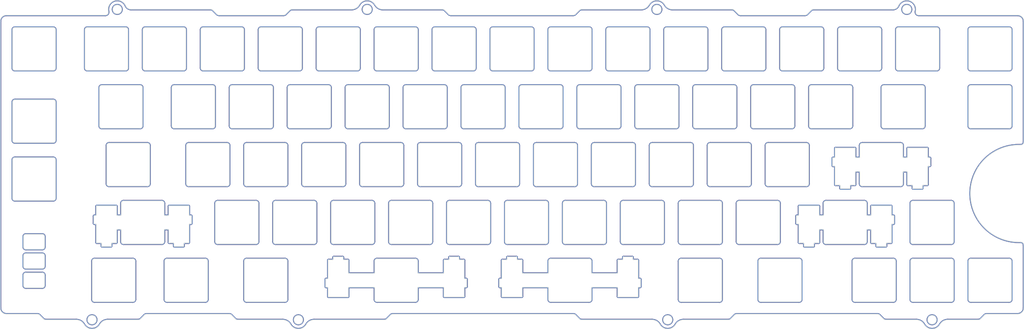
<source format=kicad_pcb>
(kicad_pcb (version 20241229) (generator "pcbnew") (generator_version "9.0")
  (layers (0 "F.Cu" signal) (2 "B.Cu" signal) (13 "F.Paste" user) (15 "B.Paste" user) (5 "F.SilkS" user "F.Silkscreen") (7 "B.SilkS" user "B.Silkscreen") (1 "F.Mask" user) (3 "B.Mask" user) (25 "Edge.Cuts" user))
  (net 0 "")
  (gr_line (start 105.219 161.006883) (end 105.219 163.399492) (stroke (width 0.3)) (layers "F.Cu" "F.Mask"))
  (gr_line (start 252.863484 181.850492) (end 252.8635 181.850492) (stroke (width 0.3)) (layers "F.Cu" "F.Mask"))
  (gr_line (start 102.4125 113.2) (end 89.812462 113.2) (stroke (width 0.3)) (layers "F.Cu" "F.Mask"))
  (gr_arc (start 360.325 118.699992) (mid 360.603248 118.028257) (end 361.286594 117.75) (stroke (width 0.3)) (layers "F.Cu" "F.Mask"))
  (gr_line (start 291.26875 188.449992) (end 291.26875 175.849992) (stroke (width 0.3)) (layers "F.Cu" "F.Mask"))
  (gr_arc (start 344.109962 95) (mid 343.209934 94.565861) (end 342.989422 93.59125) (stroke (width 0.3)) (layers "F.Cu" "F.Mask"))
  (gr_arc (start 195.363462 181.50047) (mid 195.610971 181.602995) (end 195.713484 181.850492) (stroke (width 0.3)) (layers "F.Cu" "F.Mask"))
  (gr_arc (start 341.275 175.849992) (mid 341.553248 175.178257) (end 342.236594 174.9) (stroke (width 0.3)) (layers "F.Cu" "F.Mask"))
  (gr_line (start 312.649862 165.5506) (end 311.623348 165.5506) (stroke (width 0.3)) (layers "F.Cu" "F.Mask"))
  (gr_arc (start 189.5625 174.599192) (mid 189.664998 174.351735) (end 189.915107 174.24924) (stroke (width 0.3)) (layers "F.Cu" "F.Mask"))
  (gr_arc (start 142.633797 196.575) (mid 140.165625 198) (end 137.697452 196.575) (stroke (width 0.3)) (layers "F.Cu" "F.Mask"))
  (gr_arc (start 77.835577 93.59125) (mid 77.615078 94.565864) (end 76.715062 94.999992) (stroke (width 0.3)) (layers "F.Cu" "F.Mask"))
  (gr_arc (start 235.762462 98.7) (mid 236.434224 98.978262) (end 236.7125 99.660127) (stroke (width 0.3)) (layers "F.Cu" "F.Mask"))
  (gr_arc (start 96.00625 175.849992) (mid 96.284495 175.178239) (end 96.962426 174.9) (stroke (width 0.3)) (layers "F.Cu" "F.Mask"))
  (gr_arc (start 160.319327 91.525) (mid 162.7875 90.099999) (end 165.255672 91.525) (stroke (width 0.3)) (layers "F.Cu" "F.Mask"))
  (gr_line (start 89.824094 98.7) (end 102.412362 98.7) (stroke (width 0.3)) (layers "F.Cu" "F.Mask"))
  (gr_line (start 190.276562 95) (end 230.548286 95) (stroke (width 0.3)) (layers "F.Cu" "F.Mask"))
  (gr_line (start 217.45 150.35) (end 217.45 137.749992) (stroke (width 0.3)) (layers "F.Cu" "F.Mask"))
  (gr_line (start 78.8682 170.069592) (end 78.8682 170.869792) (stroke (width 0.3)) (layers "F.Cu" "F.Mask"))
  (gr_arc (start 195.7135 184.249192) (mid 195.610976 184.496706) (end 195.363462 184.59923) (stroke (width 0.3)) (layers "F.Cu" "F.Mask"))
  (gr_arc (start 75.619162 171.2198) (mid 75.371682 171.117298) (end 75.26919 170.8698) (stroke (width 0.3)) (layers "F.Cu" "F.Mask"))
  (gr_line (start 347.281 138.726683) (end 347.281 141.5507) (stroke (width 0.3)) (layers "F.Cu" "F.Mask"))
  (gr_line (start 355.775 175.860127) (end 355.775 188.449992) (stroke (width 0.3)) (layers "F.Cu" "F.Mask"))
  (gr_arc (start 350.993172 196.575) (mid 348.524999 198.000001) (end 346.056827 196.575) (stroke (width 0.3)) (layers "F.Cu" "F.Mask"))
  (gr_arc (start 312.9125 112.249992) (mid 312.634251 112.92176) (end 311.9625 113.2) (stroke (width 0.3)) (layers "F.Cu" "F.Mask"))
  (gr_arc (start 149.688462 184.59923) (mid 149.723817 184.61389) (end 149.738424 184.649292) (stroke (width 0.3)) (layers "F.Cu" "F.Mask"))
  (gr_arc (start 204.112462 113.2) (mid 203.440721 112.921765) (end 203.1625 112.25) (stroke (width 0.3)) (layers "F.Cu" "F.Mask"))
  (gr_arc (start 55.949962 173.15625) (mid 56.621742 173.434509) (end 56.9 174.106292) (stroke (width 0.3)) (layers "F.Cu" "F.Mask"))
  (gr_arc (start 316.381262 144.6995) (mid 316.416728 144.714159) (end 316.4314 144.747267) (stroke (width 0.3)) (layers "F.Cu" "F.Mask"))
  (gr_arc (start 250.362462 175.2304) (mid 250.327117 175.215769) (end 250.3125 175.1804) (stroke (width 0.3)) (layers "F.Cu" "F.Mask"))
  (gr_line (start 130.9875 132.25) (end 118.387462 132.25) (stroke (width 0.3)) (layers "F.Cu" "F.Mask"))
  (gr_line (start 81.71875 160.600692) (end 81.71875 156.799992) (stroke (width 0.3)) (layers "F.Cu" "F.Mask"))
  (gr_arc (start 322.4375 131.299992) (mid 322.159251 131.97176) (end 321.4875 132.25) (stroke (width 0.3)) (layers "F.Cu" "F.Mask"))
  (gr_line (start 207.925 169.4) (end 207.925 156.799992) (stroke (width 0.3)) (layers "F.Cu" "F.Mask"))
  (gr_arc (start 266.024962 189.4) (mid 265.353221 189.121765) (end 265.075 188.45) (stroke (width 0.3)) (layers "F.Cu" "F.Mask"))
  (gr_arc (start 231.95 150.349992) (mid 231.671751 151.02176) (end 231 151.3) (stroke (width 0.3)) (layers "F.Cu" "F.Mask"))
  (gr_arc (start 80.5935 165.600692) (mid 80.608144 165.565253) (end 80.640916 165.5506) (stroke (width 0.3)) (layers "F.Cu" "F.Mask"))
  (gr_line (start 307.2 151.3) (end 294.599962 151.3) (stroke (width 0.3)) (layers "F.Cu" "F.Mask"))
  (gr_line (start 311.624762 160.6507) (end 312.65 160.6507) (stroke (width 0.3)) (layers "F.Cu" "F.Mask"))
  (gr_arc (start 187.8385 179.649392) (mid 187.823869 179.684749) (end 187.7885 179.69936) (stroke (width 0.3)) (layers "F.Cu" "F.Mask"))
  (gr_line (start 341.905262 150.9695) (end 340.581462 150.9695) (stroke (width 0.3)) (layers "F.Cu" "F.Mask"))
  (gr_line (start 236.762462 179.69936) (end 244.9385 179.69936) (stroke (width 0.3)) (layers "F.Cu" "F.Mask"))
  (gr_line (start 59.55 137.0125) (end 46.949962 137.0125) (stroke (width 0.3)) (layers "F.Cu" "F.Mask"))
  (gr_arc (start 160.5125 112.249992) (mid 160.234251 112.92176) (end 159.5625 113.2) (stroke (width 0.3)) (layers "F.Cu" "F.Mask"))
  (gr_arc (start 361.274962 189.4) (mid 360.603221 189.121765) (end 360.325 188.45) (stroke (width 0.3)) (layers "F.Cu" "F.Mask"))
  (gr_arc (start 149.262362 184.59923) (mid 149.014975 184.496733) (end 148.9125 184.242) (stroke (width 0.3)) (layers "F.Cu" "F.Mask"))
  (gr_line (start 304.475162 163.7495) (end 304.049662 163.7495) (stroke (width 0.3)) (layers "F.Cu" "F.Mask"))
  (gr_arc (start 269.099962 136.8) (mid 269.771724 137.078262) (end 270.05 137.760127) (stroke (width 0.3)) (layers "F.Cu" "F.Mask"))
  (gr_arc (start 321.7557 151.019592) (mid 321.770344 150.984153) (end 321.803116 150.9695) (stroke (width 0.3)) (layers "F.Cu" "F.Mask"))
  (gr_line (start 308.899094 117.75) (end 321.487362 117.75) (stroke (width 0.3)) (layers "F.Cu" "F.Mask"))
  (gr_line (start 208.965107 174.24924) (end 211.862362 174.24924) (stroke (width 0.3)) (layers "F.Cu" "F.Mask"))
  (gr_arc (start 217.45 137.749992) (mid 217.728248 137.078257) (end 218.411594 136.8) (stroke (width 0.3)) (layers "F.Cu" "F.Mask"))
  (gr_arc (start 256.499962 151.3) (mid 255.828221 151.021765) (end 255.55 150.35) (stroke (width 0.3)) (layers "F.Cu" "F.Mask"))
  (gr_line (start 312.9125 99.660127) (end 312.9125 112.249992) (stroke (width 0.3)) (layers "F.Cu" "F.Mask"))
  (gr_line (start 59.55 156.0625) (end 46.949962 156.0625) (stroke (width 0.3)) (layers "F.Cu" "F.Mask"))
  (gr_line (start 252.0385 175.586583) (end 252.0385 181.451716) (stroke (width 0.3)) (layers "F.Cu" "F.Mask"))
  (gr_arc (start 222.2125 179.649392) (mid 222.197869 179.684749) (end 222.1625 179.69936) (stroke (width 0.3)) (layers "F.Cu" "F.Mask"))
  (gr_line (start 146.225 156.810127) (end 146.225 169.399992) (stroke (width 0.3)) (layers "F.Cu" "F.Mask"))
  (gr_arc (start 167.983662 93.1) (mid 166.408655 92.677977) (end 165.255672 91.525) (stroke (width 0.3)) (layers "F.Cu" "F.Mask"))
  (gr_line (start 304.525154 169.669492) (end 304.52515 169.669492) (stroke (width 0.3)) (layers "F.Cu" "F.Mask"))
  (gr_line (start 266.036594 174.9) (end 278.624962 174.9) (stroke (width 0.3)) (layers "F.Cu" "F.Mask"))
  (gr_arc (start 331.75 118.700092) (mid 332.028248 118.028257) (end 332.711594 117.75) (stroke (width 0.3)) (layers "F.Cu" "F.Mask"))
  (gr_arc (start 207.925 156.799992) (mid 208.203248 156.128257) (end 208.886594 155.85) (stroke (width 0.3)) (layers "F.Cu" "F.Mask"))
  (gr_arc (start 60.5 155.112492) (mid 60.221751 155.78426) (end 59.55 156.0625) (stroke (width 0.3)) (layers "F.Cu" "F.Mask"))
  (gr_arc (start 156.438462 175.2304) (mid 156.68596 175.332927) (end 156.7885 175.586583) (stroke (width 0.3)) (layers "F.Cu" "F.Mask"))
  (gr_line (start 193.212462 175.2304) (end 194.538462 175.2304) (stroke (width 0.3)) (layers "F.Cu" "F.Mask"))
  (gr_line (start 55.95 172.1125) (end 50.549962 172.1125) (stroke (width 0.3)) (layers "F.Cu" "F.Mask"))
  (gr_arc (start 54.335762 193.1) (mid 54.775866 193.187547) (end 55.145776 193.433644) (stroke (width 0.3)) (layers "F.Cu" "F.Mask"))
  (gr_arc (start 72.71843 161.000692) (mid 72.820938 160.753196) (end 73.06843 160.6507) (stroke (width 0.3)) (layers "F.Cu" "F.Mask"))
  (gr_line (start 156.7885 184.649192) (end 156.7885 187.479392) (stroke (width 0.3)) (layers "F.Cu" "F.Mask"))
  (gr_arc (start 184.1125 99.649992) (mid 184.390748 98.978257) (end 185.074094 98.7) (stroke (width 0.3)) (layers "F.Cu" "F.Mask"))
  (gr_line (start 69.8125 112.25) (end 69.8125 99.649992) (stroke (width 0.3)) (layers "F.Cu" "F.Mask"))
  (gr_line (start 333.29955 171.2198) (end 330.399162 171.2198) (stroke (width 0.3)) (layers "F.Cu" "F.Mask"))
  (gr_arc (start 104.3935 169.669492) (mid 104.290987 169.916996) (end 104.0435 170.0195) (stroke (width 0.3)) (layers "F.Cu" "F.Mask"))
  (gr_line (start 311.22475 170.0195) (end 309.898048 170.0195) (stroke (width 0.3)) (layers "F.Cu" "F.Mask"))
  (gr_line (start 136.7 137.760127) (end 136.7 150.349992) (stroke (width 0.3)) (layers "F.Cu" "F.Mask"))
  (gr_arc (start 213.637462 132.25) (mid 212.965721 131.971765) (end 212.6875 131.3) (stroke (width 0.3)) (layers "F.Cu" "F.Mask"))
  (gr_line (start 112.8875 118.710127) (end 112.8875 131.299992) (stroke (width 0.3)) (layers "F.Cu" "F.Mask"))
  (gr_arc (start 255.55 137.749992) (mid 255.828248 137.078257) (end 256.511594 136.8) (stroke (width 0.3)) (layers "F.Cu" "F.Mask"))
  (gr_line (start 81.71875 169.399992) (end 81.71875 165.600592) (stroke (width 0.3)) (layers "F.Cu" "F.Mask"))
  (gr_arc (start 231.361451 94.663181) (mid 230.988373 94.912468) (end 230.548286 95) (stroke (width 0.3)) (layers "F.Cu" "F.Mask"))
  (gr_arc (start 213.588462 175.2304) (mid 213.83596 175.332927) (end 213.9385 175.586583) (stroke (width 0.3)) (layers "F.Cu" "F.Mask"))
  (gr_arc (start 156.838462 179.69936) (mid 156.803131 179.684727) (end 156.7885 179.650166) (stroke (width 0.3)) (layers "F.Cu" "F.Mask"))
  (gr_line (start 244.9885 187.4722) (end 244.9885 184.649292) (stroke (width 0.3)) (layers "F.Cu" "F.Mask"))
  (gr_line (start 73.493762 163.7495) (end 73.068462 163.7495) (stroke (width 0.3)) (layers "F.Cu" "F.Mask"))
  (gr_line (start 269.8375 131.3) (end 269.8375 118.699992) (stroke (width 0.3)) (layers "F.Cu" "F.Mask"))
  (gr_arc (start 346.930962 138.3705) (mid 347.17846 138.473027) (end 347.281 138.726683) (stroke (width 0.3)) (layers "F.Cu" "F.Mask"))
  (gr_line (start 373.875 113.2) (end 361.274962 113.2) (stroke (width 0.3)) (layers "F.Cu" "F.Mask"))
  (gr_line (start 231 151.3) (end 218.399962 151.3) (stroke (width 0.3)) (layers "F.Cu" "F.Mask"))
  (gr_arc (start 227.1875 131.299992) (mid 226.909251 131.97176) (end 226.2375 132.25) (stroke (width 0.3)) (layers "F.Cu" "F.Mask"))
  (gr_line (start 194.599094 117.75) (end 207.187362 117.75) (stroke (width 0.3)) (layers "F.Cu" "F.Mask"))
  (gr_line (start 306.250454 170.869792) (end 306.25044 170.869792) (stroke (width 0.3)) (layers "F.Cu" "F.Mask"))
  (gr_line (start 110.50625 175.849992) (end 110.50625 188.449992) (stroke (width 0.3)) (layers "F.Cu" "F.Mask"))
  (gr_arc (start 236.5 137.749992) (mid 236.778248 137.078257) (end 237.461594 136.8) (stroke (width 0.3)) (layers "F.Cu" "F.Mask"))
  (gr_arc (start 252.8635 184.249192) (mid 252.760976 184.496706) (end 252.513462 184.59923) (stroke (width 0.3)) (layers "F.Cu" "F.Mask"))
  (gr_line (start 222.2125 112.25) (end 222.2125 99.649992) (stroke (width 0.3)) (layers "F.Cu" "F.Mask"))
  (gr_arc (start 75.219062 170.0195) (mid 75.254524 170.034155) (end 75.26919 170.067081) (stroke (width 0.3)) (layers "F.Cu" "F.Mask"))
  (gr_line (start 279.3625 112.25) (end 279.3625 99.649992) (stroke (width 0.3)) (layers "F.Cu" "F.Mask"))
  (gr_arc (start 88.8625 99.649992) (mid 89.140748 98.978257) (end 89.824094 98.7) (stroke (width 0.3)) (layers "F.Cu" "F.Mask"))
  (gr_arc (start 96.268762 160.6507) (mid 96.2334 160.636052) (end 96.21875 160.600692) (stroke (width 0.3)) (layers "F.Cu" "F.Mask"))
  (gr_arc (start 135.749862 174.9) (mid 136.421724 175.178262) (end 136.7 175.860127) (stroke (width 0.3)) (layers "F.Cu" "F.Mask"))
  (gr_line (start 155.5375 131.3) (end 155.5375 118.699992) (stroke (width 0.3)) (layers "F.Cu" "F.Mask"))
  (gr_arc (start 207.187362 117.75) (mid 207.859224 118.028262) (end 208.1375 118.710127) (stroke (width 0.3)) (layers "F.Cu" "F.Mask"))
  (gr_arc (start 213.9385 184.649192) (mid 213.953134 184.613864) (end 213.988462 184.59923) (stroke (width 0.3)) (layers "F.Cu" "F.Mask"))
  (gr_line (start 327.2 156.810127) (end 327.2 160.6007) (stroke (width 0.3)) (layers "F.Cu" "F.Mask"))
  (gr_arc (start 273.862462 98.7) (mid 274.534224 98.978262) (end 274.8125 99.660127) (stroke (width 0.3)) (layers "F.Cu" "F.Mask"))
  (gr_arc (start 110.50625 188.449992) (mid 110.227998 189.121742) (end 109.55625 189.4) (stroke (width 0.3)) (layers "F.Cu" "F.Mask"))
  (gr_arc (start 313.649962 170.35) (mid 312.978221 170.071765) (end 312.7 169.4) (stroke (width 0.3)) (layers "F.Cu" "F.Mask"))
  (gr_arc (start 207.238362 187.82943) (mid 206.990975 187.726933) (end 206.8885 187.4722) (stroke (width 0.3)) (layers "F.Cu" "F.Mask"))
  (gr_arc (start 99.017762 170.0195) (mid 99.053228 170.034159) (end 99.0679 170.067267) (stroke (width 0.3)) (layers "F.Cu" "F.Mask"))
  (gr_line (start 104.111594 136.8) (end 116.699862 136.8) (stroke (width 0.3)) (layers "F.Cu" "F.Mask"))
  (gr_arc (start 160.319327 91.525) (mid 159.166345 92.677972) (end 157.591347 93.1) (stroke (width 0.3)) (layers "F.Cu" "F.Mask"))
  (gr_arc (start 291.26875 175.849992) (mid 291.546995 175.178239) (end 292.224926 174.9) (stroke (width 0.3)) (layers "F.Cu" "F.Mask"))
  (gr_arc (start 74.768172 196.575) (mid 75.92115 195.422013) (end 77.487113 195) (stroke (width 0.3)) (layers "F.Cu" "F.Mask"))
  (gr_line (start 244.938462 184.59923) (end 236.762462 184.59923) (stroke (width 0.3)) (layers "F.Cu" "F.Mask"))
  (gr_line (start 150.775 169.4) (end 150.775 156.799992) (stroke (width 0.3)) (layers "F.Cu" "F.Mask"))
  (gr_line (start 233.283048 93.1) (end 252.841347 93.1) (stroke (width 0.3)) (layers "F.Cu" "F.Mask"))
  (gr_line (start 304.52515 169.669492) (end 304.52515 163.799492) (stroke (width 0.3)) (layers "F.Cu" "F.Mask"))
  (gr_arc (start 170.774962 170.35) (mid 170.103221 170.071765) (end 169.825 169.4) (stroke (width 0.3)) (layers "F.Cu" "F.Mask"))
  (gr_line (start 72.718454 163.399492) (end 72.71843 163.399492) (stroke (width 0.3)) (layers "F.Cu" "F.Mask"))
  (gr_arc (start 194.538462 175.2304) (mid 194.78596 175.332927) (end 194.8885 175.586583) (stroke (width 0.3)) (layers "F.Cu" "F.Mask"))
  (gr_line (start 293.8625 99.660127) (end 293.8625 112.249992) (stroke (width 0.3)) (layers "F.Cu" "F.Mask"))
  (gr_arc (start 241.2625 99.649992) (mid 241.540748 98.978257) (end 242.224094 98.7) (stroke (width 0.3)) (layers "F.Cu" "F.Mask"))
  (gr_line (start 149.267853 181.50047) (end 149.6885 181.50047) (stroke (width 0.3)) (layers "F.Cu" "F.Mask"))
  (gr_line (start 187.8385 179.649392) (end 187.8385 175.580392) (stroke (width 0.3)) (layers "F.Cu" "F.Mask"))
  (gr_line (start 170.0375 118.710127) (end 170.0375 131.299992) (stroke (width 0.3)) (layers "F.Cu" "F.Mask"))
  (gr_line (start 315.95593 141.6007) (end 316.3814 141.6007) (stroke (width 0.3)) (layers "F.Cu" "F.Mask"))
  (gr_arc (start 84.3125 112.249992) (mid 84.034251 112.92176) (end 83.3625 113.2) (stroke (width 0.3)) (layers "F.Cu" "F.Mask"))
  (gr_line (start 150.9875 118.710127) (end 150.9875 131.299992) (stroke (width 0.3)) (layers "F.Cu" "F.Mask"))
  (gr_arc (start 279.3625 99.649992) (mid 279.640748 98.978257) (end 280.324094 98.7) (stroke (width 0.3)) (layers "F.Cu" "F.Mask"))
  (gr_arc (start 254.812462 98.7) (mid 255.484224 98.978262) (end 255.7625 99.660127) (stroke (width 0.3)) (layers "F.Cu" "F.Mask"))
  (gr_arc (start 265.075 156.799992) (mid 265.353248 156.128257) (end 266.036594 155.85) (stroke (width 0.3)) (layers "F.Cu" "F.Mask"))
  (gr_line (start 227.1875 118.710127) (end 227.1875 131.299992) (stroke (width 0.3)) (layers "F.Cu" "F.Mask"))
  (gr_arc (start 74.768172 196.575) (mid 72.3 198) (end 69.831827 196.575) (stroke (width 0.3)) (layers "F.Cu" "F.Mask"))
  (gr_arc (start 265.075 175.849992) (mid 265.353248 175.178257) (end 266.036594 174.9) (stroke (width 0.3)) (layers "F.Cu" "F.Mask"))
  (gr_arc (start 211.949862 136.8) (mid 212.621724 137.078262) (end 212.9 137.760127) (stroke (width 0.3)) (layers "F.Cu" "F.Mask"))
  (gr_line (start 237.461594 136.8) (end 250.049962 136.8) (stroke (width 0.3)) (layers "F.Cu" "F.Mask"))
  (gr_line (start 246.986594 155.85) (end 259.574962 155.85) (stroke (width 0.3)) (layers "F.Cu" "F.Mask"))
  (gr_arc (start 156.7885 184.649192) (mid 156.803134 184.613864) (end 156.838462 184.59923) (stroke (width 0.3)) (layers "F.Cu" "F.Mask"))
  (gr_arc (start 102.6683 170.069592) (mid 102.682944 170.034153) (end 102.715716 170.0195) (stroke (width 0.3)) (layers "F.Cu" "F.Mask"))
  (gr_line (start 149.7385 187.4722) (end 149.7385 184.649292) (stroke (width 0.3)) (layers "F.Cu" "F.Mask"))
  (gr_arc (start 213.988462 179.69936) (mid 213.953131 179.684727) (end 213.9385 179.650166) (stroke (width 0.3)) (layers "F.Cu" "F.Mask"))
  (gr_arc (start 82.668762 170.35) (mid 81.997003 170.071748) (end 81.71875 169.399992) (stroke (width 0.3)) (layers "F.Cu" "F.Mask"))
  (gr_arc (start 252.0385 184.649192) (mid 252.053134 184.613864) (end 252.088462 184.59923) (stroke (width 0.3)) (layers "F.Cu" "F.Mask"))
  (gr_line (start 117.438862 193.1) (end 90.25658 193.1) (stroke (width 0.3)) (layers "F.Cu" "F.Mask"))
  (gr_line (start 223.174094 174.9) (end 235.762462 174.9) (stroke (width 0.3)) (layers "F.Cu" "F.Mask"))
  (gr_arc (start 337.600432 91.81) (mid 336.807523 92.748801) (end 335.629862 93.099992) (stroke (width 0.3)) (layers "F.Cu" "F.Mask"))
  (gr_line (start 150.0375 132.25) (end 137.437462 132.25) (stroke (width 0.3)) (layers "F.Cu" "F.Mask"))
  (gr_line (start 179.5625 175.860127) (end 179.5625 179.650166) (stroke (width 0.3)) (layers "F.Cu" "F.Mask"))
  (gr_line (start 341.275 188.45) (end 341.275 175.849992) (stroke (width 0.3)) (layers "F.Cu" "F.Mask"))
  (gr_line (start 208.1375 118.710127) (end 208.1375 131.299992) (stroke (width 0.3)) (layers "F.Cu" "F.Mask"))
  (gr_line (start 76.95625 150.349992) (end 76.95625 137.749992) (stroke (width 0.3)) (layers "F.Cu" "F.Mask"))
  (gr_line (start 151.815107 174.24924) (end 154.712362 174.24924) (stroke (width 0.3)) (layers "F.Cu" "F.Mask"))
  (gr_arc (start 232.675751 93.348881) (mid 232.951429 93.164685) (end 233.283048 93.1) (stroke (width 0.3)) (layers "F.Cu" "F.Mask"))
  (gr_line (start 150.095562 175.2304) (end 151.4125 175.2304) (stroke (width 0.3)) (layers "F.Cu" "F.Mask"))
  (gr_line (start 178.6125 189.4) (end 166.012462 189.4) (stroke (width 0.3)) (layers "F.Cu" "F.Mask"))
  (gr_arc (start 55.949962 179.5) (mid 56.621724 179.778262) (end 56.9 180.460127) (stroke (width 0.3)) (layers "F.Cu" "F.Mask"))
  (gr_line (start 236.5 150.35) (end 236.5 137.749992) (stroke (width 0.3)) (layers "F.Cu" "F.Mask"))
  (gr_arc (start 173.849862 136.8) (mid 174.521724 137.078262) (end 174.8 137.760127) (stroke (width 0.3)) (layers "F.Cu" "F.Mask"))
  (gr_arc (start 311.57475 165.600592) (mid 311.589391 165.565235) (end 311.623348 165.5506) (stroke (width 0.3)) (layers "F.Cu" "F.Mask"))
  (gr_arc (start 97.693962 170.0195) (mid 97.446485 169.917001) (end 97.344 169.6695) (stroke (width 0.3)) (layers "F.Cu" "F.Mask"))
  (gr_arc (start 337.462462 113.2) (mid 336.790721 112.921765) (end 336.5125 112.25) (stroke (width 0.3)) (layers "F.Cu" "F.Mask"))
  (gr_line (start 98.3875 131.3) (end 98.3875 118.699992) (stroke (width 0.3)) (layers "F.Cu" "F.Mask"))
  (gr_arc (start 180.299962 151.3) (mid 179.628221 151.021765) (end 179.35 150.35) (stroke (width 0.3)) (layers "F.Cu" "F.Mask"))
  (gr_line (start 283.3875 132.25) (end 270.787462 132.25) (stroke (width 0.3)) (layers "F.Cu" "F.Mask"))
  (gr_line (start 127.175 156.810127) (end 127.175 169.399992) (stroke (width 0.3)) (layers "F.Cu" "F.Mask"))
  (gr_line (start 149.7385 181.450492) (end 149.7385 175.580392) (stroke (width 0.3)) (layers "F.Cu" "F.Mask"))
  (gr_line (start 232.67142 194.746788) (end 231.358276 193.433644) (stroke (width 0.3)) (layers "F.Cu" "F.Mask"))
  (gr_line (start 328.275262 165.5506) (end 327.247416 165.5506) (stroke (width 0.3)) (layers "F.Cu" "F.Mask"))
  (gr_arc (start 236.7125 112.249992) (mid 236.434251 112.92176) (end 235.7625 113.2) (stroke (width 0.3)) (layers "F.Cu" "F.Mask"))
  (gr_line (start 99.349094 117.75) (end 111.937362 117.75) (stroke (width 0.3)) (layers "F.Cu" "F.Mask"))
  (gr_arc (start 49.6 167.762492) (mid 49.878248 167.090757) (end 50.561594 166.8125) (stroke (width 0.3)) (layers "F.Cu" "F.Mask"))
  (gr_arc (start 318.412462 113.2) (mid 317.740721 112.921765) (end 317.4625 112.25) (stroke (width 0.3)) (layers "F.Cu" "F.Mask"))
  (gr_arc (start 105.219 163.399492) (mid 105.116487 163.646996) (end 104.869 163.7495) (stroke (width 0.3)) (layers "F.Cu" "F.Mask"))
  (gr_arc (start 102.6683 170.869792) (mid 102.565787 171.117296) (end 102.3183 171.2198) (stroke (width 0.3)) (layers "F.Cu" "F.Mask"))
  (gr_line (start 251.749094 117.75) (end 264.337362 117.75) (stroke (width 0.3)) (layers "F.Cu" "F.Mask"))
  (gr_arc (start 96.21875 165.600592) (mid 96.233391 165.565235) (end 96.267348 165.5506) (stroke (width 0.3)) (layers "F.Cu" "F.Mask"))
  (gr_line (start 322.225 188.45) (end 322.225 175.849992) (stroke (width 0.3)) (layers "F.Cu" "F.Mask"))
  (gr_arc (start 193.85 150.349992) (mid 193.571751 151.02176) (end 192.9 151.3) (stroke (width 0.3)) (layers "F.Cu" "F.Mask"))
  (gr_line (start 264.3375 132.25) (end 251.737462 132.25) (stroke (width 0.3)) (layers "F.Cu" "F.Mask"))
  (gr_arc (start 304.818762 174.9) (mid 305.490506 175.178245) (end 305.76875 175.849992) (stroke (width 0.3)) (layers "F.Cu" "F.Mask"))
  (gr_line (start 164.325 170.35) (end 151.724962 170.35) (stroke (width 0.3)) (layers "F.Cu" "F.Mask"))
  (gr_line (start 326.25 170.35) (end 313.649962 170.35) (stroke (width 0.3)) (layers "F.Cu" "F.Mask"))
  (gr_line (start 111.952126 93.351758) (end 113.268523 94.668156) (stroke (width 0.3)) (layers "F.Cu" "F.Mask"))
  (gr_arc (start 74.575 118.699992) (mid 74.853248 118.028257) (end 75.536594 117.75) (stroke (width 0.3)) (layers "F.Cu" "F.Mask"))
  (gr_arc (start 73.5439 157.770492) (mid 73.646412 157.523021) (end 73.900962 157.4205) (stroke (width 0.3)) (layers "F.Cu" "F.Mask"))
  (gr_arc (start 328.32525 160.600692) (mid 328.310602 160.636046) (end 328.27525 160.6507) (stroke (width 0.3)) (layers "F.Cu" "F.Mask"))
  (gr_arc (start 274.6 137.749992) (mid 274.878248 137.078257) (end 275.561594 136.8) (stroke (width 0.3)) (layers "F.Cu" "F.Mask"))
  (gr_line (start 327.249962 160.6507) (end 328.27525 160.6507) (stroke (width 0.3)) (layers "F.Cu" "F.Mask"))
  (gr_line (start 305.76875 175.849992) (end 305.76875 188.449992) (stroke (width 0.3)) (layers "F.Cu" "F.Mask"))
  (gr_line (start 335.85025 163.7495) (end 335.423348 163.7495) (stroke (width 0.3)) (layers "F.Cu" "F.Mask"))
  (gr_line (start 223.174094 98.7) (end 235.762462 98.7) (stroke (width 0.3)) (layers "F.Cu" "F.Mask"))
  (gr_line (start 154.8 151.3) (end 142.199962 151.3) (stroke (width 0.3)) (layers "F.Cu" "F.Mask"))
  (gr_arc (start 208.1375 131.299992) (mid 207.859251 131.97176) (end 207.1875 132.25) (stroke (width 0.3)) (layers "F.Cu" "F.Mask"))
  (gr_arc (start 269.8375 118.699992) (mid 270.115748 118.028257) (end 270.799094 117.75) (stroke (width 0.3)) (layers "F.Cu" "F.Mask"))
  (gr_line (start 111.9375 132.25) (end 99.337462 132.25) (stroke (width 0.3)) (layers "F.Cu" "F.Mask"))
  (gr_line (start 339.10625 146.550592) (end 339.10625 150.349992) (stroke (width 0.3)) (layers "F.Cu" "F.Mask"))
  (gr_line (start 288.15 151.3) (end 275.549962 151.3) (stroke (width 0.3)) (layers "F.Cu" "F.Mask"))
  (gr_arc (start 305.76875 188.449992) (mid 305.490498 189.121742) (end 304.81875 189.4) (stroke (width 0.3)) (layers "F.Cu" "F.Mask"))
  (gr_arc (start 187.788462 184.59923) (mid 187.823817 184.61389) (end 187.838424 184.649292) (stroke (width 0.3)) (layers "F.Cu" "F.Mask"))
  (gr_line (start 246.025 169.4) (end 246.025 156.799992) (stroke (width 0.3)) (layers "F.Cu" "F.Mask"))
  (gr_arc (start 131.9375 131.299992) (mid 131.659251 131.97176) (end 130.9875 132.25) (stroke (width 0.3)) (layers "F.Cu" "F.Mask"))
  (gr_arc (start 46 142.512492) (mid 46.278248 141.840757) (end 46.961594 141.5625) (stroke (width 0.3)) (layers "F.Cu" "F.Mask"))
  (gr_line (start 127.924094 98.7) (end 140.512462 98.7) (stroke (width 0.3)) (layers "F.Cu" "F.Mask"))
  (gr_circle (center 258.0375 92.95) (end 259.6875 92.95) (stroke (width 0.3)) (fill no) (layers "F.Cu" "F.Mask"))
  (gr_line (start 373.875 132.25) (end 361.274962 132.25) (stroke (width 0.3)) (layers "F.Cu" "F.Mask"))
  (gr_line (start 189.915107 174.24924) (end 192.812362 174.24924) (stroke (width 0.3)) (layers "F.Cu" "F.Mask"))
  (gr_line (start 170.413618 193.436749) (end 169.099319 194.751049) (stroke (width 0.3)) (layers "F.Cu" "F.Mask"))
  (gr_line (start 283.522906 193.436836) (end 282.208707 194.751036) (stroke (width 0.3)) (layers "F.Cu" "F.Mask"))
  (gr_line (start 213.588462 187.82943) (end 207.238362 187.82943) (stroke (width 0.3)) (layers "F.Cu" "F.Mask"))
  (gr_arc (start 251.737462 132.25) (mid 251.065721 131.971765) (end 250.7875 131.3) (stroke (width 0.3)) (layers "F.Cu" "F.Mask"))
  (gr_line (start 340.2315 141.550692) (end 340.2315 138.720492) (stroke (width 0.3)) (layers "F.Cu" "F.Mask"))
  (gr_line (start 136.111451 94.663181) (end 137.425751 93.348881) (stroke (width 0.3)) (layers "F.Cu" "F.Mask"))
  (gr_line (start 141.25 150.35) (end 141.25 137.749992) (stroke (width 0.3)) (layers "F.Cu" "F.Mask"))
  (gr_line (start 241.2625 112.25) (end 241.2625 99.649992) (stroke (width 0.3)) (layers "F.Cu" "F.Mask"))
  (gr_line (start 122.2 188.45) (end 122.2 175.849992) (stroke (width 0.3)) (layers "F.Cu" "F.Mask"))
  (gr_line (start 167.983662 93.1) (end 187.548262 93.1) (stroke (width 0.3)) (layers "F.Cu" "F.Mask"))
  (gr_line (start 208.886594 155.85) (end 221.474962 155.85) (stroke (width 0.3)) (layers "F.Cu" "F.Mask"))
  (gr_line (start 203.1625 112.25) (end 203.1625 99.649992) (stroke (width 0.3)) (layers "F.Cu" "F.Mask"))
  (gr_line (start 72.19375 188.449992) (end 72.19375 175.849992) (stroke (width 0.3)) (layers "F.Cu" "F.Mask"))
  (gr_arc (start 298.625 169.399992) (mid 298.346751 170.07176) (end 297.675 170.35) (stroke (width 0.3)) (layers "F.Cu" "F.Mask"))
  (gr_line (start 193.6375 131.3) (end 193.6375 118.699992) (stroke (width 0.3)) (layers "F.Cu" "F.Mask"))
  (gr_line (start 86.69375 175.849992) (end 86.69375 188.449992) (stroke (width 0.3)) (layers "F.Cu" "F.Mask"))
  (gr_arc (start 364.361819 194.751049) (mid 364.086068 194.935304) (end 363.760786 195) (stroke (width 0.3)) (layers "F.Cu" "F.Mask"))
  (gr_arc (start 342.224962 170.35) (mid 341.553221 170.071765) (end 341.275 169.4) (stroke (width 0.3)) (layers "F.Cu" "F.Mask"))
  (gr_arc (start 104.443462 160.6507) (mid 104.408117 160.636069) (end 104.3935 160.6007) (stroke (width 0.3)) (layers "F.Cu" "F.Mask"))
  (gr_line (start 203.375 156.810127) (end 203.375 169.399992) (stroke (width 0.3)) (layers "F.Cu" "F.Mask"))
  (gr_line (start 206.0625 184.242) (end 206.0625 181.850492) (stroke (width 0.3)) (layers "F.Cu" "F.Mask"))
  (gr_arc (start 280.312462 113.2) (mid 279.640721 112.921765) (end 279.3625 112.25) (stroke (width 0.3)) (layers "F.Cu" "F.Mask"))
  (gr_arc (start 237.449962 151.3) (mid 236.778221 151.021765) (end 236.5 150.35) (stroke (width 0.3)) (layers "F.Cu" "F.Mask"))
  (gr_line (start 278.625 189.4) (end 266.024962 189.4) (stroke (width 0.3)) (layers "F.Cu" "F.Mask"))
  (gr_line (start 146.974094 98.7) (end 159.562462 98.7) (stroke (width 0.3)) (layers "F.Cu" "F.Mask"))
  (gr_arc (start 377.64625 169.71576) (mid 378.26577 169.954166) (end 378.524979 170.565292) (stroke (width 0.3)) (layers "F.Cu" "F.Mask"))
  (gr_arc (start 44.149962 193.1) (mid 42.841825 192.558161) (end 42.3 191.25) (stroke (width 0.3)) (layers "F.Cu" "F.Mask"))
  (gr_line (start 250.05 151.3) (end 237.449962 151.3) (stroke (width 0.3)) (layers "F.Cu" "F.Mask"))
  (gr_line (start 165.0625 112.25) (end 165.0625 99.649992) (stroke (width 0.3)) (layers "F.Cu" "F.Mask"))
  (gr_line (start 173.85 151.3) (end 161.249962 151.3) (stroke (width 0.3)) (layers "F.Cu" "F.Mask"))
  (gr_arc (start 304.52515 157.770492) (mid 304.627659 157.523003) (end 304.878903 157.4205) (stroke (width 0.3)) (layers "F.Cu" "F.Mask"))
  (gr_line (start 365.676118 193.436749) (end 364.361819 194.751049) (stroke (width 0.3)) (layers "F.Cu" "F.Mask"))
  (gr_line (start 96.21875 156.799992) (end 96.21875 160.600692) (stroke (width 0.3)) (layers "F.Cu" "F.Mask"))
  (gr_line (start 96.00625 188.449992) (end 96.00625 175.849992) (stroke (width 0.3)) (layers "F.Cu" "F.Mask"))
  (gr_line (start 321.4875 132.25) (end 308.887462 132.25) (stroke (width 0.3)) (layers "F.Cu" "F.Mask"))
  (gr_arc (start 335.774962 174.9) (mid 336.446724 175.178262) (end 336.725 175.860127) (stroke (width 0.3)) (layers "F.Cu" "F.Mask"))
  (gr_arc (start 104.868962 160.6507) (mid 105.11646 160.753227) (end 105.219 161.006883) (stroke (width 0.3)) (layers "F.Cu" "F.Mask"))
  (gr_arc (start 244.9885 179.649392) (mid 244.973869 179.684749) (end 244.9385 179.69936) (stroke (width 0.3)) (layers "F.Cu" "F.Mask"))
  (gr_line (start 213.9385 184.649192) (end 213.9385 187.479392) (stroke (width 0.3)) (layers "F.Cu" "F.Mask"))
  (gr_line (start 161.261594 136.8) (end 173.849862 136.8) (stroke (width 0.3)) (layers "F.Cu" "F.Mask"))
  (gr_line (start 330.049154 170.869792) (end 330.04915 170.869792) (stroke (width 0.3)) (layers "F.Cu" "F.Mask"))
  (gr_arc (start 149.7385 181.450492) (mid 149.723865 181.485853) (end 149.6885 181.50047) (stroke (width 0.3)) (layers "F.Cu" "F.Mask"))
  (gr_line (start 315.60593 144.349492) (end 315.60593 141.950692) (stroke (width 0.3)) (layers "F.Cu" "F.Mask"))
  (gr_arc (start 213.9385 187.479392) (mid 213.835976 187.726906) (end 213.588462 187.82943) (stroke (width 0.3)) (layers "F.Cu" "F.Mask"))
  (gr_arc (start 179.5625 112.249992) (mid 179.284251 112.92176) (end 178.6125 113.2) (stroke (width 0.3)) (layers "F.Cu" "F.Mask"))
  (gr_arc (start 328.275262 165.5506) (mid 328.31061 165.565241) (end 328.32525 165.600592) (stroke (width 0.3)) (layers "F.Cu" "F.Mask"))
  (gr_arc (start 156.487462 132.25) (mid 155.815721 131.971765) (end 155.5375 131.3) (stroke (width 0.3)) (layers "F.Cu" "F.Mask"))
  (gr_arc (start 135.749962 136.8) (mid 136.421724 137.078262) (end 136.7 137.760127) (stroke (width 0.3)) (layers "F.Cu" "F.Mask"))
  (gr_line (start 151.4625 175.180392) (end 151.4625 174.599192) (stroke (width 0.3)) (layers "F.Cu" "F.Mask"))
  (gr_arc (start 373.874862 117.75) (mid 374.546724 118.028262) (end 374.825 118.710127) (stroke (width 0.3)) (layers "F.Cu" "F.Mask"))
  (gr_arc (start 327.2 165.600692) (mid 327.214644 165.565253) (end 327.247416 165.5506) (stroke (width 0.3)) (layers "F.Cu" "F.Mask"))
  (gr_line (start 311.9625 113.2) (end 299.362462 113.2) (stroke (width 0.3)) (layers "F.Cu" "F.Mask"))
  (gr_arc (start 252.513462 181.50047) (mid 252.760971 181.602995) (end 252.863484 181.850492) (stroke (width 0.3)) (layers "F.Cu" "F.Mask"))
  (gr_line (start 316.4314 141.550692) (end 316.4314 138.720492) (stroke (width 0.3)) (layers "F.Cu" "F.Mask"))
  (gr_arc (start 361.274962 113.2) (mid 360.603221 112.921765) (end 360.325 112.25) (stroke (width 0.3)) (layers "F.Cu" "F.Mask"))
  (gr_line (start 135.75 189.4) (end 123.149962 189.4) (stroke (width 0.3)) (layers "F.Cu" "F.Mask"))
  (gr_line (start 298.625 156.810127) (end 298.625 169.399992) (stroke (width 0.3)) (layers "F.Cu" "F.Mask"))
  (gr_arc (start 85.195062 93.1) (mid 84.017465 92.748825) (end 83.224568 91.81) (stroke (width 0.3)) (layers "F.Cu" "F.Mask"))
  (gr_line (start 165.0625 179.649392) (end 165.0625 175.849992) (stroke (width 0.3)) (layers "F.Cu" "F.Mask"))
  (gr_line (start 250.362462 175.2304) (end 251.688462 175.2304) (stroke (width 0.3)) (layers "F.Cu" "F.Mask"))
  (gr_arc (start 260.3125 99.649992) (mid 260.590748 98.978257) (end 261.274094 98.7) (stroke (width 0.3)) (layers "F.Cu" "F.Mask"))
  (gr_line (start 244.9885 179.649392) (end 244.9885 175.580392) (stroke (width 0.3)) (layers "F.Cu" "F.Mask"))
  (gr_line (start 235.7625 113.2) (end 223.162462 113.2) (stroke (width 0.3)) (layers "F.Cu" "F.Mask"))
  (gr_arc (start 136.7 150.349992) (mid 136.421751 151.02176) (end 135.75 151.3) (stroke (width 0.3)) (layers "F.Cu" "F.Mask"))
  (gr_line (start 221.475 170.35) (end 208.874962 170.35) (stroke (width 0.3)) (layers "F.Cu" "F.Mask"))
  (gr_line (start 131.725 169.4) (end 131.725 156.799992) (stroke (width 0.3)) (layers "F.Cu" "F.Mask"))
  (gr_arc (start 326.249962 155.85) (mid 326.921724 156.128262) (end 327.2 156.810127) (stroke (width 0.3)) (layers "F.Cu" "F.Mask"))
  (gr_arc (start 189.824962 170.35) (mid 189.153221 170.071765) (end 188.875 169.4) (stroke (width 0.3)) (layers "F.Cu" "F.Mask"))
  (gr_line (start 155.75 137.760127) (end 155.75 150.349992) (stroke (width 0.3)) (layers "F.Cu" "F.Mask"))
  (gr_line (start 240.525 170.35) (end 227.924962 170.35) (stroke (width 0.3)) (layers "F.Cu" "F.Mask"))
  (gr_line (start 60.5 142.522627) (end 60.5 155.112492) (stroke (width 0.3)) (layers "F.Cu" "F.Mask"))
  (gr_arc (start 59.549962 98.7) (mid 60.221724 98.978262) (end 60.5 99.660127) (stroke (width 0.3)) (layers "F.Cu" "F.Mask"))
  (gr_line (start 73.149926 174.9) (end 85.743762 174.9) (stroke (width 0.3)) (layers "F.Cu" "F.Mask"))
  (gr_arc (start 73.068462 163.7495) (mid 72.82096 163.646977) (end 72.718454 163.399492) (stroke (width 0.3)) (layers "F.Cu" "F.Mask"))
  (gr_line (start 289.849094 117.75) (end 302.437462 117.75) (stroke (width 0.3)) (layers "F.Cu" "F.Mask"))
  (gr_arc (start 187.548262 93.1) (mid 187.873561 93.164711) (end 188.152126 93.351758) (stroke (width 0.3)) (layers "F.Cu" "F.Mask"))
  (gr_line (start 136.4875 131.3) (end 136.4875 118.699992) (stroke (width 0.3)) (layers "F.Cu" "F.Mask"))
  (gr_arc (start 270.787462 132.25) (mid 270.115721 131.971765) (end 269.8375 131.3) (stroke (width 0.3)) (layers "F.Cu" "F.Mask"))
  (gr_line (start 342.236594 155.85) (end 354.824962 155.85) (stroke (width 0.3)) (layers "F.Cu" "F.Mask"))
  (gr_arc (start 165.012462 184.59923) (mid 165.047817 184.61389) (end 165.062424 184.649292) (stroke (width 0.3)) (layers "F.Cu" "F.Mask"))
  (gr_line (start 204.124094 98.7) (end 216.712462 98.7) (stroke (width 0.3)) (layers "F.Cu" "F.Mask"))
  (gr_line (start 313.661594 155.85) (end 326.249962 155.85) (stroke (width 0.3)) (layers "F.Cu" "F.Mask"))
  (gr_line (start 374.825 118.710127) (end 374.825 131.299992) (stroke (width 0.3)) (layers "F.Cu" "F.Mask"))
  (gr_line (start 107.9125 112.25) (end 107.9125 99.649992) (stroke (width 0.3)) (layers "F.Cu" "F.Mask"))
  (gr_line (start 96.962426 174.9) (end 109.556262 174.9) (stroke (width 0.3)) (layers "F.Cu" "F.Mask"))
  (gr_line (start 335.02475 170.0195) (end 333.698148 170.0195) (stroke (width 0.3)) (layers "F.Cu" "F.Mask"))
  (gr_arc (start 67.103862 195) (mid 68.678851 195.422015) (end 69.831827 196.575) (stroke (width 0.3)) (layers "F.Cu" "F.Mask"))
  (gr_line (start 104.3935 163.799592) (end 104.3935 169.669492) (stroke (width 0.3)) (layers "F.Cu" "F.Mask"))
  (gr_line (start 336.20025 161.000692) (end 336.20025 163.399492) (stroke (width 0.3)) (layers "F.Cu" "F.Mask"))
  (gr_line (start 339.156262 141.6007) (end 340.1815 141.6007) (stroke (width 0.3)) (layers "F.Cu" "F.Mask"))
  (gr_line (start 345.3 132.25) (end 332.699962 132.25) (stroke (width 0.3)) (layers "F.Cu" "F.Mask"))
  (gr_arc (start 136.7 188.449992) (mid 136.421751 189.12176) (end 135.75 189.4) (stroke (width 0.3)) (layers "F.Cu" "F.Mask"))
  (gr_line (start 255.55 150.35) (end 255.55 137.749992) (stroke (width 0.3)) (layers "F.Cu" "F.Mask"))
  (gr_line (start 80.643462 160.6507) (end 81.66875 160.6507) (stroke (width 0.3)) (layers "F.Cu" "F.Mask"))
  (gr_arc (start 341.275 156.799992) (mid 341.553248 156.128257) (end 342.236594 155.85) (stroke (width 0.3)) (layers "F.Cu" "F.Mask"))
  (gr_arc (start 318.506662 152.1698) (mid 318.259182 152.067298) (end 318.15669 151.8198) (stroke (width 0.3)) (layers "F.Cu" "F.Mask"))
  (gr_arc (start 333.64955 170.069492) (mid 333.664191 170.034135) (end 333.698148 170.0195) (stroke (width 0.3)) (layers "F.Cu" "F.Mask"))
  (gr_arc (start 325.556262 151.3) (mid 324.884503 151.021748) (end 324.60625 150.349992) (stroke (width 0.3)) (layers "F.Cu" "F.Mask"))
  (gr_line (start 340.588562 138.3705) (end 346.930962 138.3705) (stroke (width 0.3)) (layers "F.Cu" "F.Mask"))
  (gr_arc (start 117.4375 118.699992) (mid 117.715748 118.028257) (end 118.399094 117.75) (stroke (width 0.3)) (layers "F.Cu" "F.Mask"))
  (gr_arc (start 42.3 96.850012) (mid 42.841852 95.541861) (end 44.150012 95) (stroke (width 0.3)) (layers "F.Cu" "F.Mask"))
  (gr_arc (start 335.37475 163.799492) (mid 335.389391 163.764135) (end 335.423348 163.7495) (stroke (width 0.3)) (layers "F.Cu" "F.Mask"))
  (gr_line (start 312.7 169.4) (end 312.7 165.598367) (stroke (width 0.3)) (layers "F.Cu" "F.Mask"))
  (gr_line (start 251 137.760127) (end 251 150.349992) (stroke (width 0.3)) (layers "F.Cu" "F.Mask"))
  (gr_line (start 212.212414 174.599292) (end 212.2125 174.599292) (stroke (width 0.3)) (layers "F.Cu" "F.Mask"))
  (gr_arc (start 339.156262 141.6007) (mid 339.1209 141.586052) (end 339.10625 141.550692) (stroke (width 0.3)) (layers "F.Cu" "F.Mask"))
  (gr_line (start 194.8885 175.586583) (end 194.8885 181.451716) (stroke (width 0.3)) (layers "F.Cu" "F.Mask"))
  (gr_arc (start 188.137362 117.75) (mid 188.809224 118.028262) (end 189.0875 118.710127) (stroke (width 0.3)) (layers "F.Cu" "F.Mask"))
  (gr_line (start 122.2 150.35) (end 122.2 137.750092) (stroke (width 0.3)) (layers "F.Cu" "F.Mask"))
  (gr_line (start 131.9375 118.710127) (end 131.9375 131.299992) (stroke (width 0.3)) (layers "F.Cu" "F.Mask"))
  (gr_arc (start 60.5 136.062492) (mid 60.221751 136.73426) (end 59.55 137.0125) (stroke (width 0.3)) (layers "F.Cu" "F.Mask"))
  (gr_line (start 328.32525 169.669492) (end 328.32525 165.600592) (stroke (width 0.3)) (layers "F.Cu" "F.Mask"))
  (gr_line (start 317.4625 112.25) (end 317.4625 99.649992) (stroke (width 0.3)) (layers "F.Cu" "F.Mask"))
  (gr_arc (start 261.262462 113.2) (mid 260.590721 112.921765) (end 260.3125 112.25) (stroke (width 0.3)) (layers "F.Cu" "F.Mask"))
  (gr_line (start 261.274094 98.7) (end 273.862462 98.7) (stroke (width 0.3)) (layers "F.Cu" "F.Mask"))
  (gr_line (start 67.103862 195) (end 57.064162 195) (stroke (width 0.3)) (layers "F.Cu" "F.Mask"))
  (gr_line (start 180.311594 136.8) (end 192.899962 136.8) (stroke (width 0.3)) (layers "F.Cu" "F.Mask"))
  (gr_line (start 299.374094 98.7) (end 311.962462 98.7) (stroke (width 0.3)) (layers "F.Cu" "F.Mask"))
  (gr_arc (start 335.37475 169.669492) (mid 335.272234 169.916978) (end 335.02475 170.0195) (stroke (width 0.3)) (layers "F.Cu" "F.Mask"))
  (gr_arc (start 91.45625 150.349992) (mid 91.177998 151.021742) (end 90.50625 151.3) (stroke (width 0.3)) (layers "F.Cu" "F.Mask"))
  (gr_arc (start 202.424962 155.85) (mid 203.096724 156.128262) (end 203.375 156.810127) (stroke (width 0.3)) (layers "F.Cu" "F.Mask"))
  (gr_line (start 354.825 170.35) (end 342.224962 170.35) (stroke (width 0.3)) (layers "F.Cu" "F.Mask"))
  (gr_line (start 90.50625 151.3) (end 77.906262 151.3) (stroke (width 0.3)) (layers "F.Cu" "F.Mask"))
  (gr_arc (start 265.2875 131.299992) (mid 265.009251 131.97176) (end 264.3375 132.25) (stroke (width 0.3)) (layers "F.Cu" "F.Mask"))
  (gr_arc (start 323.481 146.550692) (mid 323.495644 146.515253) (end 323.528416 146.5006) (stroke (width 0.3)) (layers "F.Cu" "F.Mask"))
  (gr_line (start 335.775 189.4) (end 323.174962 189.4) (stroke (width 0.3)) (layers "F.Cu" "F.Mask"))
  (gr_arc (start 283.387462 117.75) (mid 284.059224 118.028262) (end 284.3375 118.710127) (stroke (width 0.3)) (layers "F.Cu" "F.Mask"))
  (gr_line (start 73.5439 160.600692) (end 73.5439 157.770492) (stroke (width 0.3)) (layers "F.Cu" "F.Mask"))
  (gr_line (start 108.874094 98.7) (end 121.462462 98.7) (stroke (width 0.3)) (layers "F.Cu" "F.Mask"))
  (gr_arc (start 112.675 156.799992) (mid 112.953248 156.128257) (end 113.636594 155.85) (stroke (width 0.3)) (layers "F.Cu" "F.Mask"))
  (gr_line (start 279.575 175.860127) (end 279.575 188.449992) (stroke (width 0.3)) (layers "F.Cu" "F.Mask"))
  (gr_arc (start 345.299962 117.75) (mid 345.971724 118.028262) (end 346.25 118.710127) (stroke (width 0.3)) (layers "F.Cu" "F.Mask"))
  (gr_line (start 72.71843 163.399492) (end 72.71843 161.000692) (stroke (width 0.3)) (layers "F.Cu" "F.Mask"))
  (gr_line (start 327.2 165.600692) (end 327.2 169.399992) (stroke (width 0.3)) (layers "F.Cu" "F.Mask"))
  (gr_line (start 280.324094 98.7) (end 292.912462 98.7) (stroke (width 0.3)) (layers "F.Cu" "F.Mask"))
  (gr_line (start 97.701062 157.4205) (end 104.043462 157.4205) (stroke (width 0.3)) (layers "F.Cu" "F.Mask"))
  (gr_arc (start 337.600432 91.81) (mid 341.106885 90.244019) (end 342.989422 93.59125) (stroke (width 0.3)) (layers "F.Cu" "F.Mask"))
  (gr_arc (start 184.325 169.399992) (mid 184.046751 170.07176) (end 183.375 170.35) (stroke (width 0.3)) (layers "F.Cu" "F.Mask"))
  (gr_line (start 222.2125 179.649392) (end 222.2125 175.849992) (stroke (width 0.3)) (layers "F.Cu" "F.Mask"))
  (gr_arc (start 165.275 169.399992) (mid 164.996751 170.07176) (end 164.325 170.35) (stroke (width 0.3)) (layers "F.Cu" "F.Mask"))
  (gr_arc (start 150.088362 187.82943) (mid 149.840975 187.726933) (end 149.7385 187.4722) (stroke (width 0.3)) (layers "F.Cu" "F.Mask"))
  (gr_arc (start 185.062462 113.2) (mid 184.390721 112.921765) (end 184.1125 112.25) (stroke (width 0.3)) (layers "F.Cu" "F.Mask"))
  (gr_arc (start 175.537462 132.25) (mid 174.865721 131.971765) (end 174.5875 131.3) (stroke (width 0.3)) (layers "F.Cu" "F.Mask"))
  (gr_arc (start 245.338362 187.82943) (mid 245.090975 187.726933) (end 244.9885 187.4722) (stroke (width 0.3)) (layers "F.Cu" "F.Mask"))
  (gr_arc (start 179.5625 184.649192) (mid 179.577134 184.613864) (end 179.612462 184.59923) (stroke (width 0.3)) (layers "F.Cu" "F.Mask"))
  (gr_arc (start 233.276662 195) (mid 232.951421 194.935315) (end 232.67142 194.746788) (stroke (width 0.3)) (layers "F.Cu" "F.Mask"))
  (gr_arc (start 259.574962 155.85) (mid 260.246724 156.128262) (end 260.525 156.810127) (stroke (width 0.3)) (layers "F.Cu" "F.Mask"))
  (gr_line (start 331.0125 113.2) (end 318.412462 113.2) (stroke (width 0.3)) (layers "F.Cu" "F.Mask"))
  (gr_line (start 46.961594 141.5625) (end 59.549962 141.5625) (stroke (width 0.3)) (layers "F.Cu" "F.Mask"))
  (gr_line (start 303.69968 163.395309) (end 303.69968 161.000692) (stroke (width 0.3)) (layers "F.Cu" "F.Mask"))
  (gr_arc (start 56.9 183.849992) (mid 56.621751 184.52176) (end 55.95 184.8) (stroke (width 0.3)) (layers "F.Cu" "F.Mask"))
  (gr_arc (start 72.19375 175.849992) (mid 72.471995 175.178239) (end 73.149926 174.9) (stroke (width 0.3)) (layers "F.Cu" "F.Mask"))
  (gr_arc (start 342.305362 152.1698) (mid 342.057885 152.067301) (end 341.9554 151.8198) (stroke (width 0.3)) (layers "F.Cu" "F.Mask"))
  (gr_line (start 328.32525 160.600692) (end 328.32525 157.770492) (stroke (width 0.3)) (layers "F.Cu" "F.Mask"))
  (gr_line (start 189.0875 118.710127) (end 189.0875 131.299992) (stroke (width 0.3)) (layers "F.Cu" "F.Mask"))
  (gr_arc (start 302.437462 117.75) (mid 303.109224 118.028262) (end 303.3875 118.710127) (stroke (width 0.3)) (layers "F.Cu" "F.Mask"))
  (gr_line (start 102.6683 170.069592) (end 102.6683 170.869792) (stroke (width 0.3)) (layers "F.Cu" "F.Mask"))
  (gr_arc (start 126.224962 155.85) (mid 126.896724 156.128262) (end 127.175 156.810127) (stroke (width 0.3)) (layers "F.Cu" "F.Mask"))
  (gr_line (start 279.575 156.810127) (end 279.575 169.399992) (stroke (width 0.3)) (layers "F.Cu" "F.Mask"))
  (gr_arc (start 252.0385 187.479392) (mid 251.935976 187.726906) (end 251.688462 187.82943) (stroke (width 0.3)) (layers "F.Cu" "F.Mask"))
  (gr_arc (start 246.025 156.799992) (mid 246.303248 156.128257) (end 246.986594 155.85) (stroke (width 0.3)) (layers "F.Cu" "F.Mask"))
  (gr_arc (start 335.424762 160.6507) (mid 335.3894 160.636052) (end 335.37475 160.600692) (stroke (width 0.3)) (layers "F.Cu" "F.Mask"))
  (gr_line (start 206.417853 181.50047) (end 206.8385 181.50047) (stroke (width 0.3)) (layers "F.Cu" "F.Mask"))
  (gr_arc (start 130.987462 117.75) (mid 131.659224 118.028262) (end 131.9375 118.710127) (stroke (width 0.3)) (layers "F.Cu" "F.Mask"))
  (gr_line (start 84.3125 99.660127) (end 84.3125 112.249992) (stroke (width 0.3)) (layers "F.Cu" "F.Mask"))
  (gr_arc (start 321.7557 151.819792) (mid 321.653187 152.067296) (end 321.4057 152.1698) (stroke (width 0.3)) (layers "F.Cu" "F.Mask"))
  (gr_line (start 337.474094 98.7) (end 350.062362 98.7) (stroke (width 0.3)) (layers "F.Cu" "F.Mask"))
  (gr_line (start 73.900962 157.4205) (end 80.243462 157.4205) (stroke (width 0.3)) (layers "F.Cu" "F.Mask"))
  (gr_line (start 112.675 169.4) (end 112.675 156.799992) (stroke (width 0.3)) (layers "F.Cu" "F.Mask"))
  (gr_line (start 76.715062 94.999992) (end 76.715062 95) (stroke (width 0.3)) (layers "F.Cu" "F.Mask"))
  (gr_line (start 46 155.1125) (end 46 142.512492) (stroke (width 0.3)) (layers "F.Cu" "F.Mask"))
  (gr_line (start 252.088462 181.50047) (end 252.513462 181.50047) (stroke (width 0.3)) (layers "F.Cu" "F.Mask"))
  (gr_line (start 346.25 118.710127) (end 346.25 131.299992) (stroke (width 0.3)) (layers "F.Cu" "F.Mask"))
  (gr_line (start 231.7375 131.3) (end 231.7375 118.699992) (stroke (width 0.3)) (layers "F.Cu" "F.Mask"))
  (gr_line (start 56.9 180.460127) (end 56.9 183.849992) (stroke (width 0.3)) (layers "F.Cu" "F.Mask"))
  (gr_line (start 116.7 151.3) (end 104.099962 151.3) (stroke (width 0.3)) (layers "F.Cu" "F.Mask"))
  (gr_arc (start 197.662462 98.7) (mid 198.334224 98.978262) (end 198.6125 99.660127) (stroke (width 0.3)) (layers "F.Cu" "F.Mask"))
  (gr_line (start 251.688462 187.82943) (end 245.338362 187.82943) (stroke (width 0.3)) (layers "F.Cu" "F.Mask"))
  (gr_line (start 218.411594 136.8) (end 230.999862 136.8) (stroke (width 0.3)) (layers "F.Cu" "F.Mask"))
  (gr_arc (start 118.387462 132.25) (mid 117.715721 131.971765) (end 117.4375 131.3) (stroke (width 0.3)) (layers "F.Cu" "F.Mask"))
  (gr_arc (start 121.462462 98.7) (mid 122.134224 98.978262) (end 122.4125 99.660127) (stroke (width 0.3)) (layers "F.Cu" "F.Mask"))
  (gr_line (start 188.195562 175.2304) (end 189.5125 175.2304) (stroke (width 0.3)) (layers "F.Cu" "F.Mask"))
  (gr_line (start 113.636594 155.85) (end 126.224962 155.85) (stroke (width 0.3)) (layers "F.Cu" "F.Mask"))
  (gr_line (start 330.560762 193.1) (end 284.328579 193.1) (stroke (width 0.3)) (layers "F.Cu" "F.Mask"))
  (gr_arc (start 274.8125 112.249992) (mid 274.534251 112.92176) (end 273.8625 113.2) (stroke (width 0.3)) (layers "F.Cu" "F.Mask"))
  (gr_line (start 194.8885 184.649192) (end 194.8885 187.479392) (stroke (width 0.3)) (layers "F.Cu" "F.Mask"))
  (gr_arc (start 263.233662 93.1) (mid 261.658655 92.677977) (end 260.505672 91.525) (stroke (width 0.3)) (layers "F.Cu" "F.Mask"))
  (gr_line (start 49.6 171.1625) (end 49.6 167.762492) (stroke (width 0.3)) (layers "F.Cu" "F.Mask"))
  (gr_line (start 273.8625 113.2) (end 261.262462 113.2) (stroke (width 0.3)) (layers "F.Cu" "F.Mask"))
  (gr_line (start 343.328862 195) (end 333.289162 195) (stroke (width 0.3)) (layers "F.Cu" "F.Mask"))
  (gr_arc (start 49.6 174.106392) (mid 49.878266 173.434539) (end 50.550062 173.15633) (stroke (width 0.3)) (layers "F.Cu" "F.Mask"))
  (gr_line (start 235.7625 189.4) (end 223.162462 189.4) (stroke (width 0.3)) (layers "F.Cu" "F.Mask"))
  (gr_arc (start 193.212462 175.2304) (mid 193.177117 175.215769) (end 193.1625 175.1804) (stroke (width 0.3)) (layers "F.Cu" "F.Mask"))
  (gr_line (start 80.2435 170.0195) (end 78.915616 170.0195) (stroke (width 0.3)) (layers "F.Cu" "F.Mask"))
  (gr_line (start 226.975 169.4) (end 226.975 156.800092) (stroke (width 0.3)) (layers "F.Cu" "F.Mask"))
  (gr_arc (start 333.64955 170.869792) (mid 333.547034 171.117278) (end 333.29955 171.2198) (stroke (width 0.3)) (layers "F.Cu" "F.Mask"))
  (gr_arc (start 336.20025 163.399492) (mid 336.097734 163.646978) (end 335.85025 163.7495) (stroke (width 0.3)) (layers "F.Cu" "F.Mask"))
  (gr_line (start 250.312414 174.599292) (end 250.3125 174.599292) (stroke (width 0.3)) (layers "F.Cu" "F.Mask"))
  (gr_arc (start 208.6125 175.180392) (mid 208.597855 175.215764) (end 208.5625 175.2304) (stroke (width 0.3)) (layers "F.Cu" "F.Mask"))
  (gr_line (start 306.200462 170.0195) (end 304.875162 170.0195) (stroke (width 0.3)) (layers "F.Cu" "F.Mask"))
  (gr_line (start 87.535786 195) (end 77.487113 195) (stroke (width 0.3)) (layers "F.Cu" "F.Mask"))
  (gr_line (start 341.9554 151.8198) (end 341.9554 151.017267) (stroke (width 0.3)) (layers "F.Cu" "F.Mask"))
  (gr_arc (start 179.612462 179.69936) (mid 179.577131 179.684727) (end 179.5625 179.650166) (stroke (width 0.3)) (layers "F.Cu" "F.Mask"))
  (gr_arc (start 198.6125 112.249992) (mid 198.334251 112.92176) (end 197.6625 113.2) (stroke (width 0.3)) (layers "F.Cu" "F.Mask"))
  (gr_arc (start 174.5875 118.699992) (mid 174.865748 118.028257) (end 175.549094 117.75) (stroke (width 0.3)) (layers "F.Cu" "F.Mask"))
  (gr_line (start 42.3 191.25) (end 42.3 96.850012) (stroke (width 0.3)) (layers "F.Cu" "F.Mask"))
  (gr_line (start 122.4125 99.660127) (end 122.4125 112.249992) (stroke (width 0.3)) (layers "F.Cu" "F.Mask"))
  (gr_line (start 149.738424 184.649292) (end 149.7385 184.649292) (stroke (width 0.3)) (layers "F.Cu" "F.Mask"))
  (gr_line (start 245.345562 175.2304) (end 246.6625 175.2304) (stroke (width 0.3)) (layers "F.Cu" "F.Mask"))
  (gr_arc (start 241.475 169.399992) (mid 241.196751 170.07176) (end 240.525 170.35) (stroke (width 0.3)) (layers "F.Cu" "F.Mask"))
  (gr_line (start 378.524979 170.565292) (end 378.525 170.565292) (stroke (width 0.3)) (layers "F.Cu" "F.Mask"))
  (gr_arc (start 278.624962 174.9) (mid 279.296724 175.178262) (end 279.575 175.860127) (stroke (width 0.3)) (layers "F.Cu" "F.Mask"))
  (gr_arc (start 208.874962 170.35) (mid 208.203221 170.071765) (end 207.925 169.4) (stroke (width 0.3)) (layers "F.Cu" "F.Mask"))
  (gr_arc (start 354.824962 155.85) (mid 355.496724 156.128262) (end 355.775 156.810127) (stroke (width 0.3)) (layers "F.Cu" "F.Mask"))
  (gr_arc (start 311.57475 169.669492) (mid 311.472234 169.916978) (end 311.22475 170.0195) (stroke (width 0.3)) (layers "F.Cu" "F.Mask"))
  (gr_arc (start 306.200462 170.0195) (mid 306.235807 170.034137) (end 306.25044 170.068353) (stroke (width 0.3)) (layers "F.Cu" "F.Mask"))
  (gr_arc (start 85.743762 174.9) (mid 86.415506 175.178245) (end 86.69375 175.849992) (stroke (width 0.3)) (layers "F.Cu" "F.Mask"))
  (gr_line (start 285.526562 95) (end 306.748286 95) (stroke (width 0.3)) (layers "F.Cu" "F.Mask"))
  (gr_line (start 298.4125 112.25) (end 298.4125 99.649992) (stroke (width 0.3)) (layers "F.Cu" "F.Mask"))
  (gr_arc (start 246.7125 174.599192) (mid 246.814998 174.351735) (end 247.065107 174.24924) (stroke (width 0.3)) (layers "F.Cu" "F.Mask"))
  (gr_arc (start 378.525 191.249992) (mid 377.983147 192.558156) (end 376.675 193.1) (stroke (width 0.3)) (layers "F.Cu" "F.Mask"))
  (gr_line (start 55.937889 178.45625) (end 50.549962 178.45625) (stroke (width 0.3)) (layers "F.Cu" "F.Mask"))
  (gr_arc (start 278.624962 155.85) (mid 279.296724 156.128262) (end 279.575 156.810127) (stroke (width 0.3)) (layers "F.Cu" "F.Mask"))
  (gr_arc (start 206.8885 181.450492) (mid 206.873865 181.485853) (end 206.8385 181.50047) (stroke (width 0.3)) (layers "F.Cu" "F.Mask"))
  (gr_line (start 265.075 169.4) (end 265.075 156.799992) (stroke (width 0.3)) (layers "F.Cu" "F.Mask"))
  (gr_arc (start 311.224762 157.4205) (mid 311.472242 157.523009) (end 311.57475 157.770492) (stroke (width 0.3)) (layers "F.Cu" "F.Mask"))
  (gr_line (start 75.26919 170.8698) (end 75.26919 170.067081) (stroke (width 0.3)) (layers "F.Cu" "F.Mask"))
  (gr_line (start 360.325 131.3) (end 360.325 118.699992) (stroke (width 0.3)) (layers "F.Cu" "F.Mask"))
  (gr_line (start 156.499094 117.75) (end 169.087462 117.75) (stroke (width 0.3)) (layers "F.Cu" "F.Mask"))
  (gr_arc (start 335.850262 160.6507) (mid 336.097742 160.753209) (end 336.20025 161.000692) (stroke (width 0.3)) (layers "F.Cu" "F.Mask"))
  (gr_arc (start 95.268762 155.85) (mid 95.940506 156.128245) (end 96.21875 156.799992) (stroke (width 0.3)) (layers "F.Cu" "F.Mask"))
  (gr_arc (start 189.5625 175.180392) (mid 189.547855 175.215764) (end 189.5125 175.2304) (stroke (width 0.3)) (layers "F.Cu" "F.Mask"))
  (gr_line (start 103.3625 99.660127) (end 103.3625 112.249992) (stroke (width 0.3)) (layers "F.Cu" "F.Mask"))
  (gr_arc (start 292.218762 189.4) (mid 291.547003 189.121748) (end 291.26875 188.449992) (stroke (width 0.3)) (layers "F.Cu" "F.Mask"))
  (gr_arc (start 107.9125 99.649992) (mid 108.190748 98.978257) (end 108.874094 98.7) (stroke (width 0.3)) (layers "F.Cu" "F.Mask"))
  (gr_arc (start 236.7125 188.449992) (mid 236.434251 189.12176) (end 235.7625 189.4) (stroke (width 0.3)) (layers "F.Cu" "F.Mask"))
  (gr_arc (start 336.5125 99.649992) (mid 336.790748 98.978257) (end 337.474094 98.7) (stroke (width 0.3)) (layers "F.Cu" "F.Mask"))
  (gr_arc (start 123.149962 151.3) (mid 122.478221 151.021765) (end 122.2 150.35) (stroke (width 0.3)) (layers "F.Cu" "F.Mask"))
  (gr_line (start 155.062414 174.599292) (end 155.0625 174.599292) (stroke (width 0.3)) (layers "F.Cu" "F.Mask"))
  (gr_arc (start 299.362462 113.2) (mid 298.690721 112.921765) (end 298.4125 112.25) (stroke (width 0.3)) (layers "F.Cu" "F.Mask"))
  (gr_arc (start 83.362362 98.7) (mid 84.034224 98.978262) (end 84.3125 99.660127) (stroke (width 0.3)) (layers "F.Cu" "F.Mask"))
  (gr_line (start 193.162414 174.599292) (end 193.1625 174.599292) (stroke (width 0.3)) (layers "F.Cu" "F.Mask"))
  (gr_line (start 95.26875 170.35) (end 82.668762 170.35) (stroke (width 0.3)) (layers "F.Cu" "F.Mask"))
  (gr_line (start 123.161594 136.8) (end 135.749962 136.8) (stroke (width 0.3)) (layers "F.Cu" "F.Mask"))
  (gr_arc (start 151.4625 174.599192) (mid 151.564998 174.351735) (end 151.815107 174.24924) (stroke (width 0.3)) (layers "F.Cu" "F.Mask"))
  (gr_line (start 350.0625 113.2) (end 337.462462 113.2) (stroke (width 0.3)) (layers "F.Cu" "F.Mask"))
  (gr_line (start 328.325254 169.669492) (end 328.32525 169.669492) (stroke (width 0.3)) (layers "F.Cu" "F.Mask"))
  (gr_line (start 206.888424 184.649292) (end 206.8885 184.649292) (stroke (width 0.3)) (layers "F.Cu" "F.Mask"))
  (gr_line (start 232.699094 117.75) (end 245.287462 117.75) (stroke (width 0.3)) (layers "F.Cu" "F.Mask"))
  (gr_line (start 321.7557 151.019592) (end 321.7557 151.819792) (stroke (width 0.3)) (layers "F.Cu" "F.Mask"))
  (gr_arc (start 246.2375 131.299992) (mid 245.959251 131.97176) (end 245.2875 132.25) (stroke (width 0.3)) (layers "F.Cu" "F.Mask"))
  (gr_arc (start 307.9375 118.699992) (mid 308.215748 118.028257) (end 308.899094 117.75) (stroke (width 0.3)) (layers "F.Cu" "F.Mask"))
  (gr_arc (start 318.106562 150.9695) (mid 318.142024 150.984155) (end 318.15669 151.017081) (stroke (width 0.3)) (layers "F.Cu" "F.Mask"))
  (gr_arc (start 50.549962 178.45625) (mid 49.878239 178.178012) (end 49.6 177.506292) (stroke (width 0.3)) (layers "F.Cu" "F.Mask"))
  (gr_line (start 309.49945 171.2198) (end 306.600462 171.2198) (stroke (width 0.3)) (layers "F.Cu" "F.Mask"))
  (gr_line (start 77.912426 136.8) (end 90.506262 136.8) (stroke (width 0.3)) (layers "F.Cu" "F.Mask"))
  (gr_arc (start 347.281 144.749592) (mid 347.295644 144.714153) (end 347.328416 144.6995) (stroke (width 0.3)) (layers "F.Cu" "F.Mask"))
  (gr_arc (start 193.6375 118.699992) (mid 193.915748 118.028257) (end 194.599094 117.75) (stroke (width 0.3)) (layers "F.Cu" "F.Mask"))
  (gr_line (start 213.649094 117.75) (end 226.237362 117.75) (stroke (width 0.3)) (layers "F.Cu" "F.Mask"))
  (gr_arc (start 345.5558 151.019592) (mid 345.570444 150.984153) (end 345.603216 150.9695) (stroke (width 0.3)) (layers "F.Cu" "F.Mask"))
  (gr_line (start 89.075 118.710127) (end 89.075 131.299992) (stroke (width 0.3)) (layers "F.Cu" "F.Mask"))
  (gr_line (start 97.293862 165.5506) (end 96.267348 165.5506) (stroke (width 0.3)) (layers "F.Cu" "F.Mask"))
  (gr_circle (center 72.3 195.15) (end 73.95 195.15) (stroke (width 0.3)) (fill no) (layers "F.Cu" "F.Mask"))
  (gr_line (start 283.402126 93.351758) (end 284.718523 94.668156) (stroke (width 0.3)) (layers "F.Cu" "F.Mask"))
  (gr_arc (start 316.4314 141.550692) (mid 316.416755 141.586064) (end 316.3814 141.6007) (stroke (width 0.3)) (layers "F.Cu" "F.Mask"))
  (gr_arc (start 227.924962 170.35) (mid 227.253221 170.071765) (end 226.975 169.4) (stroke (width 0.3)) (layers "F.Cu" "F.Mask"))
  (gr_line (start 265.075 188.45) (end 265.075 175.849992) (stroke (width 0.3)) (layers "F.Cu" "F.Mask"))
  (gr_line (start 142.211594 136.8) (end 154.799962 136.8) (stroke (width 0.3)) (layers "F.Cu" "F.Mask"))
  (gr_line (start 304.81875 189.4) (end 292.218762 189.4) (stroke (width 0.3)) (layers "F.Cu" "F.Mask"))
  (gr_arc (start 46 123.462492) (mid 46.278248 122.790757) (end 46.961594 122.5125) (stroke (width 0.3)) (layers "F.Cu" "F.Mask"))
  (gr_arc (start 169.087462 117.75) (mid 169.759224 118.028262) (end 170.0375 118.710127) (stroke (width 0.3)) (layers "F.Cu" "F.Mask"))
  (gr_line (start 198.4 150.35) (end 198.4 137.749992) (stroke (width 0.3)) (layers "F.Cu" "F.Mask"))
  (gr_circle (center 348.525 195.15) (end 350.175 195.15) (stroke (width 0.3)) (fill no) (layers "F.Cu" "F.Mask"))
  (gr_arc (start 78.8682 170.869792) (mid 78.765687 171.117296) (end 78.5182 171.2198) (stroke (width 0.3)) (layers "F.Cu" "F.Mask"))
  (gr_line (start 252.0385 184.649192) (end 252.0385 187.479392) (stroke (width 0.3)) (layers "F.Cu" "F.Mask"))
  (gr_line (start 347.7565 144.6995) (end 347.328416 144.6995) (stroke (width 0.3)) (layers "F.Cu" "F.Mask"))
  (gr_line (start 328.679003 157.4205) (end 335.024762 157.4205) (stroke (width 0.3)) (layers "F.Cu" "F.Mask"))
  (gr_line (start 274.6 150.35) (end 274.6 137.749992) (stroke (width 0.3)) (layers "F.Cu" "F.Mask"))
  (gr_arc (start 328.675262 170.0195) (mid 328.427768 169.916984) (end 328.325254 169.669492) (stroke (width 0.3)) (layers "F.Cu" "F.Mask"))
  (gr_line (start 316.381262 144.6995) (end 315.955962 144.6995) (stroke (width 0.3)) (layers "F.Cu" "F.Mask"))
  (gr_arc (start 111.348262 93.1) (mid 111.673561 93.164711) (end 111.952126 93.351758) (stroke (width 0.3)) (layers "F.Cu" "F.Mask"))
  (gr_arc (start 339.10625 146.550592) (mid 339.120891 146.515235) (end 339.154848 146.5006) (stroke (width 0.3)) (layers "F.Cu" "F.Mask"))
  (gr_arc (start 89.451118 193.436749) (mid 89.824124 193.187521) (end 90.25658 193.1) (stroke (width 0.3)) (layers "F.Cu" "F.Mask"))
  (gr_arc (start 315.955962 144.6995) (mid 315.70846 144.596977) (end 315.605954 144.349492) (stroke (width 0.3)) (layers "F.Cu" "F.Mask"))
  (gr_arc (start 49.6 180.449992) (mid 49.878248 179.778257) (end 50.561594 179.5) (stroke (width 0.3)) (layers "F.Cu" "F.Mask"))
  (gr_arc (start 116.699862 136.8) (mid 117.371724 137.078262) (end 117.65 137.760127) (stroke (width 0.3)) (layers "F.Cu" "F.Mask"))
  (gr_arc (start 154.799962 136.8) (mid 155.471724 137.078262) (end 155.75 137.760127) (stroke (width 0.3)) (layers "F.Cu" "F.Mask"))
  (gr_arc (start 339.10625 150.349992) (mid 338.827998 151.021742) (end 338.15625 151.3) (stroke (width 0.3)) (layers "F.Cu" "F.Mask"))
  (gr_arc (start 50.549962 184.8) (mid 49.878221 184.521765) (end 49.6 183.85) (stroke (width 0.3)) (layers "F.Cu" "F.Mask"))
  (gr_arc (start 256.413262 195) (mid 257.988235 195.422006) (end 259.141202 196.575) (stroke (width 0.3)) (layers "F.Cu" "F.Mask"))
  (gr_line (start 304.878903 157.4205) (end 311.224762 157.4205) (stroke (width 0.3)) (layers "F.Cu" "F.Mask"))
  (gr_arc (start 178.612462 98.7) (mid 179.284224 98.978262) (end 179.5625 99.660127) (stroke (width 0.3)) (layers "F.Cu" "F.Mask"))
  (gr_arc (start 212.9 150.349992) (mid 212.621751 151.02176) (end 211.95 151.3) (stroke (width 0.3)) (layers "F.Cu" "F.Mask"))
  (gr_line (start 256.511594 136.8) (end 269.099962 136.8) (stroke (width 0.3)) (layers "F.Cu" "F.Mask"))
  (gr_line (start 149.688462 184.59923) (end 149.262362 184.59923) (stroke (width 0.3)) (layers "F.Cu" "F.Mask"))
  (gr_arc (start 244.9885 175.580392) (mid 245.091012 175.332921) (end 245.345562 175.2304) (stroke (width 0.3)) (layers "F.Cu" "F.Mask"))
  (gr_line (start 212.2125 174.599292) (end 212.2125 175.1804) (stroke (width 0.3)) (layers "F.Cu" "F.Mask"))
  (gr_arc (start 230.548262 193.1) (mid 230.988366 193.187547) (end 231.358276 193.433644) (stroke (width 0.3)) (layers "F.Cu" "F.Mask"))
  (gr_arc (start 311.624762 160.6507) (mid 311.5894 160.636052) (end 311.57475 160.600692) (stroke (width 0.3)) (layers "F.Cu" "F.Mask"))
  (gr_line (start 331.9625 99.660127) (end 331.9625 112.249992) (stroke (width 0.3)) (layers "F.Cu" "F.Mask"))
  (gr_arc (start 50.549962 172.1125) (mid 49.878221 171.834265) (end 49.6 171.1625) (stroke (width 0.3)) (layers "F.Cu" "F.Mask"))
  (gr_line (start 178.6125 113.2) (end 166.012462 113.2) (stroke (width 0.3)) (layers "F.Cu" "F.Mask"))
  (gr_line (start 126.9625 112.25) (end 126.9625 99.649992) (stroke (width 0.3)) (layers "F.Cu" "F.Mask"))
  (gr_arc (start 46.949962 113.2) (mid 46.278221 112.921765) (end 46 112.25) (stroke (width 0.3)) (layers "F.Cu" "F.Mask"))
  (gr_line (start 302.4375 132.25) (end 289.837462 132.25) (stroke (width 0.3)) (layers "F.Cu" "F.Mask"))
  (gr_line (start 378.525 96.864095) (end 378.525 136.584692) (stroke (width 0.3)) (layers "F.Cu" "F.Mask"))
  (gr_arc (start 297.674962 155.85) (mid 298.346724 156.128262) (end 298.625 156.810127) (stroke (width 0.3)) (layers "F.Cu" "F.Mask"))
  (gr_arc (start 165.0625 179.649392) (mid 165.047869 179.684749) (end 165.0125 179.69936) (stroke (width 0.3)) (layers "F.Cu" "F.Mask"))
  (gr_line (start 73.5439 169.6695) (end 73.5439 163.797267) (stroke (width 0.3)) (layers "F.Cu" "F.Mask"))
  (gr_arc (start 178.612462 174.9) (mid 179.284224 175.178262) (end 179.5625 175.860127) (stroke (width 0.3)) (layers "F.Cu" "F.Mask"))
  (gr_arc (start 250.7875 118.699992) (mid 251.065748 118.028257) (end 251.749094 117.75) (stroke (width 0.3)) (layers "F.Cu" "F.Mask"))
  (gr_line (start 207.245562 175.2304) (end 208.5625 175.2304) (stroke (width 0.3)) (layers "F.Cu" "F.Mask"))
  (gr_line (start 260.525 156.810127) (end 260.525 169.399992) (stroke (width 0.3)) (layers "F.Cu" "F.Mask"))
  (gr_line (start 50.561594 166.8125) (end 55.949962 166.8125) (stroke (width 0.3)) (layers "F.Cu" "F.Mask"))
  (gr_arc (start 373.874962 98.7) (mid 374.546724 98.978262) (end 374.825 99.660127) (stroke (width 0.3)) (layers "F.Cu" "F.Mask"))
  (gr_line (start 102.3183 171.2198) (end 99.417862 171.2198) (stroke (width 0.3)) (layers "F.Cu" "F.Mask"))
  (gr_arc (start 216.712462 98.7) (mid 217.384224 98.978262) (end 217.6625 99.660127) (stroke (width 0.3)) (layers "F.Cu" "F.Mask"))
  (gr_arc (start 316.781362 150.9695) (mid 316.533885 150.867001) (end 316.4314 150.6195) (stroke (width 0.3)) (layers "F.Cu" "F.Mask"))
  (gr_line (start 103.15 150.35) (end 103.15 137.749992) (stroke (width 0.3)) (layers "F.Cu" "F.Mask"))
  (gr_line (start 44.150012 95) (end 76.715062 95) (stroke (width 0.3)) (layers "F.Cu" "F.Mask"))
  (gr_arc (start 89.812462 113.2) (mid 89.140721 112.921765) (end 88.8625 112.25) (stroke (width 0.3)) (layers "F.Cu" "F.Mask"))
  (gr_line (start 281.607662 195) (end 266.805462 195) (stroke (width 0.3)) (layers "F.Cu" "F.Mask"))
  (gr_arc (start 199.349962 151.3) (mid 198.678221 151.021765) (end 198.4 150.35) (stroke (width 0.3)) (layers "F.Cu" "F.Mask"))
  (gr_arc (start 335.024762 157.4205) (mid 335.272242 157.523009) (end 335.37475 157.770492) (stroke (width 0.3)) (layers "F.Cu" "F.Mask"))
  (gr_arc (start 330.560762 193.1) (mid 331.000866 193.187547) (end 331.370776 193.433644) (stroke (width 0.3)) (layers "F.Cu" "F.Mask"))
  (gr_line (start 159.5625 113.2) (end 146.962462 113.2) (stroke (width 0.3)) (layers "F.Cu" "F.Mask"))
  (gr_line (start 55.95 184.8) (end 50.549962 184.8) (stroke (width 0.3)) (layers "F.Cu" "F.Mask"))
  (gr_line (start 193.85 137.760127) (end 193.85 150.349992) (stroke (width 0.3)) (layers "F.Cu" "F.Mask"))
  (gr_line (start 194.538462 187.82943) (end 188.188362 187.82943) (stroke (width 0.3)) (layers "F.Cu" "F.Mask"))
  (gr_line (start 96.21875 165.600592) (end 96.21875 169.399992) (stroke (width 0.3)) (layers "F.Cu" "F.Mask"))
  (gr_arc (start 244.938462 184.59923) (mid 244.973817 184.61389) (end 244.988424 184.649292) (stroke (width 0.3)) (layers "F.Cu" "F.Mask"))
  (gr_line (start 275.561594 136.8) (end 288.149862 136.8) (stroke (width 0.3)) (layers "F.Cu" "F.Mask"))
  (gr_arc (start 137.437462 132.25) (mid 136.765721 131.971765) (end 136.4875 131.3) (stroke (width 0.3)) (layers "F.Cu" "F.Mask"))
  (gr_arc (start 264.077547 196.575) (mid 265.230523 195.422004) (end 266.805462 195) (stroke (width 0.3)) (layers "F.Cu" "F.Mask"))
  (gr_line (start 194.938462 181.50047) (end 195.363462 181.50047) (stroke (width 0.3)) (layers "F.Cu" "F.Mask"))
  (gr_arc (start 242.212462 113.2) (mid 241.540721 112.921765) (end 241.2625 112.25) (stroke (width 0.3)) (layers "F.Cu" "F.Mask"))
  (gr_line (start 347.330962 141.6007) (end 347.756462 141.6007) (stroke (width 0.3)) (layers "F.Cu" "F.Mask"))
  (gr_line (start 81.668762 165.5506) (end 80.640916 165.5506) (stroke (width 0.3)) (layers "F.Cu" "F.Mask"))
  (gr_arc (start 145.274962 155.85) (mid 145.946724 156.128262) (end 146.225 156.810127) (stroke (width 0.3)) (layers "F.Cu" "F.Mask"))
  (gr_arc (start 120.167362 195) (mid 119.842062 194.93529) (end 119.562684 194.747427) (stroke (width 0.3)) (layers "F.Cu" "F.Mask"))
  (gr_line (start 270.05 137.760127) (end 270.05 150.349992) (stroke (width 0.3)) (layers "F.Cu" "F.Mask"))
  (gr_line (start 80.5935 165.600692) (end 80.5935 169.669492) (stroke (width 0.3)) (layers "F.Cu" "F.Mask"))
  (gr_line (start 96.268762 160.6507) (end 97.294 160.6507) (stroke (width 0.3)) (layers "F.Cu" "F.Mask"))
  (gr_line (start 179.5625 99.660127) (end 179.5625 112.249992) (stroke (width 0.3)) (layers "F.Cu" "F.Mask"))
  (gr_line (start 361.286594 98.7) (end 373.874962 98.7) (stroke (width 0.3)) (layers "F.Cu" "F.Mask"))
  (gr_arc (start 378.525 136.584692) (mid 378.265779 137.195839) (end 377.64625 137.434241) (stroke (width 0.3)) (layers "F.Cu" "F.Mask"))
  (gr_arc (start 103.15 137.749992) (mid 103.428248 137.078257) (end 104.111594 136.8) (stroke (width 0.3)) (layers "F.Cu" "F.Mask"))
  (gr_arc (start 81.71875 160.600692) (mid 81.704102 160.636046) (end 81.66875 160.6507) (stroke (width 0.3)) (layers "F.Cu" "F.Mask"))
  (gr_arc (start 342.224962 189.4) (mid 341.553221 189.121765) (end 341.275 188.45) (stroke (width 0.3)) (layers "F.Cu" "F.Mask"))
  (gr_line (start 325.562426 136.8) (end 338.156262 136.8) (stroke (width 0.3)) (layers "F.Cu" "F.Mask"))
  (gr_line (start 347.281 144.749592) (end 347.281 150.619492) (stroke (width 0.3)) (layers "F.Cu" "F.Mask"))
  (gr_line (start 188.1375 132.25) (end 175.537462 132.25) (stroke (width 0.3)) (layers "F.Cu" "F.Mask"))
  (gr_arc (start 309.84945 170.869792) (mid 309.746934 171.117278) (end 309.49945 171.2198) (stroke (width 0.3)) (layers "F.Cu" "F.Mask"))
  (gr_arc (start 376.674862 95) (mid 377.98312 95.541866) (end 378.525 96.864095) (stroke (width 0.3)) (layers "F.Cu" "F.Mask"))
  (gr_arc (start 308.887462 132.25) (mid 308.215721 131.971765) (end 307.9375 131.3) (stroke (width 0.3)) (layers "F.Cu" "F.Mask"))
  (gr_line (start 250.3125 174.599292) (end 250.3125 175.1804) (stroke (width 0.3)) (layers "F.Cu" "F.Mask"))
  (gr_line (start 46.961594 98.7) (end 59.549962 98.7) (stroke (width 0.3)) (layers "F.Cu" "F.Mask"))
  (gr_line (start 323.530962 141.6007) (end 324.55625 141.6007) (stroke (width 0.3)) (layers "F.Cu" "F.Mask"))
  (gr_line (start 292.9125 113.2) (end 280.312462 113.2) (stroke (width 0.3)) (layers "F.Cu" "F.Mask"))
  (gr_line (start 341.275 169.4) (end 341.275 156.799992) (stroke (width 0.3)) (layers "F.Cu" "F.Mask"))
  (gr_arc (start 321.487362 117.75) (mid 322.159224 118.028262) (end 322.4375 118.710127) (stroke (width 0.3)) (layers "F.Cu" "F.Mask"))
  (gr_arc (start 203.375 169.399992) (mid 203.096751 170.07176) (end 202.425 170.35) (stroke (width 0.3)) (layers "F.Cu" "F.Mask"))
  (gr_arc (start 255.569327 91.525) (mid 258.0375 90.099999) (end 260.505672 91.525) (stroke (width 0.3)) (layers "F.Cu" "F.Mask"))
  (gr_line (start 50.550062 173.15633) (end 50.550062 173.15625) (stroke (width 0.3)) (layers "F.Cu" "F.Mask"))
  (gr_line (start 315.605954 144.349492) (end 315.60593 144.349492) (stroke (width 0.3)) (layers "F.Cu" "F.Mask"))
  (gr_arc (start 206.412362 184.59923) (mid 206.164975 184.496733) (end 206.0625 184.242) (stroke (width 0.3)) (layers "F.Cu" "F.Mask"))
  (gr_arc (start 377.64625 169.71576) (mid 360.950003 153.575002) (end 377.64625 137.434241) (stroke (width 0.3)) (layers "F.Cu" "F.Mask"))
  (gr_arc (start 188.875 156.799992) (mid 189.153248 156.128257) (end 189.836594 155.85) (stroke (width 0.3)) (layers "F.Cu" "F.Mask"))
  (gr_arc (start 146.962462 113.2) (mid 146.290721 112.921765) (end 146.0125 112.25) (stroke (width 0.3)) (layers "F.Cu" "F.Mask"))
  (gr_arc (start 150.775 156.799992) (mid 151.053248 156.128257) (end 151.736594 155.85) (stroke (width 0.3)) (layers "F.Cu" "F.Mask"))
  (gr_line (start 46 112.25) (end 46 99.650092) (stroke (width 0.3)) (layers "F.Cu" "F.Mask"))
  (gr_line (start 114.076562 95) (end 135.298286 95) (stroke (width 0.3)) (layers "F.Cu" "F.Mask"))
  (gr_line (start 165.062424 184.649292) (end 165.0625 184.649292) (stroke (width 0.3)) (layers "F.Cu" "F.Mask"))
  (gr_arc (start 80.243462 157.4205) (mid 80.49096 157.523027) (end 80.5935 157.776683) (stroke (width 0.3)) (layers "F.Cu" "F.Mask"))
  (gr_line (start 166.024094 174.9) (end 178.612462 174.9) (stroke (width 0.3)) (layers "F.Cu" "F.Mask"))
  (gr_arc (start 311.962462 98.7) (mid 312.634224 98.978262) (end 312.9125 99.660127) (stroke (width 0.3)) (layers "F.Cu" "F.Mask"))
  (gr_line (start 146.0125 112.25) (end 146.0125 99.649992) (stroke (width 0.3)) (layers "F.Cu" "F.Mask"))
  (gr_arc (start 140.512462 98.7) (mid 141.184224 98.978262) (end 141.4625 99.660127) (stroke (width 0.3)) (layers "F.Cu" "F.Mask"))
  (gr_arc (start 97.344 157.770492) (mid 97.446512 157.523021) (end 97.701062 157.4205) (stroke (width 0.3)) (layers "F.Cu" "F.Mask"))
  (gr_line (start 241.475 156.810127) (end 241.475 169.399992) (stroke (width 0.3)) (layers "F.Cu" "F.Mask"))
  (gr_arc (start 374.825 131.299992) (mid 374.546751 131.97176) (end 373.875 132.25) (stroke (width 0.3)) (layers "F.Cu" "F.Mask"))
  (gr_line (start 321.4057 152.1698) (end 318.506662 152.1698) (stroke (width 0.3)) (layers "F.Cu" "F.Mask"))
  (gr_arc (start 312.7 156.799992) (mid 312.978248 156.128257) (end 313.661594 155.85) (stroke (width 0.3)) (layers "F.Cu" "F.Mask"))
  (gr_line (start 230.548262 193.1) (end 171.21908 193.1) (stroke (width 0.3)) (layers "F.Cu" "F.Mask"))
  (gr_arc (start 340.181362 146.5006) (mid 340.216828 146.515259) (end 340.2315 146.548367) (stroke (width 0.3)) (layers "F.Cu" "F.Mask"))
  (gr_arc (start 99.417862 171.2198) (mid 99.170385 171.117301) (end 99.0679 170.8698) (stroke (width 0.3)) (layers "F.Cu" "F.Mask"))
  (gr_line (start 70.774094 98.7) (end 83.362362 98.7) (stroke (width 0.3)) (layers "F.Cu" "F.Mask"))
  (gr_arc (start 347.330962 141.6007) (mid 347.295617 141.586069) (end 347.281 141.5507) (stroke (width 0.3)) (layers "F.Cu" "F.Mask"))
  (gr_line (start 266.036594 155.85) (end 278.624962 155.85) (stroke (width 0.3)) (layers "F.Cu" "F.Mask"))
  (gr_line (start 155.0625 174.599292) (end 155.0625 175.1804) (stroke (width 0.3)) (layers "F.Cu" "F.Mask"))
  (gr_arc (start 189.0875 131.299992) (mid 188.809251 131.97176) (end 188.1375 132.25) (stroke (width 0.3)) (layers "F.Cu" "F.Mask"))
  (gr_arc (start 340.581462 150.9695) (mid 340.333985 150.867001) (end 340.2315 150.6195) (stroke (width 0.3)) (layers "F.Cu" "F.Mask"))
  (gr_arc (start 330.399162 171.2198) (mid 330.151668 171.117284) (end 330.049154 170.869792) (stroke (width 0.3)) (layers "F.Cu" "F.Mask"))
  (gr_arc (start 307.199962 136.8) (mid 307.871724 137.078262) (end 308.15 137.760127) (stroke (width 0.3)) (layers "F.Cu" "F.Mask"))
  (gr_arc (start 331.012462 98.7) (mid 331.684224 98.978262) (end 331.9625 99.660127) (stroke (width 0.3)) (layers "F.Cu" "F.Mask"))
  (gr_line (start 332.68392 194.746788) (end 331.370776 193.433644) (stroke (width 0.3)) (layers "F.Cu" "F.Mask"))
  (gr_line (start 284.125 169.4) (end 284.125 156.799992) (stroke (width 0.3)) (layers "F.Cu" "F.Mask"))
  (gr_line (start 274.8125 99.660127) (end 274.8125 112.249992) (stroke (width 0.3)) (layers "F.Cu" "F.Mask"))
  (gr_circle (center 140.165625 195.15) (end 141.815625 195.15) (stroke (width 0.3)) (fill no) (layers "F.Cu" "F.Mask"))
  (gr_line (start 187.788462 184.59923) (end 179.612462 184.59923) (stroke (width 0.3)) (layers "F.Cu" "F.Mask"))
  (gr_line (start 217.6625 99.660127) (end 217.6625 112.249992) (stroke (width 0.3)) (layers "F.Cu" "F.Mask"))
  (gr_line (start 222.2125 188.45) (end 222.2125 184.649292) (stroke (width 0.3)) (layers "F.Cu" "F.Mask"))
  (gr_line (start 80.5935 157.776683) (end 80.5935 160.6007) (stroke (width 0.3)) (layers "F.Cu" "F.Mask"))
  (gr_line (start 336.725 175.860127) (end 336.725 188.449992) (stroke (width 0.3)) (layers "F.Cu" "F.Mask"))
  (gr_line (start 192.9 151.3) (end 180.299962 151.3) (stroke (width 0.3)) (layers "F.Cu" "F.Mask"))
  (gr_arc (start 170.0375 131.299992) (mid 169.759251 131.97176) (end 169.0875 132.25) (stroke (width 0.3)) (layers "F.Cu" "F.Mask"))
  (gr_arc (start 206.0625 181.850492) (mid 206.165023 181.60301) (end 206.417853 181.50047) (stroke (width 0.3)) (layers "F.Cu" "F.Mask"))
  (gr_line (start 89.451118 193.436749) (end 88.136819 194.751049) (stroke (width 0.3)) (layers "F.Cu" "F.Mask"))
  (gr_arc (start 88.136819 194.751049) (mid 87.861068 194.935304) (end 87.535786 195) (stroke (width 0.3)) (layers "F.Cu" "F.Mask"))
  (gr_line (start 376.675 193.1) (end 366.48158 193.1) (stroke (width 0.3)) (layers "F.Cu" "F.Mask"))
  (gr_line (start 236.7125 175.860127) (end 236.7125 179.650166) (stroke (width 0.3)) (layers "F.Cu" "F.Mask"))
  (gr_arc (start 96.21875 169.399992) (mid 95.940498 170.071742) (end 95.26875 170.35) (stroke (width 0.3)) (layers "F.Cu" "F.Mask"))
  (gr_arc (start 323.481 150.619492) (mid 323.378487 150.866996) (end 323.131 150.9695) (stroke (width 0.3)) (layers "F.Cu" "F.Mask"))
  (gr_arc (start 323.530962 141.6007) (mid 323.495617 141.586069) (end 323.481 141.5507) (stroke (width 0.3)) (layers "F.Cu" "F.Mask"))
  (gr_arc (start 169.099319 194.751049) (mid 168.823568 194.935304) (end 168.498286 195) (stroke (width 0.3)) (layers "F.Cu" "F.Mask"))
  (gr_arc (start 126.9625 99.649992) (mid 127.240748 98.978257) (end 127.924094 98.7) (stroke (width 0.3)) (layers "F.Cu" "F.Mask"))
  (gr_line (start 339.10625 137.749992) (end 339.10625 141.550692) (stroke (width 0.3)) (layers "F.Cu" "F.Mask"))
  (gr_line (start 250.7875 131.3) (end 250.7875 118.699992) (stroke (width 0.3)) (layers "F.Cu" "F.Mask"))
  (gr_arc (start 206.838462 184.59923) (mid 206.873817 184.61389) (end 206.888424 184.649292) (stroke (width 0.3)) (layers "F.Cu" "F.Mask"))
  (gr_arc (start 231.7375 118.699992) (mid 232.015748 118.028257) (end 232.699094 117.75) (stroke (width 0.3)) (layers "F.Cu" "F.Mask"))
  (gr_arc (start 134.969462 195) (mid 136.544467 195.422024) (end 137.697452 196.575) (stroke (width 0.3)) (layers "F.Cu" "F.Mask"))
  (gr_arc (start 203.1625 99.649992) (mid 203.440748 98.978257) (end 204.124094 98.7) (stroke (width 0.3)) (layers "F.Cu" "F.Mask"))
  (gr_line (start 285.086594 155.85) (end 297.674962 155.85) (stroke (width 0.3)) (layers "F.Cu" "F.Mask"))
  (gr_line (start 206.838462 184.59923) (end 206.412362 184.59923) (stroke (width 0.3)) (layers "F.Cu" "F.Mask"))
  (gr_arc (start 351.0125 112.249992) (mid 350.734251 112.92176) (end 350.0625 113.2) (stroke (width 0.3)) (layers "F.Cu" "F.Mask"))
  (gr_arc (start 165.0625 99.649992) (mid 165.340748 98.978257) (end 166.024094 98.7) (stroke (width 0.3)) (layers "F.Cu" "F.Mask"))
  (gr_arc (start 194.8885 184.649192) (mid 194.903134 184.613864) (end 194.938462 184.59923) (stroke (width 0.3)) (layers "F.Cu" "F.Mask"))
  (gr_line (start 187.8385 187.4722) (end 187.8385 184.649292) (stroke (width 0.3)) (layers "F.Cu" "F.Mask"))
  (gr_arc (start 141.4625 112.249992) (mid 141.184251 112.92176) (end 140.5125 113.2) (stroke (width 0.3)) (layers "F.Cu" "F.Mask"))
  (gr_arc (start 146.225 169.399992) (mid 145.946751 170.07176) (end 145.275 170.35) (stroke (width 0.3)) (layers "F.Cu" "F.Mask"))
  (gr_line (start 340.181362 146.5006) (end 339.154848 146.5006) (stroke (width 0.3)) (layers "F.Cu" "F.Mask"))
  (gr_line (start 160.3 150.35) (end 160.3 137.749992) (stroke (width 0.3)) (layers "F.Cu" "F.Mask"))
  (gr_arc (start 80.643462 160.6507) (mid 80.608117 160.636069) (end 80.5935 160.6007) (stroke (width 0.3)) (layers "F.Cu" "F.Mask"))
  (gr_line (start 56.9 167.772627) (end 56.9 171.162492) (stroke (width 0.3)) (layers "F.Cu" "F.Mask"))
  (gr_line (start 54.335762 193.1) (end 44.149962 193.1) (stroke (width 0.3)) (layers "F.Cu" "F.Mask"))
  (gr_arc (start 57.064162 195) (mid 56.738921 194.935315) (end 56.45892 194.746788) (stroke (width 0.3)) (layers "F.Cu" "F.Mask"))
  (gr_arc (start 223.162462 113.2) (mid 222.490721 112.921765) (end 222.2125 112.25) (stroke (width 0.3)) (layers "F.Cu" "F.Mask"))
  (gr_arc (start 223.162462 189.4) (mid 222.490721 189.121765) (end 222.2125 188.45) (stroke (width 0.3)) (layers "F.Cu" "F.Mask"))
  (gr_arc (start 348.1065 144.349492) (mid 348.003987 144.596996) (end 347.7565 144.6995) (stroke (width 0.3)) (layers "F.Cu" "F.Mask"))
  (gr_line (start 85.74375 189.4) (end 73.143762 189.4) (stroke (width 0.3)) (layers "F.Cu" "F.Mask"))
  (gr_arc (start 166.012462 189.4) (mid 165.340721 189.121765) (end 165.0625 188.45) (stroke (width 0.3)) (layers "F.Cu" "F.Mask"))
  (gr_arc (start 217.6625 112.249992) (mid 217.384251 112.92176) (end 216.7125 113.2) (stroke (width 0.3)) (layers "F.Cu" "F.Mask"))
  (gr_arc (start 174.8 150.349992) (mid 174.521751 151.02176) (end 173.85 151.3) (stroke (width 0.3)) (layers "F.Cu" "F.Mask"))
  (gr_line (start 342.236594 174.9) (end 354.824862 174.9) (stroke (width 0.3)) (layers "F.Cu" "F.Mask"))
  (gr_arc (start 365.676118 193.436749) (mid 366.049124 193.187521) (end 366.48158 193.1) (stroke (width 0.3)) (layers "F.Cu" "F.Mask"))
  (gr_arc (start 131.725 156.799992) (mid 132.003248 156.128257) (end 132.686594 155.85) (stroke (width 0.3)) (layers "F.Cu" "F.Mask"))
  (gr_line (start 137.449094 117.75) (end 150.037462 117.75) (stroke (width 0.3)) (layers "F.Cu" "F.Mask"))
  (gr_line (start 168.498286 195) (end 145.361777 195) (stroke (width 0.3)) (layers "F.Cu" "F.Mask"))
  (gr_line (start 338.15625 151.3) (end 325.556262 151.3) (stroke (width 0.3)) (layers "F.Cu" "F.Mask"))
  (gr_line (start 165.012462 184.59923) (end 156.838462 184.59923) (stroke (width 0.3)) (layers "F.Cu" "F.Mask"))
  (gr_arc (start 159.562462 98.7) (mid 160.234224 98.978262) (end 160.5125 99.660127) (stroke (width 0.3)) (layers "F.Cu" "F.Mask"))
  (gr_line (start 344.109962 95) (end 376.674862 95) (stroke (width 0.3)) (layers "F.Cu" "F.Mask"))
  (gr_arc (start 149.7385 175.580392) (mid 149.841012 175.332921) (end 150.095562 175.2304) (stroke (width 0.3)) (layers "F.Cu" "F.Mask"))
  (gr_arc (start 150.9875 131.299992) (mid 150.709251 131.97176) (end 150.0375 132.25) (stroke (width 0.3)) (layers "F.Cu" "F.Mask"))
  (gr_line (start 292.224926 174.9) (end 304.818762 174.9) (stroke (width 0.3)) (layers "F.Cu" "F.Mask"))
  (gr_circle (center 80.6125 92.95) (end 82.2625 92.95) (stroke (width 0.3)) (fill no) (layers "F.Cu" "F.Mask"))
  (gr_arc (start 282.208707 194.751036) (mid 281.932942 194.935296) (end 281.607662 195) (stroke (width 0.3)) (layers "F.Cu" "F.Mask"))
  (gr_arc (start 104.043462 157.4205) (mid 104.29096 157.523027) (end 104.3935 157.776683) (stroke (width 0.3)) (layers "F.Cu" "F.Mask"))
  (gr_line (start 259.575 170.35) (end 246.974962 170.35) (stroke (width 0.3)) (layers "F.Cu" "F.Mask"))
  (gr_arc (start 323.174962 189.4) (mid 322.503221 189.121765) (end 322.225 188.45) (stroke (width 0.3)) (layers "F.Cu" "F.Mask"))
  (gr_line (start 156.838462 179.69936) (end 165.0125 179.69936) (stroke (width 0.3)) (layers "F.Cu" "F.Mask"))
  (gr_line (start 222.212424 184.649292) (end 222.2125 184.649292) (stroke (width 0.3)) (layers "F.Cu" "F.Mask"))
  (gr_line (start 361.286594 117.75) (end 373.874862 117.75) (stroke (width 0.3)) (layers "F.Cu" "F.Mask"))
  (gr_line (start 318.15669 151.8198) (end 318.15669 151.017081) (stroke (width 0.3)) (layers "F.Cu" "F.Mask"))
  (gr_arc (start 99.337462 132.25) (mid 98.665721 131.971765) (end 98.3875 131.3) (stroke (width 0.3)) (layers "F.Cu" "F.Mask"))
  (gr_arc (start 69.8125 99.649992) (mid 70.090748 98.978257) (end 70.774094 98.7) (stroke (width 0.3)) (layers "F.Cu" "F.Mask"))
  (gr_arc (start 289.837462 132.25) (mid 289.165721 131.971765) (end 288.8875 131.3) (stroke (width 0.3)) (layers "F.Cu" "F.Mask"))
  (gr_arc (start 113.624962 170.35) (mid 112.953221 170.071765) (end 112.675 169.4) (stroke (width 0.3)) (layers "F.Cu" "F.Mask"))
  (gr_arc (start 324.60625 137.749992) (mid 324.884495 137.078239) (end 325.562426 136.8) (stroke (width 0.3)) (layers "F.Cu" "F.Mask"))
  (gr_line (start 121.4625 113.2) (end 108.862462 113.2) (stroke (width 0.3)) (layers "F.Cu" "F.Mask"))
  (gr_arc (start 303.3875 131.299992) (mid 303.109251 131.97176) (end 302.4375 132.25) (stroke (width 0.3)) (layers "F.Cu" "F.Mask"))
  (gr_arc (start 304.049662 163.7495) (mid 303.802178 163.646994) (end 303.69968 163.395309) (stroke (width 0.3)) (layers "F.Cu" "F.Mask"))
  (gr_arc (start 190.276562 95) (mid 189.836616 94.912479) (end 189.468523 94.668156) (stroke (width 0.3)) (layers "F.Cu" "F.Mask"))
  (gr_line (start 195.363462 184.59923) (end 194.938462 184.59923) (stroke (width 0.3)) (layers "F.Cu" "F.Mask"))
  (gr_circle (center 261.609375 195.15) (end 263.259375 195.15) (stroke (width 0.3)) (fill no) (layers "F.Cu" "F.Mask"))
  (gr_arc (start 288.8875 118.699992) (mid 289.165748 118.028257) (end 289.849094 117.75) (stroke (width 0.3)) (layers "F.Cu" "F.Mask"))
  (gr_arc (start 221.474962 155.85) (mid 222.146724 156.128262) (end 222.425 156.810127) (stroke (width 0.3)) (layers "F.Cu" "F.Mask"))
  (gr_arc (start 328.32525 157.770492) (mid 328.427759 157.523003) (end 328.679003 157.4205) (stroke (width 0.3)) (layers "F.Cu" "F.Mask"))
  (gr_line (start 316.788462 138.3705) (end 323.130962 138.3705) (stroke (width 0.3)) (layers "F.Cu" "F.Mask"))
  (gr_line (start 83.3625 113.2) (end 70.762462 113.2) (stroke (width 0.3)) (layers "F.Cu" "F.Mask"))
  (gr_arc (start 59.549962 122.5125) (mid 60.221724 122.790762) (end 60.5 123.472627) (stroke (width 0.3)) (layers "F.Cu" "F.Mask"))
  (gr_arc (start 222.425 169.399992) (mid 222.146751 170.07176) (end 221.475 170.35) (stroke (width 0.3)) (layers "F.Cu" "F.Mask"))
  (gr_line (start 213.9385 175.586583) (end 213.9385 179.650166) (stroke (width 0.3)) (layers "F.Cu" "F.Mask"))
  (gr_line (start 265.2875 118.710127) (end 265.2875 131.299992) (stroke (width 0.3)) (layers "F.Cu" "F.Mask"))
  (gr_arc (start 104.3935 163.799592) (mid 104.408144 163.764153) (end 104.440916 163.7495) (stroke (width 0.3)) (layers "F.Cu" "F.Mask"))
  (gr_arc (start 46.949962 156.0625) (mid 46.278221 155.784265) (end 46 155.1125) (stroke (width 0.3)) (layers "F.Cu" "F.Mask"))
  (gr_arc (start 285.526562 95) (mid 285.086616 94.912479) (end 284.718523 94.668156) (stroke (width 0.3)) (layers "F.Cu" "F.Mask"))
  (gr_arc (start 329.999162 170.0195) (mid 330.03451 170.034141) (end 330.04915 170.069492) (stroke (width 0.3)) (layers "F.Cu" "F.Mask"))
  (gr_line (start 289.1 137.760127) (end 289.1 150.349992) (stroke (width 0.3)) (layers "F.Cu" "F.Mask"))
  (gr_line (start 311.57475 165.600592) (end 311.57475 169.669492) (stroke (width 0.3)) (layers "F.Cu" "F.Mask"))
  (gr_line (start 135.75 151.3) (end 123.149962 151.3) (stroke (width 0.3)) (layers "F.Cu" "F.Mask"))
  (gr_arc (start 304.875162 170.0195) (mid 304.627668 169.916984) (end 304.525154 169.669492) (stroke (width 0.3)) (layers "F.Cu" "F.Mask"))
  (gr_arc (start 59.549962 141.5625) (mid 60.221724 141.840762) (end 60.5 142.522627) (stroke (width 0.3)) (layers "F.Cu" "F.Mask"))
  (gr_line (start 360.325 112.25) (end 360.325 99.650092) (stroke (width 0.3)) (layers "F.Cu" "F.Mask"))
  (gr_line (start 198.6125 99.660127) (end 198.6125 112.249992) (stroke (width 0.3)) (layers "F.Cu" "F.Mask"))
  (gr_arc (start 331.9625 112.249992) (mid 331.684251 112.92176) (end 331.0125 113.2) (stroke (width 0.3)) (layers "F.Cu" "F.Mask"))
  (gr_arc (start 155.112462 175.2304) (mid 155.077117 175.215769) (end 155.0625 175.1804) (stroke (width 0.3)) (layers "F.Cu" "F.Mask"))
  (gr_line (start 306.25044 170.869792) (end 306.25044 170.068353) (stroke (width 0.3)) (layers "F.Cu" "F.Mask"))
  (gr_line (start 141.4625 99.660127) (end 141.4625 112.249992) (stroke (width 0.3)) (layers "F.Cu" "F.Mask"))
  (gr_arc (start 160.3 137.749992) (mid 160.578248 137.078257) (end 161.261594 136.8) (stroke (width 0.3)) (layers "F.Cu" "F.Mask"))
  (gr_line (start 97.344 169.6695) (end 97.344 165.598367) (stroke (width 0.3)) (layers "F.Cu" "F.Mask"))
  (gr_arc (start 60.5 112.249992) (mid 60.221751 112.92176) (end 59.55 113.2) (stroke (width 0.3)) (layers "F.Cu" "F.Mask"))
  (gr_arc (start 226.975 156.800092) (mid 227.253248 156.128257) (end 227.936594 155.85) (stroke (width 0.3)) (layers "F.Cu" "F.Mask"))
  (gr_arc (start 226.237362 117.75) (mid 226.909224 118.028262) (end 227.1875 118.710127) (stroke (width 0.3)) (layers "F.Cu" "F.Mask"))
  (gr_arc (start 373.874962 174.9) (mid 374.546724 175.178262) (end 374.825 175.860127) (stroke (width 0.3)) (layers "F.Cu" "F.Mask"))
  (gr_arc (start 350.993172 196.575) (mid 352.14615 195.422013) (end 353.712113 195) (stroke (width 0.3)) (layers "F.Cu" "F.Mask"))
  (gr_arc (start 179.5625 188.449992) (mid 179.284251 189.12176) (end 178.6125 189.4) (stroke (width 0.3)) (layers "F.Cu" "F.Mask"))
  (gr_line (start 345.5558 151.019592) (end 345.5558 151.819792) (stroke (width 0.3)) (layers "F.Cu" "F.Mask"))
  (gr_line (start 97.344 160.600692) (end 97.344 157.770492) (stroke (width 0.3)) (layers "F.Cu" "F.Mask"))
  (gr_arc (start 97.293862 165.5506) (mid 97.329328 165.565259) (end 97.344 165.598367) (stroke (width 0.3)) (layers "F.Cu" "F.Mask"))
  (gr_arc (start 284.3375 131.299992) (mid 284.059251 131.97176) (end 283.3875 132.25) (stroke (width 0.3)) (layers "F.Cu" "F.Mask"))
  (gr_line (start 309.483048 93.1) (end 335.629862 93.1) (stroke (width 0.3)) (layers "F.Cu" "F.Mask"))
  (gr_line (start 75.536594 117.75) (end 88.124962 117.75) (stroke (width 0.3)) (layers "F.Cu" "F.Mask"))
  (gr_arc (start 169.825 156.799992) (mid 170.103248 156.128257) (end 170.786594 155.85) (stroke (width 0.3)) (layers "F.Cu" "F.Mask"))
  (gr_arc (start 77.906262 151.3) (mid 77.234503 151.021748) (end 76.95625 150.349992) (stroke (width 0.3)) (layers "F.Cu" "F.Mask"))
  (gr_line (start 212.9 137.760127) (end 212.9 150.349992) (stroke (width 0.3)) (layers "F.Cu" "F.Mask"))
  (gr_line (start 307.9375 131.3) (end 307.9375 118.699992) (stroke (width 0.3)) (layers "F.Cu" "F.Mask"))
  (gr_arc (start 77.835577 93.59125) (mid 79.71807 90.24399) (end 83.224568 91.81) (stroke (width 0.3)) (layers "F.Cu" "F.Mask"))
  (gr_line (start 322.4375 118.710127) (end 322.4375 131.299992) (stroke (width 0.3)) (layers "F.Cu" "F.Mask"))
  (gr_arc (start 332.699962 132.25) (mid 332.028221 131.971765) (end 331.75 131.3) (stroke (width 0.3)) (layers "F.Cu" "F.Mask"))
  (gr_arc (start 355.775 169.399992) (mid 355.496751 170.07176) (end 354.825 170.35) (stroke (width 0.3)) (layers "F.Cu" "F.Mask"))
  (gr_line (start 323.481 138.726683) (end 323.481 141.5507) (stroke (width 0.3)) (layers "F.Cu" "F.Mask"))
  (gr_line (start 60.5 123.472627) (end 60.5 136.062492) (stroke (width 0.3)) (layers "F.Cu" "F.Mask"))
  (gr_arc (start 260.525 169.399992) (mid 260.246751 170.07176) (end 259.575 170.35) (stroke (width 0.3)) (layers "F.Cu" "F.Mask"))
  (gr_line (start 104.869 163.7495) (end 104.440916 163.7495) (stroke (width 0.3)) (layers "F.Cu" "F.Mask"))
  (gr_arc (start 340.2315 138.720492) (mid 340.334012 138.473021) (end 340.588562 138.3705) (stroke (width 0.3)) (layers "F.Cu" "F.Mask"))
  (gr_arc (start 188.188362 187.82943) (mid 187.940975 187.726933) (end 187.8385 187.4722) (stroke (width 0.3)) (layers "F.Cu" "F.Mask"))
  (gr_arc (start 250.049962 136.8) (mid 250.721724 137.078262) (end 251 137.760127) (stroke (width 0.3)) (layers "F.Cu" "F.Mask"))
  (gr_arc (start 350.062362 98.7) (mid 350.734224 98.978262) (end 351.0125 99.660127) (stroke (width 0.3)) (layers "F.Cu" "F.Mask"))
  (gr_line (start 231.95 137.760127) (end 231.95 150.349992) (stroke (width 0.3)) (layers "F.Cu" "F.Mask"))
  (gr_arc (start 151.4625 175.180392) (mid 151.447855 175.215764) (end 151.4125 175.2304) (stroke (width 0.3)) (layers "F.Cu" "F.Mask"))
  (gr_line (start 252.8635 181.850492) (end 252.8635 184.249192) (stroke (width 0.3)) (layers "F.Cu" "F.Mask"))
  (gr_line (start 312.7 160.600692) (end 312.7 156.799992) (stroke (width 0.3)) (layers "F.Cu" "F.Mask"))
  (gr_arc (start 111.937362 117.75) (mid 112.609224 118.028262) (end 112.8875 118.710127) (stroke (width 0.3)) (layers "F.Cu" "F.Mask"))
  (gr_line (start 311.57475 157.770492) (end 311.57475 160.600692) (stroke (width 0.3)) (layers "F.Cu" "F.Mask"))
  (gr_arc (start 161.249962 151.3) (mid 160.578221 151.021765) (end 160.3 150.35) (stroke (width 0.3)) (layers "F.Cu" "F.Mask"))
  (gr_arc (start 90.506262 136.8) (mid 91.178006 137.078245) (end 91.45625 137.749992) (stroke (width 0.3)) (layers "F.Cu" "F.Mask"))
  (gr_line (start 185.074094 98.7) (end 197.662462 98.7) (stroke (width 0.3)) (layers "F.Cu" "F.Mask"))
  (gr_arc (start 316.4314 138.720492) (mid 316.533912 138.473021) (end 316.788462 138.3705) (stroke (width 0.3)) (layers "F.Cu" "F.Mask"))
  (gr_line (start 174.5875 131.3) (end 174.5875 118.699992) (stroke (width 0.3)) (layers "F.Cu" "F.Mask"))
  (gr_arc (start 89.075 131.299992) (mid 88.796751 131.97176) (end 88.125 132.25) (stroke (width 0.3)) (layers "F.Cu" "F.Mask"))
  (gr_arc (start 293.65 137.749992) (mid 293.928248 137.078257) (end 294.611594 136.8) (stroke (width 0.3)) (layers "F.Cu" "F.Mask"))
  (gr_arc (start 103.3625 112.249992) (mid 103.084251 112.92176) (end 102.4125 113.2) (stroke (width 0.3)) (layers "F.Cu" "F.Mask"))
  (gr_arc (start 122.4125 112.249992) (mid 122.134251 112.92176) (end 121.4625 113.2) (stroke (width 0.3)) (layers "F.Cu" "F.Mask"))
  (gr_line (start 104.3935 157.776683) (end 104.3935 160.6007) (stroke (width 0.3)) (layers "F.Cu" "F.Mask"))
  (gr_arc (start 166.012462 113.2) (mid 165.340721 112.921765) (end 165.0625 112.25) (stroke (width 0.3)) (layers "F.Cu" "F.Mask"))
  (gr_arc (start 150.037462 117.75) (mid 150.709224 118.028262) (end 150.9875 118.710127) (stroke (width 0.3)) (layers "F.Cu" "F.Mask"))
  (gr_arc (start 235.762462 174.9) (mid 236.434224 175.178262) (end 236.7125 175.860127) (stroke (width 0.3)) (layers "F.Cu" "F.Mask"))
  (gr_arc (start 251.688462 175.2304) (mid 251.93596 175.332927) (end 252.0385 175.586583) (stroke (width 0.3)) (layers "F.Cu" "F.Mask"))
  (gr_line (start 340.2315 150.6195) (end 340.2315 146.548367) (stroke (width 0.3)) (layers "F.Cu" "F.Mask"))
  (gr_line (start 244.988424 184.649292) (end 244.9885 184.649292) (stroke (width 0.3)) (layers "F.Cu" "F.Mask"))
  (gr_line (start 145.275 170.35) (end 132.674962 170.35) (stroke (width 0.3)) (layers "F.Cu" "F.Mask"))
  (gr_arc (start 165.0625 175.849992) (mid 165.340748 175.178257) (end 166.024094 174.9) (stroke (width 0.3)) (layers "F.Cu" "F.Mask"))
  (gr_circle (center 162.7875 92.95) (end 164.4375 92.95) (stroke (width 0.3)) (fill no) (layers "F.Cu" "F.Mask"))
  (gr_arc (start 255.7625 112.249992) (mid 255.484251 112.92176) (end 254.8125 113.2) (stroke (width 0.3)) (layers "F.Cu" "F.Mask"))
  (gr_arc (start 266.024962 170.35) (mid 265.353221 170.071765) (end 265.075 169.4) (stroke (width 0.3)) (layers "F.Cu" "F.Mask"))
  (gr_arc (start 306.600462 171.2198) (mid 306.352964 171.11728) (end 306.250454 170.869792) (stroke (width 0.3)) (layers "F.Cu" "F.Mask"))
  (gr_line (start 331.75 131.3) (end 331.75 118.700092) (stroke (width 0.3)) (layers "F.Cu" "F.Mask"))
  (gr_line (start 303.3875 118.710127) (end 303.3875 131.299992) (stroke (width 0.3)) (layers "F.Cu" "F.Mask"))
  (gr_line (start 332.711594 117.75) (end 345.299962 117.75) (stroke (width 0.3)) (layers "F.Cu" "F.Mask"))
  (gr_line (start 242.224094 98.7) (end 254.812462 98.7) (stroke (width 0.3)) (layers "F.Cu" "F.Mask"))
  (gr_arc (start 80.5935 169.669492) (mid 80.490987 169.916996) (end 80.2435 170.0195) (stroke (width 0.3)) (layers "F.Cu" "F.Mask"))
  (gr_arc (start 282.798262 93.1) (mid 283.123561 93.164711) (end 283.402126 93.351758) (stroke (width 0.3)) (layers "F.Cu" "F.Mask"))
  (gr_arc (start 73.493762 163.7495) (mid 73.529228 163.764159) (end 73.5439 163.797267) (stroke (width 0.3)) (layers "F.Cu" "F.Mask"))
  (gr_line (start 316.4314 150.6195) (end 316.4314 144.747267) (stroke (width 0.3)) (layers "F.Cu" "F.Mask"))
  (gr_arc (start 212.6875 118.699992) (mid 212.965748 118.028257) (end 213.649094 117.75) (stroke (width 0.3)) (layers "F.Cu" "F.Mask"))
  (gr_line (start 323.131 150.9695) (end 321.803116 150.9695) (stroke (width 0.3)) (layers "F.Cu" "F.Mask"))
  (gr_arc (start 122.2 175.849992) (mid 122.478248 175.178257) (end 123.161594 174.9) (stroke (width 0.3)) (layers "F.Cu" "F.Mask"))
  (gr_line (start 169.0875 132.25) (end 156.487462 132.25) (stroke (width 0.3)) (layers "F.Cu" "F.Mask"))
  (gr_line (start 82.674926 155.85) (end 95.268762 155.85) (stroke (width 0.3)) (layers "F.Cu" "F.Mask"))
  (gr_line (start 324.60625 150.349992) (end 324.60625 146.550592) (stroke (width 0.3)) (layers "F.Cu" "F.Mask"))
  (gr_line (start 236.7125 99.660127) (end 236.7125 112.249992) (stroke (width 0.3)) (layers "F.Cu" "F.Mask"))
  (gr_arc (start 96.956262 189.4) (mid 96.284503 189.121748) (end 96.00625 188.449992) (stroke (width 0.3)) (layers "F.Cu" "F.Mask"))
  (gr_arc (start 251 150.349992) (mid 250.721751 151.02176) (end 250.05 151.3) (stroke (width 0.3)) (layers "F.Cu" "F.Mask"))
  (gr_arc (start 155.75 150.349992) (mid 155.471751 151.02176) (end 154.8 151.3) (stroke (width 0.3)) (layers "F.Cu" "F.Mask"))
  (gr_line (start 195.713484 181.850492) (end 195.7135 181.850492) (stroke (width 0.3)) (layers "F.Cu" "F.Mask"))
  (gr_line (start 134.969462 195) (end 120.167362 195) (stroke (width 0.3)) (layers "F.Cu" "F.Mask"))
  (gr_line (start 179.5625 184.649192) (end 179.5625 188.449992) (stroke (width 0.3)) (layers "F.Cu" "F.Mask"))
  (gr_arc (start 218.399962 151.3) (mid 217.728221 151.021765) (end 217.45 150.35) (stroke (width 0.3)) (layers "F.Cu" "F.Mask"))
  (gr_arc (start 142.633797 196.575) (mid 143.786777 195.422023) (end 145.361777 195) (stroke (width 0.3)) (layers "F.Cu" "F.Mask"))
  (gr_line (start 166.024094 98.7) (end 178.612462 98.7) (stroke (width 0.3)) (layers "F.Cu" "F.Mask"))
  (gr_line (start 75.219062 170.0195) (end 73.893862 170.0195) (stroke (width 0.3)) (layers "F.Cu" "F.Mask"))
  (gr_line (start 212.262462 175.2304) (end 213.588462 175.2304) (stroke (width 0.3)) (layers "F.Cu" "F.Mask"))
  (gr_line (start 175.549094 117.75) (end 188.137362 117.75) (stroke (width 0.3)) (layers "F.Cu" "F.Mask"))
  (gr_arc (start 245.287462 117.75) (mid 245.959224 118.028262) (end 246.2375 118.710127) (stroke (width 0.3)) (layers "F.Cu" "F.Mask"))
  (gr_arc (start 240.524962 155.85) (mid 241.196724 156.128262) (end 241.475 156.810127) (stroke (width 0.3)) (layers "F.Cu" "F.Mask"))
  (gr_arc (start 303.69968 161.000692) (mid 303.802191 160.753214) (end 304.04968 160.6507) (stroke (width 0.3)) (layers "F.Cu" "F.Mask"))
  (gr_line (start 73.06843 160.6507) (end 73.4939 160.6507) (stroke (width 0.3)) (layers "F.Cu" "F.Mask"))
  (gr_arc (start 81.71875 156.799992) (mid 81.996995 156.128239) (end 82.674926 155.85) (stroke (width 0.3)) (layers "F.Cu" "F.Mask"))
  (gr_arc (start 304.52515 160.600692) (mid 304.510502 160.636046) (end 304.47515 160.6507) (stroke (width 0.3)) (layers "F.Cu" "F.Mask"))
  (gr_line (start 297.675 170.35) (end 285.074962 170.35) (stroke (width 0.3)) (layers "F.Cu" "F.Mask"))
  (gr_arc (start 315.60593 141.950692) (mid 315.708438 141.703196) (end 315.95593 141.6007) (stroke (width 0.3)) (layers "F.Cu" "F.Mask"))
  (gr_line (start 46 136.0625) (end 46 123.462492) (stroke (width 0.3)) (layers "F.Cu" "F.Mask"))
  (gr_arc (start 232.687462 132.25) (mid 232.015721 131.971765) (end 231.7375 131.3) (stroke (width 0.3)) (layers "F.Cu" "F.Mask"))
  (gr_arc (start 56.9 171.162492) (mid 56.621751 171.83426) (end 55.95 172.1125) (stroke (width 0.3)) (layers "F.Cu" "F.Mask"))
  (gr_line (start 335.424762 160.6507) (end 335.850262 160.6507) (stroke (width 0.3)) (layers "F.Cu" "F.Mask"))
  (gr_line (start 199.361594 136.8) (end 211.949862 136.8) (stroke (width 0.3)) (layers "F.Cu" "F.Mask"))
  (gr_line (start 323.481 146.550692) (end 323.481 150.619492) (stroke (width 0.3)) (layers "F.Cu" "F.Mask"))
  (gr_line (start 49.6 183.85) (end 49.6 180.449992) (stroke (width 0.3)) (layers "F.Cu" "F.Mask"))
  (gr_line (start 212.6875 131.3) (end 212.6875 118.699992) (stroke (width 0.3)) (layers "F.Cu" "F.Mask"))
  (gr_line (start 345.2058 152.1698) (end 342.305362 152.1698) (stroke (width 0.3)) (layers "F.Cu" "F.Mask"))
  (gr_line (start 254.8125 113.2) (end 242.212462 113.2) (stroke (width 0.3)) (layers "F.Cu" "F.Mask"))
  (gr_arc (start 192.812362 174.24924) (mid 193.059946 174.351769) (end 193.162414 174.599292) (stroke (width 0.3)) (layers "F.Cu" "F.Mask"))
  (gr_arc (start 102.412362 98.7) (mid 103.084224 98.978262) (end 103.3625 99.660127) (stroke (width 0.3)) (layers "F.Cu" "F.Mask"))
  (gr_arc (start 360.325 99.650092) (mid 360.603248 98.978257) (end 361.286594 98.7) (stroke (width 0.3)) (layers "F.Cu" "F.Mask"))
  (gr_line (start 206.8885 181.450492) (end 206.8885 175.580392) (stroke (width 0.3)) (layers "F.Cu" "F.Mask"))
  (gr_line (start 293.65 150.35) (end 293.65 137.749992) (stroke (width 0.3)) (layers "F.Cu" "F.Mask"))
  (gr_line (start 60.5 99.660127) (end 60.5 112.249992) (stroke (width 0.3)) (layers "F.Cu" "F.Mask"))
  (gr_arc (start 142.199962 151.3) (mid 141.528221 151.021765) (end 141.25 150.35) (stroke (width 0.3)) (layers "F.Cu" "F.Mask"))
  (gr_arc (start 323.130962 138.3705) (mid 323.37846 138.473027) (end 323.481 138.726683) (stroke (width 0.3)) (layers "F.Cu" "F.Mask"))
  (gr_line (start 354.825 189.4) (end 342.224962 189.4) (stroke (width 0.3)) (layers "F.Cu" "F.Mask"))
  (gr_arc (start 132.674962 170.35) (mid 132.003221 170.071765) (end 131.725 169.4) (stroke (width 0.3)) (layers "F.Cu" "F.Mask"))
  (gr_line (start 374.825 175.860127) (end 374.825 188.449992) (stroke (width 0.3)) (layers "F.Cu" "F.Mask"))
  (gr_line (start 348.1065 141.956883) (end 348.1065 144.349492) (stroke (width 0.3)) (layers "F.Cu" "F.Mask"))
  (gr_arc (start 146.0125 99.649992) (mid 146.290748 98.978257) (end 146.974094 98.7) (stroke (width 0.3)) (layers "F.Cu" "F.Mask"))
  (gr_line (start 195.7135 181.850492) (end 195.7135 184.249192) (stroke (width 0.3)) (layers "F.Cu" "F.Mask"))
  (gr_arc (start 154.712362 174.24924) (mid 154.959946 174.351769) (end 155.062414 174.599292) (stroke (width 0.3)) (layers "F.Cu" "F.Mask"))
  (gr_arc (start 230.999862 136.8) (mid 231.671724 137.078262) (end 231.95 137.760127) (stroke (width 0.3)) (layers "F.Cu" "F.Mask"))
  (gr_arc (start 327.2 169.399992) (mid 326.921751 170.07176) (end 326.25 170.35) (stroke (width 0.3)) (layers "F.Cu" "F.Mask"))
  (gr_line (start 56.9 174.106292) (end 56.9 177.506392) (stroke (width 0.3)) (layers "F.Cu" "F.Mask"))
  (gr_line (start 351.0125 99.660127) (end 351.0125 112.249992) (stroke (width 0.3)) (layers "F.Cu" "F.Mask"))
  (gr_arc (start 236.762462 179.69936) (mid 236.727131 179.684727) (end 236.7125 179.650166) (stroke (width 0.3)) (layers "F.Cu" "F.Mask"))
  (gr_line (start 318.424094 98.7) (end 331.012462 98.7) (stroke (width 0.3)) (layers "F.Cu" "F.Mask"))
  (gr_line (start 151.736594 155.85) (end 164.324862 155.85) (stroke (width 0.3)) (layers "F.Cu" "F.Mask"))
  (gr_arc (start 343.328862 195) (mid 344.903851 195.422015) (end 346.056827 196.575) (stroke (width 0.3)) (layers "F.Cu" "F.Mask"))
  (gr_line (start 117.65 137.760127) (end 117.65 150.349992) (stroke (width 0.3)) (layers "F.Cu" "F.Mask"))
  (gr_arc (start 123.149962 189.4) (mid 122.478221 189.121765) (end 122.2 188.45) (stroke (width 0.3)) (layers "F.Cu" "F.Mask"))
  (gr_arc (start 46 99.650092) (mid 46.278248 98.978257) (end 46.961594 98.7) (stroke (width 0.3)) (layers "F.Cu" "F.Mask"))
  (gr_arc (start 78.8682 170.069592) (mid 78.882844 170.034153) (end 78.915616 170.0195) (stroke (width 0.3)) (layers "F.Cu" "F.Mask"))
  (gr_arc (start 46.949962 137.0125) (mid 46.278221 136.734265) (end 46 136.0625) (stroke (width 0.3)) (layers "F.Cu" "F.Mask"))
  (gr_line (start 179.612462 179.69936) (end 187.7885 179.69936) (stroke (width 0.3)) (layers "F.Cu" "F.Mask"))
  (gr_line (start 99.0679 170.8698) (end 99.0679 170.067267) (stroke (width 0.3)) (layers "F.Cu" "F.Mask"))
  (gr_line (start 179.35 150.35) (end 179.35 137.749992) (stroke (width 0.3)) (layers "F.Cu" "F.Mask"))
  (gr_line (start 318.106562 150.9695) (end 316.781362 150.9695) (stroke (width 0.3)) (layers "F.Cu" "F.Mask"))
  (gr_line (start 197.6625 113.2) (end 185.062462 113.2) (stroke (width 0.3)) (layers "F.Cu" "F.Mask"))
  (gr_arc (start 156.7885 187.479392) (mid 156.685976 187.726906) (end 156.438462 187.82943) (stroke (width 0.3)) (layers "F.Cu" "F.Mask"))
  (gr_arc (start 346.25 131.299992) (mid 345.971751 131.97176) (end 345.3 132.25) (stroke (width 0.3)) (layers "F.Cu" "F.Mask"))
  (gr_arc (start 136.4875 118.699992) (mid 136.765748 118.028257) (end 137.449094 117.75) (stroke (width 0.3)) (layers "F.Cu" "F.Mask"))
  (gr_line (start 336.5125 112.25) (end 336.5125 99.649992) (stroke (width 0.3)) (layers "F.Cu" "F.Mask"))
  (gr_arc (start 148.9125 181.850492) (mid 149.015023 181.60301) (end 149.267853 181.50047) (stroke (width 0.3)) (layers "F.Cu" "F.Mask"))
  (gr_arc (start 304.475162 163.7495) (mid 304.51051 163.764141) (end 304.52515 163.799492) (stroke (width 0.3)) (layers "F.Cu" "F.Mask"))
  (gr_line (start 335.37475 163.799492) (end 335.37475 169.669492) (stroke (width 0.3)) (layers "F.Cu" "F.Mask"))
  (gr_line (start 109.55625 189.4) (end 96.956262 189.4) (stroke (width 0.3)) (layers "F.Cu" "F.Mask"))
  (gr_arc (start 183.374962 155.85) (mid 184.046724 156.128262) (end 184.325 156.810127) (stroke (width 0.3)) (layers "F.Cu" "F.Mask"))
  (gr_line (start 335.629862 93.099992) (end 335.629862 93.1) (stroke (width 0.3)) (layers "F.Cu" "F.Mask"))
  (gr_arc (start 187.8385 175.580392) (mid 187.941012 175.332921) (end 188.195562 175.2304) (stroke (width 0.3)) (layers "F.Cu" "F.Mask"))
  (gr_line (start 208.6125 175.180392) (end 208.6125 174.599192) (stroke (width 0.3)) (layers "F.Cu" "F.Mask"))
  (gr_line (start 123.161594 174.9) (end 135.749862 174.9) (stroke (width 0.3)) (layers "F.Cu" "F.Mask"))
  (gr_line (start 56.45892 194.746788) (end 55.145776 193.433644) (stroke (width 0.3)) (layers "F.Cu" "F.Mask"))
  (gr_arc (start 246.974962 170.35) (mid 246.303221 170.071765) (end 246.025 169.4) (stroke (width 0.3)) (layers "F.Cu" "F.Mask"))
  (gr_arc (start 322.225 175.849992) (mid 322.503248 175.178257) (end 323.186594 174.9) (stroke (width 0.3)) (layers "F.Cu" "F.Mask"))
  (gr_line (start 378.525 170.565292) (end 378.525 191.249992) (stroke (width 0.3)) (layers "F.Cu" "F.Mask"))
  (gr_line (start 363.760786 195) (end 353.712113 195) (stroke (width 0.3)) (layers "F.Cu" "F.Mask"))
  (gr_line (start 183.375 170.35) (end 170.774962 170.35) (stroke (width 0.3)) (layers "F.Cu" "F.Mask"))
  (gr_line (start 270.799094 117.75) (end 283.387462 117.75) (stroke (width 0.3)) (layers "F.Cu" "F.Mask"))
  (gr_arc (start 222.162462 184.59923) (mid 222.197817 184.61389) (end 222.212424 184.649292) (stroke (width 0.3)) (layers "F.Cu" "F.Mask"))
  (gr_line (start 231.361451 94.663181) (end 232.675751 93.348881) (stroke (width 0.3)) (layers "F.Cu" "F.Mask"))
  (gr_arc (start 312.649862 165.5506) (mid 312.685328 165.565259) (end 312.7 165.598367) (stroke (width 0.3)) (layers "F.Cu" "F.Mask"))
  (gr_arc (start 222.2125 175.849992) (mid 222.490748 175.178257) (end 223.174094 174.9) (stroke (width 0.3)) (layers "F.Cu" "F.Mask"))
  (gr_arc (start 236.7125 184.649192) (mid 236.727134 184.613864) (end 236.762462 184.59923) (stroke (width 0.3)) (layers "F.Cu" "F.Mask"))
  (gr_line (start 165.275 156.810127) (end 165.275 169.399992) (stroke (width 0.3)) (layers "F.Cu" "F.Mask"))
  (gr_line (start 333.64955 170.069492) (end 333.64955 170.869792) (stroke (width 0.3)) (layers "F.Cu" "F.Mask"))
  (gr_arc (start 264.077547 196.575) (mid 261.609374 198.000001) (end 259.141202 196.575) (stroke (width 0.3)) (layers "F.Cu" "F.Mask"))
  (gr_arc (start 73.893862 170.0195) (mid 73.646385 169.917001) (end 73.5439 169.6695) (stroke (width 0.3)) (layers "F.Cu" "F.Mask"))
  (gr_line (start 50.561594 179.5) (end 55.949962 179.5) (stroke (width 0.3)) (layers "F.Cu" "F.Mask"))
  (gr_arc (start 283.522906 193.436836) (mid 283.896003 193.187545) (end 284.328579 193.1) (stroke (width 0.3)) (layers "F.Cu" "F.Mask"))
  (gr_line (start 189.836594 155.85) (end 202.424962 155.85) (stroke (width 0.3)) (layers "F.Cu" "F.Mask"))
  (gr_arc (start 255.569327 91.525) (mid 254.416345 92.677972) (end 252.841347 93.1) (stroke (width 0.3)) (layers "F.Cu" "F.Mask"))
  (gr_line (start 374.825 99.660127) (end 374.825 112.249992) (stroke (width 0.3)) (layers "F.Cu" "F.Mask"))
  (gr_arc (start 56.9 177.506392) (mid 56.621769 178.178042) (end 55.937889 178.45625) (stroke (width 0.3)) (layers "F.Cu" "F.Mask"))
  (gr_arc (start 198.4 137.749992) (mid 198.678248 137.078257) (end 199.361594 136.8) (stroke (width 0.3)) (layers "F.Cu" "F.Mask"))
  (gr_arc (start 75.524962 132.25) (mid 74.853221 131.971765) (end 74.575 131.3) (stroke (width 0.3)) (layers "F.Cu" "F.Mask"))
  (gr_line (start 284.3375 118.710127) (end 284.3375 131.299992) (stroke (width 0.3)) (layers "F.Cu" "F.Mask"))
  (gr_line (start 202.425 170.35) (end 189.824962 170.35) (stroke (width 0.3)) (layers "F.Cu" "F.Mask"))
  (gr_line (start 346.931 150.9695) (end 345.603216 150.9695) (stroke (width 0.3)) (layers "F.Cu" "F.Mask"))
  (gr_line (start 256.413262 195) (end 233.276662 195) (stroke (width 0.3)) (layers "F.Cu" "F.Mask"))
  (gr_line (start 138.033048 93.1) (end 157.591347 93.1) (stroke (width 0.3)) (layers "F.Cu" "F.Mask"))
  (gr_arc (start 81.668762 165.5506) (mid 81.70411 165.565241) (end 81.71875 165.600592) (stroke (width 0.3)) (layers "F.Cu" "F.Mask"))
  (gr_arc (start 292.912462 98.7) (mid 293.584224 98.978262) (end 293.8625 99.660127) (stroke (width 0.3)) (layers "F.Cu" "F.Mask"))
  (gr_arc (start 151.724962 170.35) (mid 151.053221 170.071765) (end 150.775 169.4) (stroke (width 0.3)) (layers "F.Cu" "F.Mask"))
  (gr_arc (start 117.65 150.349992) (mid 117.371751 151.02176) (end 116.7 151.3) (stroke (width 0.3)) (layers "F.Cu" "F.Mask"))
  (gr_arc (start 179.35 137.749992) (mid 179.628248 137.078257) (end 180.311594 136.8) (stroke (width 0.3)) (layers "F.Cu" "F.Mask"))
  (gr_arc (start 127.175 169.399992) (mid 126.896751 170.07176) (end 126.225 170.35) (stroke (width 0.3)) (layers "F.Cu" "F.Mask"))
  (gr_line (start 294.611594 136.8) (end 307.199962 136.8) (stroke (width 0.3)) (layers "F.Cu" "F.Mask"))
  (gr_line (start 307.561451 94.663181) (end 308.875751 93.348881) (stroke (width 0.3)) (layers "F.Cu" "F.Mask"))
  (gr_arc (start 122.2 137.750092) (mid 122.478248 137.078257) (end 123.161594 136.8) (stroke (width 0.3)) (layers "F.Cu" "F.Mask"))
  (gr_arc (start 308.875751 93.348881) (mid 309.151429 93.164685) (end 309.483048 93.1) (stroke (width 0.3)) (layers "F.Cu" "F.Mask"))
  (gr_arc (start 141.25 137.749992) (mid 141.528248 137.078257) (end 142.211594 136.8) (stroke (width 0.3)) (layers "F.Cu" "F.Mask"))
  (gr_arc (start 270.05 150.349992) (mid 269.771751 151.02176) (end 269.1 151.3) (stroke (width 0.3)) (layers "F.Cu" "F.Mask"))
  (gr_arc (start 340.2315 141.550692) (mid 340.216855 141.586064) (end 340.1815 141.6007) (stroke (width 0.3)) (layers "F.Cu" "F.Mask"))
  (gr_line (start 211.95 151.3) (end 199.349962 151.3) (stroke (width 0.3)) (layers "F.Cu" "F.Mask"))
  (gr_line (start 222.162462 184.59923) (end 213.988462 184.59923) (stroke (width 0.3)) (layers "F.Cu" "F.Mask"))
  (gr_line (start 104.443462 160.6507) (end 104.868962 160.6507) (stroke (width 0.3)) (layers "F.Cu" "F.Mask"))
  (gr_line (start 329.999162 170.0195) (end 328.675262 170.0195) (stroke (width 0.3)) (layers "F.Cu" "F.Mask"))
  (gr_line (start 323.186594 174.9) (end 335.774962 174.9) (stroke (width 0.3)) (layers "F.Cu" "F.Mask"))
  (gr_arc (start 279.575 169.399992) (mid 279.296751 170.07176) (end 278.625 170.35) (stroke (width 0.3)) (layers "F.Cu" "F.Mask"))
  (gr_arc (start 114.076562 95) (mid 113.636616 94.912479) (end 113.268523 94.668156) (stroke (width 0.3)) (layers "F.Cu" "F.Mask"))
  (gr_line (start 148.9125 184.242) (end 148.9125 181.850492) (stroke (width 0.3)) (layers "F.Cu" "F.Mask"))
  (gr_arc (start 279.575 188.449992) (mid 279.296751 189.12176) (end 278.625 189.4) (stroke (width 0.3)) (layers "F.Cu" "F.Mask"))
  (gr_arc (start 208.6125 174.599192) (mid 208.714998 174.351735) (end 208.965107 174.24924) (stroke (width 0.3)) (layers "F.Cu" "F.Mask"))
  (gr_line (start 288.8875 131.3) (end 288.8875 118.699992) (stroke (width 0.3)) (layers "F.Cu" "F.Mask"))
  (gr_line (start 360.325 188.45) (end 360.325 175.849992) (stroke (width 0.3)) (layers "F.Cu" "F.Mask"))
  (gr_arc (start 192.899962 136.8) (mid 193.571724 137.078262) (end 193.85 137.760127) (stroke (width 0.3)) (layers "F.Cu" "F.Mask"))
  (gr_arc (start 360.325 175.849992) (mid 360.603248 175.178257) (end 361.286594 174.9) (stroke (width 0.3)) (layers "F.Cu" "F.Mask"))
  (gr_line (start 174.8 137.760127) (end 174.8 150.349992) (stroke (width 0.3)) (layers "F.Cu" "F.Mask"))
  (gr_line (start 78.5182 171.2198) (end 75.619162 171.2198) (stroke (width 0.3)) (layers "F.Cu" "F.Mask"))
  (gr_arc (start 327.249962 160.6507) (mid 327.214617 160.636069) (end 327.2 160.6007) (stroke (width 0.3)) (layers "F.Cu" "F.Mask"))
  (gr_line (start 216.7125 113.2) (end 204.112462 113.2) (stroke (width 0.3)) (layers "F.Cu" "F.Mask"))
  (gr_arc (start 374.825 188.449992) (mid 374.546751 189.12176) (end 373.875 189.4) (stroke (width 0.3)) (layers "F.Cu" "F.Mask"))
  (gr_arc (start 109.556262 174.9) (mid 110.228006 175.178245) (end 110.50625 175.849992) (stroke (width 0.3)) (layers "F.Cu" "F.Mask"))
  (gr_line (start 255.7625 99.660127) (end 255.7625 112.249992) (stroke (width 0.3)) (layers "F.Cu" "F.Mask"))
  (gr_line (start 88.8625 112.25) (end 88.8625 99.649992) (stroke (width 0.3)) (layers "F.Cu" "F.Mask"))
  (gr_line (start 118.399094 117.75) (end 130.987462 117.75) (stroke (width 0.3)) (layers "F.Cu" "F.Mask"))
  (gr_line (start 117.4375 131.3) (end 117.4375 118.699992) (stroke (width 0.3)) (layers "F.Cu" "F.Mask"))
  (gr_arc (start 206.8885 175.580392) (mid 206.991012 175.332921) (end 207.245562 175.2304) (stroke (width 0.3)) (layers "F.Cu" "F.Mask"))
  (gr_arc (start 317.4625 99.649992) (mid 317.740748 98.978257) (end 318.424094 98.7) (stroke (width 0.3)) (layers "F.Cu" "F.Mask"))
  (gr_line (start 309.84945 170.069492) (end 309.84945 170.869792) (stroke (width 0.3)) (layers "F.Cu" "F.Mask"))
  (gr_line (start 184.1125 112.25) (end 184.1125 99.649992) (stroke (width 0.3)) (layers "F.Cu" "F.Mask"))
  (gr_line (start 308.15 137.760127) (end 308.15 150.349992) (stroke (width 0.3)) (layers "F.Cu" "F.Mask"))
  (gr_line (start 252.513462 184.59923) (end 252.088462 184.59923) (stroke (width 0.3)) (layers "F.Cu" "F.Mask"))
  (gr_arc (start 104.099962 151.3) (mid 103.428221 151.021765) (end 103.15 150.35) (stroke (width 0.3)) (layers "F.Cu" "F.Mask"))
  (gr_line (start 49.6 177.506292) (end 49.6 174.106392) (stroke (width 0.3)) (layers "F.Cu" "F.Mask"))
  (gr_arc (start 298.4125 99.649992) (mid 298.690748 98.978257) (end 299.374094 98.7) (stroke (width 0.3)) (layers "F.Cu" "F.Mask"))
  (gr_line (start 260.3125 112.25) (end 260.3125 99.649992) (stroke (width 0.3)) (layers "F.Cu" "F.Mask"))
  (gr_arc (start 355.775 188.449992) (mid 355.496751 189.12176) (end 354.825 189.4) (stroke (width 0.3)) (layers "F.Cu" "F.Mask"))
  (gr_line (start 269.1 151.3) (end 256.499962 151.3) (stroke (width 0.3)) (layers "F.Cu" "F.Mask"))
  (gr_arc (start 338.156262 136.8) (mid 338.828006 137.078245) (end 339.10625 137.749992) (stroke (width 0.3)) (layers "F.Cu" "F.Mask"))
  (gr_arc (start 108.862462 113.2) (mid 108.190721 112.921765) (end 107.9125 112.25) (stroke (width 0.3)) (layers "F.Cu" "F.Mask"))
  (gr_line (start 278.625 170.35) (end 266.024962 170.35) (stroke (width 0.3)) (layers "F.Cu" "F.Mask"))
  (gr_arc (start 136.111451 94.663181) (mid 135.738373 94.912468) (end 135.298286 95) (stroke (width 0.3)) (layers "F.Cu" "F.Mask"))
  (gr_line (start 236.7125 184.649192) (end 236.7125 188.449992) (stroke (width 0.3)) (layers "F.Cu" "F.Mask"))
  (gr_arc (start 249.962362 174.24924) (mid 250.209946 174.351769) (end 250.312414 174.599292) (stroke (width 0.3)) (layers "F.Cu" "F.Mask"))
  (gr_line (start 136.7 175.860127) (end 136.7 188.449992) (stroke (width 0.3)) (layers "F.Cu" "F.Mask"))
  (gr_arc (start 222.2125 99.649992) (mid 222.490748 98.978257) (end 223.174094 98.7) (stroke (width 0.3)) (layers "F.Cu" "F.Mask"))
  (gr_arc (start 73.143762 189.4) (mid 72.472003 189.121748) (end 72.19375 188.449992) (stroke (width 0.3)) (layers "F.Cu" "F.Mask"))
  (gr_line (start 170.786594 155.85) (end 183.374962 155.85) (stroke (width 0.3)) (layers "F.Cu" "F.Mask"))
  (gr_arc (start 246.7125 175.180392) (mid 246.697855 175.215764) (end 246.6625 175.2304) (stroke (width 0.3)) (layers "F.Cu" "F.Mask"))
  (gr_line (start 187.838424 184.649292) (end 187.8385 184.649292) (stroke (width 0.3)) (layers "F.Cu" "F.Mask"))
  (gr_arc (start 308.15 150.349992) (mid 307.871751 151.02176) (end 307.2 151.3) (stroke (width 0.3)) (layers "F.Cu" "F.Mask"))
  (gr_line (start 91.45625 137.749992) (end 91.45625 150.349992) (stroke (width 0.3)) (layers "F.Cu" "F.Mask"))
  (gr_line (start 74.575 131.3) (end 74.575 118.699992) (stroke (width 0.3)) (layers "F.Cu" "F.Mask"))
  (gr_line (start 226.2375 132.25) (end 213.637462 132.25) (stroke (width 0.3)) (layers "F.Cu" "F.Mask"))
  (gr_arc (start 164.324862 155.85) (mid 164.996724 156.128262) (end 165.275 156.810127) (stroke (width 0.3)) (layers "F.Cu" "F.Mask"))
  (gr_line (start 330.04915 170.869792) (end 330.04915 170.069492) (stroke (width 0.3)) (layers "F.Cu" "F.Mask"))
  (gr_arc (start 264.337362 117.75) (mid 265.009224 118.028262) (end 265.2875 118.710127) (stroke (width 0.3)) (layers "F.Cu" "F.Mask"))
  (gr_arc (start 374.825 112.249992) (mid 374.546751 112.92176) (end 373.875 113.2) (stroke (width 0.3)) (layers "F.Cu" "F.Mask"))
  (gr_line (start 227.936594 155.85) (end 240.524962 155.85) (stroke (width 0.3)) (layers "F.Cu" "F.Mask"))
  (gr_line (start 104.0435 170.0195) (end 102.715716 170.0195) (stroke (width 0.3)) (layers "F.Cu" "F.Mask"))
  (gr_line (start 222.425 156.810127) (end 222.425 169.399992) (stroke (width 0.3)) (layers "F.Cu" "F.Mask"))
  (gr_arc (start 294.599962 151.3) (mid 293.928221 151.021765) (end 293.65 150.35) (stroke (width 0.3)) (layers "F.Cu" "F.Mask"))
  (gr_line (start 50.550062 173.15625) (end 55.949962 173.15625) (stroke (width 0.3)) (layers "F.Cu" "F.Mask"))
  (gr_line (start 85.195062 93.1) (end 111.348262 93.1) (stroke (width 0.3)) (layers "F.Cu" "F.Mask"))
  (gr_arc (start 289.1 150.349992) (mid 288.821751 151.02176) (end 288.15 151.3) (stroke (width 0.3)) (layers "F.Cu" "F.Mask"))
  (gr_arc (start 336.725 188.449992) (mid 336.446751 189.12176) (end 335.775 189.4) (stroke (width 0.3)) (layers "F.Cu" "F.Mask"))
  (gr_line (start 246.7125 175.180392) (end 246.7125 174.599192) (stroke (width 0.3)) (layers "F.Cu" "F.Mask"))
  (gr_line (start 213.988462 179.69936) (end 222.1625 179.69936) (stroke (width 0.3)) (layers "F.Cu" "F.Mask"))
  (gr_line (start 245.2875 132.25) (end 232.687462 132.25) (stroke (width 0.3)) (layers "F.Cu" "F.Mask"))
  (gr_line (start 324.556262 146.5006) (end 323.528416 146.5006) (stroke (width 0.3)) (layers "F.Cu" "F.Mask"))
  (gr_line (start 188.152126 93.351758) (end 189.468523 94.668156) (stroke (width 0.3)) (layers "F.Cu" "F.Mask"))
  (gr_line (start 132.686594 155.85) (end 145.274962 155.85) (stroke (width 0.3)) (layers "F.Cu" "F.Mask"))
  (gr_line (start 155.112462 175.2304) (end 156.438462 175.2304) (stroke (width 0.3)) (layers "F.Cu" "F.Mask"))
  (gr_line (start 247.065107 174.24924) (end 249.962362 174.24924) (stroke (width 0.3)) (layers "F.Cu" "F.Mask"))
  (gr_arc (start 307.561451 94.663181) (mid 307.188373 94.912468) (end 306.748286 95) (stroke (width 0.3)) (layers "F.Cu" "F.Mask"))
  (gr_arc (start 112.8875 131.299992) (mid 112.609251 131.97176) (end 111.9375 132.25) (stroke (width 0.3)) (layers "F.Cu" "F.Mask"))
  (gr_arc (start 86.69375 188.449992) (mid 86.415498 189.121742) (end 85.74375 189.4) (stroke (width 0.3)) (layers "F.Cu" "F.Mask"))
  (gr_line (start 206.8885 187.4722) (end 206.8885 184.649292) (stroke (width 0.3)) (layers "F.Cu" "F.Mask"))
  (gr_arc (start 76.95625 137.749992) (mid 77.234495 137.078239) (end 77.912426 136.8) (stroke (width 0.3)) (layers "F.Cu" "F.Mask"))
  (gr_arc (start 345.5558 151.819792) (mid 345.453287 152.067296) (end 345.2058 152.1698) (stroke (width 0.3)) (layers "F.Cu" "F.Mask"))
  (gr_arc (start 288.149862 136.8) (mid 288.821724 137.078262) (end 289.1 137.760127) (stroke (width 0.3)) (layers "F.Cu" "F.Mask"))
  (gr_arc (start 137.425751 93.348881) (mid 137.701429 93.164685) (end 138.033048 93.1) (stroke (width 0.3)) (layers "F.Cu" "F.Mask"))
  (gr_arc (start 211.862362 174.24924) (mid 212.109946 174.351769) (end 212.212414 174.599292) (stroke (width 0.3)) (layers "F.Cu" "F.Mask"))
  (gr_arc (start 98.3875 118.699992) (mid 98.665748 118.028257) (end 99.349094 117.75) (stroke (width 0.3)) (layers "F.Cu" "F.Mask"))
  (gr_line (start 361.286594 174.9) (end 373.874962 174.9) (stroke (width 0.3)) (layers "F.Cu" "F.Mask"))
  (gr_line (start 193.1625 174.599292) (end 193.1625 175.1804) (stroke (width 0.3)) (layers "F.Cu" "F.Mask"))
  (gr_arc (start 333.289162 195) (mid 332.963921 194.935315) (end 332.68392 194.746788) (stroke (width 0.3)) (layers "F.Cu" "F.Mask"))
  (gr_arc (start 194.8885 187.479392) (mid 194.785976 187.726906) (end 194.538462 187.82943) (stroke (width 0.3)) (layers "F.Cu" "F.Mask"))
  (gr_line (start 304.52515 160.600692) (end 304.52515 157.770492) (stroke (width 0.3)) (layers "F.Cu" "F.Mask"))
  (gr_arc (start 324.556262 146.5006) (mid 324.59161 146.515241) (end 324.60625 146.550592) (stroke (width 0.3)) (layers "F.Cu" "F.Mask"))
  (gr_arc (start 347.281 150.619492) (mid 347.178487 150.866996) (end 346.931 150.9695) (stroke (width 0.3)) (layers "F.Cu" "F.Mask"))
  (gr_arc (start 347.756462 141.6007) (mid 348.00396 141.703227) (end 348.1065 141.956883) (stroke (width 0.3)) (layers "F.Cu" "F.Mask"))
  (gr_line (start 335.37475 157.770492) (end 335.37475 160.600692) (stroke (width 0.3)) (layers "F.Cu" "F.Mask"))
  (gr_line (start 304.04968 160.6507) (end 304.47515 160.6507) (stroke (width 0.3)) (layers "F.Cu" "F.Mask"))
  (gr_line (start 126.225 170.35) (end 113.624962 170.35) (stroke (width 0.3)) (layers "F.Cu" "F.Mask"))
  (gr_arc (start 312.7 160.600692) (mid 312.685355 160.636064) (end 312.65 160.6507) (stroke (width 0.3)) (layers "F.Cu" "F.Mask"))
  (gr_arc (start 127.912462 113.2) (mid 127.240721 112.921765) (end 126.9625 112.25) (stroke (width 0.3)) (layers "F.Cu" "F.Mask"))
  (gr_line (start 119.562684 194.747427) (end 118.247359 193.432102) (stroke (width 0.3)) (layers "F.Cu" "F.Mask"))
  (gr_line (start 140.5125 113.2) (end 127.912462 113.2) (stroke (width 0.3)) (layers "F.Cu" "F.Mask"))
  (gr_line (start 156.7885 175.586583) (end 156.7885 179.650166) (stroke (width 0.3)) (layers "F.Cu" "F.Mask"))
  (gr_line (start 46.961594 122.5125) (end 59.549962 122.5125) (stroke (width 0.3)) (layers "F.Cu" "F.Mask"))
  (gr_line (start 59.55 113.2) (end 46.949962 113.2) (stroke (width 0.3)) (layers "F.Cu" "F.Mask"))
  (gr_arc (start 117.438862 193.1) (mid 117.878986 193.187555) (end 118.247359 193.432102) (stroke (width 0.3)) (layers "F.Cu" "F.Mask"))
  (gr_line (start 160.5125 99.660127) (end 160.5125 112.249992) (stroke (width 0.3)) (layers "F.Cu" "F.Mask"))
  (gr_arc (start 97.344 160.600692) (mid 97.329355 160.636064) (end 97.294 160.6507) (stroke (width 0.3)) (layers "F.Cu" "F.Mask"))
  (gr_circle (center 340.2125 92.95) (end 341.8625 92.95) (stroke (width 0.3)) (fill no) (layers "F.Cu" "F.Mask"))
  (gr_arc (start 73.5439 160.600692) (mid 73.529255 160.636064) (end 73.4939 160.6507) (stroke (width 0.3)) (layers "F.Cu" "F.Mask"))
  (gr_arc (start 70.762462 113.2) (mid 70.090721 112.921765) (end 69.8125 112.25) (stroke (width 0.3)) (layers "F.Cu" "F.Mask"))
  (gr_line (start 184.325 156.810127) (end 184.325 169.399992) (stroke (width 0.3)) (layers "F.Cu" "F.Mask"))
  (gr_line (start 207.1875 132.25) (end 194.587462 132.25) (stroke (width 0.3)) (layers "F.Cu" "F.Mask"))
  (gr_arc (start 361.274962 132.25) (mid 360.603221 131.971765) (end 360.325 131.3) (stroke (width 0.3)) (layers "F.Cu" "F.Mask"))
  (gr_arc (start 212.262462 175.2304) (mid 212.227117 175.215769) (end 212.2125 175.1804) (stroke (width 0.3)) (layers "F.Cu" "F.Mask"))
  (gr_arc (start 170.413618 193.436749) (mid 170.786624 193.187521) (end 171.21908 193.1) (stroke (width 0.3)) (layers "F.Cu" "F.Mask"))
  (gr_line (start 246.2375 118.710127) (end 246.2375 131.299992) (stroke (width 0.3)) (layers "F.Cu" "F.Mask"))
  (gr_arc (start 293.8625 112.249992) (mid 293.584251 112.92176) (end 292.9125 113.2) (stroke (width 0.3)) (layers "F.Cu" "F.Mask"))
  (gr_line (start 373.875 189.4) (end 361.274962 189.4) (stroke (width 0.3)) (layers "F.Cu" "F.Mask"))
  (gr_arc (start 309.84945 170.069492) (mid 309.864091 170.034135) (end 309.898048 170.0195) (stroke (width 0.3)) (layers "F.Cu" "F.Mask"))
  (gr_arc (start 284.125 156.799992) (mid 284.403248 156.128257) (end 285.086594 155.85) (stroke (width 0.3)) (layers "F.Cu" "F.Mask"))
  (gr_line (start 188.875 169.4) (end 188.875 156.799992) (stroke (width 0.3)) (layers "F.Cu" "F.Mask"))
  (gr_line (start 355.775 156.810127) (end 355.775 169.399992) (stroke (width 0.3)) (layers "F.Cu" "F.Mask"))
  (gr_arc (start 194.587462 132.25) (mid 193.915721 131.971765) (end 193.6375 131.3) (stroke (width 0.3)) (layers "F.Cu" "F.Mask"))
  (gr_line (start 156.438462 187.82943) (end 150.088362 187.82943) (stroke (width 0.3)) (layers "F.Cu" "F.Mask"))
  (gr_arc (start 275.549962 151.3) (mid 274.878221 151.021765) (end 274.6 150.35) (stroke (width 0.3)) (layers "F.Cu" "F.Mask"))
  (gr_line (start 99.017762 170.0195) (end 97.693962 170.0195) (stroke (width 0.3)) (layers "F.Cu" "F.Mask"))
  (gr_arc (start 285.074962 170.35) (mid 284.403221 170.071765) (end 284.125 169.4) (stroke (width 0.3)) (layers "F.Cu" "F.Mask"))
  (gr_arc (start 194.938462 181.50047) (mid 194.903128 181.485837) (end 194.8885 181.451716) (stroke (width 0.3)) (layers "F.Cu" "F.Mask"))
  (gr_line (start 189.5625 175.180392) (end 189.5625 174.599192) (stroke (width 0.3)) (layers "F.Cu" "F.Mask"))
  (gr_line (start 324.60625 141.550692) (end 324.60625 137.749992) (stroke (width 0.3)) (layers "F.Cu" "F.Mask"))
  (gr_arc (start 324.60625 141.550692) (mid 324.591602 141.586046) (end 324.55625 141.6007) (stroke (width 0.3)) (layers "F.Cu" "F.Mask"))
  (gr_arc (start 88.124962 117.75) (mid 88.796724 118.028262) (end 89.075 118.710127) (stroke (width 0.3)) (layers "F.Cu" "F.Mask"))
  (gr_arc (start 55.949962 166.8125) (mid 56.621724 167.090762) (end 56.9 167.772627) (stroke (width 0.3)) (layers "F.Cu" "F.Mask"))
  (gr_line (start 169.825 169.4) (end 169.825 156.799992) (stroke (width 0.3)) (layers "F.Cu" "F.Mask"))
  (gr_line (start 165.0625 188.45) (end 165.0625 184.649292) (stroke (width 0.3)) (layers "F.Cu" "F.Mask"))
  (gr_arc (start 252.088462 181.50047) (mid 252.053128 181.485837) (end 252.0385 181.451716) (stroke (width 0.3)) (layers "F.Cu" "F.Mask"))
  (gr_line (start 263.233662 93.1) (end 282.798262 93.1) (stroke (width 0.3)) (layers "F.Cu" "F.Mask"))
  (gr_arc (start 354.824862 174.9) (mid 355.496724 175.178262) (end 355.775 175.860127) (stroke (width 0.3)) (layers "F.Cu" "F.Mask"))
  (gr_arc (start 341.905262 150.9695) (mid 341.940728 150.984159) (end 341.9554 151.017267) (stroke (width 0.3)) (layers "F.Cu" "F.Mask"))
  (gr_line (start 88.125 132.25) (end 75.524962 132.25) (stroke (width 0.3)) (layers "F.Cu" "F.Mask"))
  (gr_arc (start 155.5375 118.699992) (mid 155.815748 118.028257) (end 156.499094 117.75) (stroke (width 0.3)) (layers "F.Cu" "F.Mask"))
  (gr_line (start 135.750002 189.4) (end 123.149964 189.4) (stroke (width 0.3)) (layers "B.Cu" "B.Mask"))
  (gr_arc (start 316.431402 138.720492) (mid 316.536449 138.470527) (end 316.788464 138.3705) (stroke (width 0.3)) (layers "B.Cu" "B.Mask"))
  (gr_line (start 373.875002 113.2) (end 361.274964 113.2) (stroke (width 0.3)) (layers "B.Cu" "B.Mask"))
  (gr_line (start 231.000002 151.3) (end 218.399964 151.3) (stroke (width 0.3)) (layers "B.Cu" "B.Mask"))
  (gr_line (start 136.700002 175.860127) (end 136.700002 188.449992) (stroke (width 0.3)) (layers "B.Cu" "B.Mask"))
  (gr_arc (start 355.775002 169.399992) (mid 355.49675 170.071722) (end 354.825002 170.35) (stroke (width 0.3)) (layers "B.Cu" "B.Mask"))
  (gr_arc (start 99.417864 171.2198) (mid 99.170409 171.117282) (end 99.067902 170.8698) (stroke (width 0.3)) (layers "B.Cu" "B.Mask"))
  (gr_line (start 328.325256 169.669492) (end 328.325252 169.669492) (stroke (width 0.3)) (layers "B.Cu" "B.Mask"))
  (gr_arc (start 46.000002 99.650092) (mid 46.282352 98.974196) (end 46.961596 98.7) (stroke (width 0.3)) (layers "B.Cu" "B.Mask"))
  (gr_arc (start 59.549964 98.7) (mid 60.22529 98.981862) (end 60.500002 99.660127) (stroke (width 0.3)) (layers "B.Cu" "B.Mask"))
  (gr_arc (start 103.362502 112.249992) (mid 103.08425 112.921722) (end 102.412502 113.2) (stroke (width 0.3)) (layers "B.Cu" "B.Mask"))
  (gr_arc (start 137.425753 93.348881) (mid 137.704405 93.163436) (end 138.03305 93.1) (stroke (width 0.3)) (layers "B.Cu" "B.Mask"))
  (gr_line (start 244.988426 184.649292) (end 244.988502 184.649292) (stroke (width 0.3)) (layers "B.Cu" "B.Mask"))
  (gr_arc (start 232.687464 132.25) (mid 232.015745 131.971746) (end 231.737502 131.3) (stroke (width 0.3)) (layers "B.Cu" "B.Mask"))
  (gr_arc (start 70.762464 113.2) (mid 70.090745 112.921746) (end 69.812502 112.25) (stroke (width 0.3)) (layers "B.Cu" "B.Mask"))
  (gr_line (start 121.462502 113.2) (end 108.862464 113.2) (stroke (width 0.3)) (layers "B.Cu" "B.Mask"))
  (gr_arc (start 378.525002 136.584692) (mid 378.265793 137.195827) (end 377.646252 137.434241) (stroke (width 0.3)) (layers "B.Cu" "B.Mask"))
  (gr_arc (start 111.348264 93.1) (mid 111.675391 93.165454) (end 111.952128 93.351758) (stroke (width 0.3)) (layers "B.Cu" "B.Mask"))
  (gr_arc (start 88.862502 99.649992) (mid 89.144888 98.974161) (end 89.824096 98.7) (stroke (width 0.3)) (layers "B.Cu" "B.Mask"))
  (gr_arc (start 341.275002 175.849992) (mid 341.557388 175.174161) (end 342.236596 174.9) (stroke (width 0.3)) (layers "B.Cu" "B.Mask"))
  (gr_line (start 149.688464 184.59923) (end 149.262364 184.59923) (stroke (width 0.3)) (layers "B.Cu" "B.Mask"))
  (gr_line (start 216.712502 113.2) (end 204.112464 113.2) (stroke (width 0.3)) (layers "B.Cu" "B.Mask"))
  (gr_arc (start 156.788502 184.649192) (mid 156.803136 184.613864) (end 156.838464 184.59923) (stroke (width 0.3)) (layers "B.Cu" "B.Mask"))
  (gr_line (start 135.750002 151.3) (end 123.149964 151.3) (stroke (width 0.3)) (layers "B.Cu" "B.Mask"))
  (gr_line (start 203.162502 112.25) (end 203.162502 99.649992) (stroke (width 0.3)) (layers "B.Cu" "B.Mask"))
  (gr_arc (start 159.562464 98.7) (mid 160.23779 98.981862) (end 160.512502 99.660127) (stroke (width 0.3)) (layers "B.Cu" "B.Mask"))
  (gr_line (start 336.512502 112.25) (end 336.512502 99.649992) (stroke (width 0.3)) (layers "B.Cu" "B.Mask"))
  (gr_arc (start 298.412502 99.649992) (mid 298.694888 98.974161) (end 299.374096 98.7) (stroke (width 0.3)) (layers "B.Cu" "B.Mask"))
  (gr_arc (start 233.276664 195) (mid 232.948629 194.934143) (end 232.671422 194.746788) (stroke (width 0.3)) (layers "B.Cu" "B.Mask"))
  (gr_arc (start 304.875164 170.0195) (mid 304.627671 169.916985) (end 304.525156 169.669492) (stroke (width 0.3)) (layers "B.Cu" "B.Mask"))
  (gr_arc (start 105.219002 163.399492) (mid 105.116486 163.646957) (end 104.869002 163.7495) (stroke (width 0.3)) (layers "B.Cu" "B.Mask"))
  (gr_arc (start 335.374752 169.669492) (mid 335.272239 169.916975) (end 335.024752 170.0195) (stroke (width 0.3)) (layers "B.Cu" "B.Mask"))
  (gr_line (start 112.675002 169.4) (end 112.675002 156.799992) (stroke (width 0.3)) (layers "B.Cu" "B.Mask"))
  (gr_line (start 270.050002 137.760127) (end 270.050002 150.349992) (stroke (width 0.3)) (layers "B.Cu" "B.Mask"))
  (gr_line (start 221.475002 170.35) (end 208.874964 170.35) (stroke (width 0.3)) (layers "B.Cu" "B.Mask"))
  (gr_line (start 309.499452 171.2198) (end 306.600464 171.2198) (stroke (width 0.3)) (layers "B.Cu" "B.Mask"))
  (gr_line (start 56.900002 180.460127) (end 56.900002 183.849992) (stroke (width 0.3)) (layers "B.Cu" "B.Mask"))
  (gr_arc (start 56.900002 183.849992) (mid 56.62175 184.521722) (end 55.950002 184.8) (stroke (width 0.3)) (layers "B.Cu" "B.Mask"))
  (gr_arc (start 187.788464 184.59923) (mid 187.823828 184.613899) (end 187.838426 184.649292) (stroke (width 0.3)) (layers "B.Cu" "B.Mask"))
  (gr_line (start 307.937502 131.3) (end 307.937502 118.699992) (stroke (width 0.3)) (layers "B.Cu" "B.Mask"))
  (gr_arc (start 104.043464 157.4205) (mid 104.293131 157.525232) (end 104.393502 157.776683) (stroke (width 0.3)) (layers "B.Cu" "B.Mask"))
  (gr_arc (start 252.088464 181.50047) (mid 252.05356 181.486262) (end 252.038502 181.451716) (stroke (width 0.3)) (layers "B.Cu" "B.Mask"))
  (gr_line (start 232.699096 117.75) (end 245.287464 117.75) (stroke (width 0.3)) (layers "B.Cu" "B.Mask"))
  (gr_arc (start 212.687502 118.699992) (mid 212.969888 118.024161) (end 213.649096 117.75) (stroke (width 0.3)) (layers "B.Cu" "B.Mask"))
  (gr_line (start 289.100002 137.760127) (end 289.100002 150.349992) (stroke (width 0.3)) (layers "B.Cu" "B.Mask"))
  (gr_arc (start 337.600434 91.81) (mid 341.106887 90.244019) (end 342.989424 93.59125) (stroke (width 0.3)) (layers "B.Cu" "B.Mask"))
  (gr_line (start 360.325002 188.45) (end 360.325002 175.849992) (stroke (width 0.3)) (layers "B.Cu" "B.Mask"))
  (gr_arc (start 149.262364 184.59923) (mid 149.012385 184.494115) (end 148.912502 184.242) (stroke (width 0.3)) (layers "B.Cu" "B.Mask"))
  (gr_line (start 73.493764 163.7495) (end 73.068464 163.7495) (stroke (width 0.3)) (layers "B.Cu" "B.Mask"))
  (gr_arc (start 335.424764 160.6507) (mid 335.389403 160.636053) (end 335.374752 160.600692) (stroke (width 0.3)) (layers "B.Cu" "B.Mask"))
  (gr_line (start 280.324096 98.7) (end 292.912464 98.7) (stroke (width 0.3)) (layers "B.Cu" "B.Mask"))
  (gr_line (start 265.075002 169.4) (end 265.075002 156.799992) (stroke (width 0.3)) (layers "B.Cu" "B.Mask"))
  (gr_arc (start 81.718752 160.600692) (mid 81.704107 160.636043) (end 81.668752 160.6507) (stroke (width 0.3)) (layers "B.Cu" "B.Mask"))
  (gr_line (start 304.878905 157.4205) (end 311.224764 157.4205) (stroke (width 0.3)) (layers "B.Cu" "B.Mask"))
  (gr_arc (start 213.938502 187.479392) (mid 213.835978 187.726906) (end 213.588464 187.82943) (stroke (width 0.3)) (layers "B.Cu" "B.Mask"))
  (gr_arc (start 167.983664 93.1) (mid 166.408661 92.677979) (end 165.255674 91.525) (stroke (width 0.3)) (layers "B.Cu" "B.Mask"))
  (gr_line (start 378.524981 170.565292) (end 378.525002 170.565292) (stroke (width 0.3)) (layers "B.Cu" "B.Mask"))
  (gr_arc (start 223.162464 113.2) (mid 222.490745 112.921746) (end 222.212502 112.25) (stroke (width 0.3)) (layers "B.Cu" "B.Mask"))
  (gr_line (start 194.599096 117.75) (end 207.187364 117.75) (stroke (width 0.3)) (layers "B.Cu" "B.Mask"))
  (gr_line (start 289.849096 117.75) (end 302.437464 117.75) (stroke (width 0.3)) (layers "B.Cu" "B.Mask"))
  (gr_arc (start 155.750002 150.349992) (mid 155.47175 151.021722) (end 154.800002 151.3) (stroke (width 0.3)) (layers "B.Cu" "B.Mask"))
  (gr_line (start 266.036596 155.85) (end 278.624964 155.85) (stroke (width 0.3)) (layers "B.Cu" "B.Mask"))
  (gr_arc (start 46.949964 156.0625) (mid 46.278245 155.784246) (end 46.000002 155.1125) (stroke (width 0.3)) (layers "B.Cu" "B.Mask"))
  (gr_arc (start 308.875753 93.348881) (mid 309.154405 93.163436) (end 309.48305 93.1) (stroke (width 0.3)) (layers "B.Cu" "B.Mask"))
  (gr_arc (start 217.662502 112.249992) (mid 217.38425 112.921722) (end 216.712502 113.2) (stroke (width 0.3)) (layers "B.Cu" "B.Mask"))
  (gr_arc (start 81.718752 156.799992) (mid 81.999187 156.126056) (end 82.674928 155.85) (stroke (width 0.3)) (layers "B.Cu" "B.Mask"))
  (gr_arc (start 146.012502 99.649992) (mid 146.294888 98.974161) (end 146.974096 98.7) (stroke (width 0.3)) (layers "B.Cu" "B.Mask"))
  (gr_line (start 96.962428 174.9) (end 109.556264 174.9) (stroke (width 0.3)) (layers "B.Cu" "B.Mask"))
  (gr_line (start 102.412502 113.2) (end 89.812464 113.2) (stroke (width 0.3)) (layers "B.Cu" "B.Mask"))
  (gr_arc (start 336.512502 99.649992) (mid 336.794888 98.974161) (end 337.474096 98.7) (stroke (width 0.3)) (layers "B.Cu" "B.Mask"))
  (gr_line (start 85.743752 189.4) (end 73.143764 189.4) (stroke (width 0.3)) (layers "B.Cu" "B.Mask"))
  (gr_arc (start 240.524964 155.85) (mid 241.20029 156.131862) (end 241.475002 156.810127) (stroke (width 0.3)) (layers "B.Cu" "B.Mask"))
  (gr_arc (start 164.324864 155.85) (mid 165.000255 156.131827) (end 165.275002 156.810127) (stroke (width 0.3)) (layers "B.Cu" "B.Mask"))
  (gr_line (start 184.325002 156.810127) (end 184.325002 169.399992) (stroke (width 0.3)) (layers "B.Cu" "B.Mask"))
  (gr_arc (start 337.462464 113.2) (mid 336.790745 112.921746) (end 336.512502 112.25) (stroke (width 0.3)) (layers "B.Cu" "B.Mask"))
  (gr_line (start 150.775002 169.4) (end 150.775002 156.799992) (stroke (width 0.3)) (layers "B.Cu" "B.Mask"))
  (gr_arc (start 46.949964 137.0125) (mid 46.278245 136.734246) (end 46.000002 136.0625) (stroke (width 0.3)) (layers "B.Cu" "B.Mask"))
  (gr_line (start 173.850002 151.3) (end 161.249964 151.3) (stroke (width 0.3)) (layers "B.Cu" "B.Mask"))
  (gr_line (start 107.912502 112.25) (end 107.912502 99.649992) (stroke (width 0.3)) (layers "B.Cu" "B.Mask"))
  (gr_line (start 266.036596 174.9) (end 278.624964 174.9) (stroke (width 0.3)) (layers "B.Cu" "B.Mask"))
  (gr_line (start 156.838464 179.69936) (end 165.012502 179.69936) (stroke (width 0.3)) (layers "B.Cu" "B.Mask"))
  (gr_arc (start 264.077549 196.575) (mid 265.230493 195.422023) (end 266.805464 195) (stroke (width 0.3)) (layers "B.Cu" "B.Mask"))
  (gr_line (start 155.112464 175.2304) (end 156.438464 175.2304) (stroke (width 0.3)) (layers "B.Cu" "B.Mask"))
  (gr_line (start 56.900002 167.772627) (end 56.900002 171.162492) (stroke (width 0.3)) (layers "B.Cu" "B.Mask"))
  (gr_arc (start 136.700002 150.349992) (mid 136.42175 151.021722) (end 135.750002 151.3) (stroke (width 0.3)) (layers "B.Cu" "B.Mask"))
  (gr_line (start 298.412502 112.25) (end 298.412502 99.649992) (stroke (width 0.3)) (layers "B.Cu" "B.Mask"))
  (gr_line (start 165.062426 184.649292) (end 165.062502 184.649292) (stroke (width 0.3)) (layers "B.Cu" "B.Mask"))
  (gr_circle (center 80.612502 92.95) (end 82.262502 92.95) (stroke (width 0.3)) (fill no) (layers "B.Cu" "B.Mask"))
  (gr_arc (start 323.481002 146.550692) (mid 323.494736 146.516207) (end 323.528418 146.5006) (stroke (width 0.3)) (layers "B.Cu" "B.Mask"))
  (gr_arc (start 136.487502 118.699992) (mid 136.769888 118.024161) (end 137.449096 117.75) (stroke (width 0.3)) (layers "B.Cu" "B.Mask"))
  (gr_line (start 105.219002 161.006883) (end 105.219002 163.399492) (stroke (width 0.3)) (layers "B.Cu" "B.Mask"))
  (gr_line (start 203.375002 156.810127) (end 203.375002 169.399992) (stroke (width 0.3)) (layers "B.Cu" "B.Mask"))
  (gr_line (start 222.212502 188.45) (end 222.212502 184.649292) (stroke (width 0.3)) (layers "B.Cu" "B.Mask"))
  (gr_line (start 374.825002 175.860127) (end 374.825002 188.449992) (stroke (width 0.3)) (layers "B.Cu" "B.Mask"))
  (gr_line (start 69.812502 112.25) (end 69.812502 99.649992) (stroke (width 0.3)) (layers "B.Cu" "B.Mask"))
  (gr_arc (start 263.233664 93.1) (mid 261.658661 92.677979) (end 260.505674 91.525) (stroke (width 0.3)) (layers "B.Cu" "B.Mask"))
  (gr_line (start 318.424096 98.7) (end 331.012464 98.7) (stroke (width 0.3)) (layers "B.Cu" "B.Mask"))
  (gr_line (start 207.187502 132.25) (end 194.587464 132.25) (stroke (width 0.3)) (layers "B.Cu" "B.Mask"))
  (gr_arc (start 194.888502 184.649192) (mid 194.903136 184.613864) (end 194.938464 184.59923) (stroke (width 0.3)) (layers "B.Cu" "B.Mask"))
  (gr_arc (start 184.112502 99.649992) (mid 184.394888 98.974161) (end 185.074096 98.7) (stroke (width 0.3)) (layers "B.Cu" "B.Mask"))
  (gr_line (start 165.275002 156.810127) (end 165.275002 169.399992) (stroke (width 0.3)) (layers "B.Cu" "B.Mask"))
  (gr_arc (start 292.912464 98.7) (mid 293.58779 98.981862) (end 293.862502 99.660127) (stroke (width 0.3)) (layers "B.Cu" "B.Mask"))
  (gr_line (start 213.938502 175.586583) (end 213.938502 179.650166) (stroke (width 0.3)) (layers "B.Cu" "B.Mask"))
  (gr_arc (start 256.499964 151.3) (mid 255.828245 151.021746) (end 255.550002 150.35) (stroke (width 0.3)) (layers "B.Cu" "B.Mask"))
  (gr_arc (start 293.650002 137.749992) (mid 293.932388 137.074161) (end 294.611596 136.8) (stroke (width 0.3)) (layers "B.Cu" "B.Mask"))
  (gr_line (start 188.195564 175.2304) (end 189.512502 175.2304) (stroke (width 0.3)) (layers "B.Cu" "B.Mask"))
  (gr_arc (start 284.337502 131.299992) (mid 284.05925 131.971722) (end 283.387502 132.25) (stroke (width 0.3)) (layers "B.Cu" "B.Mask"))
  (gr_arc (start 333.289164 195) (mid 332.961129 194.934143) (end 332.683922 194.746788) (stroke (width 0.3)) (layers "B.Cu" "B.Mask"))
  (gr_line (start 341.905264 150.9695) (end 340.581464 150.9695) (stroke (width 0.3)) (layers "B.Cu" "B.Mask"))
  (gr_arc (start 270.787464 132.25) (mid 270.115745 131.971746) (end 269.837502 131.3) (stroke (width 0.3)) (layers "B.Cu" "B.Mask"))
  (gr_arc (start 74.768174 196.575) (mid 75.91724 195.424276) (end 77.487115 195) (stroke (width 0.3)) (layers "B.Cu" "B.Mask"))
  (gr_line (start 311.224752 170.0195) (end 309.89805 170.0195) (stroke (width 0.3)) (layers "B.Cu" "B.Mask"))
  (gr_line (start 75.269192 170.8698) (end 75.269192 170.067081) (stroke (width 0.3)) (layers "B.Cu" "B.Mask"))
  (gr_arc (start 102.412364 98.7) (mid 103.087755 98.981827) (end 103.362502 99.660127) (stroke (width 0.3)) (layers "B.Cu" "B.Mask"))
  (gr_arc (start 309.849452 170.869792) (mid 309.746939 171.117275) (end 309.499452 171.2198) (stroke (width 0.3)) (layers "B.Cu" "B.Mask"))
  (gr_arc (start 73.543902 160.600692) (mid 73.529254 160.636025) (end 73.493902 160.6507) (stroke (width 0.3)) (layers "B.Cu" "B.Mask"))
  (gr_line (start 193.162502 174.599292) (end 193.162502 175.1804) (stroke (width 0.3)) (layers "B.Cu" "B.Mask"))
  (gr_arc (start 194.888502 187.479392) (mid 194.785978 187.726906) (end 194.538464 187.82943) (stroke (width 0.3)) (layers "B.Cu" "B.Mask"))
  (gr_arc (start 118.387464 132.25) (mid 117.715745 131.971746) (end 117.437502 131.3) (stroke (width 0.3)) (layers "B.Cu" "B.Mask"))
  (gr_line (start 104.869002 163.7495) (end 104.440918 163.7495) (stroke (width 0.3)) (layers "B.Cu" "B.Mask"))
  (gr_line (start 212.212416 174.599292) (end 212.212502 174.599292) (stroke (width 0.3)) (layers "B.Cu" "B.Mask"))
  (gr_arc (start 361.274964 189.4) (mid 360.603245 189.121746) (end 360.325002 188.45) (stroke (width 0.3)) (layers "B.Cu" "B.Mask"))
  (gr_line (start 213.938502 184.649192) (end 213.938502 187.479392) (stroke (width 0.3)) (layers "B.Cu" "B.Mask"))
  (gr_line (start 88.125002 132.25) (end 75.524964 132.25) (stroke (width 0.3)) (layers "B.Cu" "B.Mask"))
  (gr_arc (start 127.912464 113.2) (mid 127.240745 112.921746) (end 126.962502 112.25) (stroke (width 0.3)) (layers "B.Cu" "B.Mask"))
  (gr_arc (start 150.987502 131.299992) (mid 150.70925 131.971722) (end 150.037502 132.25) (stroke (width 0.3)) (layers "B.Cu" "B.Mask"))
  (gr_arc (start 302.437464 117.75) (mid 303.11279 118.031862) (end 303.387502 118.710127) (stroke (width 0.3)) (layers "B.Cu" "B.Mask"))
  (gr_line (start 321.487502 132.25) (end 308.887464 132.25) (stroke (width 0.3)) (layers "B.Cu" "B.Mask"))
  (gr_line (start 104.111596 136.8) (end 116.699864 136.8) (stroke (width 0.3)) (layers "B.Cu" "B.Mask"))
  (gr_arc (start 311.574752 165.600592) (mid 311.588904 165.565732) (end 311.62335 165.5506) (stroke (width 0.3)) (layers "B.Cu" "B.Mask"))
  (gr_line (start 206.888426 184.649292) (end 206.888502 184.649292) (stroke (width 0.3)) (layers "B.Cu" "B.Mask"))
  (gr_arc (start 122.200002 175.849992) (mid 122.482388 175.174161) (end 123.161596 174.9) (stroke (width 0.3)) (layers "B.Cu" "B.Mask"))
  (gr_arc (start 126.224964 155.85) (mid 126.90029 156.131862) (end 127.175002 156.810127) (stroke (width 0.3)) (layers "B.Cu" "B.Mask"))
  (gr_arc (start 122.412502 112.249992) (mid 122.13425 112.921722) (end 121.462502 113.2) (stroke (width 0.3)) (layers "B.Cu" "B.Mask"))
  (gr_line (start 50.561596 179.5) (end 55.949964 179.5) (stroke (width 0.3)) (layers "B.Cu" "B.Mask"))
  (gr_line (start 285.526564 95) (end 306.748288 95) (stroke (width 0.3)) (layers "B.Cu" "B.Mask"))
  (gr_arc (start 80.593502 169.669492) (mid 80.490986 169.916957) (end 80.243502 170.0195) (stroke (width 0.3)) (layers "B.Cu" "B.Mask"))
  (gr_line (start 304.525152 169.669492) (end 304.525152 163.799492) (stroke (width 0.3)) (layers "B.Cu" "B.Mask"))
  (gr_line (start 335.374752 163.799492) (end 335.374752 169.669492) (stroke (width 0.3)) (layers "B.Cu" "B.Mask"))
  (gr_arc (start 206.062502 181.850492) (mid 206.16694 181.601126) (end 206.417855 181.50047) (stroke (width 0.3)) (layers "B.Cu" "B.Mask"))
  (gr_line (start 324.606252 150.349992) (end 324.606252 146.550592) (stroke (width 0.3)) (layers "B.Cu" "B.Mask"))
  (gr_line (start 67.103864 195) (end 57.064164 195) (stroke (width 0.3)) (layers "B.Cu" "B.Mask"))
  (gr_line (start 193.212464 175.2304) (end 194.538464 175.2304) (stroke (width 0.3)) (layers "B.Cu" "B.Mask"))
  (gr_line (start 97.293864 165.5506) (end 96.26735 165.5506) (stroke (width 0.3)) (layers "B.Cu" "B.Mask"))
  (gr_line (start 146.225002 156.810127) (end 146.225002 169.399992) (stroke (width 0.3)) (layers "B.Cu" "B.Mask"))
  (gr_circle (center 140.165627 195.15) (end 141.815627 195.15) (stroke (width 0.3)) (fill no) (layers "B.Cu" "B.Mask"))
  (gr_arc (start 88.124964 117.75) (mid 88.80029 118.031862) (end 89.075002 118.710127) (stroke (width 0.3)) (layers "B.Cu" "B.Mask"))
  (gr_arc (start 77.835579 93.59125) (mid 79.718072 90.24399) (end 83.22457 91.81) (stroke (width 0.3)) (layers "B.Cu" "B.Mask"))
  (gr_line (start 198.612502 99.660127) (end 198.612502 112.249992) (stroke (width 0.3)) (layers "B.Cu" "B.Mask"))
  (gr_arc (start 217.450002 137.749992) (mid 217.732388 137.074161) (end 218.411596 136.8) (stroke (width 0.3)) (layers "B.Cu" "B.Mask"))
  (gr_line (start 309.48305 93.1) (end 335.629864 93.1) (stroke (width 0.3)) (layers "B.Cu" "B.Mask"))
  (gr_line (start 342.236596 155.85) (end 354.824964 155.85) (stroke (width 0.3)) (layers "B.Cu" "B.Mask"))
  (gr_line (start 265.287502 118.710127) (end 265.287502 131.299992) (stroke (width 0.3)) (layers "B.Cu" "B.Mask"))
  (gr_line (start 255.762502 99.660127) (end 255.762502 112.249992) (stroke (width 0.3)) (layers "B.Cu" "B.Mask"))
  (gr_arc (start 193.637502 118.699992) (mid 193.919888 118.024161) (end 194.599096 117.75) (stroke (width 0.3)) (layers "B.Cu" "B.Mask"))
  (gr_arc (start 374.825002 112.249992) (mid 374.54675 112.921722) (end 373.875002 113.2) (stroke (width 0.3)) (layers "B.Cu" "B.Mask"))
  (gr_line (start 378.525002 170.565292) (end 378.525002 191.249992) (stroke (width 0.3)) (layers "B.Cu" "B.Mask"))
  (gr_line (start 187.838502 179.649392) (end 187.838502 175.580392) (stroke (width 0.3)) (layers "B.Cu" "B.Mask"))
  (gr_arc (start 98.387502 118.699992) (mid 98.669888 118.024161) (end 99.349096 117.75) (stroke (width 0.3)) (layers "B.Cu" "B.Mask"))
  (gr_arc (start 284.125002 156.799992) (mid 284.407388 156.124161) (end 285.086596 155.85) (stroke (width 0.3)) (layers "B.Cu" "B.Mask"))
  (gr_line (start 236.712502 184.649192) (end 236.712502 188.449992) (stroke (width 0.3)) (layers "B.Cu" "B.Mask"))
  (gr_arc (start 329.999164 170.0195) (mid 330.034514 170.034142) (end 330.049152 170.069492) (stroke (width 0.3)) (layers "B.Cu" "B.Mask"))
  (gr_line (start 89.824096 98.7) (end 102.412364 98.7) (stroke (width 0.3)) (layers "B.Cu" "B.Mask"))
  (gr_arc (start 317.462502 99.649992) (mid 317.744888 98.974161) (end 318.424096 98.7) (stroke (width 0.3)) (layers "B.Cu" "B.Mask"))
  (gr_arc (start 297.674964 155.85) (mid 298.35029 156.131862) (end 298.625002 156.810127) (stroke (width 0.3)) (layers "B.Cu" "B.Mask"))
  (gr_line (start 102.318302 171.2198) (end 99.417864 171.2198) (stroke (width 0.3)) (layers "B.Cu" "B.Mask"))
  (gr_line (start 80.643464 160.6507) (end 81.668752 160.6507) (stroke (width 0.3)) (layers "B.Cu" "B.Mask"))
  (gr_line (start 80.593502 157.776683) (end 80.593502 160.6007) (stroke (width 0.3)) (layers "B.Cu" "B.Mask"))
  (gr_line (start 324.556264 146.5006) (end 323.528418 146.5006) (stroke (width 0.3)) (layers "B.Cu" "B.Mask"))
  (gr_arc (start 324.606252 137.749992) (mid 324.886687 137.076056) (end 325.562428 136.8) (stroke (width 0.3)) (layers "B.Cu" "B.Mask"))
  (gr_line (start 311.574752 157.770492) (end 311.574752 160.600692) (stroke (width 0.3)) (layers "B.Cu" "B.Mask"))
  (gr_arc (start 122.200002 137.750092) (mid 122.482352 137.074196) (end 123.161596 136.8) (stroke (width 0.3)) (layers "B.Cu" "B.Mask"))
  (gr_arc (start 146.962464 113.2) (mid 146.290745 112.921746) (end 146.012502 112.25) (stroke (width 0.3)) (layers "B.Cu" "B.Mask"))
  (gr_arc (start 195.363464 181.50047) (mid 195.610967 181.602989) (end 195.713486 181.850492) (stroke (width 0.3)) (layers "B.Cu" "B.Mask"))
  (gr_line (start 208.612502 175.180392) (end 208.612502 174.599192) (stroke (width 0.3)) (layers "B.Cu" "B.Mask"))
  (gr_line (start 270.799096 117.75) (end 283.387464 117.75) (stroke (width 0.3)) (layers "B.Cu" "B.Mask"))
  (gr_line (start 76.956252 150.349992) (end 76.956252 137.749992) (stroke (width 0.3)) (layers "B.Cu" "B.Mask"))
  (gr_arc (start 244.988502 179.649392) (mid 244.973854 179.684725) (end 244.938502 179.69936) (stroke (width 0.3)) (layers "B.Cu" "B.Mask"))
  (gr_arc (start 311.574752 169.669492) (mid 311.472239 169.916975) (end 311.224752 170.0195) (stroke (width 0.3)) (layers "B.Cu" "B.Mask"))
  (gr_arc (start 231.361453 94.663181) (mid 230.988369 94.912459) (end 230.548288 95) (stroke (width 0.3)) (layers "B.Cu" "B.Mask"))
  (gr_arc (start 265.075002 156.799992) (mid 265.357388 156.124161) (end 266.036596 155.85) (stroke (width 0.3)) (layers "B.Cu" "B.Mask"))
  (gr_arc (start 339.106252 150.349992) (mid 338.828003 151.021739) (end 338.156252 151.3) (stroke (width 0.3)) (layers "B.Cu" "B.Mask"))
  (gr_line (start 187.838502 187.4722) (end 187.838502 184.649292) (stroke (width 0.3)) (layers "B.Cu" "B.Mask"))
  (gr_line (start 46.000002 136.0625) (end 46.000002 123.462492) (stroke (width 0.3)) (layers "B.Cu" "B.Mask"))
  (gr_arc (start 156.788502 187.479392) (mid 156.685978 187.726906) (end 156.438464 187.82943) (stroke (width 0.3)) (layers "B.Cu" "B.Mask"))
  (gr_arc (start 304.049664 163.7495) (mid 303.800696 163.645502) (end 303.699682 163.395309) (stroke (width 0.3)) (layers "B.Cu" "B.Mask"))
  (gr_line (start 299.374096 98.7) (end 311.962464 98.7) (stroke (width 0.3)) (layers "B.Cu" "B.Mask"))
  (gr_arc (start 174.587502 118.699992) (mid 174.869888 118.024161) (end 175.549096 117.75) (stroke (width 0.3)) (layers "B.Cu" "B.Mask"))
  (gr_line (start 102.668302 170.069592) (end 102.668302 170.869792) (stroke (width 0.3)) (layers "B.Cu" "B.Mask"))
  (gr_line (start 150.987502 118.710127) (end 150.987502 131.299992) (stroke (width 0.3)) (layers "B.Cu" "B.Mask"))
  (gr_line (start 117.650002 137.760127) (end 117.650002 150.349992) (stroke (width 0.3)) (layers "B.Cu" "B.Mask"))
  (gr_line (start 312.700002 169.4) (end 312.700002 165.598367) (stroke (width 0.3)) (layers "B.Cu" "B.Mask"))
  (gr_arc (start 190.276564 95) (mid 189.839811 94.913787) (end 189.468525 94.668156) (stroke (width 0.3)) (layers "B.Cu" "B.Mask"))
  (gr_arc (start 208.874964 170.35) (mid 208.203245 170.071746) (end 207.925002 169.4) (stroke (width 0.3)) (layers "B.Cu" "B.Mask"))
  (gr_arc (start 289.837464 132.25) (mid 289.165745 131.971746) (end 288.887502 131.3) (stroke (width 0.3)) (layers "B.Cu" "B.Mask"))
  (gr_line (start 251.000002 137.760127) (end 251.000002 150.349992) (stroke (width 0.3)) (layers "B.Cu" "B.Mask"))
  (gr_arc (start 249.962364 174.24924) (mid 250.209917 174.351739) (end 250.312416 174.599292) (stroke (width 0.3)) (layers "B.Cu" "B.Mask"))
  (gr_line (start 156.438464 187.82943) (end 150.088364 187.82943) (stroke (width 0.3)) (layers "B.Cu" "B.Mask"))
  (gr_arc (start 73.893864 170.0195) (mid 73.646409 169.916982) (end 73.543902 169.6695) (stroke (width 0.3)) (layers "B.Cu" "B.Mask"))
  (gr_line (start 160.300002 150.35) (end 160.300002 137.749992) (stroke (width 0.3)) (layers "B.Cu" "B.Mask"))
  (gr_arc (start 165.275002 169.399992) (mid 164.99675 170.071722) (end 164.325002 170.35) (stroke (width 0.3)) (layers "B.Cu" "B.Mask"))
  (gr_arc (start 111.937364 117.75) (mid 112.612755 118.031827) (end 112.887502 118.710127) (stroke (width 0.3)) (layers "B.Cu" "B.Mask"))
  (gr_line (start 323.481002 138.726683) (end 323.481002 141.5507) (stroke (width 0.3)) (layers "B.Cu" "B.Mask"))
  (gr_line (start 278.625002 189.4) (end 266.024964 189.4) (stroke (width 0.3)) (layers "B.Cu" "B.Mask"))
  (gr_line (start 90.506252 151.3) (end 77.906264 151.3) (stroke (width 0.3)) (layers "B.Cu" "B.Mask"))
  (gr_arc (start 96.006252 175.849992) (mid 96.286687 175.176056) (end 96.962428 174.9) (stroke (width 0.3)) (layers "B.Cu" "B.Mask"))
  (gr_arc (start 179.562502 188.449992) (mid 179.28425 189.121722) (end 178.612502 189.4) (stroke (width 0.3)) (layers "B.Cu" "B.Mask"))
  (gr_line (start 72.193752 188.449992) (end 72.193752 175.849992) (stroke (width 0.3)) (layers "B.Cu" "B.Mask"))
  (gr_arc (start 347.330964 141.6007) (mid 347.295641 141.58605) (end 347.281002 141.5507) (stroke (width 0.3)) (layers "B.Cu" "B.Mask"))
  (gr_arc (start 56.900002 171.162492) (mid 56.62175 171.834222) (end 55.950002 172.1125) (stroke (width 0.3)) (layers "B.Cu" "B.Mask"))
  (gr_arc (start 312.700002 156.799992) (mid 312.982388 156.124161) (end 313.661596 155.85) (stroke (width 0.3)) (layers "B.Cu" "B.Mask"))
  (gr_arc (start 373.874864 117.75) (mid 374.550255 118.031827) (end 374.825002 118.710127) (stroke (width 0.3)) (layers "B.Cu" "B.Mask"))
  (gr_line (start 260.312502 112.25) (end 260.312502 99.649992) (stroke (width 0.3)) (layers "B.Cu" "B.Mask"))
  (gr_line (start 321.405702 152.1698) (end 318.506664 152.1698) (stroke (width 0.3)) (layers "B.Cu" "B.Mask"))
  (gr_line (start 343.328864 195) (end 333.289164 195) (stroke (width 0.3)) (layers "B.Cu" "B.Mask"))
  (gr_line (start 347.281002 144.749592) (end 347.281002 150.619492) (stroke (width 0.3)) (layers "B.Cu" "B.Mask"))
  (gr_line (start 278.625002 170.35) (end 266.024964 170.35) (stroke (width 0.3)) (layers "B.Cu" "B.Mask"))
  (gr_line (start 250.050002 151.3) (end 237.449964 151.3) (stroke (width 0.3)) (layers "B.Cu" "B.Mask"))
  (gr_line (start 222.162464 184.59923) (end 213.988464 184.59923) (stroke (width 0.3)) (layers "B.Cu" "B.Mask"))
  (gr_line (start 148.912502 184.242) (end 148.912502 181.850492) (stroke (width 0.3)) (layers "B.Cu" "B.Mask"))
  (gr_line (start 247.065109 174.24924) (end 249.962364 174.24924) (stroke (width 0.3)) (layers "B.Cu" "B.Mask"))
  (gr_line (start 217.662502 99.660127) (end 217.662502 112.249992) (stroke (width 0.3)) (layers "B.Cu" "B.Mask"))
  (gr_arc (start 194.538464 175.2304) (mid 194.788131 175.335132) (end 194.888502 175.586583) (stroke (width 0.3)) (layers "B.Cu" "B.Mask"))
  (gr_arc (start 132.674964 170.35) (mid 132.003245 170.071746) (end 131.725002 169.4) (stroke (width 0.3)) (layers "B.Cu" "B.Mask"))
  (gr_arc (start 145.274964 155.85) (mid 145.95029 156.131862) (end 146.225002 156.810127) (stroke (width 0.3)) (layers "B.Cu" "B.Mask"))
  (gr_arc (start 345.555802 151.019592) (mid 345.569536 150.985107) (end 345.603218 150.9695) (stroke (width 0.3)) (layers "B.Cu" "B.Mask"))
  (gr_line (start 44.150014 95) (end 76.715064 95) (stroke (width 0.3)) (layers "B.Cu" "B.Mask"))
  (gr_line (start 127.924096 98.7) (end 140.512464 98.7) (stroke (width 0.3)) (layers "B.Cu" "B.Mask"))
  (gr_line (start 318.156692 151.8198) (end 318.156692 151.017081) (stroke (width 0.3)) (layers "B.Cu" "B.Mask"))
  (gr_line (start 76.715064 94.999992) (end 76.715064 95) (stroke (width 0.3)) (layers "B.Cu" "B.Mask"))
  (gr_line (start 309.849452 170.069492) (end 309.849452 170.869792) (stroke (width 0.3)) (layers "B.Cu" "B.Mask"))
  (gr_arc (start 112.675002 156.799992) (mid 112.957388 156.124161) (end 113.636596 155.85) (stroke (width 0.3)) (layers "B.Cu" "B.Mask"))
  (gr_arc (start 207.238364 187.82943) (mid 206.988385 187.724315) (end 206.888502 187.4722) (stroke (width 0.3)) (layers "B.Cu" "B.Mask"))
  (gr_line (start 149.738426 184.649292) (end 149.738502 184.649292) (stroke (width 0.3)) (layers "B.Cu" "B.Mask"))
  (gr_arc (start 183.374964 155.85) (mid 184.05029 156.131862) (end 184.325002 156.810127) (stroke (width 0.3)) (layers "B.Cu" "B.Mask"))
  (gr_line (start 130.987502 132.25) (end 118.387464 132.25) (stroke (width 0.3)) (layers "B.Cu" "B.Mask"))
  (gr_line (start 73.068432 160.6507) (end 73.493902 160.6507) (stroke (width 0.3)) (layers "B.Cu" "B.Mask"))
  (gr_line (start 126.225002 170.35) (end 113.624964 170.35) (stroke (width 0.3)) (layers "B.Cu" "B.Mask"))
  (gr_arc (start 123.149964 189.4) (mid 122.478245 189.121746) (end 122.200002 188.45) (stroke (width 0.3)) (layers "B.Cu" "B.Mask"))
  (gr_arc (start 97.693964 170.0195) (mid 97.446509 169.916982) (end 97.344002 169.6695) (stroke (width 0.3)) (layers "B.Cu" "B.Mask"))
  (gr_arc (start 99.337464 132.25) (mid 98.665745 131.971746) (end 98.387502 131.3) (stroke (width 0.3)) (layers "B.Cu" "B.Mask"))
  (gr_line (start 99.017764 170.0195) (end 97.693964 170.0195) (stroke (width 0.3)) (layers "B.Cu" "B.Mask"))
  (gr_line (start 194.538464 187.82943) (end 188.188364 187.82943) (stroke (width 0.3)) (layers "B.Cu" "B.Mask"))
  (gr_line (start 179.350002 150.35) (end 179.350002 137.749992) (stroke (width 0.3)) (layers "B.Cu" "B.Mask"))
  (gr_arc (start 49.600002 180.449992) (mid 49.882388 179.774161) (end 50.561596 179.5) (stroke (width 0.3)) (layers "B.Cu" "B.Mask"))
  (gr_line (start 304.049682 160.6507) (end 304.475152 160.6507) (stroke (width 0.3)) (layers "B.Cu" "B.Mask"))
  (gr_line (start 155.062416 174.599292) (end 155.062502 174.599292) (stroke (width 0.3)) (layers "B.Cu" "B.Mask"))
  (gr_arc (start 342.224964 170.35) (mid 341.553245 170.071746) (end 341.275002 169.4) (stroke (width 0.3)) (layers "B.Cu" "B.Mask"))
  (gr_line (start 274.600002 150.35) (end 274.600002 137.749992) (stroke (width 0.3)) (layers "B.Cu" "B.Mask"))
  (gr_line (start 344.109964 95) (end 376.674864 95) (stroke (width 0.3)) (layers "B.Cu" "B.Mask"))
  (gr_arc (start 193.212464 175.2304) (mid 193.177141 175.21575) (end 193.162502 175.1804) (stroke (width 0.3)) (layers "B.Cu" "B.Mask"))
  (gr_line (start 195.713502 181.850492) (end 195.713502 184.249192) (stroke (width 0.3)) (layers "B.Cu" "B.Mask"))
  (gr_line (start 330.560764 193.1) (end 284.328581 193.1) (stroke (width 0.3)) (layers "B.Cu" "B.Mask"))
  (gr_line (start 73.543902 160.600692) (end 73.543902 157.770492) (stroke (width 0.3)) (layers "B.Cu" "B.Mask"))
  (gr_arc (start 345.555802 151.819792) (mid 345.453286 152.067257) (end 345.205802 152.1698) (stroke (width 0.3)) (layers "B.Cu" "B.Mask"))
  (gr_arc (start 265.287502 131.299992) (mid 265.00925 131.971722) (end 264.337502 132.25) (stroke (width 0.3)) (layers "B.Cu" "B.Mask"))
  (gr_arc (start 156.487464 132.25) (mid 155.815745 131.971746) (end 155.537502 131.3) (stroke (width 0.3)) (layers "B.Cu" "B.Mask"))
  (gr_line (start 333.649552 170.069492) (end 333.649552 170.869792) (stroke (width 0.3)) (layers "B.Cu" "B.Mask"))
  (gr_line (start 345.205802 152.1698) (end 342.305364 152.1698) (stroke (width 0.3)) (layers "B.Cu" "B.Mask"))
  (gr_arc (start 206.888502 181.450492) (mid 206.873854 181.485825) (end 206.838502 181.50047) (stroke (width 0.3)) (layers "B.Cu" "B.Mask"))
  (gr_arc (start 189.824964 170.35) (mid 189.153245 170.071746) (end 188.875002 169.4) (stroke (width 0.3)) (layers "B.Cu" "B.Mask"))
  (gr_line (start 323.530964 141.6007) (end 324.556252 141.6007) (stroke (width 0.3)) (layers "B.Cu" "B.Mask"))
  (gr_line (start 361.286596 117.75) (end 373.874864 117.75) (stroke (width 0.3)) (layers "B.Cu" "B.Mask"))
  (gr_line (start 140.512502 113.2) (end 127.912464 113.2) (stroke (width 0.3)) (layers "B.Cu" "B.Mask"))
  (gr_line (start 77.912428 136.8) (end 90.506264 136.8) (stroke (width 0.3)) (layers "B.Cu" "B.Mask"))
  (gr_arc (start 307.937502 118.699992) (mid 308.219888 118.024161) (end 308.899096 117.75) (stroke (width 0.3)) (layers "B.Cu" "B.Mask"))
  (gr_arc (start 321.755702 151.819792) (mid 321.653186 152.067257) (end 321.405702 152.1698) (stroke (width 0.3)) (layers "B.Cu" "B.Mask"))
  (gr_arc (start 206.888502 175.580392) (mid 206.993549 175.330427) (end 207.245564 175.2304) (stroke (width 0.3)) (layers "B.Cu" "B.Mask"))
  (gr_arc (start 328.325252 157.770492) (mid 328.429094 157.521677) (end 328.679005 157.4205) (stroke (width 0.3)) (layers "B.Cu" "B.Mask"))
  (gr_line (start 332.683922 194.746788) (end 331.370778 193.433644) (stroke (width 0.3)) (layers "B.Cu" "B.Mask"))
  (gr_line (start 345.555802 151.019592) (end 345.555802 151.819792) (stroke (width 0.3)) (layers "B.Cu" "B.Mask"))
  (gr_line (start 283.387502 132.25) (end 270.787464 132.25) (stroke (width 0.3)) (layers "B.Cu" "B.Mask"))
  (gr_line (start 294.611596 136.8) (end 307.199964 136.8) (stroke (width 0.3)) (layers "B.Cu" "B.Mask"))
  (gr_line (start 306.250456 170.869792) (end 306.250442 170.869792) (stroke (width 0.3)) (layers "B.Cu" "B.Mask"))
  (gr_line (start 317.462502 112.25) (end 317.462502 99.649992) (stroke (width 0.3)) (layers "B.Cu" "B.Mask"))
  (gr_arc (start 75.524964 132.25) (mid 74.853245 131.971746) (end 74.575002 131.3) (stroke (width 0.3)) (layers "B.Cu" "B.Mask"))
  (gr_line (start 226.237502 132.25) (end 213.637464 132.25) (stroke (width 0.3)) (layers "B.Cu" "B.Mask"))
  (gr_arc (start 246.025002 156.799992) (mid 246.307388 156.124161) (end 246.986596 155.85) (stroke (width 0.3)) (layers "B.Cu" "B.Mask"))
  (gr_arc (start 156.838464 179.69936) (mid 156.803406 179.684997) (end 156.788502 179.650166) (stroke (width 0.3)) (layers "B.Cu" "B.Mask"))
  (gr_line (start 131.725002 169.4) (end 131.725002 156.799992) (stroke (width 0.3)) (layers "B.Cu" "B.Mask"))
  (gr_arc (start 339.106252 146.550592) (mid 339.120404 146.515732) (end 339.15485 146.5006) (stroke (width 0.3)) (layers "B.Cu" "B.Mask"))
  (gr_arc (start 136.111453 94.663181) (mid 135.738369 94.912459) (end 135.298288 95) (stroke (width 0.3)) (layers "B.Cu" "B.Mask"))
  (gr_circle (center 348.525002 195.15) (end 350.175002 195.15) (stroke (width 0.3)) (fill no) (layers "B.Cu" "B.Mask"))
  (gr_arc (start 149.738502 175.580392) (mid 149.843549 175.330427) (end 150.095564 175.2304) (stroke (width 0.3)) (layers "B.Cu" "B.Mask"))
  (gr_line (start 146.974096 98.7) (end 159.562464 98.7) (stroke (width 0.3)) (layers "B.Cu" "B.Mask"))
  (gr_line (start 195.713486 181.850492) (end 195.713502 181.850492) (stroke (width 0.3)) (layers "B.Cu" "B.Mask"))
  (gr_arc (start 165.012464 184.59923) (mid 165.047828 184.613899) (end 165.062426 184.649292) (stroke (width 0.3)) (layers "B.Cu" "B.Mask"))
  (gr_arc (start 151.724964 170.35) (mid 151.053245 170.071746) (end 150.775002 169.4) (stroke (width 0.3)) (layers "B.Cu" "B.Mask"))
  (gr_arc (start 340.231502 138.720492) (mid 340.336549 138.470527) (end 340.588564 138.3705) (stroke (width 0.3)) (layers "B.Cu" "B.Mask"))
  (gr_arc (start 113.624964 170.35) (mid 112.953245 170.071746) (end 112.675002 169.4) (stroke (width 0.3)) (layers "B.Cu" "B.Mask"))
  (gr_line (start 46.961596 122.5125) (end 59.549964 122.5125) (stroke (width 0.3)) (layers "B.Cu" "B.Mask"))
  (gr_arc (start 78.868202 170.069592) (mid 78.881936 170.035107) (end 78.915618 170.0195) (stroke (width 0.3)) (layers "B.Cu" "B.Mask"))
  (gr_arc (start 315.955964 144.6995) (mid 315.708471 144.596985) (end 315.605956 144.349492) (stroke (width 0.3)) (layers "B.Cu" "B.Mask"))
  (gr_line (start 59.550002 156.0625) (end 46.949964 156.0625) (stroke (width 0.3)) (layers "B.Cu" "B.Mask"))
  (gr_line (start 87.535788 195) (end 77.487115 195) (stroke (width 0.3)) (layers "B.Cu" "B.Mask"))
  (gr_arc (start 174.800002 150.349992) (mid 174.52175 151.021722) (end 173.850002 151.3) (stroke (width 0.3)) (layers "B.Cu" "B.Mask"))
  (gr_arc (start 318.506664 152.1698) (mid 318.259209 152.067282) (end 318.156692 151.8198) (stroke (width 0.3)) (layers "B.Cu" "B.Mask"))
  (gr_circle (center 340.212502 92.95) (end 341.862502 92.95) (stroke (width 0.3)) (fill no) (layers "B.Cu" "B.Mask"))
  (gr_arc (start 97.344002 160.600692) (mid 97.329354 160.636025) (end 97.294002 160.6507) (stroke (width 0.3)) (layers "B.Cu" "B.Mask"))
  (gr_line (start 202.425002 170.35) (end 189.824964 170.35) (stroke (width 0.3)) (layers "B.Cu" "B.Mask"))
  (gr_line (start 339.106252 146.550592) (end 339.106252 150.349992) (stroke (width 0.3)) (layers "B.Cu" "B.Mask"))
  (gr_arc (start 151.462502 174.599192) (mid 151.56594 174.350798) (end 151.815109 174.24924) (stroke (width 0.3)) (layers "B.Cu" "B.Mask"))
  (gr_line (start 108.874096 98.7) (end 121.462464 98.7) (stroke (width 0.3)) (layers "B.Cu" "B.Mask"))
  (gr_arc (start 307.561453 94.663181) (mid 307.188369 94.912459) (end 306.748288 95) (stroke (width 0.3)) (layers "B.Cu" "B.Mask"))
  (gr_arc (start 326.249964 155.85) (mid 326.92529 156.131862) (end 327.200002 156.810127) (stroke (width 0.3)) (layers "B.Cu" "B.Mask"))
  (gr_line (start 109.556252 189.4) (end 96.956264 189.4) (stroke (width 0.3)) (layers "B.Cu" "B.Mask"))
  (gr_line (start 327.200002 156.810127) (end 327.200002 160.6007) (stroke (width 0.3)) (layers "B.Cu" "B.Mask"))
  (gr_arc (start 327.200002 169.399992) (mid 326.92175 170.071722) (end 326.250002 170.35) (stroke (width 0.3)) (layers "B.Cu" "B.Mask"))
  (gr_arc (start 347.281002 144.749592) (mid 347.294736 144.715107) (end 347.328418 144.6995) (stroke (width 0.3)) (layers "B.Cu" "B.Mask"))
  (gr_line (start 192.900002 151.3) (end 180.299964 151.3) (stroke (width 0.3)) (layers "B.Cu" "B.Mask"))
  (gr_arc (start 206.412364 184.59923) (mid 206.162385 184.494115) (end 206.062502 184.242) (stroke (width 0.3)) (layers "B.Cu" "B.Mask"))
  (gr_line (start 250.362464 175.2304) (end 251.688464 175.2304) (stroke (width 0.3)) (layers "B.Cu" "B.Mask"))
  (gr_arc (start 166.012464 113.2) (mid 165.340745 112.921746) (end 165.062502 112.25) (stroke (width 0.3)) (layers "B.Cu" "B.Mask"))
  (gr_line (start 261.274096 98.7) (end 273.862464 98.7) (stroke (width 0.3)) (layers "B.Cu" "B.Mask"))
  (gr_line (start 96.218752 165.600592) (end 96.218752 169.399992) (stroke (width 0.3)) (layers "B.Cu" "B.Mask"))
  (gr_line (start 251.749096 117.75) (end 264.337364 117.75) (stroke (width 0.3)) (layers "B.Cu" "B.Mask"))
  (gr_line (start 81.718752 169.399992) (end 81.718752 165.600592) (stroke (width 0.3)) (layers "B.Cu" "B.Mask"))
  (gr_line (start 122.200002 150.35) (end 122.200002 137.750092) (stroke (width 0.3)) (layers "B.Cu" "B.Mask"))
  (gr_arc (start 160.512502 112.249992) (mid 160.23425 112.921722) (end 159.562502 113.2) (stroke (width 0.3)) (layers "B.Cu" "B.Mask"))
  (gr_line (start 288.150002 151.3) (end 275.549964 151.3) (stroke (width 0.3)) (layers "B.Cu" "B.Mask"))
  (gr_arc (start 117.650002 150.349992) (mid 117.37175 151.021722) (end 116.700002 151.3) (stroke (width 0.3)) (layers "B.Cu" "B.Mask"))
  (gr_line (start 283.402128 93.351758) (end 284.718525 94.668156) (stroke (width 0.3)) (layers "B.Cu" "B.Mask"))
  (gr_line (start 333.299552 171.2198) (end 330.399164 171.2198) (stroke (width 0.3)) (layers "B.Cu" "B.Mask"))
  (gr_line (start 279.575002 175.860127) (end 279.575002 188.449992) (stroke (width 0.3)) (layers "B.Cu" "B.Mask"))
  (gr_arc (start 165.062502 179.649392) (mid 165.047854 179.684725) (end 165.012502 179.69936) (stroke (width 0.3)) (layers "B.Cu" "B.Mask"))
  (gr_line (start 308.150002 137.760127) (end 308.150002 150.349992) (stroke (width 0.3)) (layers "B.Cu" "B.Mask"))
  (gr_arc (start 259.574964 155.85) (mid 260.25029 156.131862) (end 260.525002 156.810127) (stroke (width 0.3)) (layers "B.Cu" "B.Mask"))
  (gr_arc (start 264.337364 117.75) (mid 265.012755 118.031827) (end 265.287502 118.710127) (stroke (width 0.3)) (layers "B.Cu" "B.Mask"))
  (gr_arc (start 283.522908 193.436836) (mid 283.892532 193.188967) (end 284.328581 193.1) (stroke (width 0.3)) (layers "B.Cu" "B.Mask"))
  (gr_arc (start 335.850264 160.6507) (mid 336.097746 160.75321) (end 336.200252 161.000692) (stroke (width 0.3)) (layers "B.Cu" "B.Mask"))
  (gr_line (start 308.899096 117.75) (end 321.487364 117.75) (stroke (width 0.3)) (layers "B.Cu" "B.Mask"))
  (gr_arc (start 237.449964 151.3) (mid 236.778245 151.021746) (end 236.500002 150.35) (stroke (width 0.3)) (layers "B.Cu" "B.Mask"))
  (gr_arc (start 341.905264 150.9695) (mid 341.939887 150.983354) (end 341.955402 151.017267) (stroke (width 0.3)) (layers "B.Cu" "B.Mask"))
  (gr_line (start 84.312502 99.660127) (end 84.312502 112.249992) (stroke (width 0.3)) (layers "B.Cu" "B.Mask"))
  (gr_arc (start 96.218752 165.600592) (mid 96.232904 165.565732) (end 96.26735 165.5506) (stroke (width 0.3)) (layers "B.Cu" "B.Mask"))
  (gr_arc (start 261.262464 113.2) (mid 260.590745 112.921746) (end 260.312502 112.25) (stroke (width 0.3)) (layers "B.Cu" "B.Mask"))
  (gr_line (start 252.088464 181.50047) (end 252.513464 181.50047) (stroke (width 0.3)) (layers "B.Cu" "B.Mask"))
  (gr_arc (start 246.237502 131.299992) (mid 245.95925 131.971722) (end 245.287502 132.25) (stroke (width 0.3)) (layers "B.Cu" "B.Mask"))
  (gr_line (start 126.962502 112.25) (end 126.962502 99.649992) (stroke (width 0.3)) (layers "B.Cu" "B.Mask"))
  (gr_arc (start 332.699964 132.25) (mid 332.028245 131.971746) (end 331.750002 131.3) (stroke (width 0.3)) (layers "B.Cu" "B.Mask"))
  (gr_arc (start 231.737502 118.699992) (mid 232.019888 118.024161) (end 232.699096 117.75) (stroke (width 0.3)) (layers "B.Cu" "B.Mask"))
  (gr_arc (start 203.375002 169.399992) (mid 203.09675 170.071722) (end 202.425002 170.35) (stroke (width 0.3)) (layers "B.Cu" "B.Mask"))
  (gr_arc (start 46.949964 113.2) (mid 46.278245 112.921746) (end 46.000002 112.25) (stroke (width 0.3)) (layers "B.Cu" "B.Mask"))
  (gr_line (start 156.499096 117.75) (end 169.087464 117.75) (stroke (width 0.3)) (layers "B.Cu" "B.Mask"))
  (gr_arc (start 135.749864 174.9) (mid 136.425255 175.181827) (end 136.700002 175.860127) (stroke (width 0.3)) (layers "B.Cu" "B.Mask"))
  (gr_arc (start 335.774964 174.9) (mid 336.45029 175.181862) (end 336.725002 175.860127) (stroke (width 0.3)) (layers "B.Cu" "B.Mask"))
  (gr_arc (start 252.863502 184.249192) (mid 252.760978 184.496706) (end 252.513464 184.59923) (stroke (width 0.3)) (layers "B.Cu" "B.Mask"))
  (gr_arc (start 55.949964 179.5) (mid 56.62529 179.781862) (end 56.900002 180.460127) (stroke (width 0.3)) (layers "B.Cu" "B.Mask"))
  (gr_line (start 348.106502 141.956883) (end 348.106502 144.349492) (stroke (width 0.3)) (layers "B.Cu" "B.Mask"))
  (gr_line (start 335.024752 170.0195) (end 333.69815 170.0195) (stroke (width 0.3)) (layers "B.Cu" "B.Mask"))
  (gr_arc (start 178.612464 174.9) (mid 179.28779 175.181862) (end 179.562502 175.860127) (stroke (width 0.3)) (layers "B.Cu" "B.Mask"))
  (gr_line (start 332.711596 117.75) (end 345.299964 117.75) (stroke (width 0.3)) (layers "B.Cu" "B.Mask"))
  (gr_line (start 251.688464 187.82943) (end 245.338364 187.82943) (stroke (width 0.3)) (layers "B.Cu" "B.Mask"))
  (gr_line (start 123.161596 136.8) (end 135.749964 136.8) (stroke (width 0.3)) (layers "B.Cu" "B.Mask"))
  (gr_line (start 149.738502 187.4722) (end 149.738502 184.649292) (stroke (width 0.3)) (layers "B.Cu" "B.Mask"))
  (gr_arc (start 269.837502 118.699992) (mid 270.119888 118.024161) (end 270.799096 117.75) (stroke (width 0.3)) (layers "B.Cu" "B.Mask"))
  (gr_line (start 74.575002 131.3) (end 74.575002 118.699992) (stroke (width 0.3)) (layers "B.Cu" "B.Mask"))
  (gr_line (start 49.600002 183.85) (end 49.600002 180.449992) (stroke (width 0.3)) (layers "B.Cu" "B.Mask"))
  (gr_arc (start 121.462464 98.7) (mid 122.13779 98.981862) (end 122.412502 99.660127) (stroke (width 0.3)) (layers "B.Cu" "B.Mask"))
  (gr_line (start 231.737502 131.3) (end 231.737502 118.699992) (stroke (width 0.3)) (layers "B.Cu" "B.Mask"))
  (gr_arc (start 308.887464 132.25) (mid 308.215745 131.971746) (end 307.937502 131.3) (stroke (width 0.3)) (layers "B.Cu" "B.Mask"))
  (gr_line (start 136.487502 131.3) (end 136.487502 118.699992) (stroke (width 0.3)) (layers "B.Cu" "B.Mask"))
  (gr_arc (start 306.600464 171.2198) (mid 306.352971 171.117285) (end 306.250456 170.869792) (stroke (width 0.3)) (layers "B.Cu" "B.Mask"))
  (gr_arc (start 42.300002 96.850012) (mid 42.841858 95.541856) (end 44.150014 95) (stroke (width 0.3)) (layers "B.Cu" "B.Mask"))
  (gr_line (start 188.875002 169.4) (end 188.875002 156.799992) (stroke (width 0.3)) (layers "B.Cu" "B.Mask"))
  (gr_arc (start 364.361821 194.751049) (mid 364.086064 194.935295) (end 363.760788 195) (stroke (width 0.3)) (layers "B.Cu" "B.Mask"))
  (gr_arc (start 236.762464 179.69936) (mid 236.727406 179.684997) (end 236.712502 179.650166) (stroke (width 0.3)) (layers "B.Cu" "B.Mask"))
  (gr_arc (start 256.413264 195) (mid 257.988242 195.422024) (end 259.141204 196.575) (stroke (width 0.3)) (layers "B.Cu" "B.Mask"))
  (gr_line (start 288.887502 131.3) (end 288.887502 118.699992) (stroke (width 0.3)) (layers "B.Cu" "B.Mask"))
  (gr_line (start 235.762502 189.4) (end 223.162464 189.4) (stroke (width 0.3)) (layers "B.Cu" "B.Mask"))
  (gr_line (start 113.636596 155.85) (end 126.224964 155.85) (stroke (width 0.3)) (layers "B.Cu" "B.Mask"))
  (gr_line (start 46.000002 112.25) (end 46.000002 99.650092) (stroke (width 0.3)) (layers "B.Cu" "B.Mask"))
  (gr_line (start 297.675002 170.35) (end 285.074964 170.35) (stroke (width 0.3)) (layers "B.Cu" "B.Mask"))
  (gr_line (start 122.412502 99.660127) (end 122.412502 112.249992) (stroke (width 0.3)) (layers "B.Cu" "B.Mask"))
  (gr_arc (start 204.112464 113.2) (mid 203.440745 112.921746) (end 203.162502 112.25) (stroke (width 0.3)) (layers "B.Cu" "B.Mask"))
  (gr_arc (start 299.362464 113.2) (mid 298.690745 112.921746) (end 298.412502 112.25) (stroke (width 0.3)) (layers "B.Cu" "B.Mask"))
  (gr_line (start 156.788502 175.586583) (end 156.788502 179.650166) (stroke (width 0.3)) (layers "B.Cu" "B.Mask"))
  (gr_arc (start 212.262464 175.2304) (mid 212.227141 175.21575) (end 212.212502 175.1804) (stroke (width 0.3)) (layers "B.Cu" "B.Mask"))
  (gr_line (start 252.038502 184.649192) (end 252.038502 187.479392) (stroke (width 0.3)) (layers "B.Cu" "B.Mask"))
  (gr_arc (start 55.949964 166.8125) (mid 56.62529 167.094362) (end 56.900002 167.772627) (stroke (width 0.3)) (layers "B.Cu" "B.Mask"))
  (gr_arc (start 173.849864 136.8) (mid 174.525255 137.081827) (end 174.800002 137.760127) (stroke (width 0.3)) (layers "B.Cu" "B.Mask"))
  (gr_arc (start 104.393502 169.669492) (mid 104.290986 169.916957) (end 104.043502 170.0195) (stroke (width 0.3)) (layers "B.Cu" "B.Mask"))
  (gr_arc (start 46.000002 142.512492) (mid 46.282388 141.836661) (end 46.961596 141.5625) (stroke (width 0.3)) (layers "B.Cu" "B.Mask"))
  (gr_arc (start 236.500002 137.749992) (mid 236.782388 137.074161) (end 237.461596 136.8) (stroke (width 0.3)) (layers "B.Cu" "B.Mask"))
  (gr_line (start 360.325002 131.3) (end 360.325002 118.699992) (stroke (width 0.3)) (layers "B.Cu" "B.Mask"))
  (gr_line (start 329.999164 170.0195) (end 328.675264 170.0195) (stroke (width 0.3)) (layers "B.Cu" "B.Mask"))
  (gr_line (start 254.812502 113.2) (end 242.212464 113.2) (stroke (width 0.3)) (layers "B.Cu" "B.Mask"))
  (gr_line (start 355.775002 156.810127) (end 355.775002 169.399992) (stroke (width 0.3)) (layers "B.Cu" "B.Mask"))
  (gr_arc (start 141.462502 112.249992) (mid 141.18425 112.921722) (end 140.512502 113.2) (stroke (width 0.3)) (layers "B.Cu" "B.Mask"))
  (gr_line (start 95.268752 170.35) (end 82.668764 170.35) (stroke (width 0.3)) (layers "B.Cu" "B.Mask"))
  (gr_line (start 189.836596 155.85) (end 202.424964 155.85) (stroke (width 0.3)) (layers "B.Cu" "B.Mask"))
  (gr_arc (start 231.950002 150.349992) (mid 231.67175 151.021722) (end 231.000002 151.3) (stroke (width 0.3)) (layers "B.Cu" "B.Mask"))
  (gr_arc (start 341.275002 156.799992) (mid 341.557388 156.124161) (end 342.236596 155.85) (stroke (width 0.3)) (layers "B.Cu" "B.Mask"))
  (gr_line (start 151.815109 174.24924) (end 154.712364 174.24924) (stroke (width 0.3)) (layers "B.Cu" "B.Mask"))
  (gr_arc (start 80.643464 160.6507) (mid 80.608141 160.63605) (end 80.593502 160.6007) (stroke (width 0.3)) (layers "B.Cu" "B.Mask"))
  (gr_line (start 275.561596 136.8) (end 288.149864 136.8) (stroke (width 0.3)) (layers "B.Cu" "B.Mask"))
  (gr_line (start 104.443464 160.6507) (end 104.868964 160.6507) (stroke (width 0.3)) (layers "B.Cu" "B.Mask"))
  (gr_arc (start 50.549964 172.1125) (mid 49.878245 171.834246) (end 49.600002 171.1625) (stroke (width 0.3)) (layers "B.Cu" "B.Mask"))
  (gr_arc (start 344.109964 95) (mid 343.209945 94.565872) (end 342.989424 93.59125) (stroke (width 0.3)) (layers "B.Cu" "B.Mask"))
  (gr_line (start 242.224096 98.7) (end 254.812464 98.7) (stroke (width 0.3)) (layers "B.Cu" "B.Mask"))
  (gr_line (start 226.975002 169.4) (end 226.975002 156.800092) (stroke (width 0.3)) (layers "B.Cu" "B.Mask"))
  (gr_arc (start 208.612502 174.599192) (mid 208.71594 174.350798) (end 208.965109 174.24924) (stroke (width 0.3)) (layers "B.Cu" "B.Mask"))
  (gr_arc (start 197.662464 98.7) (mid 198.33779 98.981862) (end 198.612502 99.660127) (stroke (width 0.3)) (layers "B.Cu" "B.Mask"))
  (gr_arc (start 73.493764 163.7495) (mid 73.528387 163.763354) (end 73.543902 163.797267) (stroke (width 0.3)) (layers "B.Cu" "B.Mask"))
  (gr_line (start 156.788502 184.649192) (end 156.788502 187.479392) (stroke (width 0.3)) (layers "B.Cu" "B.Mask"))
  (gr_arc (start 333.649552 170.069492) (mid 333.663704 170.034632) (end 333.69815 170.0195) (stroke (width 0.3)) (layers "B.Cu" "B.Mask"))
  (gr_line (start 340.231502 150.6195) (end 340.231502 146.548367) (stroke (width 0.3)) (layers "B.Cu" "B.Mask"))
  (gr_arc (start 109.556264 174.9) (mid 110.22801 175.178246) (end 110.506252 175.849992) (stroke (width 0.3)) (layers "B.Cu" "B.Mask"))
  (gr_line (start 188.152128 93.351758) (end 189.468525 94.668156) (stroke (width 0.3)) (layers "B.Cu" "B.Mask"))
  (gr_line (start 231.361453 94.663181) (end 232.675753 93.348881) (stroke (width 0.3)) (layers "B.Cu" "B.Mask"))
  (gr_arc (start 89.075002 131.299992) (mid 88.79675 131.971722) (end 88.125002 132.25) (stroke (width 0.3)) (layers "B.Cu" "B.Mask"))
  (gr_line (start 46.000002 155.1125) (end 46.000002 142.512492) (stroke (width 0.3)) (layers "B.Cu" "B.Mask"))
  (gr_line (start 97.344002 169.6695) (end 97.344002 165.598367) (stroke (width 0.3)) (layers "B.Cu" "B.Mask"))
  (gr_arc (start 141.250002 137.749992) (mid 141.532388 137.074161) (end 142.211596 136.8) (stroke (width 0.3)) (layers "B.Cu" "B.Mask"))
  (gr_line (start 255.550002 150.35) (end 255.550002 137.749992) (stroke (width 0.3)) (layers "B.Cu" "B.Mask"))
  (gr_line (start 46.961596 141.5625) (end 59.549964 141.5625) (stroke (width 0.3)) (layers "B.Cu" "B.Mask"))
  (gr_line (start 304.818752 189.4) (end 292.218764 189.4) (stroke (width 0.3)) (layers "B.Cu" "B.Mask"))
  (gr_line (start 259.575002 170.35) (end 246.974964 170.35) (stroke (width 0.3)) (layers "B.Cu" "B.Mask"))
  (gr_arc (start 222.212502 99.649992) (mid 222.494888 98.974161) (end 223.174096 98.7) (stroke (width 0.3)) (layers "B.Cu" "B.Mask"))
  (gr_line (start 327.200002 165.600692) (end 327.200002 169.399992) (stroke (width 0.3)) (layers "B.Cu" "B.Mask"))
  (gr_arc (start 291.268752 175.849992) (mid 291.549187 175.176056) (end 292.224928 174.9) (stroke (width 0.3)) (layers "B.Cu" "B.Mask"))
  (gr_line (start 246.712502 175.180392) (end 246.712502 174.599192) (stroke (width 0.3)) (layers "B.Cu" "B.Mask"))
  (gr_arc (start 88.136821 194.751049) (mid 87.861064 194.935295) (end 87.535788 195) (stroke (width 0.3)) (layers "B.Cu" "B.Mask"))
  (gr_arc (start 315.605932 141.950692) (mid 315.708449 141.703229) (end 315.955932 141.6007) (stroke (width 0.3)) (layers "B.Cu" "B.Mask"))
  (gr_arc (start 169.099321 194.751049) (mid 168.823564 194.935295) (end 168.498288 195) (stroke (width 0.3)) (layers "B.Cu" "B.Mask"))
  (gr_line (start 341.275002 188.45) (end 341.275002 175.849992) (stroke (width 0.3)) (layers "B.Cu" "B.Mask"))
  (gr_line (start 312.649864 165.5506) (end 311.62335 165.5506) (stroke (width 0.3)) (layers "B.Cu" "B.Mask"))
  (gr_arc (start 199.349964 151.3) (mid 198.678245 151.021746) (end 198.400002 150.35) (stroke (width 0.3)) (layers "B.Cu" "B.Mask"))
  (gr_arc (start 54.335764 193.1) (mid 54.773788 193.186671) (end 55.145778 193.433644) (stroke (width 0.3)) (layers "B.Cu" "B.Mask"))
  (gr_line (start 235.762502 113.2) (end 223.162464 113.2) (stroke (width 0.3)) (layers "B.Cu" "B.Mask"))
  (gr_arc (start 338.156264 136.8) (mid 338.82801 137.078246) (end 339.106252 137.749992) (stroke (width 0.3)) (layers "B.Cu" "B.Mask"))
  (gr_line (start 194.888502 184.649192) (end 194.888502 187.479392) (stroke (width 0.3)) (layers "B.Cu" "B.Mask"))
  (gr_arc (start 160.300002 137.749992) (mid 160.582388 137.074161) (end 161.261596 136.8) (stroke (width 0.3)) (layers "B.Cu" "B.Mask"))
  (gr_arc (start 117.437502 118.699992) (mid 117.719888 118.024161) (end 118.399096 117.75) (stroke (width 0.3)) (layers "B.Cu" "B.Mask"))
  (gr_line (start 73.543902 169.6695) (end 73.543902 163.797267) (stroke (width 0.3)) (layers "B.Cu" "B.Mask"))
  (gr_line (start 174.800002 137.760127) (end 174.800002 150.349992) (stroke (width 0.3)) (layers "B.Cu" "B.Mask"))
  (gr_line (start 256.413264 195) (end 233.276664 195) (stroke (width 0.3)) (layers "B.Cu" "B.Mask"))
  (gr_line (start 316.431402 141.550692) (end 316.431402 138.720492) (stroke (width 0.3)) (layers "B.Cu" "B.Mask"))
  (gr_arc (start 156.438464 175.2304) (mid 156.688131 175.335132) (end 156.788502 175.586583) (stroke (width 0.3)) (layers "B.Cu" "B.Mask"))
  (gr_arc (start 278.624964 174.9) (mid 279.30029 175.181862) (end 279.575002 175.860127) (stroke (width 0.3)) (layers "B.Cu" "B.Mask"))
  (gr_line (start 187.838426 184.649292) (end 187.838502 184.649292) (stroke (width 0.3)) (layers "B.Cu" "B.Mask"))
  (gr_arc (start 288.887502 118.699992) (mid 289.169888 118.024161) (end 289.849096 117.75) (stroke (width 0.3)) (layers "B.Cu" "B.Mask"))
  (gr_arc (start 347.281002 150.619492) (mid 347.178486 150.866957) (end 346.931002 150.9695) (stroke (width 0.3)) (layers "B.Cu" "B.Mask"))
  (gr_arc (start 230.999864 136.8) (mid 231.675255 137.081827) (end 231.950002 137.760127) (stroke (width 0.3)) (layers "B.Cu" "B.Mask"))
  (gr_line (start 56.900002 174.106292) (end 56.900002 177.506392) (stroke (width 0.3)) (layers "B.Cu" "B.Mask"))
  (gr_arc (start 339.156264 141.6007) (mid 339.120903 141.586053) (end 339.106252 141.550692) (stroke (width 0.3)) (layers "B.Cu" "B.Mask"))
  (gr_arc (start 77.906264 151.3) (mid 77.234507 151.021749) (end 76.956252 150.349992) (stroke (width 0.3)) (layers "B.Cu" "B.Mask"))
  (gr_arc (start 250.362464 175.2304) (mid 250.327141 175.21575) (end 250.312502 175.1804) (stroke (width 0.3)) (layers "B.Cu" "B.Mask"))
  (gr_line (start 166.024096 174.9) (end 178.612464 174.9) (stroke (width 0.3)) (layers "B.Cu" "B.Mask"))
  (gr_arc (start 327.200002 165.600692) (mid 327.213736 165.566207) (end 327.247418 165.5506) (stroke (width 0.3)) (layers "B.Cu" "B.Mask"))
  (gr_line (start 246.986596 155.85) (end 259.574964 155.85) (stroke (width 0.3)) (layers "B.Cu" "B.Mask"))
  (gr_arc (start 304.475164 163.7495) (mid 304.510514 163.764142) (end 304.525152 163.799492) (stroke (width 0.3)) (layers "B.Cu" "B.Mask"))
  (gr_arc (start 323.481002 150.619492) (mid 323.378486 150.866957) (end 323.131002 150.9695) (stroke (width 0.3)) (layers "B.Cu" "B.Mask"))
  (gr_line (start 208.137502 118.710127) (end 208.137502 131.299992) (stroke (width 0.3)) (layers "B.Cu" "B.Mask"))
  (gr_line (start 49.600002 177.506292) (end 49.600002 174.106392) (stroke (width 0.3)) (layers "B.Cu" "B.Mask"))
  (gr_line (start 154.800002 151.3) (end 142.199964 151.3) (stroke (width 0.3)) (layers "B.Cu" "B.Mask"))
  (gr_arc (start 150.775002 156.799992) (mid 151.057388 156.124161) (end 151.736596 155.85) (stroke (width 0.3)) (layers "B.Cu" "B.Mask"))
  (gr_arc (start 96.268764 160.6507) (mid 96.233403 160.636053) (end 96.218752 160.600692) (stroke (width 0.3)) (layers "B.Cu" "B.Mask"))
  (gr_arc (start 303.387502 131.299992) (mid 303.10925 131.971722) (end 302.437502 132.25) (stroke (width 0.3)) (layers "B.Cu" "B.Mask"))
  (gr_line (start 193.637502 131.3) (end 193.637502 118.699992) (stroke (width 0.3)) (layers "B.Cu" "B.Mask"))
  (gr_arc (start 279.575002 169.399992) (mid 279.29675 170.071722) (end 278.625002 170.35) (stroke (width 0.3)) (layers "B.Cu" "B.Mask"))
  (gr_line (start 236.762464 179.69936) (end 244.938502 179.69936) (stroke (width 0.3)) (layers "B.Cu" "B.Mask"))
  (gr_arc (start 255.550002 137.749992) (mid 255.832388 137.074161) (end 256.511596 136.8) (stroke (width 0.3)) (layers "B.Cu" "B.Mask"))
  (gr_line (start 165.012464 184.59923) (end 156.838464 184.59923) (stroke (width 0.3)) (layers "B.Cu" "B.Mask"))
  (gr_line (start 284.337502 118.710127) (end 284.337502 131.299992) (stroke (width 0.3)) (layers "B.Cu" "B.Mask"))
  (gr_arc (start 260.525002 169.399992) (mid 260.24675 170.071722) (end 259.575002 170.35) (stroke (width 0.3)) (layers "B.Cu" "B.Mask"))
  (gr_arc (start 180.299964 151.3) (mid 179.628245 151.021746) (end 179.350002 150.35) (stroke (width 0.3)) (layers "B.Cu" "B.Mask"))
  (gr_arc (start 285.074964 170.35) (mid 284.403245 170.071746) (end 284.125002 169.4) (stroke (width 0.3)) (layers "B.Cu" "B.Mask"))
  (gr_line (start 165.062502 188.45) (end 165.062502 184.649292) (stroke (width 0.3)) (layers "B.Cu" "B.Mask"))
  (gr_arc (start 236.712502 112.249992) (mid 236.43425 112.921722) (end 235.762502 113.2) (stroke (width 0.3)) (layers "B.Cu" "B.Mask"))
  (gr_line (start 174.587502 131.3) (end 174.587502 118.699992) (stroke (width 0.3)) (layers "B.Cu" "B.Mask"))
  (gr_line (start 60.500002 123.472627) (end 60.500002 136.062492) (stroke (width 0.3)) (layers "B.Cu" "B.Mask"))
  (gr_arc (start 155.537502 118.699992) (mid 155.819888 118.024161) (end 156.499096 117.75) (stroke (width 0.3)) (layers "B.Cu" "B.Mask"))
  (gr_arc (start 318.106564 150.9695) (mid 318.14112 150.98329) (end 318.156692 151.017081) (stroke (width 0.3)) (layers "B.Cu" "B.Mask"))
  (gr_line (start 42.300002 191.25) (end 42.300002 96.850012) (stroke (width 0.3)) (layers "B.Cu" "B.Mask"))
  (gr_line (start 117.438864 193.1) (end 90.256582 193.1) (stroke (width 0.3)) (layers "B.Cu" "B.Mask"))
  (gr_arc (start 104.099964 151.3) (mid 103.428245 151.021746) (end 103.150002 150.35) (stroke (width 0.3)) (layers "B.Cu" "B.Mask"))
  (gr_line (start 311.624764 160.6507) (end 312.650002 160.6507) (stroke (width 0.3)) (layers "B.Cu" "B.Mask"))
  (gr_line (start 337.474096 98.7) (end 350.062364 98.7) (stroke (width 0.3)) (layers "B.Cu" "B.Mask"))
  (gr_line (start 114.076564 95) (end 135.298288 95) (stroke (width 0.3)) (layers "B.Cu" "B.Mask"))
  (gr_arc (start 175.537464 132.25) (mid 174.865745 131.971746) (end 174.587502 131.3) (stroke (width 0.3)) (layers "B.Cu" "B.Mask"))
  (gr_line (start 80.593502 165.600692) (end 80.593502 169.669492) (stroke (width 0.3)) (layers "B.Cu" "B.Mask"))
  (gr_arc (start 142.199964 151.3) (mid 141.528245 151.021746) (end 141.250002 150.35) (stroke (width 0.3)) (layers "B.Cu" "B.Mask"))
  (gr_arc (start 188.875002 156.799992) (mid 189.157388 156.124161) (end 189.836596 155.85) (stroke (width 0.3)) (layers "B.Cu" "B.Mask"))
  (gr_arc (start 330.560764 193.1) (mid 330.998788 193.186671) (end 331.370778 193.433644) (stroke (width 0.3)) (layers "B.Cu" "B.Mask"))
  (gr_arc (start 155.112464 175.2304) (mid 155.077141 175.21575) (end 155.062502 175.1804) (stroke (width 0.3)) (layers "B.Cu" "B.Mask"))
  (gr_line (start 223.174096 98.7) (end 235.762464 98.7) (stroke (width 0.3)) (layers "B.Cu" "B.Mask"))
  (gr_line (start 354.825002 189.4) (end 342.224964 189.4) (stroke (width 0.3)) (layers "B.Cu" "B.Mask"))
  (gr_line (start 195.363464 184.59923) (end 194.938464 184.59923) (stroke (width 0.3)) (layers "B.Cu" "B.Mask"))
  (gr_line (start 327.249964 160.6507) (end 328.275252 160.6507) (stroke (width 0.3)) (layers "B.Cu" "B.Mask"))
  (gr_arc (start 360.325002 99.650092) (mid 360.607352 98.974196) (end 361.286596 98.7) (stroke (width 0.3)) (layers "B.Cu" "B.Mask"))
  (gr_arc (start 282.798264 93.1) (mid 283.125391 93.165454) (end 283.402128 93.351758) (stroke (width 0.3)) (layers "B.Cu" "B.Mask"))
  (gr_arc (start 60.500002 155.112492) (mid 60.22175 155.784222) (end 59.550002 156.0625) (stroke (width 0.3)) (layers "B.Cu" "B.Mask"))
  (gr_line (start 167.983664 93.1) (end 187.548264 93.1) (stroke (width 0.3)) (layers "B.Cu" "B.Mask"))
  (gr_line (start 122.200002 188.45) (end 122.200002 175.849992) (stroke (width 0.3)) (layers "B.Cu" "B.Mask"))
  (gr_arc (start 184.325002 169.399992) (mid 184.04675 170.071722) (end 183.375002 170.35) (stroke (width 0.3)) (layers "B.Cu" "B.Mask"))
  (gr_arc (start 85.743764 174.9) (mid 86.41551 175.178246) (end 86.693752 175.849992) (stroke (width 0.3)) (layers "B.Cu" "B.Mask"))
  (gr_line (start 206.888502 187.4722) (end 206.888502 184.649292) (stroke (width 0.3)) (layers "B.Cu" "B.Mask"))
  (gr_line (start 161.261596 136.8) (end 173.849864 136.8) (stroke (width 0.3)) (layers "B.Cu" "B.Mask"))
  (gr_arc (start 226.237364 117.75) (mid 226.912755 118.031827) (end 227.187502 118.710127) (stroke (width 0.3)) (layers "B.Cu" "B.Mask"))
  (gr_line (start 123.161596 174.9) (end 135.749864 174.9) (stroke (width 0.3)) (layers "B.Cu" "B.Mask"))
  (gr_line (start 185.074096 98.7) (end 197.662464 98.7) (stroke (width 0.3)) (layers "B.Cu" "B.Mask"))
  (gr_line (start 306.200464 170.0195) (end 304.875164 170.0195) (stroke (width 0.3)) (layers "B.Cu" "B.Mask"))
  (gr_arc (start 254.812464 98.7) (mid 255.48779 98.981862) (end 255.762502 99.660127) (stroke (width 0.3)) (layers "B.Cu" "B.Mask"))
  (gr_arc (start 89.812464 113.2) (mid 89.140745 112.921746) (end 88.862502 112.25) (stroke (width 0.3)) (layers "B.Cu" "B.Mask"))
  (gr_line (start 175.549096 117.75) (end 188.137364 117.75) (stroke (width 0.3)) (layers "B.Cu" "B.Mask"))
  (gr_arc (start 95.268764 155.85) (mid 95.94051 156.128246) (end 96.218752 156.799992) (stroke (width 0.3)) (layers "B.Cu" "B.Mask"))
  (gr_line (start 347.756502 144.6995) (end 347.328418 144.6995) (stroke (width 0.3)) (layers "B.Cu" "B.Mask"))
  (gr_line (start 328.275264 165.5506) (end 327.247418 165.5506) (stroke (width 0.3)) (layers "B.Cu" "B.Mask"))
  (gr_line (start 151.462502 175.180392) (end 151.462502 174.599192) (stroke (width 0.3)) (layers "B.Cu" "B.Mask"))
  (gr_arc (start 312.700002 160.600692) (mid 312.685354 160.636025) (end 312.650002 160.6507) (stroke (width 0.3)) (layers "B.Cu" "B.Mask"))
  (gr_arc (start 298.625002 169.399992) (mid 298.34675 170.071722) (end 297.675002 170.35) (stroke (width 0.3)) (layers "B.Cu" "B.Mask"))
  (gr_arc (start 354.824964 155.85) (mid 355.50029 156.131862) (end 355.775002 156.810127) (stroke (width 0.3)) (layers "B.Cu" "B.Mask"))
  (gr_arc (start 235.762464 174.9) (mid 236.43779 175.181862) (end 236.712502 175.860127) (stroke (width 0.3)) (layers "B.Cu" "B.Mask"))
  (gr_arc (start 308.150002 150.349992) (mid 307.87175 151.021722) (end 307.200002 151.3) (stroke (width 0.3)) (layers "B.Cu" "B.Mask"))
  (gr_line (start 91.456252 137.749992) (end 91.456252 150.349992) (stroke (width 0.3)) (layers "B.Cu" "B.Mask"))
  (gr_arc (start 373.874964 98.7) (mid 374.55029 98.981862) (end 374.825002 99.660127) (stroke (width 0.3)) (layers "B.Cu" "B.Mask"))
  (gr_line (start 170.037502 118.710127) (end 170.037502 131.299992) (stroke (width 0.3)) (layers "B.Cu" "B.Mask"))
  (gr_arc (start 335.024764 157.4205) (mid 335.272246 157.52301) (end 335.374752 157.770492) (stroke (width 0.3)) (layers "B.Cu" "B.Mask"))
  (gr_line (start 345.300002 132.25) (end 332.699964 132.25) (stroke (width 0.3)) (layers "B.Cu" "B.Mask"))
  (gr_line (start 168.498288 195) (end 145.361779 195) (stroke (width 0.3)) (layers "B.Cu" "B.Mask"))
  (gr_line (start 318.106564 150.9695) (end 316.781364 150.9695) (stroke (width 0.3)) (layers "B.Cu" "B.Mask"))
  (gr_line (start 350.062502 113.2) (end 337.462464 113.2) (stroke (width 0.3)) (layers "B.Cu" "B.Mask"))
  (gr_arc (start 116.699864 136.8) (mid 117.375255 137.081827) (end 117.650002 137.760127) (stroke (width 0.3)) (layers "B.Cu" "B.Mask"))
  (gr_line (start 374.825002 99.660127) (end 374.825002 112.249992) (stroke (width 0.3)) (layers "B.Cu" "B.Mask"))
  (gr_line (start 339.106252 137.749992) (end 339.106252 141.550692) (stroke (width 0.3)) (layers "B.Cu" "B.Mask"))
  (gr_arc (start 73.068464 163.7495) (mid 72.820971 163.646985) (end 72.718456 163.399492) (stroke (width 0.3)) (layers "B.Cu" "B.Mask"))
  (gr_line (start 170.786596 155.85) (end 183.374964 155.85) (stroke (width 0.3)) (layers "B.Cu" "B.Mask"))
  (gr_arc (start 74.768174 196.575) (mid 72.300002 198) (end 69.831829 196.575) (stroke (width 0.3)) (layers "B.Cu" "B.Mask"))
  (gr_line (start 141.250002 150.35) (end 141.250002 137.749992) (stroke (width 0.3)) (layers "B.Cu" "B.Mask"))
  (gr_line (start 75.536596 117.75) (end 88.124964 117.75) (stroke (width 0.3)) (layers "B.Cu" "B.Mask"))
  (gr_arc (start 355.775002 188.449992) (mid 355.49675 189.121722) (end 354.825002 189.4) (stroke (width 0.3)) (layers "B.Cu" "B.Mask"))
  (gr_arc (start 293.862502 112.249992) (mid 293.58425 112.921722) (end 292.912502 113.2) (stroke (width 0.3)) (layers "B.Cu" "B.Mask"))
  (gr_arc (start 265.075002 175.849992) (mid 265.357388 175.174161) (end 266.036596 174.9) (stroke (width 0.3)) (layers "B.Cu" "B.Mask"))
  (gr_line (start 303.699682 163.395309) (end 303.699682 161.000692) (stroke (width 0.3)) (layers "B.Cu" "B.Mask"))
  (gr_line (start 325.562428 136.8) (end 338.156264 136.8) (stroke (width 0.3)) (layers "B.Cu" "B.Mask"))
  (gr_line (start 256.511596 136.8) (end 269.099964 136.8) (stroke (width 0.3)) (layers "B.Cu" "B.Mask"))
  (gr_arc (start 120.167364 195) (mid 119.839704 194.934325) (end 119.562686 194.747427) (stroke (width 0.3)) (layers "B.Cu" "B.Mask"))
  (gr_line (start 373.875002 132.25) (end 361.274964 132.25) (stroke (width 0.3)) (layers "B.Cu" "B.Mask"))
  (gr_arc (start 57.064164 195) (mid 56.736129 194.934143) (end 56.458922 194.746788) (stroke (width 0.3)) (layers "B.Cu" "B.Mask"))
  (gr_line (start 70.774096 98.7) (end 83.362364 98.7) (stroke (width 0.3)) (layers "B.Cu" "B.Mask"))
  (gr_arc (start 222.425002 169.399992) (mid 222.14675 170.071722) (end 221.475002 170.35) (stroke (width 0.3)) (layers "B.Cu" "B.Mask"))
  (gr_line (start 244.988502 179.649392) (end 244.988502 175.580392) (stroke (width 0.3)) (layers "B.Cu" "B.Mask"))
  (gr_line (start 136.111453 94.663181) (end 137.425753 93.348881) (stroke (width 0.3)) (layers "B.Cu" "B.Mask"))
  (gr_arc (start 346.930964 138.3705) (mid 347.180631 138.475232) (end 347.281002 138.726683) (stroke (width 0.3)) (layers "B.Cu" "B.Mask"))
  (gr_line (start 213.988464 179.69936) (end 222.162502 179.69936) (stroke (width 0.3)) (layers "B.Cu" "B.Mask"))
  (gr_line (start 222.212502 112.25) (end 222.212502 99.649992) (stroke (width 0.3)) (layers "B.Cu" "B.Mask"))
  (gr_arc (start 246.712502 175.180392) (mid 246.697854 175.215725) (end 246.662502 175.2304) (stroke (width 0.3)) (layers "B.Cu" "B.Mask"))
  (gr_arc (start 266.024964 170.35) (mid 265.353245 170.071746) (end 265.075002 169.4) (stroke (width 0.3)) (layers "B.Cu" "B.Mask"))
  (gr_arc (start 304.525152 160.600692) (mid 304.510507 160.636043) (end 304.475152 160.6507) (stroke (width 0.3)) (layers "B.Cu" "B.Mask"))
  (gr_arc (start 50.549964 184.8) (mid 49.878245 184.521746) (end 49.600002 183.85) (stroke (width 0.3)) (layers "B.Cu" "B.Mask"))
  (gr_line (start 211.950002 151.3) (end 199.349964 151.3) (stroke (width 0.3)) (layers "B.Cu" "B.Mask"))
  (gr_arc (start 376.674864 95) (mid 377.988054 95.546833) (end 378.525002 96.864095) (stroke (width 0.3)) (layers "B.Cu" "B.Mask"))
  (gr_line (start 252.863486 181.850492) (end 252.863502 181.850492) (stroke (width 0.3)) (layers "B.Cu" "B.Mask"))
  (gr_line (start 307.200002 151.3) (end 294.599964 151.3) (stroke (width 0.3)) (layers "B.Cu" "B.Mask"))
  (gr_arc (start 89.45112 193.436749) (mid 89.820647 193.188945) (end 90.256582 193.1) (stroke (width 0.3)) (layers "B.Cu" "B.Mask"))
  (gr_arc (start 278.624964 155.85) (mid 279.30029 156.131862) (end 279.575002 156.810127) (stroke (width 0.3)) (layers "B.Cu" "B.Mask"))
  (gr_arc (start 348.106502 144.349492) (mid 348.003986 144.596957) (end 347.756502 144.6995) (stroke (width 0.3)) (layers "B.Cu" "B.Mask"))
  (gr_line (start 194.938464 181.50047) (end 195.363464 181.50047) (stroke (width 0.3)) (layers "B.Cu" "B.Mask"))
  (gr_line (start 244.988502 187.4722) (end 244.988502 184.649292) (stroke (width 0.3)) (layers "B.Cu" "B.Mask"))
  (gr_arc (start 246.974964 170.35) (mid 246.303245 170.071746) (end 246.025002 169.4) (stroke (width 0.3)) (layers "B.Cu" "B.Mask"))
  (gr_arc (start 343.328864 195) (mid 344.90386 195.422019) (end 346.056829 196.575) (stroke (width 0.3)) (layers "B.Cu" "B.Mask"))
  (gr_arc (start 241.262502 99.649992) (mid 241.544888 98.974161) (end 242.224096 98.7) (stroke (width 0.3)) (layers "B.Cu" "B.Mask"))
  (gr_line (start 50.550064 173.15633) (end 50.550064 173.15625) (stroke (width 0.3)) (layers "B.Cu" "B.Mask"))
  (gr_arc (start 110.506252 188.449992) (mid 110.228003 189.121739) (end 109.556252 189.4) (stroke (width 0.3)) (layers "B.Cu" "B.Mask"))
  (gr_arc (start 99.017764 170.0195) (mid 99.052387 170.033354) (end 99.067902 170.067267) (stroke (width 0.3)) (layers "B.Cu" "B.Mask"))
  (gr_line (start 323.481002 146.550692) (end 323.481002 150.619492) (stroke (width 0.3)) (layers "B.Cu" "B.Mask"))
  (gr_arc (start 340.581464 150.9695) (mid 340.334009 150.866982) (end 340.231502 150.6195) (stroke (width 0.3)) (layers "B.Cu" "B.Mask"))
  (gr_arc (start 244.988502 175.580392) (mid 245.093549 175.330427) (end 245.345564 175.2304) (stroke (width 0.3)) (layers "B.Cu" "B.Mask"))
  (gr_arc (start 179.562502 184.649192) (mid 179.577136 184.613864) (end 179.612464 184.59923) (stroke (width 0.3)) (layers "B.Cu" "B.Mask"))
  (gr_line (start 335.775002 189.4) (end 323.174964 189.4) (stroke (width 0.3)) (layers "B.Cu" "B.Mask"))
  (gr_arc (start 325.556264 151.3) (mid 324.884507 151.021749) (end 324.606252 150.349992) (stroke (width 0.3)) (layers "B.Cu" "B.Mask"))
  (gr_arc (start 189.562502 175.180392) (mid 189.547854 175.215725) (end 189.512502 175.2304) (stroke (width 0.3)) (layers "B.Cu" "B.Mask"))
  (gr_arc (start 264.077549 196.575) (mid 261.609376 198.000001) (end 259.141204 196.575) (stroke (width 0.3)) (layers "B.Cu" "B.Mask"))
  (gr_line (start 331.962502 99.660127) (end 331.962502 112.249992) (stroke (width 0.3)) (layers "B.Cu" "B.Mask"))
  (gr_line (start 183.375002 170.35) (end 170.774964 170.35) (stroke (width 0.3)) (layers "B.Cu" "B.Mask"))
  (gr_line (start 59.550002 113.2) (end 46.949964 113.2) (stroke (width 0.3)) (layers "B.Cu" "B.Mask"))
  (gr_arc (start 327.249964 160.6507) (mid 327.214641 160.63605) (end 327.200002 160.6007) (stroke (width 0.3)) (layers "B.Cu" "B.Mask"))
  (gr_arc (start 46.000002 123.462492) (mid 46.282388 122.786661) (end 46.961596 122.5125) (stroke (width 0.3)) (layers "B.Cu" "B.Mask"))
  (gr_line (start 232.671422 194.746788) (end 231.358278 193.433644) (stroke (width 0.3)) (layers "B.Cu" "B.Mask"))
  (gr_line (start 213.588464 187.82943) (end 207.238364 187.82943) (stroke (width 0.3)) (layers "B.Cu" "B.Mask"))
  (gr_arc (start 85.195064 93.1) (mid 84.017478 92.748812) (end 83.22457 91.81) (stroke (width 0.3)) (layers "B.Cu" "B.Mask"))
  (gr_arc (start 154.712364 174.24924) (mid 154.959917 174.351739) (end 155.062416 174.599292) (stroke (width 0.3)) (layers "B.Cu" "B.Mask"))
  (gr_line (start 313.661596 155.85) (end 326.249964 155.85) (stroke (width 0.3)) (layers "B.Cu" "B.Mask"))
  (gr_arc (start 242.212464 113.2) (mid 241.540745 112.921746) (end 241.262502 112.25) (stroke (width 0.3)) (layers "B.Cu" "B.Mask"))
  (gr_arc (start 137.437464 132.25) (mid 136.765745 131.971746) (end 136.487502 131.3) (stroke (width 0.3)) (layers "B.Cu" "B.Mask"))
  (gr_line (start 236.712502 175.860127) (end 236.712502 179.650166) (stroke (width 0.3)) (layers "B.Cu" "B.Mask"))
  (gr_line (start 72.718432 163.399492) (end 72.718432 161.000692) (stroke (width 0.3)) (layers "B.Cu" "B.Mask"))
  (gr_line (start 252.038502 175.586583) (end 252.038502 181.451716) (stroke (width 0.3)) (layers "B.Cu" "B.Mask"))
  (gr_line (start 233.28305 93.1) (end 252.841349 93.1) (stroke (width 0.3)) (layers "B.Cu" "B.Mask"))
  (gr_arc (start 307.199964 136.8) (mid 307.87529 137.081862) (end 308.150002 137.760127) (stroke (width 0.3)) (layers "B.Cu" "B.Mask"))
  (gr_arc (start 72.718432 161.000692) (mid 72.820949 160.753229) (end 73.068432 160.6507) (stroke (width 0.3)) (layers "B.Cu" "B.Mask"))
  (gr_arc (start 323.130964 138.3705) (mid 323.380631 138.475232) (end 323.481002 138.726683) (stroke (width 0.3)) (layers "B.Cu" "B.Mask"))
  (gr_line (start 179.562502 175.860127) (end 179.562502 179.650166) (stroke (width 0.3)) (layers "B.Cu" "B.Mask"))
  (gr_line (start 264.337502 132.25) (end 251.737464 132.25) (stroke (width 0.3)) (layers "B.Cu" "B.Mask"))
  (gr_line (start 207.245564 175.2304) (end 208.562502 175.2304) (stroke (width 0.3)) (layers "B.Cu" "B.Mask"))
  (gr_arc (start 150.037464 117.75) (mid 150.71279 118.031862) (end 150.987502 118.710127) (stroke (width 0.3)) (layers "B.Cu" "B.Mask"))
  (gr_line (start 78.868202 170.069592) (end 78.868202 170.869792) (stroke (width 0.3)) (layers "B.Cu" "B.Mask"))
  (gr_arc (start 374.825002 188.449992) (mid 374.54675 189.121722) (end 373.875002 189.4) (stroke (width 0.3)) (layers "B.Cu" "B.Mask"))
  (gr_line (start 149.738502 181.450492) (end 149.738502 175.580392) (stroke (width 0.3)) (layers "B.Cu" "B.Mask"))
  (gr_line (start 311.574752 165.600592) (end 311.574752 169.669492) (stroke (width 0.3)) (layers "B.Cu" "B.Mask"))
  (gr_arc (start 74.575002 118.699992) (mid 74.857388 118.024161) (end 75.536596 117.75) (stroke (width 0.3)) (layers "B.Cu" "B.Mask"))
  (gr_line (start 206.417855 181.50047) (end 206.838502 181.50047) (stroke (width 0.3)) (layers "B.Cu" "B.Mask"))
  (gr_arc (start 148.912502 181.850492) (mid 149.01694 181.601126) (end 149.267855 181.50047) (stroke (width 0.3)) (layers "B.Cu" "B.Mask"))
  (gr_line (start 311.962502 113.2) (end 299.362464 113.2) (stroke (width 0.3)) (layers "B.Cu" "B.Mask"))
  (gr_arc (start 211.949864 136.8) (mid 212.625255 137.081827) (end 212.900002 137.760127) (stroke (width 0.3)) (layers "B.Cu" "B.Mask"))
  (gr_arc (start 56.900002 177.506392) (mid 56.617425 178.18236) (end 55.937891 178.45625) (stroke (width 0.3)) (layers "B.Cu" "B.Mask"))
  (gr_arc (start 193.850002 150.349992) (mid 193.57175 151.021722) (end 192.900002 151.3) (stroke (width 0.3)) (layers "B.Cu" "B.Mask"))
  (gr_arc (start 328.325252 160.600692) (mid 328.310607 160.636043) (end 328.275252 160.6507) (stroke (width 0.3)) (layers "B.Cu" "B.Mask"))
  (gr_arc (start 255.569329 91.525) (mid 254.416347 92.677972) (end 252.841349 93.1) (stroke (width 0.3)) (layers "B.Cu" "B.Mask"))
  (gr_arc (start 331.750002 118.700092) (mid 332.032352 118.024196) (end 332.711596 117.75) (stroke (width 0.3)) (layers "B.Cu" "B.Mask"))
  (gr_arc (start 82.668764 170.35) (mid 81.997007 170.071749) (end 81.718752 169.399992) (stroke (width 0.3)) (layers "B.Cu" "B.Mask"))
  (gr_arc (start 50.549964 178.45625) (mid 49.878242 178.178014) (end 49.600002 177.506292) (stroke (width 0.3)) (layers "B.Cu" "B.Mask"))
  (gr_line (start 273.862502 113.2) (end 261.262464 113.2) (stroke (width 0.3)) (layers "B.Cu" "B.Mask"))
  (gr_arc (start 60.500002 136.062492) (mid 60.22175 136.734222) (end 59.550002 137.0125) (stroke (width 0.3)) (layers "B.Cu" "B.Mask"))
  (gr_line (start 119.562686 194.747427) (end 118.247361 193.432102) (stroke (width 0.3)) (layers "B.Cu" "B.Mask"))
  (gr_line (start 96.268764 160.6507) (end 97.294002 160.6507) (stroke (width 0.3)) (layers "B.Cu" "B.Mask"))
  (gr_arc (start 351.012502 112.249992) (mid 350.73425 112.921722) (end 350.062502 113.2) (stroke (width 0.3)) (layers "B.Cu" "B.Mask"))
  (gr_arc (start 316.781364 150.9695) (mid 316.533909 150.866982) (end 316.431402 150.6195) (stroke (width 0.3)) (layers "B.Cu" "B.Mask"))
  (gr_line (start 306.250442 170.869792) (end 306.250442 170.068353) (stroke (width 0.3)) (layers "B.Cu" "B.Mask"))
  (gr_line (start 197.662502 113.2) (end 185.062464 113.2) (stroke (width 0.3)) (layers "B.Cu" "B.Mask"))
  (gr_line (start 331.750002 131.3) (end 331.750002 118.700092) (stroke (width 0.3)) (layers "B.Cu" "B.Mask"))
  (gr_line (start 260.525002 156.810127) (end 260.525002 169.399992) (stroke (width 0.3)) (layers "B.Cu" "B.Mask"))
  (gr_line (start 330.049152 170.869792) (end 330.049152 170.069492) (stroke (width 0.3)) (layers "B.Cu" "B.Mask"))
  (gr_arc (start 161.249964 151.3) (mid 160.578245 151.021746) (end 160.300002 150.35) (stroke (width 0.3)) (layers "B.Cu" "B.Mask"))
  (gr_arc (start 222.212502 175.849992) (mid 222.494888 175.174161) (end 223.174096 174.9) (stroke (width 0.3)) (layers "B.Cu" "B.Mask"))
  (gr_line (start 316.431402 150.6195) (end 316.431402 144.747267) (stroke (width 0.3)) (layers "B.Cu" "B.Mask"))
  (gr_line (start 322.225002 188.45) (end 322.225002 175.849992) (stroke (width 0.3)) (layers "B.Cu" "B.Mask"))
  (gr_arc (start 194.938464 181.50047) (mid 194.90356 181.486262) (end 194.888502 181.451716) (stroke (width 0.3)) (layers "B.Cu" "B.Mask"))
  (gr_line (start 83.362502 113.2) (end 70.762464 113.2) (stroke (width 0.3)) (layers "B.Cu" "B.Mask"))
  (gr_line (start 206.888502 181.450492) (end 206.888502 175.580392) (stroke (width 0.3)) (layers "B.Cu" "B.Mask"))
  (gr_line (start 88.862502 112.25) (end 88.862502 99.649992) (stroke (width 0.3)) (layers "B.Cu" "B.Mask"))
  (gr_line (start 335.850252 163.7495) (end 335.42335 163.7495) (stroke (width 0.3)) (layers "B.Cu" "B.Mask"))
  (gr_line (start 178.612502 113.2) (end 166.012464 113.2) (stroke (width 0.3)) (layers "B.Cu" "B.Mask"))
  (gr_line (start 330.049156 170.869792) (end 330.049152 170.869792) (stroke (width 0.3)) (layers "B.Cu" "B.Mask"))
  (gr_arc (start 107.912502 99.649992) (mid 108.194888 98.974161) (end 108.874096 98.7) (stroke (width 0.3)) (layers "B.Cu" "B.Mask"))
  (gr_arc (start 337.600434 91.81) (mid 336.807492 92.748815) (end 335.629864 93.099992) (stroke (width 0.3)) (layers "B.Cu" "B.Mask"))
  (gr_arc (start 235.762464 98.7) (mid 236.43779 98.981862) (end 236.712502 99.660127) (stroke (width 0.3)) (layers "B.Cu" "B.Mask"))
  (gr_line (start 187.788464 184.59923) (end 179.612464 184.59923) (stroke (width 0.3)) (layers "B.Cu" "B.Mask"))
  (gr_arc (start 311.624764 160.6507) (mid 311.589403 160.636053) (end 311.574752 160.600692) (stroke (width 0.3)) (layers "B.Cu" "B.Mask"))
  (gr_line (start 138.03305 93.1) (end 157.591349 93.1) (stroke (width 0.3)) (layers "B.Cu" "B.Mask"))
  (gr_arc (start 72.193752 175.849992) (mid 72.474187 175.176056) (end 73.149928 174.9) (stroke (width 0.3)) (layers "B.Cu" "B.Mask"))
  (gr_arc (start 136.700002 188.449992) (mid 136.42175 189.121722) (end 135.750002 189.4) (stroke (width 0.3)) (layers "B.Cu" "B.Mask"))
  (gr_line (start 361.286596 98.7) (end 373.874964 98.7) (stroke (width 0.3)) (layers "B.Cu" "B.Mask"))
  (gr_line (start 189.087502 118.710127) (end 189.087502 131.299992) (stroke (width 0.3)) (layers "B.Cu" "B.Mask"))
  (gr_line (start 285.086596 155.85) (end 297.674964 155.85) (stroke (width 0.3)) (layers "B.Cu" "B.Mask"))
  (gr_line (start 265.075002 188.45) (end 265.075002 175.849992) (stroke (width 0.3)) (layers "B.Cu" "B.Mask"))
  (gr_arc (start 195.713502 184.249192) (mid 195.610978 184.496706) (end 195.363464 184.59923) (stroke (width 0.3)) (layers "B.Cu" "B.Mask"))
  (gr_arc (start 250.787502 118.699992) (mid 251.069888 118.024161) (end 251.749096 117.75) (stroke (width 0.3)) (layers "B.Cu" "B.Mask"))
  (gr_arc (start 97.293864 165.5506) (mid 97.328487 165.564454) (end 97.344002 165.598367) (stroke (width 0.3)) (layers "B.Cu" "B.Mask"))
  (gr_line (start 73.900964 157.4205) (end 80.243464 157.4205) (stroke (width 0.3)) (layers "B.Cu" "B.Mask"))
  (gr_line (start 336.725002 175.860127) (end 336.725002 188.449992) (stroke (width 0.3)) (layers "B.Cu" "B.Mask"))
  (gr_line (start 98.387502 131.3) (end 98.387502 118.699992) (stroke (width 0.3)) (layers "B.Cu" "B.Mask"))
  (gr_arc (start 318.412464 113.2) (mid 317.740745 112.921746) (end 317.462502 112.25) (stroke (width 0.3)) (layers "B.Cu" "B.Mask"))
  (gr_arc (start 255.762502 112.249992) (mid 255.48425 112.921722) (end 254.812502 113.2) (stroke (width 0.3)) (layers "B.Cu" "B.Mask"))
  (gr_line (start 355.775002 175.860127) (end 355.775002 188.449992) (stroke (width 0.3)) (layers "B.Cu" "B.Mask"))
  (gr_arc (start 274.812502 112.249992) (mid 274.53425 112.921722) (end 273.862502 113.2) (stroke (width 0.3)) (layers "B.Cu" "B.Mask"))
  (gr_arc (start 245.287464 117.75) (mid 245.96279 118.031862) (end 246.237502 118.710127) (stroke (width 0.3)) (layers "B.Cu" "B.Mask"))
  (gr_arc (start 331.962502 112.249992) (mid 331.68425 112.921722) (end 331.012502 113.2) (stroke (width 0.3)) (layers "B.Cu" "B.Mask"))
  (gr_line (start 155.062502 174.599292) (end 155.062502 175.1804) (stroke (width 0.3)) (layers "B.Cu" "B.Mask"))
  (gr_line (start 99.349096 117.75) (end 111.937364 117.75) (stroke (width 0.3)) (layers "B.Cu" "B.Mask"))
  (gr_line (start 60.500002 99.660127) (end 60.500002 112.249992) (stroke (width 0.3)) (layers "B.Cu" "B.Mask"))
  (gr_arc (start 80.593502 165.600692) (mid 80.607236 165.566207) (end 80.640918 165.5506) (stroke (width 0.3)) (layers "B.Cu" "B.Mask"))
  (gr_arc (start 282.208709 194.751036) (mid 281.932947 194.935294) (end 281.607664 195) (stroke (width 0.3)) (layers "B.Cu" "B.Mask"))
  (gr_arc (start 342.305364 152.1698) (mid 342.057909 152.067282) (end 341.955402 151.8198) (stroke (width 0.3)) (layers "B.Cu" "B.Mask"))
  (gr_line (start 227.187502 118.710127) (end 227.187502 131.299992) (stroke (width 0.3)) (layers "B.Cu" "B.Mask"))
  (gr_arc (start 154.799964 136.8) (mid 155.47529 137.081862) (end 155.750002 137.760127) (stroke (width 0.3)) (layers "B.Cu" "B.Mask"))
  (gr_arc (start 323.174964 189.4) (mid 322.503245 189.121746) (end 322.225002 188.45) (stroke (width 0.3)) (layers "B.Cu" "B.Mask"))
  (gr_line (start 322.437502 118.710127) (end 322.437502 131.299992) (stroke (width 0.3)) (layers "B.Cu" "B.Mask"))
  (gr_line (start 189.915109 174.24924) (end 192.812364 174.24924) (stroke (width 0.3)) (layers "B.Cu" "B.Mask"))
  (gr_line (start 316.788464 138.3705) (end 323.130964 138.3705) (stroke (width 0.3)) (layers "B.Cu" "B.Mask"))
  (gr_arc (start 216.712464 98.7) (mid 217.38779 98.981862) (end 217.662502 99.660127) (stroke (width 0.3)) (layers "B.Cu" "B.Mask"))
  (gr_arc (start 279.575002 188.449992) (mid 279.29675 189.121722) (end 278.625002 189.4) (stroke (width 0.3)) (layers "B.Cu" "B.Mask"))
  (gr_line (start 376.675002 193.1) (end 366.481582 193.1) (stroke (width 0.3)) (layers "B.Cu" "B.Mask"))
  (gr_line (start 46.961596 98.7) (end 59.549964 98.7) (stroke (width 0.3)) (layers "B.Cu" "B.Mask"))
  (gr_line (start 178.612502 189.4) (end 166.012464 189.4) (stroke (width 0.3)) (layers "B.Cu" "B.Mask"))
  (gr_arc (start 150.088364 187.82943) (mid 149.838385 187.724315) (end 149.738502 187.4722) (stroke (width 0.3)) (layers "B.Cu" "B.Mask"))
  (gr_arc (start 187.838502 175.580392) (mid 187.943549 175.330427) (end 188.195564 175.2304) (stroke (width 0.3)) (layers "B.Cu" "B.Mask"))
  (gr_line (start 55.950002 184.8) (end 50.549964 184.8) (stroke (width 0.3)) (layers "B.Cu" "B.Mask"))
  (gr_arc (start 252.038502 184.649192) (mid 252.053136 184.613864) (end 252.088464 184.59923) (stroke (width 0.3)) (layers "B.Cu" "B.Mask"))
  (gr_line (start 146.012502 112.25) (end 146.012502 99.649992) (stroke (width 0.3)) (layers "B.Cu" "B.Mask"))
  (gr_arc (start 316.381264 144.6995) (mid 316.415887 144.713354) (end 316.431402 144.747267) (stroke (width 0.3)) (layers "B.Cu" "B.Mask"))
  (gr_line (start 342.236596 174.9) (end 354.824864 174.9) (stroke (width 0.3)) (layers "B.Cu" "B.Mask"))
  (gr_arc (start 142.633799 196.575) (mid 143.786779 195.422023) (end 145.361779 195) (stroke (width 0.3)) (layers "B.Cu" "B.Mask"))
  (gr_line (start 188.137502 132.25) (end 175.537464 132.25) (stroke (width 0.3)) (layers "B.Cu" "B.Mask"))
  (gr_line (start 304.475164 163.7495) (end 304.049664 163.7495) (stroke (width 0.3)) (layers "B.Cu" "B.Mask"))
  (gr_line (start 302.437502 132.25) (end 289.837464 132.25) (stroke (width 0.3)) (layers "B.Cu" "B.Mask"))
  (gr_line (start 104.393502 163.799592) (end 104.393502 169.669492) (stroke (width 0.3)) (layers "B.Cu" "B.Mask"))
  (gr_line (start 246.237502 118.710127) (end 246.237502 131.299992) (stroke (width 0.3)) (layers "B.Cu" "B.Mask"))
  (gr_line (start 340.231502 141.550692) (end 340.231502 138.720492) (stroke (width 0.3)) (layers "B.Cu" "B.Mask"))
  (gr_arc (start 280.312464 113.2) (mid 279.640745 112.921746) (end 279.362502 112.25) (stroke (width 0.3)) (layers "B.Cu" "B.Mask"))
  (gr_line (start 141.462502 99.660127) (end 141.462502 112.249992) (stroke (width 0.3)) (layers "B.Cu" "B.Mask"))
  (gr_line (start 179.562502 184.649192) (end 179.562502 188.449992) (stroke (width 0.3)) (layers "B.Cu" "B.Mask"))
  (gr_arc (start 331.012464 98.7) (mid 331.68779 98.981862) (end 331.962502 99.660127) (stroke (width 0.3)) (layers "B.Cu" "B.Mask"))
  (gr_line (start 335.374752 157.770492) (end 335.374752 160.600692) (stroke (width 0.3)) (layers "B.Cu" "B.Mask"))
  (gr_line (start 165.062502 179.649392) (end 165.062502 175.849992) (stroke (width 0.3)) (layers "B.Cu" "B.Mask"))
  (gr_arc (start 131.725002 156.799992) (mid 132.007388 156.124161) (end 132.686596 155.85) (stroke (width 0.3)) (layers "B.Cu" "B.Mask"))
  (gr_arc (start 59.549964 141.5625) (mid 60.22529 141.844362) (end 60.500002 142.522627) (stroke (width 0.3)) (layers "B.Cu" "B.Mask"))
  (gr_line (start 252.513464 184.59923) (end 252.088464 184.59923) (stroke (width 0.3)) (layers "B.Cu" "B.Mask"))
  (gr_line (start 230.548264 193.1) (end 171.219082 193.1) (stroke (width 0.3)) (layers "B.Cu" "B.Mask"))
  (gr_arc (start 213.938502 184.649192) (mid 213.953136 184.613864) (end 213.988464 184.59923) (stroke (width 0.3)) (layers "B.Cu" "B.Mask"))
  (gr_arc (start 202.424964 155.85) (mid 203.10029 156.131862) (end 203.375002 156.810127) (stroke (width 0.3)) (layers "B.Cu" "B.Mask"))
  (gr_line (start 96.218752 156.799992) (end 96.218752 160.600692) (stroke (width 0.3)) (layers "B.Cu" "B.Mask"))
  (gr_arc (start 309.849452 170.069492) (mid 309.863604 170.034632) (end 309.89805 170.0195) (stroke (width 0.3)) (layers "B.Cu" "B.Mask"))
  (gr_line (start 360.325002 112.25) (end 360.325002 99.650092) (stroke (width 0.3)) (layers "B.Cu" "B.Mask"))
  (gr_line (start 96.006252 188.449992) (end 96.006252 175.849992) (stroke (width 0.3)) (layers "B.Cu" "B.Mask"))
  (gr_arc (start 44.149964 193.1) (mid 42.841849 192.558142) (end 42.300002 191.25) (stroke (width 0.3)) (layers "B.Cu" "B.Mask"))
  (gr_arc (start 250.049964 136.8) (mid 250.72529 137.081862) (end 251.000002 137.760127) (stroke (width 0.3)) (layers "B.Cu" "B.Mask"))
  (gr_line (start 179.612464 179.69936) (end 187.788502 179.69936) (stroke (width 0.3)) (layers "B.Cu" "B.Mask"))
  (gr_arc (start 90.506264 136.8) (mid 91.17801 137.078246) (end 91.456252 137.749992) (stroke (width 0.3)) (layers "B.Cu" "B.Mask"))
  (gr_arc (start 192.899964 136.8) (mid 193.57529 137.081862) (end 193.850002 137.760127) (stroke (width 0.3)) (layers "B.Cu" "B.Mask"))
  (gr_line (start 103.150002 150.35) (end 103.150002 137.749992) (stroke (width 0.3)) (layers "B.Cu" "B.Mask"))
  (gr_arc (start 288.149864 136.8) (mid 288.825255 137.081827) (end 289.100002 137.760127) (stroke (width 0.3)) (layers "B.Cu" "B.Mask"))
  (gr_arc (start 75.619164 171.2198) (mid 75.371709 171.117282) (end 75.269192 170.8698) (stroke (width 0.3)) (layers "B.Cu" "B.Mask"))
  (gr_arc (start 188.137364 117.75) (mid 188.812755 118.031827) (end 189.087502 118.710127) (stroke (width 0.3)) (layers "B.Cu" "B.Mask"))
  (gr_circle (center 162.787502 92.95) (end 164.437502 92.95) (stroke (width 0.3)) (fill no) (layers "B.Cu" "B.Mask"))
  (gr_arc (start 230.548264 193.1) (mid 230.986288 193.186671) (end 231.358278 193.433644) (stroke (width 0.3)) (layers "B.Cu" "B.Mask"))
  (gr_arc (start 312.912502 112.249992) (mid 312.63425 112.921722) (end 311.962502 113.2) (stroke (width 0.3)) (layers "B.Cu" "B.Mask"))
  (gr_circle (center 72.300002 195.15) (end 73.950002 195.15) (stroke (width 0.3)) (fill no) (layers "B.Cu" "B.Mask"))
  (gr_arc (start 77.835579 93.59125) (mid 77.615079 94.565865) (end 76.715064 94.999992) (stroke (width 0.3)) (layers "B.Cu" "B.Mask"))
  (gr_arc (start 260.312502 99.649992) (mid 260.594888 98.974161) (end 261.274096 98.7) (stroke (width 0.3)) (layers "B.Cu" "B.Mask"))
  (gr_line (start 293.650002 150.35) (end 293.650002 137.749992) (stroke (width 0.3)) (layers "B.Cu" "B.Mask"))
  (gr_line (start 150.095564 175.2304) (end 151.412502 175.2304) (stroke (width 0.3)) (layers "B.Cu" "B.Mask"))
  (gr_arc (start 377.646252 169.71576) (mid 360.950005 153.575002) (end 377.646252 137.434241) (stroke (width 0.3)) (layers "B.Cu" "B.Mask"))
  (gr_line (start 208.965109 174.24924) (end 211.862364 174.24924) (stroke (width 0.3)) (layers "B.Cu" "B.Mask"))
  (gr_arc (start 134.969464 195) (mid 136.544465 195.422022) (end 137.697454 196.575) (stroke (width 0.3)) (layers "B.Cu" "B.Mask"))
  (gr_arc (start 350.062364 98.7) (mid 350.737755 98.981827) (end 351.012502 99.660127) (stroke (width 0.3)) (layers "B.Cu" "B.Mask"))
  (gr_line (start 293.862502 99.660127) (end 293.862502 112.249992) (stroke (width 0.3)) (layers "B.Cu" "B.Mask"))
  (gr_arc (start 149.688464 184.59923) (mid 149.723828 184.613899) (end 149.738426 184.649292) (stroke (width 0.3)) (layers "B.Cu" "B.Mask"))
  (gr_arc (start 166.012464 189.4) (mid 165.340745 189.121746) (end 165.062502 188.45) (stroke (width 0.3)) (layers "B.Cu" "B.Mask"))
  (gr_line (start 190.276564 95) (end 230.548288 95) (stroke (width 0.3)) (layers "B.Cu" "B.Mask"))
  (gr_line (start 365.67612 193.436749) (end 364.361821 194.751049) (stroke (width 0.3)) (layers "B.Cu" "B.Mask"))
  (gr_line (start 279.362502 112.25) (end 279.362502 99.649992) (stroke (width 0.3)) (layers "B.Cu" "B.Mask"))
  (gr_arc (start 361.274964 132.25) (mid 360.603245 131.971746) (end 360.325002 131.3) (stroke (width 0.3)) (layers "B.Cu" "B.Mask"))
  (gr_arc (start 285.526564 95) (mid 285.089811 94.913787) (end 284.718525 94.668156) (stroke (width 0.3)) (layers "B.Cu" "B.Mask"))
  (gr_line (start 110.506252 175.849992) (end 110.506252 188.449992) (stroke (width 0.3)) (layers "B.Cu" "B.Mask"))
  (gr_line (start 305.768752 175.849992) (end 305.768752 188.449992) (stroke (width 0.3)) (layers "B.Cu" "B.Mask"))
  (gr_arc (start 67.103864 195) (mid 68.67886 195.422019) (end 69.831829 196.575) (stroke (width 0.3)) (layers "B.Cu" "B.Mask"))
  (gr_arc (start 378.525002 191.249992) (mid 377.983146 192.558118) (end 376.675002 193.1) (stroke (width 0.3)) (layers "B.Cu" "B.Mask"))
  (gr_arc (start 212.900002 150.349992) (mid 212.62175 151.021722) (end 211.950002 151.3) (stroke (width 0.3)) (layers "B.Cu" "B.Mask"))
  (gr_arc (start 207.925002 156.799992) (mid 208.207388 156.124161) (end 208.886596 155.85) (stroke (width 0.3)) (layers "B.Cu" "B.Mask"))
  (gr_line (start 361.286596 174.9) (end 373.874964 174.9) (stroke (width 0.3)) (layers "B.Cu" "B.Mask"))
  (gr_line (start 307.561453 94.663181) (end 308.875753 93.348881) (stroke (width 0.3)) (layers "B.Cu" "B.Mask"))
  (gr_arc (start 130.987464 117.75) (mid 131.66279 118.031862) (end 131.937502 118.710127) (stroke (width 0.3)) (layers "B.Cu" "B.Mask"))
  (gr_line (start 326.250002 170.35) (end 313.649964 170.35) (stroke (width 0.3)) (layers "B.Cu" "B.Mask"))
  (gr_arc (start 336.200252 163.399492) (mid 336.097739 163.646975) (end 335.850252 163.7495) (stroke (width 0.3)) (layers "B.Cu" "B.Mask"))
  (gr_line (start 59.550002 137.0125) (end 46.949964 137.0125) (stroke (width 0.3)) (layers "B.Cu" "B.Mask"))
  (gr_arc (start 146.225002 169.399992) (mid 145.94675 170.071722) (end 145.275002 170.35) (stroke (width 0.3)) (layers "B.Cu" "B.Mask"))
  (gr_arc (start 208.612502 175.180392) (mid 208.597854 175.215725) (end 208.562502 175.2304) (stroke (width 0.3)) (layers "B.Cu" "B.Mask"))
  (gr_arc (start 211.862364 174.24924) (mid 212.109917 174.351739) (end 212.212416 174.599292) (stroke (width 0.3)) (layers "B.Cu" "B.Mask"))
  (gr_line (start 97.344002 160.600692) (end 97.344002 157.770492) (stroke (width 0.3)) (layers "B.Cu" "B.Mask"))
  (gr_line (start 169.825002 169.4) (end 169.825002 156.799992) (stroke (width 0.3)) (layers "B.Cu" "B.Mask"))
  (gr_line (start 378.525002 96.864095) (end 378.525002 136.584692) (stroke (width 0.3)) (layers "B.Cu" "B.Mask"))
  (gr_line (start 72.718456 163.399492) (end 72.718432 163.399492) (stroke (width 0.3)) (layers "B.Cu" "B.Mask"))
  (gr_arc (start 179.612464 179.69936) (mid 179.577406 179.684997) (end 179.562502 179.650166) (stroke (width 0.3)) (layers "B.Cu" "B.Mask"))
  (gr_line (start 193.162416 174.599292) (end 193.162502 174.599292) (stroke (width 0.3)) (layers "B.Cu" "B.Mask"))
  (gr_line (start 341.955402 151.8198) (end 341.955402 151.017267) (stroke (width 0.3)) (layers "B.Cu" "B.Mask"))
  (gr_arc (start 345.299964 117.75) (mid 345.97529 118.031862) (end 346.250002 118.710127) (stroke (width 0.3)) (layers "B.Cu" "B.Mask"))
  (gr_arc (start 311.962464 98.7) (mid 312.63779 98.981862) (end 312.912502 99.660127) (stroke (width 0.3)) (layers "B.Cu" "B.Mask"))
  (gr_line (start 97.701064 157.4205) (end 104.043464 157.4205) (stroke (width 0.3)) (layers "B.Cu" "B.Mask"))
  (gr_line (start 341.275002 169.4) (end 341.275002 156.799992) (stroke (width 0.3)) (layers "B.Cu" "B.Mask"))
  (gr_line (start 54.335764 193.1) (end 44.149964 193.1) (stroke (width 0.3)) (layers "B.Cu" "B.Mask"))
  (gr_arc (start 131.937502 131.299992) (mid 131.65925 131.971722) (end 130.987502 132.25) (stroke (width 0.3)) (layers "B.Cu" "B.Mask"))
  (gr_arc (start 198.400002 137.749992) (mid 198.682388 137.074161) (end 199.361596 136.8) (stroke (width 0.3)) (layers "B.Cu" "B.Mask"))
  (gr_line (start 212.900002 137.760127) (end 212.900002 150.349992) (stroke (width 0.3)) (layers "B.Cu" "B.Mask"))
  (gr_arc (start 104.868964 160.6507) (mid 105.118631 160.755432) (end 105.219002 161.006883) (stroke (width 0.3)) (layers "B.Cu" "B.Mask"))
  (gr_arc (start 188.188364 187.82943) (mid 187.938385 187.724315) (end 187.838502 187.4722) (stroke (width 0.3)) (layers "B.Cu" "B.Mask"))
  (gr_arc (start 322.225002 175.849992) (mid 322.507388 175.174161) (end 323.186596 174.9) (stroke (width 0.3)) (layers "B.Cu" "B.Mask"))
  (gr_line (start 324.606252 141.550692) (end 324.606252 137.749992) (stroke (width 0.3)) (layers "B.Cu" "B.Mask"))
  (gr_line (start 75.219064 170.0195) (end 73.893864 170.0195) (stroke (width 0.3)) (layers "B.Cu" "B.Mask"))
  (gr_arc (start 203.162502 99.649992) (mid 203.444888 98.974161) (end 204.124096 98.7) (stroke (width 0.3)) (layers "B.Cu" "B.Mask"))
  (gr_line (start 374.825002 118.710127) (end 374.825002 131.299992) (stroke (width 0.3)) (layers "B.Cu" "B.Mask"))
  (gr_line (start 339.156264 141.6007) (end 340.181502 141.6007) (stroke (width 0.3)) (layers "B.Cu" "B.Mask"))
  (gr_line (start 165.062502 112.25) (end 165.062502 99.649992) (stroke (width 0.3)) (layers "B.Cu" "B.Mask"))
  (gr_line (start 245.287502 132.25) (end 232.687464 132.25) (stroke (width 0.3)) (layers "B.Cu" "B.Mask"))
  (gr_arc (start 373.874964 174.9) (mid 374.55029 175.181862) (end 374.825002 175.860127) (stroke (width 0.3)) (layers "B.Cu" "B.Mask"))
  (gr_line (start 89.45112 193.436749) (end 88.136821 194.751049) (stroke (width 0.3)) (layers "B.Cu" "B.Mask"))
  (gr_arc (start 251.737464 132.25) (mid 251.065745 131.971746) (end 250.787502 131.3) (stroke (width 0.3)) (layers "B.Cu" "B.Mask"))
  (gr_line (start 204.124096 98.7) (end 216.712464 98.7) (stroke (width 0.3)) (layers "B.Cu" "B.Mask"))
  (gr_line (start 269.837502 131.3) (end 269.837502 118.699992) (stroke (width 0.3)) (layers "B.Cu" "B.Mask"))
  (gr_arc (start 289.100002 150.349992) (mid 288.82175 151.021722) (end 288.150002 151.3) (stroke (width 0.3)) (layers "B.Cu" "B.Mask"))
  (gr_arc (start 84.312502 112.249992) (mid 84.03425 112.921722) (end 83.362502 113.2) (stroke (width 0.3)) (layers "B.Cu" "B.Mask"))
  (gr_arc (start 321.755702 151.019592) (mid 321.769436 150.985107) (end 321.803118 150.9695) (stroke (width 0.3)) (layers "B.Cu" "B.Mask"))
  (gr_line (start 323.131002 150.9695) (end 321.803118 150.9695) (stroke (width 0.3)) (layers "B.Cu" "B.Mask"))
  (gr_arc (start 360.325002 118.699992) (mid 360.607388 118.024161) (end 361.286596 117.75) (stroke (width 0.3)) (layers "B.Cu" "B.Mask"))
  (gr_line (start 81.668764 165.5506) (end 80.640918 165.5506) (stroke (width 0.3)) (layers "B.Cu" "B.Mask"))
  (gr_arc (start 350.993174 196.575) (mid 348.525001 198.000001) (end 346.056829 196.575) (stroke (width 0.3)) (layers "B.Cu" "B.Mask"))
  (gr_line (start 212.212502 174.599292) (end 212.212502 175.1804) (stroke (width 0.3)) (layers "B.Cu" "B.Mask"))
  (gr_arc (start 114.076564 95) (mid 113.639811 94.913787) (end 113.268525 94.668156) (stroke (width 0.3)) (layers "B.Cu" "B.Mask"))
  (gr_line (start 222.425002 156.810127) (end 222.425002 169.399992) (stroke (width 0.3)) (layers "B.Cu" "B.Mask"))
  (gr_arc (start 241.475002 169.399992) (mid 241.19675 170.071722) (end 240.525002 170.35) (stroke (width 0.3)) (layers "B.Cu" "B.Mask"))
  (gr_line (start 222.212426 184.649292) (end 222.212502 184.649292) (stroke (width 0.3)) (layers "B.Cu" "B.Mask"))
  (gr_line (start 328.325252 169.669492) (end 328.325252 165.600592) (stroke (width 0.3)) (layers "B.Cu" "B.Mask"))
  (gr_line (start 184.112502 112.25) (end 184.112502 99.649992) (stroke (width 0.3)) (layers "B.Cu" "B.Mask"))
  (gr_line (start 338.156252 151.3) (end 325.556264 151.3) (stroke (width 0.3)) (layers "B.Cu" "B.Mask"))
  (gr_line (start 246.025002 169.4) (end 246.025002 156.799992) (stroke (width 0.3)) (layers "B.Cu" "B.Mask"))
  (gr_arc (start 207.187364 117.75) (mid 207.862755 118.031827) (end 208.137502 118.710127) (stroke (width 0.3)) (layers "B.Cu" "B.Mask"))
  (gr_arc (start 102.668302 170.069592) (mid 102.682036 170.035107) (end 102.715718 170.0195) (stroke (width 0.3)) (layers "B.Cu" "B.Mask"))
  (gr_circle (center 261.609377 195.15) (end 263.259377 195.15) (stroke (width 0.3)) (fill no) (layers "B.Cu" "B.Mask"))
  (gr_arc (start 80.243464 157.4205) (mid 80.493131 157.525232) (end 80.593502 157.776683) (stroke (width 0.3)) (layers "B.Cu" "B.Mask"))
  (gr_arc (start 126.962502 99.649992) (mid 127.244888 98.974161) (end 127.924096 98.7) (stroke (width 0.3)) (layers "B.Cu" "B.Mask"))
  (gr_arc (start 140.512464 98.7) (mid 141.18779 98.981862) (end 141.462502 99.660127) (stroke (width 0.3)) (layers "B.Cu" "B.Mask"))
  (gr_arc (start 377.646252 169.71576) (mid 378.265778 169.954172) (end 378.524981 170.565292) (stroke (width 0.3)) (layers "B.Cu" "B.Mask"))
  (gr_arc (start 304.818764 174.9) (mid 305.49051 175.178246) (end 305.768752 175.849992) (stroke (width 0.3)) (layers "B.Cu" "B.Mask"))
  (gr_line (start 303.387502 118.710127) (end 303.387502 131.299992) (stroke (width 0.3)) (layers "B.Cu" "B.Mask"))
  (gr_arc (start 97.344002 157.770492) (mid 97.449049 157.520527) (end 97.701064 157.4205) (stroke (width 0.3)) (layers "B.Cu" "B.Mask"))
  (gr_arc (start 73.543902 157.770492) (mid 73.648949 157.520527) (end 73.900964 157.4205) (stroke (width 0.3)) (layers "B.Cu" "B.Mask"))
  (gr_line (start 78.518202 171.2198) (end 75.619164 171.2198) (stroke (width 0.3)) (layers "B.Cu" "B.Mask"))
  (gr_line (start 236.500002 150.35) (end 236.500002 137.749992) (stroke (width 0.3)) (layers "B.Cu" "B.Mask"))
  (gr_line (start 50.550064 173.15625) (end 55.949964 173.15625) (stroke (width 0.3)) (layers "B.Cu" "B.Mask"))
  (gr_arc (start 374.825002 131.299992) (mid 374.54675 131.971722) (end 373.875002 132.25) (stroke (width 0.3)) (layers "B.Cu" "B.Mask"))
  (gr_arc (start 179.562502 112.249992) (mid 179.28425 112.921722) (end 178.612502 113.2) (stroke (width 0.3)) (layers "B.Cu" "B.Mask"))
  (gr_arc (start 279.362502 99.649992) (mid 279.644888 98.974161) (end 280.324096 98.7) (stroke (width 0.3)) (layers "B.Cu" "B.Mask"))
  (gr_arc (start 178.612464 98.7) (mid 179.28779 98.981862) (end 179.562502 99.660127) (stroke (width 0.3)) (layers "B.Cu" "B.Mask"))
  (gr_line (start 155.537502 131.3) (end 155.537502 118.699992) (stroke (width 0.3)) (layers "B.Cu" "B.Mask"))
  (gr_line (start 236.712502 99.660127) (end 236.712502 112.249992) (stroke (width 0.3)) (layers "B.Cu" "B.Mask"))
  (gr_arc (start 151.462502 175.180392) (mid 151.447854 175.215725) (end 151.412502 175.2304) (stroke (width 0.3)) (layers "B.Cu" "B.Mask"))
  (gr_line (start 142.211596 136.8) (end 154.799964 136.8) (stroke (width 0.3)) (layers "B.Cu" "B.Mask"))
  (gr_arc (start 165.062502 175.849992) (mid 165.344888 175.174161) (end 166.024096 174.9) (stroke (width 0.3)) (layers "B.Cu" "B.Mask"))
  (gr_arc (start 187.548264 93.1) (mid 187.875391 93.165454) (end 188.152128 93.351758) (stroke (width 0.3)) (layers "B.Cu" "B.Mask"))
  (gr_arc (start 245.338364 187.82943) (mid 245.088385 187.724315) (end 244.988502 187.4722) (stroke (width 0.3)) (layers "B.Cu" "B.Mask"))
  (gr_arc (start 227.187502 131.299992) (mid 226.90925 131.971722) (end 226.237502 132.25) (stroke (width 0.3)) (layers "B.Cu" "B.Mask"))
  (gr_arc (start 321.487364 117.75) (mid 322.162755 118.031827) (end 322.437502 118.710127) (stroke (width 0.3)) (layers "B.Cu" "B.Mask"))
  (gr_line (start 132.686596 155.85) (end 145.274964 155.85) (stroke (width 0.3)) (layers "B.Cu" "B.Mask"))
  (gr_line (start 274.812502 99.660127) (end 274.812502 112.249992) (stroke (width 0.3)) (layers "B.Cu" "B.Mask"))
  (gr_line (start 217.450002 150.35) (end 217.450002 137.749992) (stroke (width 0.3)) (layers "B.Cu" "B.Mask"))
  (gr_line (start 155.750002 137.760127) (end 155.750002 150.349992) (stroke (width 0.3)) (layers "B.Cu" "B.Mask"))
  (gr_line (start 245.345564 175.2304) (end 246.662502 175.2304) (stroke (width 0.3)) (layers "B.Cu" "B.Mask"))
  (gr_arc (start 365.67612 193.436749) (mid 366.045647 193.188945) (end 366.481582 193.1) (stroke (width 0.3)) (layers "B.Cu" "B.Mask"))
  (gr_arc (start 170.41362 193.436749) (mid 170.783147 193.188945) (end 171.219082 193.1) (stroke (width 0.3)) (layers "B.Cu" "B.Mask"))
  (gr_arc (start 294.599964 151.3) (mid 293.928245 151.021746) (end 293.650002 150.35) (stroke (width 0.3)) (layers "B.Cu" "B.Mask"))
  (gr_arc (start 78.868202 170.869792) (mid 78.765686 171.117257) (end 78.518202 171.2198) (stroke (width 0.3)) (layers "B.Cu" "B.Mask"))
  (gr_line (start 222.212502 179.649392) (end 222.212502 175.849992) (stroke (width 0.3)) (layers "B.Cu" "B.Mask"))
  (gr_line (start 331.012502 113.2) (end 318.412464 113.2) (stroke (width 0.3)) (layers "B.Cu" "B.Mask"))
  (gr_line (start 212.262464 175.2304) (end 213.588464 175.2304) (stroke (width 0.3)) (layers "B.Cu" "B.Mask"))
  (gr_arc (start 213.588464 175.2304) (mid 213.838131 175.335132) (end 213.938502 175.586583) (stroke (width 0.3)) (layers "B.Cu" "B.Mask"))
  (gr_arc (start 361.274964 113.2) (mid 360.603245 112.921746) (end 360.325002 112.25) (stroke (width 0.3)) (layers "B.Cu" "B.Mask"))
  (gr_line (start 279.575002 156.810127) (end 279.575002 169.399992) (stroke (width 0.3)) (layers "B.Cu" "B.Mask"))
  (gr_line (start 240.525002 170.35) (end 227.924964 170.35) (stroke (width 0.3)) (layers "B.Cu" "B.Mask"))
  (gr_line (start 127.175002 156.810127) (end 127.175002 169.399992) (stroke (width 0.3)) (layers "B.Cu" "B.Mask"))
  (gr_line (start 340.588564 138.3705) (end 346.930964 138.3705) (stroke (width 0.3)) (layers "B.Cu" "B.Mask"))
  (gr_arc (start 305.768752 188.449992) (mid 305.490503 189.121739) (end 304.818752 189.4) (stroke (width 0.3)) (layers "B.Cu" "B.Mask"))
  (gr_line (start 164.325002 170.35) (end 151.724964 170.35) (stroke (width 0.3)) (layers "B.Cu" "B.Mask"))
  (gr_line (start 321.755702 151.019592) (end 321.755702 151.819792) (stroke (width 0.3)) (layers "B.Cu" "B.Mask"))
  (gr_arc (start 96.956264 189.4) (mid 96.284507 189.121749) (end 96.006252 188.449992) (stroke (width 0.3)) (layers "B.Cu" "B.Mask"))
  (gr_arc (start 135.749964 136.8) (mid 136.42529 137.081862) (end 136.700002 137.760127) (stroke (width 0.3)) (layers "B.Cu" "B.Mask"))
  (gr_arc (start 194.587464 132.25) (mid 193.915745 131.971746) (end 193.637502 131.3) (stroke (width 0.3)) (layers "B.Cu" "B.Mask"))
  (gr_arc (start 223.162464 189.4) (mid 222.490745 189.121746) (end 222.212502 188.45) (stroke (width 0.3)) (layers "B.Cu" "B.Mask"))
  (gr_arc (start 342.224964 189.4) (mid 341.553245 189.121746) (end 341.275002 188.45) (stroke (width 0.3)) (layers "B.Cu" "B.Mask"))
  (gr_arc (start 328.675264 170.0195) (mid 328.427771 169.916985) (end 328.325256 169.669492) (stroke (width 0.3)) (layers "B.Cu" "B.Mask"))
  (gr_arc (start 303.699682 161.000692) (mid 303.802196 160.753211) (end 304.049682 160.6507) (stroke (width 0.3)) (layers "B.Cu" "B.Mask"))
  (gr_arc (start 222.212502 179.649392) (mid 222.197854 179.684725) (end 222.162502 179.69936) (stroke (width 0.3)) (layers "B.Cu" "B.Mask"))
  (gr_arc (start 227.924964 170.35) (mid 227.253245 170.071746) (end 226.975002 169.4) (stroke (width 0.3)) (layers "B.Cu" "B.Mask"))
  (gr_arc (start 160.319329 91.525) (mid 162.787502 90.099999) (end 165.255674 91.525) (stroke (width 0.3)) (layers "B.Cu" "B.Mask"))
  (gr_line (start 328.679005 157.4205) (end 335.024764 157.4205) (stroke (width 0.3)) (layers "B.Cu" "B.Mask"))
  (gr_arc (start 335.374752 163.799492) (mid 335.388904 163.764632) (end 335.42335 163.7495) (stroke (width 0.3)) (layers "B.Cu" "B.Mask"))
  (gr_arc (start 328.275264 165.5506) (mid 328.310614 165.565242) (end 328.325252 165.600592) (stroke (width 0.3)) (layers "B.Cu" "B.Mask"))
  (gr_line (start 208.886596 155.85) (end 221.474964 155.85) (stroke (width 0.3)) (layers "B.Cu" "B.Mask"))
  (gr_line (start 118.399096 117.75) (end 130.987464 117.75) (stroke (width 0.3)) (layers "B.Cu" "B.Mask"))
  (gr_arc (start 340.231502 141.550692) (mid 340.216854 141.586025) (end 340.181502 141.6007) (stroke (width 0.3)) (layers "B.Cu" "B.Mask"))
  (gr_line (start 292.912502 113.2) (end 280.312464 113.2) (stroke (width 0.3)) (layers "B.Cu" "B.Mask"))
  (gr_line (start 213.649096 117.75) (end 226.237364 117.75) (stroke (width 0.3)) (layers "B.Cu" "B.Mask"))
  (gr_arc (start 185.062464 113.2) (mid 184.390745 112.921746) (end 184.112502 112.25) (stroke (width 0.3)) (layers "B.Cu" "B.Mask"))
  (gr_line (start 136.700002 137.760127) (end 136.700002 150.349992) (stroke (width 0.3)) (layers "B.Cu" "B.Mask"))
  (gr_line (start 160.512502 99.660127) (end 160.512502 112.249992) (stroke (width 0.3)) (layers "B.Cu" "B.Mask"))
  (gr_arc (start 273.862464 98.7) (mid 274.53779 98.981862) (end 274.812502 99.660127) (stroke (width 0.3)) (layers "B.Cu" "B.Mask"))
  (gr_line (start 315.605956 144.349492) (end 315.605932 144.349492) (stroke (width 0.3)) (layers "B.Cu" "B.Mask"))
  (gr_line (start 206.062502 184.242) (end 206.062502 181.850492) (stroke (width 0.3)) (layers "B.Cu" "B.Mask"))
  (gr_line (start 315.605932 144.349492) (end 315.605932 141.950692) (stroke (width 0.3)) (layers "B.Cu" "B.Mask"))
  (gr_line (start 250.787502 131.3) (end 250.787502 118.699992) (stroke (width 0.3)) (layers "B.Cu" "B.Mask"))
  (gr_arc (start 102.668302 170.869792) (mid 102.565786 171.117257) (end 102.318302 171.2198) (stroke (width 0.3)) (layers "B.Cu" "B.Mask"))
  (gr_line (start 55.950002 172.1125) (end 50.549964 172.1125) (stroke (width 0.3)) (layers "B.Cu" "B.Mask"))
  (gr_arc (start 69.812502 99.649992) (mid 70.094888 98.974161) (end 70.774096 98.7) (stroke (width 0.3)) (layers "B.Cu" "B.Mask"))
  (gr_arc (start 142.633799 196.575) (mid 140.165627 198) (end 137.697454 196.575) (stroke (width 0.3)) (layers "B.Cu" "B.Mask"))
  (gr_arc (start 60.500002 112.249992) (mid 60.22175 112.921722) (end 59.550002 113.2) (stroke (width 0.3)) (layers "B.Cu" "B.Mask"))
  (gr_line (start 134.969464 195) (end 120.167364 195) (stroke (width 0.3)) (layers "B.Cu" "B.Mask"))
  (gr_line (start 347.330964 141.6007) (end 347.756464 141.6007) (stroke (width 0.3)) (layers "B.Cu" "B.Mask"))
  (gr_arc (start 112.887502 131.299992) (mid 112.60925 131.971722) (end 111.937502 132.25) (stroke (width 0.3)) (layers "B.Cu" "B.Mask"))
  (gr_line (start 49.600002 171.1625) (end 49.600002 167.762492) (stroke (width 0.3)) (layers "B.Cu" "B.Mask"))
  (gr_line (start 56.458922 194.746788) (end 55.145778 193.433644) (stroke (width 0.3)) (layers "B.Cu" "B.Mask"))
  (gr_line (start 117.437502 131.3) (end 117.437502 118.699992) (stroke (width 0.3)) (layers "B.Cu" "B.Mask"))
  (gr_arc (start 49.600002 174.106392) (mid 49.878239 173.434567) (end 50.550064 173.15633) (stroke (width 0.3)) (layers "B.Cu" "B.Mask"))
  (gr_arc (start 311.224764 157.4205) (mid 311.472246 157.52301) (end 311.574752 157.770492) (stroke (width 0.3)) (layers "B.Cu" "B.Mask"))
  (gr_line (start 73.149928 174.9) (end 85.743764 174.9) (stroke (width 0.3)) (layers "B.Cu" "B.Mask"))
  (gr_arc (start 274.600002 137.749992) (mid 274.882388 137.074161) (end 275.561596 136.8) (stroke (width 0.3)) (layers "B.Cu" "B.Mask"))
  (gr_line (start 252.863502 181.850492) (end 252.863502 184.249192) (stroke (width 0.3)) (layers "B.Cu" "B.Mask"))
  (gr_arc (start 336.725002 188.449992) (mid 336.44675 189.121722) (end 335.775002 189.4) (stroke (width 0.3)) (layers "B.Cu" "B.Mask"))
  (gr_arc (start 91.456252 150.349992) (mid 91.178003 151.021739) (end 90.506252 151.3) (stroke (width 0.3)) (layers "B.Cu" "B.Mask"))
  (gr_arc (start 350.993174 196.575) (mid 352.14224 195.424276) (end 353.712115 195) (stroke (width 0.3)) (layers "B.Cu" "B.Mask"))
  (gr_line (start 315.955932 141.6007) (end 316.381402 141.6007) (stroke (width 0.3)) (layers "B.Cu" "B.Mask"))
  (gr_arc (start 324.556264 146.5006) (mid 324.591614 146.515242) (end 324.606252 146.550592) (stroke (width 0.3)) (layers "B.Cu" "B.Mask"))
  (gr_arc (start 306.200464 170.0195) (mid 306.235409 170.033742) (end 306.250442 170.068353) (stroke (width 0.3)) (layers "B.Cu" "B.Mask"))
  (gr_arc (start 83.362364 98.7) (mid 84.037755 98.981827) (end 84.312502 99.660127) (stroke (width 0.3)) (layers "B.Cu" "B.Mask"))
  (gr_line (start 363.760788 195) (end 353.712115 195) (stroke (width 0.3)) (layers "B.Cu" "B.Mask"))
  (gr_arc (start 96.218752 169.399992) (mid 95.940503 170.071739) (end 95.268752 170.35) (stroke (width 0.3)) (layers "B.Cu" "B.Mask"))
  (gr_line (start 291.268752 188.449992) (end 291.268752 175.849992) (stroke (width 0.3)) (layers "B.Cu" "B.Mask"))
  (gr_arc (start 236.712502 188.449992) (mid 236.43425 189.121722) (end 235.762502 189.4) (stroke (width 0.3)) (layers "B.Cu" "B.Mask"))
  (gr_arc (start 59.549964 122.5125) (mid 60.22529 122.794362) (end 60.500002 123.472627) (stroke (width 0.3)) (layers "B.Cu" "B.Mask"))
  (gr_line (start 50.561596 166.8125) (end 55.949964 166.8125) (stroke (width 0.3)) (layers "B.Cu" "B.Mask"))
  (gr_arc (start 104.393502 163.799592) (mid 104.407236 163.765107) (end 104.440918 163.7495) (stroke (width 0.3)) (layers "B.Cu" "B.Mask"))
  (gr_arc (start 226.975002 156.800092) (mid 227.257352 156.124196) (end 227.936596 155.85) (stroke (width 0.3)) (layers "B.Cu" "B.Mask"))
  (gr_arc (start 246.712502 174.599192) (mid 246.81594 174.350798) (end 247.065109 174.24924) (stroke (width 0.3)) (layers "B.Cu" "B.Mask"))
  (gr_arc (start 255.569329 91.525) (mid 258.037502 90.099999) (end 260.505674 91.525) (stroke (width 0.3)) (layers "B.Cu" "B.Mask"))
  (gr_line (start 218.411596 136.8) (end 230.999864 136.8) (stroke (width 0.3)) (layers "B.Cu" "B.Mask"))
  (gr_arc (start 347.756464 141.6007) (mid 348.006131 141.705432) (end 348.106502 141.956883) (stroke (width 0.3)) (layers "B.Cu" "B.Mask"))
  (gr_line (start 269.100002 151.3) (end 256.499964 151.3) (stroke (width 0.3)) (layers "B.Cu" "B.Mask"))
  (gr_arc (start 292.218764 189.4) (mid 291.547007 189.121749) (end 291.268752 188.449992) (stroke (width 0.3)) (layers "B.Cu" "B.Mask"))
  (gr_line (start 198.400002 150.35) (end 198.400002 137.749992) (stroke (width 0.3)) (layers "B.Cu" "B.Mask"))
  (gr_line (start 111.937502 132.25) (end 99.337464 132.25) (stroke (width 0.3)) (layers "B.Cu" "B.Mask"))
  (gr_arc (start 360.325002 175.849992) (mid 360.607388 175.174161) (end 361.286596 174.9) (stroke (width 0.3)) (layers "B.Cu" "B.Mask"))
  (gr_line (start 316.381264 144.6995) (end 315.955964 144.6995) (stroke (width 0.3)) (layers "B.Cu" "B.Mask"))
  (gr_arc (start 127.175002 169.399992) (mid 126.89675 170.071722) (end 126.225002 170.35) (stroke (width 0.3)) (layers "B.Cu" "B.Mask"))
  (gr_line (start 298.625002 156.810127) (end 298.625002 169.399992) (stroke (width 0.3)) (layers "B.Cu" "B.Mask"))
  (gr_line (start 180.311596 136.8) (end 192.899964 136.8) (stroke (width 0.3)) (layers "B.Cu" "B.Mask"))
  (gr_line (start 263.233664 93.1) (end 282.798264 93.1) (stroke (width 0.3)) (layers "B.Cu" "B.Mask"))
  (gr_arc (start 312.649864 165.5506) (mid 312.684487 165.564454) (end 312.700002 165.598367) (stroke (width 0.3)) (layers "B.Cu" "B.Mask"))
  (gr_arc (start 304.525152 157.770492) (mid 304.628994 157.521677) (end 304.878905 157.4205) (stroke (width 0.3)) (layers "B.Cu" "B.Mask"))
  (gr_line (start 312.912502 99.660127) (end 312.912502 112.249992) (stroke (width 0.3)) (layers "B.Cu" "B.Mask"))
  (gr_line (start 292.224928 174.9) (end 304.818764 174.9) (stroke (width 0.3)) (layers "B.Cu" "B.Mask"))
  (gr_arc (start 108.862464 113.2) (mid 108.190745 112.921746) (end 107.912502 112.25) (stroke (width 0.3)) (layers "B.Cu" "B.Mask"))
  (gr_line (start 159.562502 113.2) (end 146.962464 113.2) (stroke (width 0.3)) (layers "B.Cu" "B.Mask"))
  (gr_line (start 151.736596 155.85) (end 164.324864 155.85) (stroke (width 0.3)) (layers "B.Cu" "B.Mask"))
  (gr_arc (start 189.087502 131.299992) (mid 188.80925 131.971722) (end 188.137502 132.25) (stroke (width 0.3)) (layers "B.Cu" "B.Mask"))
  (gr_arc (start 340.181364 146.5006) (mid 340.215987 146.514454) (end 340.231502 146.548367) (stroke (width 0.3)) (layers "B.Cu" "B.Mask"))
  (gr_line (start 304.525152 160.600692) (end 304.525152 157.770492) (stroke (width 0.3)) (layers "B.Cu" "B.Mask"))
  (gr_arc (start 49.600002 167.762492) (mid 49.882388 167.086661) (end 50.561596 166.8125) (stroke (width 0.3)) (layers "B.Cu" "B.Mask"))
  (gr_line (start 137.449096 117.75) (end 150.037464 117.75) (stroke (width 0.3)) (layers "B.Cu" "B.Mask"))
  (gr_arc (start 218.399964 151.3) (mid 217.728245 151.021746) (end 217.450002 150.35) (stroke (width 0.3)) (layers "B.Cu" "B.Mask"))
  (gr_arc (start 198.612502 112.249992) (mid 198.33425 112.921722) (end 197.662502 113.2) (stroke (width 0.3)) (layers "B.Cu" "B.Mask"))
  (gr_line (start 212.687502 131.3) (end 212.687502 118.699992) (stroke (width 0.3)) (layers "B.Cu" "B.Mask"))
  (gr_line (start 206.838464 184.59923) (end 206.412364 184.59923) (stroke (width 0.3)) (layers "B.Cu" "B.Mask"))
  (gr_line (start 237.461596 136.8) (end 250.049964 136.8) (stroke (width 0.3)) (layers "B.Cu" "B.Mask"))
  (gr_arc (start 222.162464 184.59923) (mid 222.197828 184.613899) (end 222.212426 184.649292) (stroke (width 0.3)) (layers "B.Cu" "B.Mask"))
  (gr_arc (start 221.474964 155.85) (mid 222.15029 156.131862) (end 222.425002 156.810127) (stroke (width 0.3)) (layers "B.Cu" "B.Mask"))
  (gr_line (start 250.312502 174.599292) (end 250.312502 175.1804) (stroke (width 0.3)) (layers "B.Cu" "B.Mask"))
  (gr_line (start 207.925002 169.4) (end 207.925002 156.799992) (stroke (width 0.3)) (layers "B.Cu" "B.Mask"))
  (gr_line (start 199.361596 136.8) (end 211.949864 136.8) (stroke (width 0.3)) (layers "B.Cu" "B.Mask"))
  (gr_line (start 241.475002 156.810127) (end 241.475002 169.399992) (stroke (width 0.3)) (layers "B.Cu" "B.Mask"))
  (gr_arc (start 269.099964 136.8) (mid 269.77529 137.081862) (end 270.050002 137.760127) (stroke (width 0.3)) (layers "B.Cu" "B.Mask"))
  (gr_line (start 336.200252 161.000692) (end 336.200252 163.399492) (stroke (width 0.3)) (layers "B.Cu" "B.Mask"))
  (gr_arc (start 179.350002 137.749992) (mid 179.632388 137.074161) (end 180.311596 136.8) (stroke (width 0.3)) (layers "B.Cu" "B.Mask"))
  (gr_arc (start 123.149964 151.3) (mid 122.478245 151.021746) (end 122.200002 150.35) (stroke (width 0.3)) (layers "B.Cu" "B.Mask"))
  (gr_circle (center 258.037502 92.95) (end 259.687502 92.95) (stroke (width 0.3)) (fill no) (layers "B.Cu" "B.Mask"))
  (gr_arc (start 213.637464 132.25) (mid 212.965745 131.971746) (end 212.687502 131.3) (stroke (width 0.3)) (layers "B.Cu" "B.Mask"))
  (gr_line (start 354.825002 170.35) (end 342.224964 170.35) (stroke (width 0.3)) (layers "B.Cu" "B.Mask"))
  (gr_arc (start 192.812364 174.24924) (mid 193.059917 174.351739) (end 193.162416 174.599292) (stroke (width 0.3)) (layers "B.Cu" "B.Mask"))
  (gr_arc (start 117.438864 193.1) (mid 117.875878 193.186281) (end 118.247361 193.432102) (stroke (width 0.3)) (layers "B.Cu" "B.Mask"))
  (gr_line (start 346.250002 118.710127) (end 346.250002 131.299992) (stroke (width 0.3)) (layers "B.Cu" "B.Mask"))
  (gr_line (start 323.186596 174.9) (end 335.774964 174.9) (stroke (width 0.3)) (layers "B.Cu" "B.Mask"))
  (gr_arc (start 232.675753 93.348881) (mid 232.954405 93.163436) (end 233.28305 93.1) (stroke (width 0.3)) (layers "B.Cu" "B.Mask"))
  (gr_line (start 55.937891 178.45625) (end 50.549964 178.45625) (stroke (width 0.3)) (layers "B.Cu" "B.Mask"))
  (gr_arc (start 323.530964 141.6007) (mid 323.495641 141.58605) (end 323.481002 141.5507) (stroke (width 0.3)) (layers "B.Cu" "B.Mask"))
  (gr_line (start 281.607664 195) (end 266.805464 195) (stroke (width 0.3)) (layers "B.Cu" "B.Mask"))
  (gr_line (start 85.195064 93.1) (end 111.348264 93.1) (stroke (width 0.3)) (layers "B.Cu" "B.Mask"))
  (gr_line (start 194.888502 175.586583) (end 194.888502 181.451716) (stroke (width 0.3)) (layers "B.Cu" "B.Mask"))
  (gr_line (start 131.937502 118.710127) (end 131.937502 131.299992) (stroke (width 0.3)) (layers "B.Cu" "B.Mask"))
  (gr_arc (start 169.087464 117.75) (mid 169.76279 118.031862) (end 170.037502 118.710127) (stroke (width 0.3)) (layers "B.Cu" "B.Mask"))
  (gr_arc (start 324.606252 141.550692) (mid 324.591607 141.586043) (end 324.556252 141.6007) (stroke (width 0.3)) (layers "B.Cu" "B.Mask"))
  (gr_line (start 241.262502 112.25) (end 241.262502 99.649992) (stroke (width 0.3)) (layers "B.Cu" "B.Mask"))
  (gr_line (start 104.043502 170.0195) (end 102.715718 170.0195) (stroke (width 0.3)) (layers "B.Cu" "B.Mask"))
  (gr_line (start 351.012502 99.660127) (end 351.012502 112.249992) (stroke (width 0.3)) (layers "B.Cu" "B.Mask"))
  (gr_arc (start 333.649552 170.869792) (mid 333.547039 171.117275) (end 333.299552 171.2198) (stroke (width 0.3)) (layers "B.Cu" "B.Mask"))
  (gr_arc (start 104.443464 160.6507) (mid 104.408141 160.63605) (end 104.393502 160.6007) (stroke (width 0.3)) (layers "B.Cu" "B.Mask"))
  (gr_line (start 82.674928 155.85) (end 95.268764 155.85) (stroke (width 0.3)) (layers "B.Cu" "B.Mask"))
  (gr_arc (start 270.050002 150.349992) (mid 269.77175 151.021722) (end 269.100002 151.3) (stroke (width 0.3)) (layers "B.Cu" "B.Mask"))
  (gr_arc (start 86.693752 188.449992) (mid 86.415503 189.121739) (end 85.743752 189.4) (stroke (width 0.3)) (layers "B.Cu" "B.Mask"))
  (gr_line (start 170.41362 193.436749) (end 169.099321 194.751049) (stroke (width 0.3)) (layers "B.Cu" "B.Mask"))
  (gr_arc (start 73.143764 189.4) (mid 72.472007 189.121749) (end 72.193752 188.449992) (stroke (width 0.3)) (layers "B.Cu" "B.Mask"))
  (gr_line (start 81.718752 160.600692) (end 81.718752 156.799992) (stroke (width 0.3)) (layers "B.Cu" "B.Mask"))
  (gr_arc (start 169.825002 156.799992) (mid 170.107388 156.124161) (end 170.786596 155.85) (stroke (width 0.3)) (layers "B.Cu" "B.Mask"))
  (gr_arc (start 213.988464 179.69936) (mid 213.953406 179.684997) (end 213.938502 179.650166) (stroke (width 0.3)) (layers "B.Cu" "B.Mask"))
  (gr_line (start 80.243502 170.0195) (end 78.915618 170.0195) (stroke (width 0.3)) (layers "B.Cu" "B.Mask"))
  (gr_line (start 104.393502 157.776683) (end 104.393502 160.6007) (stroke (width 0.3)) (layers "B.Cu" "B.Mask"))
  (gr_arc (start 103.150002 137.749992) (mid 103.432388 137.074161) (end 104.111596 136.8) (stroke (width 0.3)) (layers "B.Cu" "B.Mask"))
  (gr_line (start 304.525156 169.669492) (end 304.525152 169.669492) (stroke (width 0.3)) (layers "B.Cu" "B.Mask"))
  (gr_line (start 223.174096 174.9) (end 235.762464 174.9) (stroke (width 0.3)) (layers "B.Cu" "B.Mask"))
  (gr_arc (start 165.062502 99.649992) (mid 165.344888 98.974161) (end 166.024096 98.7) (stroke (width 0.3)) (layers "B.Cu" "B.Mask"))
  (gr_line (start 231.950002 137.760127) (end 231.950002 150.349992) (stroke (width 0.3)) (layers "B.Cu" "B.Mask"))
  (gr_line (start 99.067902 170.8698) (end 99.067902 170.067267) (stroke (width 0.3)) (layers "B.Cu" "B.Mask"))
  (gr_line (start 150.037502 132.25) (end 137.437464 132.25) (stroke (width 0.3)) (layers "B.Cu" "B.Mask"))
  (gr_line (start 283.522908 193.436836) (end 282.208709 194.751036) (stroke (width 0.3)) (layers "B.Cu" "B.Mask"))
  (gr_line (start 189.562502 175.180392) (end 189.562502 174.599192) (stroke (width 0.3)) (layers "B.Cu" "B.Mask"))
  (gr_arc (start 330.399164 171.2198) (mid 330.151671 171.117285) (end 330.049156 170.869792) (stroke (width 0.3)) (layers "B.Cu" "B.Mask"))
  (gr_line (start 312.700002 160.600692) (end 312.700002 156.799992) (stroke (width 0.3)) (layers "B.Cu" "B.Mask"))
  (gr_line (start 86.693752 175.849992) (end 86.693752 188.449992) (stroke (width 0.3)) (layers "B.Cu" "B.Mask"))
  (gr_arc (start 55.949964 173.15625) (mid 56.621745 173.434511) (end 56.900002 174.106292) (stroke (width 0.3)) (layers "B.Cu" "B.Mask"))
  (gr_arc (start 275.549964 151.3) (mid 274.878245 151.021746) (end 274.600002 150.35) (stroke (width 0.3)) (layers "B.Cu" "B.Mask"))
  (gr_line (start 347.281002 138.726683) (end 347.281002 141.5507) (stroke (width 0.3)) (layers "B.Cu" "B.Mask"))
  (gr_line (start 116.700002 151.3) (end 104.099964 151.3) (stroke (width 0.3)) (layers "B.Cu" "B.Mask"))
  (gr_arc (start 81.668764 165.5506) (mid 81.704114 165.565242) (end 81.718752 165.600592) (stroke (width 0.3)) (layers "B.Cu" "B.Mask"))
  (gr_arc (start 251.000002 150.349992) (mid 250.72175 151.021722) (end 250.050002 151.3) (stroke (width 0.3)) (layers "B.Cu" "B.Mask"))
  (gr_line (start 149.267855 181.50047) (end 149.688502 181.50047) (stroke (width 0.3)) (layers "B.Cu" "B.Mask"))
  (gr_arc (start 208.137502 131.299992) (mid 207.85925 131.971722) (end 207.187502 132.25) (stroke (width 0.3)) (layers "B.Cu" "B.Mask"))
  (gr_arc (start 189.562502 174.599192) (mid 189.66594 174.350798) (end 189.915109 174.24924) (stroke (width 0.3)) (layers "B.Cu" "B.Mask"))
  (gr_arc (start 266.024964 189.4) (mid 265.353245 189.121746) (end 265.075002 188.45) (stroke (width 0.3)) (layers "B.Cu" "B.Mask"))
  (gr_line (start 193.850002 137.760127) (end 193.850002 150.349992) (stroke (width 0.3)) (layers "B.Cu" "B.Mask"))
  (gr_line (start 111.952128 93.351758) (end 113.268525 94.668156) (stroke (width 0.3)) (layers "B.Cu" "B.Mask"))
  (gr_line (start 179.562502 99.660127) (end 179.562502 112.249992) (stroke (width 0.3)) (layers "B.Cu" "B.Mask"))
  (gr_line (start 89.075002 118.710127) (end 89.075002 131.299992) (stroke (width 0.3)) (layers "B.Cu" "B.Mask"))
  (gr_arc (start 160.319329 91.525) (mid 159.166347 92.677972) (end 157.591349 93.1) (stroke (width 0.3)) (layers "B.Cu" "B.Mask"))
  (gr_line (start 284.125002 169.4) (end 284.125002 156.799992) (stroke (width 0.3)) (layers "B.Cu" "B.Mask"))
  (gr_line (start 346.931002 150.9695) (end 345.603218 150.9695) (stroke (width 0.3)) (layers "B.Cu" "B.Mask"))
  (gr_arc (start 313.649964 170.35) (mid 312.978245 170.071746) (end 312.700002 169.4) (stroke (width 0.3)) (layers "B.Cu" "B.Mask"))
  (gr_line (start 335.629864 93.099992) (end 335.629864 93.1) (stroke (width 0.3)) (layers "B.Cu" "B.Mask"))
  (gr_line (start 335.424764 160.6507) (end 335.850264 160.6507) (stroke (width 0.3)) (layers "B.Cu" "B.Mask"))
  (gr_arc (start 316.431402 141.550692) (mid 316.416754 141.586025) (end 316.381402 141.6007) (stroke (width 0.3)) (layers "B.Cu" "B.Mask"))
  (gr_arc (start 75.219064 170.0195) (mid 75.25362 170.03329) (end 75.269192 170.067081) (stroke (width 0.3)) (layers "B.Cu" "B.Mask"))
  (gr_line (start 166.024096 98.7) (end 178.612464 98.7) (stroke (width 0.3)) (layers "B.Cu" "B.Mask"))
  (gr_arc (start 252.038502 187.479392) (mid 251.935978 187.726906) (end 251.688464 187.82943) (stroke (width 0.3)) (layers "B.Cu" "B.Mask"))
  (gr_arc (start 170.037502 131.299992) (mid 169.75925 131.971722) (end 169.087502 132.25) (stroke (width 0.3)) (layers "B.Cu" "B.Mask"))
  (gr_arc (start 252.513464 181.50047) (mid 252.760967 181.602989) (end 252.863486 181.850492) (stroke (width 0.3)) (layers "B.Cu" "B.Mask"))
  (gr_arc (start 322.437502 131.299992) (mid 322.15925 131.971722) (end 321.487502 132.25) (stroke (width 0.3)) (layers "B.Cu" "B.Mask"))
  (gr_line (start 373.875002 189.4) (end 361.274964 189.4) (stroke (width 0.3)) (layers "B.Cu" "B.Mask"))
  (gr_line (start 328.325252 160.600692) (end 328.325252 157.770492) (stroke (width 0.3)) (layers "B.Cu" "B.Mask"))
  (gr_line (start 60.500002 142.522627) (end 60.500002 155.112492) (stroke (width 0.3)) (layers "B.Cu" "B.Mask"))
  (gr_arc (start 206.838464 184.59923) (mid 206.873828 184.613899) (end 206.888426 184.649292) (stroke (width 0.3)) (layers "B.Cu" "B.Mask"))
  (gr_arc (start 346.250002 131.299992) (mid 345.97175 131.971722) (end 345.300002 132.25) (stroke (width 0.3)) (layers "B.Cu" "B.Mask"))
  (gr_line (start 169.087502 132.25) (end 156.487464 132.25) (stroke (width 0.3)) (layers "B.Cu" "B.Mask"))
  (gr_line (start 227.936596 155.85) (end 240.524964 155.85) (stroke (width 0.3)) (layers "B.Cu" "B.Mask"))
  (gr_line (start 250.312416 174.599292) (end 250.312502 174.599292) (stroke (width 0.3)) (layers "B.Cu" "B.Mask"))
  (gr_line (start 145.275002 170.35) (end 132.674964 170.35) (stroke (width 0.3)) (layers "B.Cu" "B.Mask"))
  (gr_line (start 340.181364 146.5006) (end 339.15485 146.5006) (stroke (width 0.3)) (layers "B.Cu" "B.Mask"))
  (gr_arc (start 244.938464 184.59923) (mid 244.973828 184.613899) (end 244.988426 184.649292) (stroke (width 0.3)) (layers "B.Cu" "B.Mask"))
  (gr_arc (start 187.838502 179.649392) (mid 187.823854 179.684725) (end 187.788502 179.69936) (stroke (width 0.3)) (layers "B.Cu" "B.Mask"))
  (gr_line (start 103.362502 99.660127) (end 103.362502 112.249992) (stroke (width 0.3)) (layers "B.Cu" "B.Mask"))
  (gr_arc (start 236.712502 184.649192) (mid 236.727136 184.613864) (end 236.762464 184.59923) (stroke (width 0.3)) (layers "B.Cu" "B.Mask"))
  (gr_arc (start 170.774964 170.35) (mid 170.103245 170.071746) (end 169.825002 169.4) (stroke (width 0.3)) (layers "B.Cu" "B.Mask"))
  (gr_arc (start 149.738502 181.450492) (mid 149.723854 181.485825) (end 149.688502 181.50047) (stroke (width 0.3)) (layers "B.Cu" "B.Mask"))
  (gr_arc (start 251.688464 175.2304) (mid 251.938131 175.335132) (end 252.038502 175.586583) (stroke (width 0.3)) (layers "B.Cu" "B.Mask"))
  (gr_arc (start 283.387464 117.75) (mid 284.06279 118.031862) (end 284.337502 118.710127) (stroke (width 0.3)) (layers "B.Cu" "B.Mask"))
  (gr_arc (start 354.824864 174.9) (mid 355.500255 175.181827) (end 355.775002 175.860127) (stroke (width 0.3)) (layers "B.Cu" "B.Mask"))
  (gr_arc (start 76.956252 137.749992) (mid 77.236687 137.076056) (end 77.912428 136.8) (stroke (width 0.3)) (layers "B.Cu" "B.Mask"))
  (gr_line (start 112.887502 118.710127) (end 112.887502 131.299992) (stroke (width 0.3)) (layers "B.Cu" "B.Mask"))
  (gr_line (start 244.938464 184.59923) (end 236.762464 184.59923) (stroke (width 0.3)) (layers "B.Cu" "B.Mask"))
  (gr_arc (start 322.375 175.849992) (mid 322.609314 175.284323) (end 323.185645 175.05) (stroke (width 0.2)) (layer "Edge.Cuts"))
  (gr_arc (start 118.387462 132.1) (mid 117.821787 131.865699) (end 117.5875 131.3) (stroke (width 0.2)) (layer "Edge.Cuts"))
  (gr_line (start 149.888424 184.649292) (end 149.8885 184.649292) (stroke (width 0.2)) (layer "Edge.Cuts"))
  (gr_arc (start 318.412462 113.05) (mid 317.846787 112.815699) (end 317.6125 112.25) (stroke (width 0.2)) (layer "Edge.Cuts"))
  (gr_arc (start 88.124962 117.9) (mid 88.690658 118.134328) (end 88.925 118.709301) (stroke (width 0.2)) (layer "Edge.Cuts"))
  (gr_arc (start 102.5183 170.869792) (mid 102.459721 171.01123) (end 102.3183 171.0698) (stroke (width 0.2)) (layer "Edge.Cuts"))
  (gr_line (start 265.225 169.4) (end 265.225 156.799992) (stroke (width 0.2)) (layer "Edge.Cuts"))
  (gr_line (start 213.588462 187.67943) (end 207.238362 187.67943) (stroke (width 0.2)) (layer "Edge.Cuts"))
  (gr_arc (start 232.569684 93.242815) (mid 232.894026 93.026102) (end 233.283732 92.95) (stroke (width 0.2)) (layer "Edge.Cuts"))
  (gr_line (start 266.035645 175.05) (end 278.624862 175.05) (stroke (width 0.2)) (layer "Edge.Cuts"))
  (gr_arc (start 136.6375 118.699992) (mid 136.871814 118.134323) (end 137.448145 117.9) (stroke (width 0.2)) (layer "Edge.Cuts"))
  (gr_line (start 60.35 123.471801) (end 60.35 136.062492) (stroke (width 0.2)) (layer "Edge.Cuts"))
  (gr_arc (start 250.9375 118.699992) (mid 251.171814 118.134323) (end 251.748145 117.9) (stroke (width 0.2)) (layer "Edge.Cuts"))
  (gr_line (start 328.67809 157.5705) (end 335.024762 157.5705) (stroke (width 0.2)) (layer "Edge.Cuts"))
  (gr_arc (start 97.693962 169.8695) (mid 97.552551 169.810935) (end 97.494 169.6695) (stroke (width 0.2)) (layer "Edge.Cuts"))
  (gr_line (start 217.6 150.35) (end 217.6 137.749992) (stroke (width 0.2)) (layer "Edge.Cuts"))
  (gr_arc (start 117.5 150.349992) (mid 117.265685 150.915694) (end 116.7 151.15) (stroke (width 0.2)) (layer "Edge.Cuts"))
  (gr_line (start 313.660645 156) (end 326.249962 156) (stroke (width 0.2)) (layer "Edge.Cuts"))
  (gr_line (start 203.3125 112.25) (end 203.3125 99.649992) (stroke (width 0.2)) (layer "Edge.Cuts"))
  (gr_line (start 59.55 136.8625) (end 46.949962 136.8625) (stroke (width 0.2)) (layer "Edge.Cuts"))
  (gr_arc (start 207.0385 181.450492) (mid 206.979931 181.591919) (end 206.8385 181.65047) (stroke (width 0.2)) (layer "Edge.Cuts"))
  (gr_arc (start 304.67515 160.600692) (mid 304.616568 160.742112) (end 304.47515 160.8007) (stroke (width 0.2)) (layer "Edge.Cuts"))
  (gr_arc (start 335.774962 175.05) (mid 336.340658 175.284328) (end 336.575 175.859301) (stroke (width 0.2)) (layer "Edge.Cuts"))
  (gr_arc (start 346.930962 138.5205) (mid 347.072394 138.579093) (end 347.131 138.725197) (stroke (width 0.2)) (layer "Edge.Cuts"))
  (gr_arc (start 184.175 169.399992) (mid 183.940685 169.965694) (end 183.375 170.2) (stroke (width 0.2)) (layer "Edge.Cuts"))
  (gr_line (start 212.75 137.759301) (end 212.75 150.349992) (stroke (width 0.2)) (layer "Edge.Cuts"))
  (gr_line (start 161.260645 136.95) (end 173.849962 136.95) (stroke (width 0.2)) (layer "Edge.Cuts"))
  (gr_line (start 269.1 151.15) (end 256.499962 151.15) (stroke (width 0.2)) (layer "Edge.Cuts"))
  (gr_arc (start 289.837462 132.1) (mid 289.271787 131.865699) (end 289.0375 131.3) (stroke (width 0.2)) (layer "Edge.Cuts"))
  (gr_line (start 252.7135 181.850492) (end 252.7135 184.249192) (stroke (width 0.2)) (layer "Edge.Cuts"))
  (gr_arc (start 136.005385 94.557115) (mid 135.680971 94.773886) (end 135.298286 94.85) (stroke (width 0.2)) (layer "Edge.Cuts"))
  (gr_line (start 325.561918 136.95) (end 338.156262 136.95) (stroke (width 0.2)) (layer "Edge.Cuts"))
  (gr_line (start 184.175 156.809301) (end 184.175 169.399992) (stroke (width 0.2)) (layer "Edge.Cuts"))
  (gr_line (start 156.438462 187.67943) (end 150.088362 187.67943) (stroke (width 0.2)) (layer "Edge.Cuts"))
  (gr_arc (start 327.249962 160.8007) (mid 327.108551 160.742135) (end 327.05 160.6007) (stroke (width 0.2)) (layer "Edge.Cuts"))
  (gr_arc (start 311.224762 157.5705) (mid 311.366176 157.629075) (end 311.42475 157.770492) (stroke (width 0.2)) (layer "Edge.Cuts"))
  (gr_arc (start 340.3815 138.720492) (mid 340.440078 138.579087) (end 340.586853 138.5205) (stroke (width 0.2)) (layer "Edge.Cuts"))
  (gr_line (start 315.75593 144.349492) (end 315.75593 141.950692) (stroke (width 0.2)) (layer "Edge.Cuts"))
  (gr_arc (start 231.8875 118.699992) (mid 232.121814 118.134323) (end 232.698145 117.9) (stroke (width 0.2)) (layer "Edge.Cuts"))
  (gr_arc (start 187.788462 184.44923) (mid 187.929883 184.507824) (end 187.988424 184.649292) (stroke (width 0.2)) (layer "Edge.Cuts"))
  (gr_arc (start 73.6939 157.770492) (mid 73.752478 157.629087) (end 73.899253 157.5705) (stroke (width 0.2)) (layer "Edge.Cuts"))
  (gr_arc (start 44.149962 193.25) (mid 42.735759 192.664227) (end 42.15 191.25) (stroke (width 0.2)) (layer "Edge.Cuts"))
  (gr_line (start 165.125 156.809301) (end 165.125 169.399992) (stroke (width 0.2)) (layer "Edge.Cuts"))
  (gr_arc (start 341.905262 150.8195) (mid 342.046794 150.878093) (end 342.1054 151.014987) (stroke (width 0.2)) (layer "Edge.Cuts"))
  (gr_arc (start 103.2125 112.249992) (mid 102.978185 112.815694) (end 102.4125 113.05) (stroke (width 0.2)) (layer "Edge.Cuts"))
  (gr_line (start 109.55625 189.25) (end 96.956262 189.25) (stroke (width 0.2)) (layer "Edge.Cuts"))
  (gr_arc (start 338.95625 150.349992) (mid 338.721932 150.915676) (end 338.15625 151.15) (stroke (width 0.2)) (layer "Edge.Cuts"))
  (gr_line (start 130.9875 132.1) (end 118.387462 132.1) (stroke (width 0.2)) (layer "Edge.Cuts"))
  (gr_arc (start 190.276862 94.85) (mid 189.894039 94.773864) (end 189.574625 94.562126) (stroke (width 0.2)) (layer "Edge.Cuts"))
  (gr_line (start 311.42475 157.770492) (end 311.42475 160.600692) (stroke (width 0.2)) (layer "Edge.Cuts"))
  (gr_arc (start 104.2435 169.669492) (mid 104.184921 169.81093) (end 104.0435 169.8695) (stroke (width 0.2)) (layer "Edge.Cuts"))
  (gr_line (start 179.4125 184.649192) (end 179.4125 188.449992) (stroke (width 0.2)) (layer "Edge.Cuts"))
  (gr_line (start 263.233662 92.95) (end 282.798262 92.95) (stroke (width 0.2)) (layer "Edge.Cuts"))
  (gr_line (start 283.508589 93.246089) (end 284.824625 94.562126) (stroke (width 0.2)) (layer "Edge.Cuts"))
  (gr_arc (start 195.363462 181.65047) (mid 195.504905 181.709061) (end 195.563484 181.850492) (stroke (width 0.2)) (layer "Edge.Cuts"))
  (gr_arc (start 323.174962 189.25) (mid 322.609287 189.015699) (end 322.375 188.45) (stroke (width 0.2)) (layer "Edge.Cuts"))
  (gr_line (start 105.069 161.005397) (end 105.069 163.399492) (stroke (width 0.2)) (layer "Edge.Cuts"))
  (gr_arc (start 333.49955 170.869792) (mid 333.440968 171.011212) (end 333.29955 171.0698) (stroke (width 0.2)) (layer "Edge.Cuts"))
  (gr_arc (start 96.06875 165.600592) (mid 96.127325 165.459169) (end 96.265934 165.4006) (stroke (width 0.2)) (layer "Edge.Cuts"))
  (gr_line (start 131.7875 118.709301) (end 131.7875 131.299992) (stroke (width 0.2)) (layer "Edge.Cuts"))
  (gr_arc (start 78.7182 170.869792) (mid 78.659621 171.01123) (end 78.5182 171.0698) (stroke (width 0.2)) (layer "Edge.Cuts"))
  (gr_line (start 96.268762 160.8007) (end 97.294 160.8007) (stroke (width 0.2)) (layer "Edge.Cuts"))
  (gr_line (start 56.351927 194.851928) (end 55.039765 193.539765) (stroke (width 0.2)) (layer "Edge.Cuts"))
  (gr_arc (start 77.689423 93.625) (mid 79.670995 90.101568) (end 83.362045 91.75) (stroke (width 0.2)) (layer "Edge.Cuts"))
  (gr_arc (start 309.69945 170.869792) (mid 309.640868 171.011212) (end 309.49945 171.0698) (stroke (width 0.2)) (layer "Edge.Cuts"))
  (gr_line (start 127.1125 112.25) (end 127.1125 99.649992) (stroke (width 0.2)) (layer "Edge.Cuts"))
  (gr_circle (center 72.3 195.15) (end 73.8 195.15) (stroke (width 0.2)) (fill no) (layer "Edge.Cuts"))
  (gr_arc (start 112.825 156.800092) (mid 113.059314 156.234323) (end 113.635645 156) (stroke (width 0.2)) (layer "Edge.Cuts"))
  (gr_arc (start 283.387462 117.9) (mid 283.953158 118.134328) (end 284.1875 118.709301) (stroke (width 0.2)) (layer "Edge.Cuts"))
  (gr_line (start 347.7565 144.5495) (end 347.325771 144.5495) (stroke (width 0.2)) (layer "Edge.Cuts"))
  (gr_arc (start 377.641176 169.565845) (mid 378.370027 169.84632) (end 378.674979 170.565292) (stroke (width 0.2)) (layer "Edge.Cuts"))
  (gr_arc (start 245.287462 117.9) (mid 245.853158 118.134328) (end 246.0875 118.709301) (stroke (width 0.2)) (layer "Edge.Cuts"))
  (gr_line (start 341.425 169.4) (end 341.425 156.799992) (stroke (width 0.2)) (layer "Edge.Cuts"))
  (gr_arc (start 97.494 157.770492) (mid 97.552578 157.629087) (end 97.699353 157.5705) (stroke (width 0.2)) (layer "Edge.Cuts"))
  (gr_line (start 240.525 170.2) (end 227.924962 170.2) (stroke (width 0.2)) (layer "Edge.Cuts"))
  (gr_arc (start 159.562462 98.85) (mid 160.128158 99.084328) (end 160.3625 99.659301) (stroke (width 0.2)) (layer "Edge.Cuts"))
  (gr_arc (start 351.123076 196.65) (mid 352.22115 195.551917) (end 353.712677 195.15) (stroke (width 0.2)) (layer "Edge.Cuts"))
  (gr_line (start 212.0625 174.599292) (end 212.0625 175.1804) (stroke (width 0.2)) (layer "Edge.Cuts"))
  (gr_circle (center 340.2125 92.95) (end 341.7125 92.95) (stroke (width 0.2)) (fill no) (layer "Edge.Cuts"))
  (gr_line (start 193.7875 131.3) (end 193.7875 118.699992) (stroke (width 0.2)) (layer "Edge.Cuts"))
  (gr_line (start 335.85025 163.5995) (end 335.421934 163.5995) (stroke (width 0.2)) (layer "Edge.Cuts"))
  (gr_arc (start 207.238362 187.67943) (mid 207.097041 187.620867) (end 207.0385 187.47398) (stroke (width 0.2)) (layer "Edge.Cuts"))
  (gr_line (start 342.235645 156) (end 354.824962 156) (stroke (width 0.2)) (layer "Edge.Cuts"))
  (gr_line (start 245.1385 187.47398) (end 245.1385 184.649292) (stroke (width 0.2)) (layer "Edge.Cuts"))
  (gr_arc (start 156.438462 175.3804) (mid 156.579894 175.438993) (end 156.6385 175.585097) (stroke (width 0.2)) (layer "Edge.Cuts"))
  (gr_arc (start 337.462954 91.75) (mid 341.15396 90.101597) (end 343.135576 93.625) (stroke (width 0.2)) (layer "Edge.Cuts"))
  (gr_arc (start 311.42475 169.669492) (mid 311.366168 169.810912) (end 311.22475 169.8695) (stroke (width 0.2)) (layer "Edge.Cuts"))
  (gr_line (start 288.95 137.759301) (end 288.95 150.349992) (stroke (width 0.2)) (layer "Edge.Cuts"))
  (gr_arc (start 142.763701 196.65) (mid 143.861777 195.551927) (end 145.361777 195.15) (stroke (width 0.2)) (layer "Edge.Cuts"))
  (gr_arc (start 142.763701 196.65) (mid 140.165625 198.15) (end 137.567548 196.65) (stroke (width 0.2)) (layer "Edge.Cuts"))
  (gr_line (start 223.173145 175.05) (end 235.762462 175.05) (stroke (width 0.2)) (layer "Edge.Cuts"))
  (gr_arc (start 174.7375 118.700092) (mid 174.971814 118.134323) (end 175.548145 117.9) (stroke (width 0.2)) (layer "Edge.Cuts"))
  (gr_arc (start 203.225 169.399992) (mid 202.990685 169.965694) (end 202.425 170.2) (stroke (width 0.2)) (layer "Edge.Cuts"))
  (gr_arc (start 193.7 150.349992) (mid 193.465685 150.915694) (end 192.9 151.15) (stroke (width 0.2)) (layer "Edge.Cuts"))
  (gr_arc (start 269.099862 136.95) (mid 269.665658 137.184328) (end 269.9 137.759301) (stroke (width 0.2)) (layer "Edge.Cuts"))
  (gr_line (start 298.5625 112.25) (end 298.5625 99.649992) (stroke (width 0.2)) (layer "Edge.Cuts"))
  (gr_line (start 227.125 169.4) (end 227.125 156.799992) (stroke (width 0.2)) (layer "Edge.Cuts"))
  (gr_line (start 136.55 137.759301) (end 136.55 150.349992) (stroke (width 0.2)) (layer "Edge.Cuts"))
  (gr_arc (start 178.612362 175.05) (mid 179.178158 175.284328) (end 179.4125 175.859301) (stroke (width 0.2)) (layer "Edge.Cuts"))
  (gr_arc (start 376.674962 94.85) (mid 378.089186 95.4358) (end 378.675 96.864652) (stroke (width 0.2)) (layer "Edge.Cuts"))
  (gr_arc (start 355.625 188.449992) (mid 355.390685 189.015694) (end 354.825 189.25) (stroke (width 0.2)) (layer "Edge.Cuts"))
  (gr_arc (start 194.938462 181.65047) (mid 194.797062 181.591903) (end 194.7385 181.453021) (stroke (width 0.2)) (layer "Edge.Cuts"))
  (gr_arc (start 183.374962 156) (mid 183.940658 156.234328) (end 184.175 156.809301) (stroke (width 0.2)) (layer "Edge.Cuts"))
  (gr_line (start 318.106562 150.8195) (end 316.781362 150.8195) (stroke (width 0.2)) (layer "Edge.Cuts"))
  (gr_arc (start 98.5375 118.699992) (mid 98.771814 118.134323) (end 99.348145 117.9) (stroke (width 0.2)) (layer "Edge.Cuts"))
  (gr_arc (start 49.75 174.106292) (mid 49.984332 173.540605) (end 50.550062 173.30633) (stroke (width 0.2)) (layer "Edge.Cuts"))
  (gr_arc (start 193.212462 175.3804) (mid 193.071051 175.321835) (end 193.0125 175.1804) (stroke (width 0.2)) (layer "Edge.Cuts"))
  (gr_line (start 98.5375 131.3) (end 98.5375 118.699992) (stroke (width 0.2)) (layer "Edge.Cuts"))
  (gr_line (start 251.748145 117.9) (end 264.337462 117.9) (stroke (width 0.2)) (layer "Edge.Cuts"))
  (gr_arc (start 149.8885 181.450492) (mid 149.829931 181.591919) (end 149.6885 181.65047) (stroke (width 0.2)) (layer "Edge.Cuts"))
  (gr_line (start 167.983662 92.95) (end 187.548262 92.95) (stroke (width 0.2)) (layer "Edge.Cuts"))
  (gr_arc (start 161.249962 151.15) (mid 160.684287 150.915699) (end 160.45 150.35) (stroke (width 0.2)) (layer "Edge.Cuts"))
  (gr_arc (start 187.9885 179.649392) (mid 187.929935 179.790815) (end 187.7885 179.84936) (stroke (width 0.2)) (layer "Edge.Cuts"))
  (gr_line (start 193.012414 174.599292) (end 193.0125 174.599292) (stroke (width 0.2)) (layer "Edge.Cuts"))
  (gr_arc (start 256.499962 151.15) (mid 255.934287 150.915699) (end 255.7 150.35) (stroke (width 0.2)) (layer "Edge.Cuts"))
  (gr_arc (start 309.69945 170.069492) (mid 309.758025 169.928069) (end 309.896634 169.8695) (stroke (width 0.2)) (layer "Edge.Cuts"))
  (gr_line (start 222.3625 112.25) (end 222.3625 99.650092) (stroke (width 0.2)) (layer "Edge.Cuts"))
  (gr_arc (start 338.156262 136.95) (mid 338.72194 137.184311) (end 338.95625 137.749992) (stroke (width 0.2)) (layer "Edge.Cuts"))
  (gr_line (start 72.86843 163.399492) (end 72.86843 161.000692) (stroke (width 0.2)) (layer "Edge.Cuts"))
  (gr_line (start 194.7385 175.585097) (end 194.7385 181.453021) (stroke (width 0.2)) (layer "Edge.Cuts"))
  (gr_line (start 137.448145 117.9) (end 150.037462 117.9) (stroke (width 0.2)) (layer "Edge.Cuts"))
  (gr_line (start 231.8 137.759301) (end 231.8 150.349992) (stroke (width 0.2)) (layer "Edge.Cuts"))
  (gr_line (start 136.005385 94.557115) (end 137.319684 93.242815) (stroke (width 0.2)) (layer "Edge.Cuts"))
  (gr_arc (start 194.7385 184.649192) (mid 194.797068 184.507798) (end 194.938462 184.44923) (stroke (width 0.2)) (layer "Edge.Cuts"))
  (gr_line (start 194.598145 117.9) (end 207.187362 117.9) (stroke (width 0.2)) (layer "Edge.Cuts"))
  (gr_arc (start 292.912462 98.85) (mid 293.478158 99.084328) (end 293.7125 99.659301) (stroke (width 0.2)) (layer "Edge.Cuts"))
  (gr_arc (start 189.025 156.799992) (mid 189.259314 156.234323) (end 189.835645 156) (stroke (width 0.2)) (layer "Edge.Cuts"))
  (gr_line (start 328.47525 169.669492) (end 328.47525 165.600592) (stroke (width 0.2)) (layer "Edge.Cuts"))
  (gr_arc (start 89.812462 113.05) (mid 89.246787 112.815699) (end 89.0125 112.25) (stroke (width 0.2)) (layer "Edge.Cuts"))
  (gr_arc (start 156.6385 187.479392) (mid 156.57991 187.62084) (end 156.438462 187.67943) (stroke (width 0.2)) (layer "Edge.Cuts"))
  (gr_arc (start 324.75625 137.749992) (mid 324.990561 137.184305) (end 325.561918 136.95) (stroke (width 0.2)) (layer "Edge.Cuts"))
  (gr_line (start 266.035645 156) (end 278.624962 156) (stroke (width 0.2)) (layer "Edge.Cuts"))
  (gr_line (start 97.293862 165.4006) (end 96.265934 165.4006) (stroke (width 0.2)) (layer "Edge.Cuts"))
  (gr_line (start 55.95 171.9625) (end 50.549962 171.9625) (stroke (width 0.2)) (layer "Edge.Cuts"))
  (gr_arc (start 160.189423 91.45) (mid 162.787499 89.95) (end 165.385576 91.45) (stroke (width 0.2)) (layer "Edge.Cuts"))
  (gr_arc (start 377.641176 169.565845) (mid 361.100004 153.575002) (end 377.641176 137.584155) (stroke (width 0.2)) (layer "Edge.Cuts"))
  (gr_line (start 160.3625 99.659301) (end 160.3625 112.249992) (stroke (width 0.2)) (layer "Edge.Cuts"))
  (gr_arc (start 333.49955 170.069492) (mid 333.558125 169.928069) (end 333.696734 169.8695) (stroke (width 0.2)) (layer "Edge.Cuts"))
  (gr_arc (start 365.782184 193.542815) (mid 366.106526 193.326102) (end 366.482092 193.25) (stroke (width 0.2)) (layer "Edge.Cuts"))
  (gr_line (start 156.498145 117.9) (end 169.087362 117.9) (stroke (width 0.2)) (layer "Edge.Cuts"))
  (gr_arc (start 132.674962 170.2) (mid 132.109287 169.965699) (end 131.875 169.4) (stroke (width 0.2)) (layer "Edge.Cuts"))
  (gr_arc (start 80.643462 160.8007) (mid 80.502051 160.742135) (end 80.4435 160.6007) (stroke (width 0.2)) (layer "Edge.Cuts"))
  (gr_line (start 123.160645 175.05) (end 135.749962 175.05) (stroke (width 0.2)) (layer "Edge.Cuts"))
  (gr_line (start 82.674418 156) (end 95.268762 156) (stroke (width 0.2)) (layer "Edge.Cuts"))
  (gr_arc (start 340.3815 141.550692) (mid 340.322921 141.69213) (end 340.1815 141.7507) (stroke (width 0.2)) (layer "Edge.Cuts"))
  (gr_arc (start 74.898076 196.65) (mid 75.99615 195.551917) (end 77.487677 195.15) (stroke (width 0.2)) (layer "Edge.Cuts"))
  (gr_line (start 146.075 156.809301) (end 146.075 169.399992) (stroke (width 0.2)) (layer "Edge.Cuts"))
  (gr_arc (start 102.412462 98.85) (mid 102.978158 99.084328) (end 103.2125 99.659301) (stroke (width 0.2)) (layer "Edge.Cuts"))
  (gr_line (start 78.5182 171.0698) (end 75.619162 171.0698) (stroke (width 0.2)) (layer "Edge.Cuts"))
  (gr_line (start 340.3815 141.550692) (end 340.3815 138.720492) (stroke (width 0.2)) (layer "Edge.Cuts"))
  (gr_arc (start 127.912462 113.05) (mid 127.346787 112.815699) (end 127.1125 112.25) (stroke (width 0.2)) (layer "Edge.Cuts"))
  (gr_arc (start 328.675262 169.8695) (mid 328.533834 169.810918) (end 328.47525 169.669492) (stroke (width 0.2)) (layer "Edge.Cuts"))
  (gr_arc (start 361.274962 189.25) (mid 360.709287 189.015699) (end 360.475 188.45) (stroke (width 0.2)) (layer "Edge.Cuts"))
  (gr_arc (start 322.2875 131.299992) (mid 322.053185 131.865694) (end 321.4875 132.1) (stroke (width 0.2)) (layer "Edge.Cuts"))
  (gr_arc (start 231.255385 94.557115) (mid 230.930971 94.773886) (end 230.548286 94.85) (stroke (width 0.2)) (layer "Edge.Cuts"))
  (gr_arc (start 284.1875 131.299992) (mid 283.953185 131.865694) (end 283.3875 132.1) (stroke (width 0.2)) (layer "Edge.Cuts"))
  (gr_line (start 197.6625 113.05) (end 185.062462 113.05) (stroke (width 0.2)) (layer "Edge.Cuts"))
  (gr_line (start 140.5125 113.05) (end 127.912462 113.05) (stroke (width 0.2)) (layer "Edge.Cuts"))
  (gr_arc (start 306.600462 171.0698) (mid 306.45903 171.011214) (end 306.400454 170.869792) (stroke (width 0.2)) (layer "Edge.Cuts"))
  (gr_arc (start 323.530962 141.7507) (mid 323.389551 141.692135) (end 323.331 141.5507) (stroke (width 0.2)) (layer "Edge.Cuts"))
  (gr_line (start 165.212424 184.649292) (end 165.2125 184.649292) (stroke (width 0.2)) (layer "Edge.Cuts"))
  (gr_line (start 80.2435 169.8695) (end 78.912971 169.8695) (stroke (width 0.2)) (layer "Edge.Cuts"))
  (gr_arc (start 339.156262 141.7507) (mid 339.014834 141.692118) (end 338.95625 141.550692) (stroke (width 0.2)) (layer "Edge.Cuts"))
  (gr_line (start 46.960645 122.6625) (end 59.549962 122.6625) (stroke (width 0.2)) (layer "Edge.Cuts"))
  (gr_line (start 323.185645 175.05) (end 335.774962 175.05) (stroke (width 0.2)) (layer "Edge.Cuts"))
  (gr_line (start 323.331 138.725197) (end 323.331 141.5507) (stroke (width 0.2)) (layer "Edge.Cuts"))
  (gr_arc (start 146.1625 99.649992) (mid 146.396814 99.084323) (end 146.973145 98.85) (stroke (width 0.2)) (layer "Edge.Cuts"))
  (gr_arc (start 373.874962 175.05) (mid 374.440658 175.284328) (end 374.675 175.859301) (stroke (width 0.2)) (layer "Edge.Cuts"))
  (gr_line (start 279.5125 112.25) (end 279.5125 99.649992) (stroke (width 0.2)) (layer "Edge.Cuts"))
  (gr_line (start 279.425 175.859301) (end 279.425 188.449992) (stroke (width 0.2)) (layer "Edge.Cuts"))
  (gr_arc (start 307.455385 94.557115) (mid 307.130971 94.773886) (end 306.748286 94.85) (stroke (width 0.2)) (layer "Edge.Cuts"))
  (gr_line (start 166.023145 98.85) (end 178.612462 98.85) (stroke (width 0.2)) (layer "Edge.Cuts"))
  (gr_line (start 233.283732 92.95) (end 252.841347 92.95) (stroke (width 0.2)) (layer "Edge.Cuts"))
  (gr_arc (start 82.668762 170.2) (mid 82.10307 169.965682) (end 81.86875 169.399992) (stroke (width 0.2)) (layer "Edge.Cuts"))
  (gr_arc (start 331.012462 98.85) (mid 331.578158 99.084328) (end 331.8125 99.659301) (stroke (width 0.2)) (layer "Edge.Cuts"))
  (gr_line (start 345.4058 151.019592) (end 345.4058 151.819792) (stroke (width 0.2)) (layer "Edge.Cuts"))
  (gr_line (start 146.973145 98.85) (end 159.562462 98.85) (stroke (width 0.2)) (layer "Edge.Cuts"))
  (gr_line (start 299.373145 98.85) (end 311.962462 98.85) (stroke (width 0.2)) (layer "Edge.Cuts"))
  (gr_line (start 335.22475 163.799492) (end 335.22475 169.669492) (stroke (width 0.2)) (layer "Edge.Cuts"))
  (gr_line (start 150.093853 175.3804) (end 151.4125 175.3804) (stroke (width 0.2)) (layer "Edge.Cuts"))
  (gr_arc (start 289.0375 118.699992) (mid 289.271814 118.134323) (end 289.848145 117.9) (stroke (width 0.2)) (layer "Edge.Cuts"))
  (gr_arc (start 141.4 137.749992) (mid 141.634314 137.184323) (end 142.210645 136.95) (stroke (width 0.2)) (layer "Edge.Cuts"))
  (gr_line (start 350.8625 99.659301) (end 350.8625 112.249992) (stroke (width 0.2)) (layer "Edge.Cuts"))
  (gr_arc (start 378.675 136.584692) (mid 378.370035 137.303684) (end 377.641176 137.584155) (stroke (width 0.2)) (layer "Edge.Cuts"))
  (gr_arc (start 222.3625 179.649392) (mid 222.303935 179.790815) (end 222.1625 179.84936) (stroke (width 0.2)) (layer "Edge.Cuts"))
  (gr_arc (start 233.276762 195.15) (mid 232.894039 195.073864) (end 232.564427 194.851928) (stroke (width 0.2)) (layer "Edge.Cuts"))
  (gr_arc (start 373.874962 117.9) (mid 374.440658 118.134328) (end 374.675 118.709301) (stroke (width 0.2)) (layer "Edge.Cuts"))
  (gr_line (start 222.3625 188.45) (end 222.3625 184.649292) (stroke (width 0.2)) (layer "Edge.Cuts"))
  (gr_line (start 338.95625 146.550592) (end 338.95625 150.349992) (stroke (width 0.2)) (layer "Edge.Cuts"))
  (gr_arc (start 137.437462 132.1) (mid 136.871787 131.865699) (end 136.6375 131.3) (stroke (width 0.2)) (layer "Edge.Cuts"))
  (gr_arc (start 251.737462 132.1) (mid 251.171787 131.865699) (end 250.9375 131.3) (stroke (width 0.2)) (layer "Edge.Cuts"))
  (gr_arc (start 108.0625 99.650092) (mid 108.296814 99.084323) (end 108.873145 98.85) (stroke (width 0.2)) (layer "Edge.Cuts"))
  (gr_arc (start 188.9375 131.299992) (mid 188.703185 131.865694) (end 188.1375 132.1) (stroke (width 0.2)) (layer "Edge.Cuts"))
  (gr_arc (start 49.75 167.762492) (mid 49.984314 167.196823) (end 50.560645 166.9625) (stroke (width 0.2)) (layer "Edge.Cuts"))
  (gr_line (start 273.8625 113.05) (end 261.262462 113.05) (stroke (width 0.2)) (layer "Edge.Cuts"))
  (gr_arc (start 218.399962 151.15) (mid 217.834287 150.915699) (end 217.6 150.35) (stroke (width 0.2)) (layer "Edge.Cuts"))
  (gr_arc (start 126.224962 156) (mid 126.790658 156.234328) (end 127.025 156.809301) (stroke (width 0.2)) (layer "Edge.Cuts"))
  (gr_arc (start 90.506262 136.95) (mid 91.07194 137.184311) (end 91.30625 137.749992) (stroke (width 0.2)) (layer "Edge.Cuts"))
  (gr_line (start 270.798145 117.9) (end 283.387462 117.9) (stroke (width 0.2)) (layer "Edge.Cuts"))
  (gr_arc (start 303.84968 161.000692) (mid 303.908257 160.85928) (end 304.04968 160.8007) (stroke (width 0.2)) (layer "Edge.Cuts"))
  (gr_line (start 155.6 137.759301) (end 155.6 150.349992) (stroke (width 0.2)) (layer "Edge.Cuts"))
  (gr_arc (start 170.519684 193.542815) (mid 170.844026 193.326102) (end 171.219592 193.25) (stroke (width 0.2)) (layer "Edge.Cuts"))
  (gr_line (start 56.75 174.106292) (end 56.75 177.506392) (stroke (width 0.2)) (layer "Edge.Cuts"))
  (gr_arc (start 325.556262 151.15) (mid 324.99057 150.915682) (end 324.75625 150.349992) (stroke (width 0.2)) (layer "Edge.Cuts"))
  (gr_line (start 312.85 160.600692) (end 312.85 156.799992) (stroke (width 0.2)) (layer "Edge.Cuts"))
  (gr_arc (start 251.8885 184.649192) (mid 251.947068 184.507798) (end 252.088462 184.44923) (stroke (width 0.2)) (layer "Edge.Cuts"))
  (gr_arc (start 336.6625 99.649992) (mid 336.896814 99.084323) (end 337.473145 98.85) (stroke (width 0.2)) (layer "Edge.Cuts"))
  (gr_line (start 360.475 188.45) (end 360.475 175.849992) (stroke (width 0.2)) (layer "Edge.Cuts"))
  (gr_arc (start 213.988462 179.84936) (mid 213.847065 179.790793) (end 213.7885 179.650941) (stroke (width 0.2)) (layer "Edge.Cuts"))
  (gr_arc (start 330.560762 193.25) (mid 330.943464 193.326129) (end 331.264765 193.539765) (stroke (width 0.2)) (layer "Edge.Cuts"))
  (gr_line (start 376.675 193.25) (end 366.482092 193.25) (stroke (width 0.2)) (layer "Edge.Cuts"))
  (gr_arc (start 250.049962 136.95) (mid 250.615658 137.184328) (end 250.85 137.759301) (stroke (width 0.2)) (layer "Edge.Cuts"))
  (gr_arc (start 335.424762 160.8007) (mid 335.283334 160.742118) (end 335.22475 160.600692) (stroke (width 0.2)) (layer "Edge.Cuts"))
  (gr_line (start 256.510645 136.95) (end 269.099862 136.95) (stroke (width 0.2)) (layer "Edge.Cuts"))
  (gr_line (start 50.560645 166.9625) (end 55.949962 166.9625) (stroke (width 0.2)) (layer "Edge.Cuts"))
  (gr_line (start 55.95 184.65) (end 50.549962 184.65) (stroke (width 0.2)) (layer "Edge.Cuts"))
  (gr_line (start 231.8875 131.3) (end 231.8875 118.699992) (stroke (width 0.2)) (layer "Edge.Cuts"))
  (gr_line (start 154.9125 174.599292) (end 154.9125 175.1804) (stroke (width 0.2)) (layer "Edge.Cuts"))
  (gr_line (start 122.2625 99.659301) (end 122.2625 112.249992) (stroke (width 0.2)) (layer "Edge.Cuts"))
  (gr_line (start 289.848145 117.9) (end 302.437362 117.9) (stroke (width 0.2)) (layer "Edge.Cuts"))
  (gr_arc (start 213.588462 175.3804) (mid 213.729894 175.438993) (end 213.7885 175.585097) (stroke (width 0.2)) (layer "Edge.Cuts"))
  (gr_line (start 73.6939 160.600692) (end 73.6939 157.770492) (stroke (width 0.2)) (layer "Edge.Cuts"))
  (gr_line (start 83.3625 113.05) (end 70.762462 113.05) (stroke (width 0.2)) (layer "Edge.Cuts"))
  (gr_line (start 251.8885 175.585097) (end 251.8885 181.453021) (stroke (width 0.2)) (layer "Edge.Cuts"))
  (gr_arc (start 113.624962 170.2) (mid 113.059287 169.965699) (end 112.825 169.4) (stroke (width 0.2)) (layer "Edge.Cuts"))
  (gr_arc (start 198.55 137.749992) (mid 198.784314 137.184323) (end 199.360645 136.95) (stroke (width 0.2)) (layer "Edge.Cuts"))
  (gr_line (start 117.438762 193.25) (end 90.257092 193.25) (stroke (width 0.2)) (layer "Edge.Cuts"))
  (gr_arc (start 146.962462 113.05) (mid 146.396787 112.815699) (end 146.1625 112.25) (stroke (width 0.2)) (layer "Edge.Cuts"))
  (gr_arc (start 361.274962 113.05) (mid 360.709287 112.815699) (end 360.475 112.25) (stroke (width 0.2)) (layer "Edge.Cuts"))
  (gr_arc (start 251.688462 175.3804) (mid 251.829894 175.438993) (end 251.8885 175.585097) (stroke (width 0.2)) (layer "Edge.Cuts"))
  (gr_line (start 360.475 131.3) (end 360.475 118.699992) (stroke (width 0.2)) (layer "Edge.Cuts"))
  (gr_line (start 95.26875 170.2) (end 82.668762 170.2) (stroke (width 0.2)) (layer "Edge.Cuts"))
  (gr_line (start 251.8885 184.649192) (end 251.8885 187.479392) (stroke (width 0.2)) (layer "Edge.Cuts"))
  (gr_line (start 96.06875 156.799992) (end 96.06875 160.600692) (stroke (width 0.2)) (layer "Edge.Cuts"))
  (gr_line (start 291.41875 188.449992) (end 291.41875 175.849992) (stroke (width 0.2)) (layer "Edge.Cuts"))
  (gr_line (start 80.4435 165.600692) (end 80.4435 169.669492) (stroke (width 0.2)) (layer "Edge.Cuts"))
  (gr_arc (start 164.324962 156) (mid 164.890658 156.234328) (end 165.125 156.809301) (stroke (width 0.2)) (layer "Edge.Cuts"))
  (gr_arc (start 96.956262 189.25) (mid 96.39057 189.015682) (end 96.15625 188.449992) (stroke (width 0.2)) (layer "Edge.Cuts"))
  (gr_line (start 69.9625 112.25) (end 69.9625 99.649992) (stroke (width 0.2)) (layer "Edge.Cuts"))
  (gr_line (start 135.75 189.25) (end 123.149962 189.25) (stroke (width 0.2)) (layer "Edge.Cuts"))
  (gr_arc (start 235.762462 175.05) (mid 236.328158 175.284328) (end 236.5625 175.859301) (stroke (width 0.2)) (layer "Edge.Cuts"))
  (gr_line (start 175.548145 117.9) (end 188.137462 117.9) (stroke (width 0.2)) (layer "Edge.Cuts"))
  (gr_arc (start 297.674962 156) (mid 298.240658 156.234328) (end 298.475 156.809301) (stroke (width 0.2)) (layer "Edge.Cuts"))
  (gr_line (start 331.9 131.3) (end 331.9 118.699992) (stroke (width 0.2)) (layer "Edge.Cuts"))
  (gr_arc (start 303.2375 131.299992) (mid 303.003185 131.865694) (end 302.4375 132.1) (stroke (width 0.2)) (layer "Edge.Cuts"))
  (gr_arc (start 73.893862 169.8695) (mid 73.752451 169.810935) (end 73.6939 169.6695) (stroke (width 0.2)) (layer "Edge.Cuts"))
  (gr_line (start 252.513462 184.44923) (end 252.088462 184.44923) (stroke (width 0.2)) (layer "Edge.Cuts"))
  (gr_line (start 250.9375 131.3) (end 250.9375 118.699992) (stroke (width 0.2)) (layer "Edge.Cuts"))
  (gr_line (start 222.275 156.809301) (end 222.275 169.399992) (stroke (width 0.2)) (layer "Edge.Cuts"))
  (gr_arc (start 156.487462 132.1) (mid 155.921787 131.865699) (end 155.6875 131.3) (stroke (width 0.2)) (layer "Edge.Cuts"))
  (gr_arc (start 246.0875 131.299992) (mid 245.853185 131.865694) (end 245.2875 132.1) (stroke (width 0.2)) (layer "Edge.Cuts"))
  (gr_line (start 317.6125 112.25) (end 317.6125 99.649992) (stroke (width 0.2)) (layer "Edge.Cuts"))
  (gr_arc (start 165.125 169.399992) (mid 164.890685 169.965694) (end 164.325 170.2) (stroke (width 0.2)) (layer "Edge.Cuts"))
  (gr_arc (start 312.85 160.600692) (mid 312.791421 160.74213) (end 312.65 160.8007) (stroke (width 0.2)) (layer "Edge.Cuts"))
  (gr_arc (start 150.925 156.799992) (mid 151.159314 156.234323) (end 151.735645 156) (stroke (width 0.2)) (layer "Edge.Cuts"))
  (gr_arc (start 327.05 165.600692) (mid 327.108578 165.459187) (end 327.244771 165.4006) (stroke (width 0.2)) (layer "Edge.Cuts"))
  (gr_arc (start 188.188362 187.67943) (mid 188.047041 187.620867) (end 187.9885 187.47398) (stroke (width 0.2)) (layer "Edge.Cuts"))
  (gr_arc (start 74.898076 196.65) (mid 72.3 198.15) (end 69.701923 196.65) (stroke (width 0.2)) (layer "Edge.Cuts"))
  (gr_arc (start 77.906262 151.15) (mid 77.34057 150.915682) (end 77.10625 150.349992) (stroke (width 0.2)) (layer "Edge.Cuts"))
  (gr_line (start 242.223145 98.85) (end 254.812462 98.85) (stroke (width 0.2)) (layer "Edge.Cuts"))
  (gr_arc (start 291.41875 175.849992) (mid 291.653061 175.284305) (end 292.224418 175.05) (stroke (width 0.2)) (layer "Edge.Cuts"))
  (gr_line (start 111.9375 132.1) (end 99.337462 132.1) (stroke (width 0.2)) (layer "Edge.Cuts"))
  (gr_line (start 213.7885 175.585097) (end 213.7885 179.650941) (stroke (width 0.2)) (layer "Edge.Cuts"))
  (gr_line (start 151.6125 175.180392) (end 151.6125 174.599192) (stroke (width 0.2)) (layer "Edge.Cuts"))
  (gr_line (start 73.493762 163.5995) (end 73.068462 163.5995) (stroke (width 0.2)) (layer "Edge.Cuts"))
  (gr_arc (start 213.7885 187.479392) (mid 213.72991 187.62084) (end 213.588462 187.67943) (stroke (width 0.2)) (layer "Edge.Cuts"))
  (gr_arc (start 246.175 156.799992) (mid 246.409314 156.234323) (end 246.985645 156) (stroke (width 0.2)) (layer "Edge.Cuts"))
  (gr_line (start 179.4125 175.859301) (end 179.4125 179.650941) (stroke (width 0.2)) (layer "Edge.Cuts"))
  (gr_arc (start 73.493762 163.5995) (mid 73.635294 163.658093) (end 73.6939 163.794987) (stroke (width 0.2)) (layer "Edge.Cuts"))
  (gr_arc (start 280.312462 113.05) (mid 279.746787 112.815699) (end 279.5125 112.25) (stroke (width 0.2)) (layer "Edge.Cuts"))
  (gr_line (start 49.75 177.506292) (end 49.75 174.106292) (stroke (width 0.2)) (layer "Edge.Cuts"))
  (gr_arc (start 340.181362 146.3506) (mid 340.322894 146.409193) (end 340.3815 146.546087) (stroke (width 0.2)) (layer "Edge.Cuts"))
  (gr_line (start 145.275 170.2) (end 132.674962 170.2) (stroke (width 0.2)) (layer "Edge.Cuts"))
  (gr_line (start 179.4125 99.659301) (end 179.4125 112.249992) (stroke (width 0.2)) (layer "Edge.Cuts"))
  (gr_arc (start 304.475162 163.5995) (mid 304.616576 163.658075) (end 304.67515 163.799492) (stroke (width 0.2)) (layer "Edge.Cuts"))
  (gr_line (start 187.9885 187.47398) (end 187.9885 184.649292) (stroke (width 0.2)) (layer "Edge.Cuts"))
  (gr_line (start 103.3 150.35) (end 103.3 137.749992) (stroke (width 0.2)) (layer "Edge.Cuts"))
  (gr_line (start 207.0385 187.47398) (end 207.0385 184.649292) (stroke (width 0.2)) (layer "Edge.Cuts"))
  (gr_line (start 55.938892 178.30625) (end 50.549962 178.30625) (stroke (width 0.2)) (layer "Edge.Cuts"))
  (gr_line (start 221.475 170.2) (end 208.874962 170.2) (stroke (width 0.2)) (layer "Edge.Cuts"))
  (gr_arc (start 67.103862 195.15) (mid 68.603851 195.551919) (end 69.701923 196.65) (stroke (width 0.2)) (layer "Edge.Cuts"))
  (gr_arc (start 116.699962 136.95) (mid 117.265658 137.184328) (end 117.5 137.759301) (stroke (width 0.2)) (layer "Edge.Cuts"))
  (gr_arc (start 72.34375 175.849992) (mid 72.578061 175.284305) (end 73.149418 175.05) (stroke (width 0.2)) (layer "Edge.Cuts"))
  (gr_line (start 241.325 156.809301) (end 241.325 169.399992) (stroke (width 0.2)) (layer "Edge.Cuts"))
  (gr_arc (start 135.749962 175.05) (mid 136.315658 175.284328) (end 136.55 175.859301) (stroke (width 0.2)) (layer "Edge.Cuts"))
  (gr_arc (start 60.35 112.249992) (mid 60.115685 112.815694) (end 59.55 113.05) (stroke (width 0.2)) (layer "Edge.Cuts"))
  (gr_line (start 112.7375 118.709301) (end 112.7375 131.299992) (stroke (width 0.2)) (layer "Edge.Cuts"))
  (gr_arc (start 279.425 188.449992) (mid 279.190685 189.015694) (end 278.625 189.25) (stroke (width 0.2)) (layer "Edge.Cuts"))
  (gr_arc (start 206.412362 184.44923) (mid 206.271041 184.390667) (end 206.2125 184.24378) (stroke (width 0.2)) (layer "Edge.Cuts"))
  (gr_arc (start 252.088462 181.65047) (mid 251.947062 181.591903) (end 251.8885 181.453021) (stroke (width 0.2)) (layer "Edge.Cuts"))
  (gr_line (start 96.961918 175.05) (end 109.556262 175.05) (stroke (width 0.2)) (layer "Edge.Cuts"))
  (gr_arc (start 80.4435 165.600692) (mid 80.502078 165.459187) (end 80.638271 165.4006) (stroke (width 0.2)) (layer "Edge.Cuts"))
  (gr_arc (start 179.4125 184.649192) (mid 179.471068 184.507798) (end 179.612462 184.44923) (stroke (width 0.2)) (layer "Edge.Cuts"))
  (gr_arc (start 323.331 146.550692) (mid 323.389578 146.409187) (end 323.525771 146.3506) (stroke (width 0.2)) (layer "Edge.Cuts"))
  (gr_arc (start 150.8375 131.299992) (mid 150.603185 131.865694) (end 150.0375 132.1) (stroke (width 0.2)) (layer "Edge.Cuts"))
  (gr_arc (start 266.024962 189.25) (mid 265.459287 189.015699) (end 265.225 188.45) (stroke (width 0.2)) (layer "Edge.Cuts"))
  (gr_arc (start 222.162462 184.44923) (mid 222.303883 184.507824) (end 222.362424 184.649292) (stroke (width 0.2)) (layer "Edge.Cuts"))
  (gr_circle (center 348.525 195.15) (end 350.025 195.15) (stroke (width 0.2)) (fill no) (layer "Edge.Cuts"))
  (gr_line (start 331.8125 99.659301) (end 331.8125 112.249992) (stroke (width 0.2)) (layer "Edge.Cuts"))
  (gr_line (start 311.624762 160.8007) (end 312.65 160.8007) (stroke (width 0.2)) (layer "Edge.Cuts"))
  (gr_arc (start 46.15 99.650092) (mid 46.384314 99.084323) (end 46.960645 98.85) (stroke (width 0.2)) (layer "Edge.Cuts"))
  (gr_circle (center 80.6125 92.95) (end 82.1125 92.95) (stroke (width 0.2)) (fill no) (layer "Edge.Cuts"))
  (gr_arc (start 109.556262 175.05) (mid 110.12194 175.284311) (end 110.35625 175.849992) (stroke (width 0.2)) (layer "Edge.Cuts"))
  (gr_line (start 274.75 150.35) (end 274.75 137.749992) (stroke (width 0.2)) (layer "Edge.Cuts"))
  (gr_line (start 99.348145 117.9) (end 111.937462 117.9) (stroke (width 0.2)) (layer "Edge.Cuts"))
  (gr_arc (start 146.075 169.399992) (mid 145.840685 169.965694) (end 145.275 170.2) (stroke (width 0.2)) (layer "Edge.Cuts"))
  (gr_line (start 260.375 156.809301) (end 260.375 169.399992) (stroke (width 0.2)) (layer "Edge.Cuts"))
  (gr_arc (start 226.237462 117.9) (mid 226.803158 118.134328) (end 227.0375 118.709301) (stroke (width 0.2)) (layer "Edge.Cuts"))
  (gr_arc (start 150.088362 187.67943) (mid 149.947041 187.620867) (end 149.8885 187.47398) (stroke (width 0.2)) (layer "Edge.Cuts"))
  (gr_line (start 213.988462 179.84936) (end 222.1625 179.84936) (stroke (width 0.2)) (layer "Edge.Cuts"))
  (gr_line (start 280.323145 98.85) (end 292.912462 98.85) (stroke (width 0.2)) (layer "Edge.Cuts"))
  (gr_arc (start 323.130962 138.5205) (mid 323.272394 138.579093) (end 323.331 138.725197) (stroke (width 0.2)) (layer "Edge.Cuts"))
  (gr_line (start 245.2875 132.1) (end 232.687462 132.1) (stroke (width 0.2)) (layer "Edge.Cuts"))
  (gr_line (start 341.425 188.45) (end 341.425 175.849992) (stroke (width 0.2)) (layer "Edge.Cuts"))
  (gr_arc (start 151.724962 170.2) (mid 151.159287 169.965699) (end 150.925 169.4) (stroke (width 0.2)) (layer "Edge.Cuts"))
  (gr_line (start 150.8375 118.709301) (end 150.8375 131.299992) (stroke (width 0.2)) (layer "Edge.Cuts"))
  (gr_arc (start 345.4058 151.019592) (mid 345.464378 150.878087) (end 345.600571 150.8195) (stroke (width 0.2)) (layer "Edge.Cuts"))
  (gr_line (start 246.8625 175.180392) (end 246.8625 174.599192) (stroke (width 0.2)) (layer "Edge.Cuts"))
  (gr_arc (start 136.55 150.349992) (mid 136.315685 150.915694) (end 135.75 151.15) (stroke (width 0.2)) (layer "Edge.Cuts"))
  (gr_arc (start 197.662462 98.85) (mid 198.228158 99.084328) (end 198.4625 99.659301) (stroke (width 0.2)) (layer "Edge.Cuts"))
  (gr_arc (start 203.3125 99.649992) (mid 203.546814 99.084323) (end 204.123145 98.85) (stroke (width 0.2)) (layer "Edge.Cuts"))
  (gr_line (start 207.9875 118.709301) (end 207.9875 131.299992) (stroke (width 0.2)) (layer "Edge.Cuts"))
  (gr_arc (start 307.199962 136.95) (mid 307.765658 137.184328) (end 308 137.759301) (stroke (width 0.2)) (layer "Edge.Cuts"))
  (gr_arc (start 312.85 156.799992) (mid 313.084314 156.234323) (end 313.660645 156) (stroke (width 0.2)) (layer "Edge.Cuts"))
  (gr_arc (start 335.22475 169.669492) (mid 335.166168 169.810912) (end 335.02475 169.8695) (stroke (width 0.2)) (layer "Edge.Cuts"))
  (gr_arc (start 149.688462 184.44923) (mid 149.829883 184.507824) (end 149.888424 184.649292) (stroke (width 0.2)) (layer "Edge.Cuts"))
  (gr_line (start 335.02475 169.8695) (end 333.696734 169.8695) (stroke (width 0.2)) (layer "Edge.Cuts"))
  (gr_line (start 118.398145 117.9) (end 130.987462 117.9) (stroke (width 0.2)) (layer "Edge.Cuts"))
  (gr_line (start 194.7385 184.649192) (end 194.7385 187.479392) (stroke (width 0.2)) (layer "Edge.Cuts"))
  (gr_arc (start 80.4435 169.669492) (mid 80.384921 169.81093) (end 80.2435 169.8695) (stroke (width 0.2)) (layer "Edge.Cuts"))
  (gr_arc (start 336.05025 163.399492) (mid 335.991668 163.540912) (end 335.85025 163.5995) (stroke (width 0.2)) (layer "Edge.Cuts"))
  (gr_line (start 316.786753 138.5205) (end 323.130962 138.5205) (stroke (width 0.2)) (layer "Edge.Cuts"))
  (gr_line (start 85.195062 92.95) (end 111.348262 92.95) (stroke (width 0.2)) (layer "Edge.Cuts"))
  (gr_line (start 306.400454 170.869792) (end 306.40044 170.869792) (stroke (width 0.2)) (layer "Edge.Cuts"))
  (gr_line (start 332.710645 117.9) (end 345.299962 117.9) (stroke (width 0.2)) (layer "Edge.Cuts"))
  (gr_line (start 193.0125 174.599292) (end 193.0125 175.1804) (stroke (width 0.2)) (layer "Edge.Cuts"))
  (gr_arc (start 321.487462 117.9) (mid 322.053158 118.134328) (end 322.2875 118.709301) (stroke (width 0.2)) (layer "Edge.Cuts"))
  (gr_arc (start 122.35 175.849992) (mid 122.584314 175.284323) (end 123.160645 175.05) (stroke (width 0.2)) (layer "Edge.Cuts"))
  (gr_line (start 361.285645 117.9) (end 373.874962 117.9) (stroke (width 0.2)) (layer "Edge.Cuts"))
  (gr_line (start 245.343853 175.3804) (end 246.6625 175.3804) (stroke (width 0.2)) (layer "Edge.Cuts"))
  (gr_line (start 355.625 175.859301) (end 355.625 188.449992) (stroke (width 0.2)) (layer "Edge.Cuts"))
  (gr_arc (start 55.949962 179.65) (mid 56.515658 179.884328) (end 56.75 180.459301) (stroke (width 0.2)) (layer "Edge.Cuts"))
  (gr_line (start 149.8885 181.450492) (end 149.8885 175.580392) (stroke (width 0.2)) (layer "Edge.Cuts"))
  (gr_arc (start 211.949962 136.95) (mid 212.515658 137.184328) (end 212.75 137.759301) (stroke (width 0.2)) (layer "Edge.Cuts"))
  (gr_arc (start 184.2625 99.649992) (mid 184.496814 99.084323) (end 185.073145 98.85) (stroke (width 0.2)) (layer "Edge.Cuts"))
  (gr_line (start 46.960645 98.85) (end 59.549962 98.85) (stroke (width 0.2)) (layer "Edge.Cuts"))
  (gr_arc (start 167.983662 92.95) (mid 166.483655 92.548073) (end 165.385576 91.45) (stroke (width 0.2)) (layer "Edge.Cuts"))
  (gr_line (start 131.875 169.4) (end 131.875 156.799992) (stroke (width 0.2)) (layer "Edge.Cuts"))
  (gr_line (start 46.15 136.0625) (end 46.15 123.462492) (stroke (width 0.2)) (layer "Edge.Cuts"))
  (gr_arc (start 264.337462 117.9) (mid 264.903158 118.134328) (end 265.1375 118.709301) (stroke (width 0.2)) (layer "Edge.Cuts"))
  (gr_line (start 250.162414 174.599292) (end 250.1625 174.599292) (stroke (width 0.2)) (layer "Edge.Cuts"))
  (gr_line (start 150.0375 132.1) (end 137.437462 132.1) (stroke (width 0.2)) (layer "Edge.Cuts"))
  (gr_line (start 339.156262 141.7507) (end 340.1815 141.7507) (stroke (width 0.2)) (layer "Edge.Cuts"))
  (gr_arc (start 204.112462 113.05) (mid 203.546787 112.815699) (end 203.3125 112.25) (stroke (width 0.2)) (layer "Edge.Cuts"))
  (gr_line (start 324.75625 150.349992) (end 324.75625 146.550592) (stroke (width 0.2)) (layer "Edge.Cuts"))
  (gr_arc (start 316.5814 138.720492) (mid 316.639978 138.579087) (end 316.786753 138.5205) (stroke (width 0.2)) (layer "Edge.Cuts"))
  (gr_line (start 330.19915 170.869792) (end 330.19915 170.069492) (stroke (width 0.2)) (layer "Edge.Cuts"))
  (gr_line (start 312.649862 165.4006) (end 311.621934 165.4006) (stroke (width 0.2)) (layer "Edge.Cuts"))
  (gr_line (start 179.5 150.35) (end 179.5 137.749992) (stroke (width 0.2)) (layer "Edge.Cuts"))
  (gr_line (start 42.15 191.25) (end 42.15 96.850012) (stroke (width 0.2)) (layer "Edge.Cuts"))
  (gr_line (start 361.285645 98.85) (end 373.874962 98.85) (stroke (width 0.2)) (layer "Edge.Cuts"))
  (gr_arc (start 236.5625 112.249992) (mid 236.328185 112.815694) (end 235.7625 113.05) (stroke (width 0.2)) (layer "Edge.Cuts"))
  (gr_arc (start 55.949962 166.9625) (mid 56.515658 167.196828) (end 56.75 167.771801) (stroke (width 0.2)) (layer "Edge.Cuts"))
  (gr_arc (start 240.524962 156) (mid 241.090658 156.234328) (end 241.325 156.809301) (stroke (width 0.2)) (layer "Edge.Cuts"))
  (gr_line (start 252.088462 181.65047) (end 252.513462 181.65047) (stroke (width 0.2)) (layer "Edge.Cuts"))
  (gr_line (start 189.7125 175.180392) (end 189.7125 174.599192) (stroke (width 0.2)) (layer "Edge.Cuts"))
  (gr_line (start 56.75 167.771801) (end 56.75 171.162492) (stroke (width 0.2)) (layer "Edge.Cuts"))
  (gr_arc (start 173.849962 136.95) (mid 174.415658 137.184328) (end 174.65 137.759301) (stroke (width 0.2)) (layer "Edge.Cuts"))
  (gr_line (start 156.6385 184.649192) (end 156.6385 187.479392) (stroke (width 0.2)) (layer "Edge.Cuts"))
  (gr_arc (start 81.86875 160.600692) (mid 81.810168 160.742112) (end 81.66875 160.8007) (stroke (width 0.2)) (layer "Edge.Cuts"))
  (gr_arc (start 192.899962 136.95) (mid 193.465658 137.184328) (end 193.7 137.759301) (stroke (width 0.2)) (layer "Edge.Cuts"))
  (gr_arc (start 232.687462 132.1) (mid 232.121787 131.865699) (end 231.8875 131.3) (stroke (width 0.2)) (layer "Edge.Cuts"))
  (gr_line (start 335.775 189.25) (end 323.174962 189.25) (stroke (width 0.2)) (layer "Edge.Cuts"))
  (gr_line (start 347.330962 141.7507) (end 347.756462 141.7507) (stroke (width 0.2)) (layer "Edge.Cuts"))
  (gr_arc (start 315.75593 141.950692) (mid 315.814504 141.809262) (end 315.95593 141.7507) (stroke (width 0.2)) (layer "Edge.Cuts"))
  (gr_line (start 56.75 180.459301) (end 56.75 183.849992) (stroke (width 0.2)) (layer "Edge.Cuts"))
  (gr_arc (start 91.30625 150.349992) (mid 91.071932 150.915676) (end 90.50625 151.15) (stroke (width 0.2)) (layer "Edge.Cuts"))
  (gr_line (start 170.785645 156) (end 183.374962 156) (stroke (width 0.2)) (layer "Edge.Cuts"))
  (gr_line (start 245.1385 179.649392) (end 245.1385 175.580492) (stroke (width 0.2)) (layer "Edge.Cuts"))
  (gr_line (start 166.023145 175.05) (end 178.612362 175.05) (stroke (width 0.2)) (layer "Edge.Cuts"))
  (gr_arc (start 298.475 169.399992) (mid 298.240685 169.965694) (end 297.675 170.2) (stroke (width 0.2)) (layer "Edge.Cuts"))
  (gr_line (start 46.960645 141.7125) (end 59.549962 141.7125) (stroke (width 0.2)) (layer "Edge.Cuts"))
  (gr_arc (start 343.328862 195.15) (mid 344.828851 195.551919) (end 345.926923 196.65) (stroke (width 0.2)) (layer "Edge.Cuts"))
  (gr_line (start 373.875 113.05) (end 361.274962 113.05) (stroke (width 0.2)) (layer "Edge.Cuts"))
  (gr_line (start 113.635645 156) (end 126.224962 156) (stroke (width 0.2)) (layer "Edge.Cuts"))
  (gr_line (start 97.699353 157.5705) (end 104.043462 157.5705) (stroke (width 0.2)) (layer "Edge.Cuts"))
  (gr_arc (start 324.556262 146.3506) (mid 324.697676 146.409175) (end 324.75625 146.550592) (stroke (width 0.2)) (layer "Edge.Cuts"))
  (gr_arc (start 260.4625 99.649992) (mid 260.696814 99.084323) (end 261.273145 98.85) (stroke (width 0.2)) (layer "Edge.Cuts"))
  (gr_line (start 346.931 150.8195) (end 345.600571 150.8195) (stroke (width 0.2)) (layer "Edge.Cuts"))
  (gr_line (start 283.3875 132.1) (end 270.787462 132.1) (stroke (width 0.2)) (layer "Edge.Cuts"))
  (gr_line (start 347.9565 141.955397) (end 347.9565 144.349492) (stroke (width 0.2)) (layer "Edge.Cuts"))
  (gr_line (start 206.2125 184.24378) (end 206.2125 181.850492) (stroke (width 0.2)) (layer "Edge.Cuts"))
  (gr_arc (start 207.187362 117.9) (mid 207.753158 118.134328) (end 207.9875 118.709301) (stroke (width 0.2)) (layer "Edge.Cuts"))
  (gr_arc (start 149.262362 184.44923) (mid 149.121041 184.390667) (end 149.0625 184.24378) (stroke (width 0.2)) (layer "Edge.Cuts"))
  (gr_arc (start 78.7182 170.069592) (mid 78.776778 169.928087) (end 78.912971 169.8695) (stroke (width 0.2)) (layer "Edge.Cuts"))
  (gr_arc (start 74.725 118.699992) (mid 74.959314 118.134323) (end 75.535645 117.9) (stroke (width 0.2)) (layer "Edge.Cuts"))
  (gr_line (start 342.235645 175.05) (end 354.824962 175.05) (stroke (width 0.2)) (layer "Edge.Cuts"))
  (gr_line (start 208.964461 174.39924) (end 211.862362 174.39924) (stroke (width 0.2)) (layer "Edge.Cuts"))
  (gr_arc (start 142.199962 151.15) (mid 141.634287 150.915699) (end 141.4 150.35) (stroke (width 0.2)) (layer "Edge.Cuts"))
  (gr_arc (start 311.962462 98.85) (mid 312.528158 99.084328) (end 312.7625 99.659301) (stroke (width 0.2)) (layer "Edge.Cuts"))
  (gr_arc (start 150.037462 117.9) (mid 150.603158 118.134328) (end 150.8375 118.709301) (stroke (width 0.2)) (layer "Edge.Cuts"))
  (gr_arc (start 355.625 169.399992) (mid 355.390685 169.965694) (end 354.825 170.2) (stroke (width 0.2)) (layer "Edge.Cuts"))
  (gr_line (start 237.460645 136.95) (end 250.049962 136.95) (stroke (width 0.2)) (layer "Edge.Cuts"))
  (gr_line (start 122.35 150.35) (end 122.35 137.749992) (stroke (width 0.2)) (layer "Edge.Cuts"))
  (gr_line (start 49.75 183.85) (end 49.75 180.449992) (stroke (width 0.2)) (layer "Edge.Cuts"))
  (gr_line (start 207.038424 184.649292) (end 207.0385 184.649292) (stroke (width 0.2)) (layer "Edge.Cuts"))
  (gr_line (start 90.50625 151.15) (end 77.906262 151.15) (stroke (width 0.2)) (layer "Edge.Cuts"))
  (gr_line (start 343.328862 195.15) (end 333.289262 195.15) (stroke (width 0.2)) (layer "Edge.Cuts"))
  (gr_line (start 259.575 170.2) (end 246.974962 170.2) (stroke (width 0.2)) (layer "Edge.Cuts"))
  (gr_line (start 208.075 169.4) (end 208.075 156.799992) (stroke (width 0.2)) (layer "Edge.Cuts"))
  (gr_line (start 149.8885 187.47398) (end 149.8885 184.649292) (stroke (width 0.2)) (layer "Edge.Cuts"))
  (gr_line (start 194.538462 187.67943) (end 188.188362 187.67943) (stroke (width 0.2)) (layer "Edge.Cuts"))
  (gr_line (start 265.225 188.45) (end 265.225 175.849992) (stroke (width 0.2)) (layer "Edge.Cuts"))
  (gr_arc (start 56.75 171.162492) (mid 56.515685 171.728194) (end 55.95 171.9625) (stroke (width 0.2)) (layer "Edge.Cuts"))
  (gr_line (start 318.423145 98.85) (end 331.012462 98.85) (stroke (width 0.2)) (layer "Edge.Cuts"))
  (gr_arc (start 245.1385 175.580492) (mid 245.197078 175.438987) (end 245.343853 175.3804) (stroke (width 0.2)) (layer "Edge.Cuts"))
  (gr_line (start 198.55 150.35) (end 198.55 137.749992) (stroke (width 0.2)) (layer "Edge.Cuts"))
  (gr_line (start 108.0625 112.25) (end 108.0625 99.650092) (stroke (width 0.2)) (layer "Edge.Cuts"))
  (gr_line (start 213.648145 117.9) (end 226.237462 117.9) (stroke (width 0.2)) (layer "Edge.Cuts"))
  (gr_arc (start 273.862462 98.85) (mid 274.428158 99.084328) (end 274.6625 99.659301) (stroke (width 0.2)) (layer "Edge.Cuts"))
  (gr_arc (start 99.337462 132.1) (mid 98.771787 131.865699) (end 98.5375 131.3) (stroke (width 0.2)) (layer "Edge.Cuts"))
  (gr_arc (start 46.949962 113.05) (mid 46.384287 112.815699) (end 46.15 112.25) (stroke (width 0.2)) (layer "Edge.Cuts"))
  (gr_line (start 327.05 165.600692) (end 327.05 169.399992) (stroke (width 0.2)) (layer "Edge.Cuts"))
  (gr_arc (start 294.599962 151.15) (mid 294.034287 150.915699) (end 293.8 150.35) (stroke (width 0.2)) (layer "Edge.Cuts"))
  (gr_arc (start 321.6057 151.019592) (mid 321.664278 150.878087) (end 321.800471 150.8195) (stroke (width 0.2)) (layer "Edge.Cuts"))
  (gr_arc (start 316.5814 141.550692) (mid 316.522821 141.69213) (end 316.3814 141.7507) (stroke (width 0.2)) (layer "Edge.Cuts"))
  (gr_arc (start 77.10625 137.749992) (mid 77.340561 137.184305) (end 77.911918 136.95) (stroke (width 0.2)) (layer "Edge.Cuts"))
  (gr_line (start 284.1875 118.709301) (end 284.1875 131.299992) (stroke (width 0.2)) (layer "Edge.Cuts"))
  (gr_line (start 307.2 151.15) (end 294.599962 151.15) (stroke (width 0.2)) (layer "Edge.Cuts"))
  (gr_arc (start 185.062462 113.05) (mid 184.496787 112.815699) (end 184.2625 112.25) (stroke (width 0.2)) (layer "Edge.Cuts"))
  (gr_line (start 81.668762 165.4006) (end 80.638271 165.4006) (stroke (width 0.2)) (layer "Edge.Cuts"))
  (gr_line (start 281.607662 195.15) (end 266.805462 195.15) (stroke (width 0.2)) (layer "Edge.Cuts"))
  (gr_line (start 222.3625 179.649392) (end 222.3625 175.849992) (stroke (width 0.2)) (layer "Edge.Cuts"))
  (gr_arc (start 80.243462 157.5705) (mid 80.384894 157.629093) (end 80.4435 157.775197) (stroke (width 0.2)) (layer "Edge.Cuts"))
  (gr_arc (start 227.0375 131.299992) (mid 226.803185 131.865694) (end 226.2375 132.1) (stroke (width 0.2)) (layer "Edge.Cuts"))
  (gr_arc (start 236.65 137.749992) (mid 236.884314 137.184323) (end 237.460645 136.95) (stroke (width 0.2)) (layer "Edge.Cuts"))
  (gr_arc (start 298.5625 99.649992) (mid 298.796814 99.084323) (end 299.373145 98.85) (stroke (width 0.2)) (layer "Edge.Cuts"))
  (gr_arc (start 151.6125 175.180392) (mid 151.553921 175.32183) (end 151.4125 175.3804) (stroke (width 0.2)) (layer "Edge.Cuts"))
  (gr_arc (start 256.413262 195.15) (mid 257.913235 195.551909) (end 259.011298 196.65) (stroke (width 0.2)) (layer "Edge.Cuts"))
  (gr_line (start 99.2179 170.8698) (end 99.2179 170.064987) (stroke (width 0.2)) (layer "Edge.Cuts"))
  (gr_line (start 189.914461 174.39924) (end 192.812362 174.39924) (stroke (width 0.2)) (layer "Edge.Cuts"))
  (gr_line (start 179.612462 179.84936) (end 187.7885 179.84936) (stroke (width 0.2)) (layer "Edge.Cuts"))
  (gr_line (start 298.475 156.809301) (end 298.475 169.399992) (stroke (width 0.2)) (layer "Edge.Cuts"))
  (gr_arc (start 195.5635 184.249192) (mid 195.50491 184.39064) (end 195.363462 184.44923) (stroke (width 0.2)) (layer "Edge.Cuts"))
  (gr_line (start 322.375 188.45) (end 322.375 175.849992) (stroke (width 0.2)) (layer "Edge.Cuts"))
  (gr_line (start 328.275262 165.4006) (end 327.244771 165.4006) (stroke (width 0.2)) (layer "Edge.Cuts"))
  (gr_line (start 216.7125 113.05) (end 204.112462 113.05) (stroke (width 0.2)) (layer "Edge.Cuts"))
  (gr_line (start 336.575 175.859301) (end 336.575 188.449992) (stroke (width 0.2)) (layer "Edge.Cuts"))
  (gr_arc (start 112.7375 131.299992) (mid 112.503185 131.865694) (end 111.9375 132.1) (stroke (width 0.2)) (layer "Edge.Cuts"))
  (gr_line (start 104.2435 163.799592) (end 104.2435 169.669492) (stroke (width 0.2)) (layer "Edge.Cuts"))
  (gr_line (start 213.7885 184.649192) (end 213.7885 187.479392) (stroke (width 0.2)) (layer "Edge.Cuts"))
  (gr_arc (start 331.8125 112.249992) (mid 331.578185 112.815694) (end 331.0125 113.05) (stroke (width 0.2)) (layer "Edge.Cuts"))
  (gr_arc (start 97.293862 165.4006) (mid 97.435394 165.459193) (end 97.494 165.596087) (stroke (width 0.2)) (layer "Edge.Cuts"))
  (gr_line (start 289.0375 131.3) (end 289.0375 118.699992) (stroke (width 0.2)) (layer "Edge.Cuts"))
  (gr_arc (start 242.212462 113.05) (mid 241.646787 112.815699) (end 241.4125 112.25) (stroke (width 0.2)) (layer "Edge.Cuts"))
  (gr_line (start 117.5875 131.3) (end 117.5875 118.699992) (stroke (width 0.2)) (layer "Edge.Cuts"))
  (gr_arc (start 230.548262 193.25) (mid 230.930964 193.326129) (end 231.252265 193.539765) (stroke (width 0.2)) (layer "Edge.Cuts"))
  (gr_arc (start 347.756462 141.7507) (mid 347.897894 141.809293) (end 347.9565 141.955397) (stroke (width 0.2)) (layer "Edge.Cuts"))
  (gr_line (start 278.625 189.25) (end 266.024962 189.25) (stroke (width 0.2)) (layer "Edge.Cuts"))
  (gr_arc (start 246.8625 174.599192) (mid 246.921064 174.457801) (end 247.064461 174.39924) (stroke (width 0.2)) (layer "Edge.Cuts"))
  (gr_line (start 261.273145 98.85) (end 273.862462 98.85) (stroke (width 0.2)) (layer "Edge.Cuts"))
  (gr_line (start 178.6125 189.25) (end 166.012462 189.25) (stroke (width 0.2)) (layer "Edge.Cuts"))
  (gr_line (start 322.2875 118.709301) (end 322.2875 131.299992) (stroke (width 0.2)) (layer "Edge.Cuts"))
  (gr_arc (start 360.475 99.649992) (mid 360.709314 99.084323) (end 361.285645 98.85) (stroke (width 0.2)) (layer "Edge.Cuts"))
  (gr_arc (start 304.818762 175.05) (mid 305.38444 175.284311) (end 305.61875 175.849992) (stroke (width 0.2)) (layer "Edge.Cuts"))
  (gr_arc (start 70.762462 113.05) (mid 70.196787 112.815699) (end 69.9625 112.25) (stroke (width 0.2)) (layer "Edge.Cuts"))
  (gr_line (start 75.535645 117.9) (end 88.124962 117.9) (stroke (width 0.2)) (layer "Edge.Cuts"))
  (gr_line (start 222.362424 184.649292) (end 222.3625 184.649292) (stroke (width 0.2)) (layer "Edge.Cuts"))
  (gr_arc (start 308 150.349992) (mid 307.765685 150.915694) (end 307.2 151.15) (stroke (width 0.2)) (layer "Edge.Cuts"))
  (gr_line (start 231.255385 94.557115) (end 232.569684 93.242815) (stroke (width 0.2)) (layer "Edge.Cuts"))
  (gr_arc (start 89.0125 99.649992) (mid 89.246814 99.084323) (end 89.823145 98.85) (stroke (width 0.2)) (layer "Edge.Cuts"))
  (gr_arc (start 264.207451 196.65) (mid 261.609375 198.15) (end 259.011298 196.65) (stroke (width 0.2)) (layer "Edge.Cuts"))
  (gr_line (start 169.0875 132.1) (end 156.487462 132.1) (stroke (width 0.2)) (layer "Edge.Cuts"))
  (gr_line (start 59.55 155.9125) (end 46.949962 155.9125) (stroke (width 0.2)) (layer "Edge.Cuts"))
  (gr_arc (start 198.4625 112.249992) (mid 198.228185 112.815694) (end 197.6625 113.05) (stroke (width 0.2)) (layer "Edge.Cuts"))
  (gr_line (start 165.2125 179.649392) (end 165.2125 175.849992) (stroke (width 0.2)) (layer "Edge.Cuts"))
  (gr_line (start 365.782184 193.542815) (end 364.467885 194.857115) (stroke (width 0.2)) (layer "Edge.Cuts"))
  (gr_line (start 333.29955 171.0698) (end 330.399162 171.0698) (stroke (width 0.2)) (layer "Edge.Cuts"))
  (gr_line (start 188.9375 118.709301) (end 188.9375 131.299992) (stroke (width 0.2)) (layer "Edge.Cuts"))
  (gr_line (start 374.675 118.709301) (end 374.675 131.299992) (stroke (width 0.2)) (layer "Edge.Cuts"))
  (gr_line (start 102.4125 113.05) (end 89.812462 113.05) (stroke (width 0.2)) (layer "Edge.Cuts"))
  (gr_line (start 316.5814 150.6195) (end 316.5814 144.744987) (stroke (width 0.2)) (layer "Edge.Cuts"))
  (gr_arc (start 261.262462 113.05) (mid 260.696787 112.815699) (end 260.4625 112.25) (stroke (width 0.2)) (layer "Edge.Cuts"))
  (gr_line (start 127.923145 98.85) (end 140.512362 98.85) (stroke (width 0.2)) (layer "Edge.Cuts"))
  (gr_arc (start 154.712362 174.39924) (mid 154.85388 174.457835) (end 154.912414 174.599292) (stroke (width 0.2)) (layer "Edge.Cuts"))
  (gr_arc (start 360.475 175.849992) (mid 360.709314 175.284323) (end 361.285645 175.05) (stroke (width 0.2)) (layer "Edge.Cuts"))
  (gr_line (start 208.885645 156) (end 221.474862 156) (stroke (width 0.2)) (layer "Edge.Cuts"))
  (gr_line (start 104.869 163.5995) (end 104.438271 163.5995) (stroke (width 0.2)) (layer "Edge.Cuts"))
  (gr_line (start 326.25 170.2) (end 313.649962 170.2) (stroke (width 0.2)) (layer "Edge.Cuts"))
  (gr_line (start 308.0875 131.3) (end 308.0875 118.699992) (stroke (width 0.2)) (layer "Edge.Cuts"))
  (gr_arc (start 285.074962 170.2) (mid 284.509287 169.965699) (end 284.275 169.4) (stroke (width 0.2)) (layer "Edge.Cuts"))
  (gr_line (start 250.85 137.759301) (end 250.85 150.349992) (stroke (width 0.2)) (layer "Edge.Cuts"))
  (gr_line (start 246.175 169.4) (end 246.175 156.799992) (stroke (width 0.2)) (layer "Edge.Cuts"))
  (gr_arc (start 254.812462 98.85) (mid 255.378158 99.084328) (end 255.6125 99.659301) (stroke (width 0.2)) (layer "Edge.Cuts"))
  (gr_line (start 309.69945 170.069492) (end 309.69945 170.869792) (stroke (width 0.2)) (layer "Edge.Cuts"))
  (gr_line (start 70.773145 98.85) (end 83.362462 98.85) (stroke (width 0.2)) (layer "Edge.Cuts"))
  (gr_arc (start 336.575 188.449992) (mid 336.340685 189.015694) (end 335.775 189.25) (stroke (width 0.2)) (layer "Edge.Cuts"))
  (gr_arc (start 246.8625 175.180392) (mid 246.803921 175.32183) (end 246.6625 175.3804) (stroke (width 0.2)) (layer "Edge.Cuts"))
  (gr_arc (start 279.5125 99.649992) (mid 279.746814 99.084323) (end 280.323145 98.85) (stroke (width 0.2)) (layer "Edge.Cuts"))
  (gr_arc (start 236.762462 179.84936) (mid 236.621065 179.790793) (end 236.5625 179.650941) (stroke (width 0.2)) (layer "Edge.Cuts"))
  (gr_line (start 149.0625 184.24378) (end 149.0625 181.850492) (stroke (width 0.2)) (layer "Edge.Cuts"))
  (gr_line (start 187.9885 179.649392) (end 187.9885 175.580392) (stroke (width 0.2)) (layer "Edge.Cuts"))
  (gr_arc (start 217.6 137.749992) (mid 217.834314 137.184323) (end 218.410645 136.95) (stroke (width 0.2)) (layer "Edge.Cuts"))
  (gr_arc (start 108.862462 113.05) (mid 108.296787 112.815699) (end 108.0625 112.25) (stroke (width 0.2)) (layer "Edge.Cuts"))
  (gr_arc (start 250.362462 175.3804) (mid 250.221051 175.321835) (end 250.1625 175.1804) (stroke (width 0.2)) (layer "Edge.Cuts"))
  (gr_line (start 316.5814 141.550692) (end 316.5814 138.720492) (stroke (width 0.2)) (layer "Edge.Cuts"))
  (gr_line (start 304.67515 160.600692) (end 304.67515 157.770492) (stroke (width 0.2)) (layer "Edge.Cuts"))
  (gr_arc (start 155.6875 118.699992) (mid 155.921814 118.134323) (end 156.498145 117.9) (stroke (width 0.2)) (layer "Edge.Cuts"))
  (gr_line (start 151.814461 174.39924) (end 154.712362 174.39924) (stroke (width 0.2)) (layer "Edge.Cuts"))
  (gr_line (start 340.3815 150.6195) (end 340.3815 146.546087) (stroke (width 0.2)) (layer "Edge.Cuts"))
  (gr_line (start 87.535786 195.15) (end 77.487677 195.15) (stroke (width 0.2)) (layer "Edge.Cuts"))
  (gr_arc (start 154.799962 136.95) (mid 155.365658 137.184328) (end 155.6 137.759301) (stroke (width 0.2)) (layer "Edge.Cuts"))
  (gr_arc (start 278.624962 156) (mid 279.190658 156.234328) (end 279.425 156.809301) (stroke (width 0.2)) (layer "Edge.Cuts"))
  (gr_arc (start 187.548262 92.95) (mid 187.930964 93.026129) (end 188.258589 93.246089) (stroke (width 0.2)) (layer "Edge.Cuts"))
  (gr_arc (start 136.55 188.449992) (mid 136.315685 189.015694) (end 135.75 189.25) (stroke (width 0.2)) (layer "Edge.Cuts"))
  (gr_arc (start 223.162462 113.05) (mid 222.596787 112.815699) (end 222.3625 112.25) (stroke (width 0.2)) (layer "Edge.Cuts"))
  (gr_arc (start 217.5125 112.249992) (mid 217.278185 112.815694) (end 216.7125 113.05) (stroke (width 0.2)) (layer "Edge.Cuts"))
  (gr_arc (start 288.149962 136.95) (mid 288.715658 137.184328) (end 288.95 137.759301) (stroke (width 0.2)) (layer "Edge.Cuts"))
  (gr_arc (start 188.137462 117.9) (mid 188.703158 118.134328) (end 188.9375 118.709301) (stroke (width 0.2)) (layer "Edge.Cuts"))
  (gr_line (start 134.969462 195.15) (end 120.167362 195.15) (stroke (width 0.2)) (layer "Edge.Cuts"))
  (gr_line (start 293.8 150.35) (end 293.8 137.749992) (stroke (width 0.2)) (layer "Edge.Cuts"))
  (gr_line (start 304.67515 169.669492) (end 304.67515 163.799492) (stroke (width 0.2)) (layer "Edge.Cuts"))
  (gr_arc (start 88.925 131.299992) (mid 88.690685 131.865694) (end 88.125 132.1) (stroke (width 0.2)) (layer "Edge.Cuts"))
  (gr_arc (start 222.275 169.399992) (mid 222.040685 169.965694) (end 221.475 170.2) (stroke (width 0.2)) (layer "Edge.Cuts"))
  (gr_line (start 255.6125 99.659301) (end 255.6125 112.249992) (stroke (width 0.2)) (layer "Edge.Cuts"))
  (gr_line (start 96.06875 165.600592) (end 96.06875 169.399992) (stroke (width 0.2)) (layer "Edge.Cuts"))
  (gr_arc (start 211.862362 174.39924) (mid 212.00388 174.457835) (end 212.062414 174.599292) (stroke (width 0.2)) (layer "Edge.Cuts"))
  (gr_arc (start 249.962362 174.39924) (mid 250.10388 174.457835) (end 250.162414 174.599292) (stroke (width 0.2)) (layer "Edge.Cuts"))
  (gr_line (start 192.9 151.15) (end 180.299962 151.15) (stroke (width 0.2)) (layer "Edge.Cuts"))
  (gr_arc (start 170.774962 170.2) (mid 170.209287 169.965699) (end 169.975 169.4) (stroke (width 0.2)) (layer "Edge.Cuts"))
  (gr_circle (center 258.0375 92.95) (end 259.5375 92.95) (stroke (width 0.2)) (fill no) (layer "Edge.Cuts"))
  (gr_arc (start 332.699962 132.1) (mid 332.134287 131.865699) (end 331.9 131.3) (stroke (width 0.2)) (layer "Edge.Cuts"))
  (gr_arc (start 75.524962 132.1) (mid 74.959287 131.865699) (end 74.725 131.3) (stroke (width 0.2)) (layer "Edge.Cuts"))
  (gr_line (start 75.219062 169.8695) (end 73.893862 169.8695) (stroke (width 0.2)) (layer "Edge.Cuts"))
  (gr_line (start 311.9625 113.05) (end 299.362462 113.05) (stroke (width 0.2)) (layer "Edge.Cuts"))
  (gr_line (start 194.938462 181.65047) (end 195.363462 181.65047) (stroke (width 0.2)) (layer "Edge.Cuts"))
  (gr_arc (start 120.167362 195.15) (mid 119.784659 195.073872) (end 119.456448 194.853324) (stroke (width 0.2)) (layer "Edge.Cuts"))
  (gr_arc (start 99.017762 169.8695) (mid 99.159294 169.928093) (end 99.2179 170.064987) (stroke (width 0.2)) (layer "Edge.Cuts"))
  (gr_arc (start 180.299962 151.15) (mid 179.734287 150.915699) (end 179.5 150.35) (stroke (width 0.2)) (layer "Edge.Cuts"))
  (gr_line (start 246.985645 156) (end 259.574962 156) (stroke (width 0.2)) (layer "Edge.Cuts"))
  (gr_arc (start 122.2625 112.249992) (mid 122.028185 112.815694) (end 121.4625 113.05) (stroke (width 0.2)) (layer "Edge.Cuts"))
  (gr_arc (start 189.824962 170.2) (mid 189.259287 169.965699) (end 189.025 169.4) (stroke (width 0.2)) (layer "Edge.Cuts"))
  (gr_arc (start 42.15 96.850012) (mid 42.735786 95.435795) (end 44.150012 94.85) (stroke (width 0.2)) (layer "Edge.Cuts"))
  (gr_arc (start 342.224962 189.25) (mid 341.659287 189.015699) (end 341.425 188.45) (stroke (width 0.2)) (layer "Edge.Cuts"))
  (gr_arc (start 285.526862 94.85) (mid 285.144039 94.773864) (end 284.824625 94.562126) (stroke (width 0.2)) (layer "Edge.Cuts"))
  (gr_arc (start 208.7625 174.599192) (mid 208.821064 174.457801) (end 208.964461 174.39924) (stroke (width 0.2)) (layer "Edge.Cuts"))
  (gr_arc (start 374.675 131.299992) (mid 374.440685 131.865694) (end 373.875 132.1) (stroke (width 0.2)) (layer "Edge.Cuts"))
  (gr_arc (start 331.9 118.699992) (mid 332.134314 118.134323) (end 332.710645 117.9) (stroke (width 0.2)) (layer "Edge.Cuts"))
  (gr_line (start 226.2375 132.1) (end 213.637462 132.1) (stroke (width 0.2)) (layer "Edge.Cuts"))
  (gr_arc (start 149.8885 175.580392) (mid 149.947078 175.438987) (end 150.093853 175.3804) (stroke (width 0.2)) (layer "Edge.Cuts"))
  (gr_arc (start 175.537462 132.1) (mid 174.971787 131.865699) (end 174.7375 131.3) (stroke (width 0.2)) (layer "Edge.Cuts"))
  (gr_arc (start 292.218762 189.25) (mid 291.65307 189.015682) (end 291.41875 188.449992) (stroke (width 0.2)) (layer "Edge.Cuts"))
  (gr_circle (center 261.609375 195.15) (end 263.109375 195.15) (stroke (width 0.2)) (fill no) (layer "Edge.Cuts"))
  (gr_line (start 345.3 132.1) (end 332.699962 132.1) (stroke (width 0.2)) (layer "Edge.Cuts"))
  (gr_arc (start 316.381262 144.5495) (mid 316.522794 144.608093) (end 316.5814 144.744987) (stroke (width 0.2)) (layer "Edge.Cuts"))
  (gr_line (start 217.5125 99.659301) (end 217.5125 112.249992) (stroke (width 0.2)) (layer "Edge.Cuts"))
  (gr_arc (start 313.649962 170.2) (mid 313.084287 169.965699) (end 312.85 169.4) (stroke (width 0.2)) (layer "Edge.Cuts"))
  (gr_line (start 327.05 156.809301) (end 327.05 160.6007) (stroke (width 0.2)) (layer "Edge.Cuts"))
  (gr_line (start 206.838462 184.44923) (end 206.412362 184.44923) (stroke (width 0.2)) (layer "Edge.Cuts"))
  (gr_line (start 89.823145 98.85) (end 102.412462 98.85) (stroke (width 0.2)) (layer "Edge.Cuts"))
  (gr_line (start 297.675 170.2) (end 285.074962 170.2) (stroke (width 0.2)) (layer "Edge.Cuts"))
  (gr_arc (start 127.025 169.399992) (mid 126.790685 169.965694) (end 126.225 170.2) (stroke (width 0.2)) (layer "Edge.Cuts"))
  (gr_arc (start 88.242885 194.857115) (mid 87.918471 195.073886) (end 87.535786 195.15) (stroke (width 0.2)) (layer "Edge.Cuts"))
  (gr_line (start 73.6939 169.6695) (end 73.6939 163.794987) (stroke (width 0.2)) (layer "Edge.Cuts"))
  (gr_line (start 123.160645 136.95) (end 135.749862 136.95) (stroke (width 0.2)) (layer "Edge.Cuts"))
  (gr_line (start 126.225 170.2) (end 113.624962 170.2) (stroke (width 0.2)) (layer "Edge.Cuts"))
  (gr_line (start 169.8875 118.709301) (end 169.8875 131.299992) (stroke (width 0.2)) (layer "Edge.Cuts"))
  (gr_line (start 154.912414 174.599292) (end 154.9125 174.599292) (stroke (width 0.2)) (layer "Edge.Cuts"))
  (gr_arc (start 149.0625 181.850492) (mid 149.121089 181.709076) (end 149.266562 181.65047) (stroke (width 0.2)) (layer "Edge.Cuts"))
  (gr_arc (start 179.4125 112.249992) (mid 179.178185 112.815694) (end 178.6125 113.05) (stroke (width 0.2)) (layer "Edge.Cuts"))
  (gr_line (start 345.2058 152.0198) (end 342.305362 152.0198) (stroke (width 0.2)) (layer "Edge.Cuts"))
  (gr_arc (start 250.85 150.349992) (mid 250.615685 150.915694) (end 250.05 151.15) (stroke (width 0.2)) (layer "Edge.Cuts"))
  (gr_arc (start 282.314773 194.857102) (mid 281.990344 195.073878) (end 281.607662 195.15) (stroke (width 0.2)) (layer "Edge.Cuts"))
  (gr_arc (start 252.513462 181.65047) (mid 252.654905 181.709061) (end 252.713484 181.850492) (stroke (width 0.2)) (layer "Edge.Cuts"))
  (gr_arc (start 345.299962 117.9) (mid 345.865658 118.134328) (end 346.1 118.709301) (stroke (width 0.2)) (layer "Edge.Cuts"))
  (gr_arc (start 274.6625 112.249992) (mid 274.428185 112.815694) (end 273.8625 113.05) (stroke (width 0.2)) (layer "Edge.Cuts"))
  (gr_line (start 154.8 151.15) (end 142.199962 151.15) (stroke (width 0.2)) (layer "Edge.Cuts"))
  (gr_circle (center 140.165625 195.15) (end 141.665625 195.15) (stroke (width 0.2)) (fill no) (layer "Edge.Cuts"))
  (gr_line (start 112.825 169.4) (end 112.825 156.800092) (stroke (width 0.2)) (layer "Edge.Cuts"))
  (gr_arc (start 59.549962 122.6625) (mid 60.115658 122.896828) (end 60.35 123.471801) (stroke (width 0.2)) (layer "Edge.Cuts"))
  (gr_line (start 350.0625 113.05) (end 337.462462 113.05) (stroke (width 0.2)) (layer "Edge.Cuts"))
  (gr_line (start 207.243853 175.3804) (end 208.5625 175.3804) (stroke (width 0.2)) (layer "Edge.Cuts"))
  (gr_arc (start 374.675 188.449992) (mid 374.440685 189.015694) (end 373.875 189.25) (stroke (width 0.2)) (layer "Edge.Cuts"))
  (gr_line (start 164.325 170.2) (end 151.724962 170.2) (stroke (width 0.2)) (layer "Edge.Cuts"))
  (gr_arc (start 140.512362 98.85) (mid 141.078158 99.084328) (end 141.3125 99.659301) (stroke (width 0.2)) (layer "Edge.Cuts"))
  (gr_arc (start 131.875 156.799992) (mid 132.109314 156.234323) (end 132.685645 156) (stroke (width 0.2)) (layer "Edge.Cuts"))
  (gr_line (start 174.65 137.759301) (end 174.65 150.349992) (stroke (width 0.2)) (layer "Edge.Cuts"))
  (gr_line (start 180.310645 136.95) (end 192.899962 136.95) (stroke (width 0.2)) (layer "Edge.Cuts"))
  (gr_arc (start 134.969462 195.15) (mid 136.469467 195.551928) (end 137.567548 196.65) (stroke (width 0.2)) (layer "Edge.Cuts"))
  (gr_line (start 184.2625 112.25) (end 184.2625 99.649992) (stroke (width 0.2)) (layer "Edge.Cuts"))
  (gr_arc (start 259.574962 156) (mid 260.140658 156.234328) (end 260.375 156.809301) (stroke (width 0.2)) (layer "Edge.Cuts"))
  (gr_arc (start 122.35 137.749992) (mid 122.584314 137.184323) (end 123.160645 136.95) (stroke (width 0.2)) (layer "Edge.Cuts"))
  (gr_line (start 135.75 151.15) (end 123.149962 151.15) (stroke (width 0.2)) (layer "Edge.Cuts"))
  (gr_arc (start 202.424962 156) (mid 202.990658 156.234328) (end 203.225 156.809301) (stroke (width 0.2)) (layer "Edge.Cuts"))
  (gr_line (start 80.643462 160.8007) (end 81.66875 160.8007) (stroke (width 0.2)) (layer "Edge.Cuts"))
  (gr_arc (start 317.6125 99.649992) (mid 317.846814 99.084323) (end 318.423145 98.85) (stroke (width 0.2)) (layer "Edge.Cuts"))
  (gr_line (start 335.22475 157.770492) (end 335.22475 160.600692) (stroke (width 0.2)) (layer "Edge.Cuts"))
  (gr_arc (start 169.087362 117.9) (mid 169.653158 118.134328) (end 169.8875 118.709301) (stroke (width 0.2)) (layer "Edge.Cuts"))
  (gr_line (start 188.1375 132.1) (end 175.537462 132.1) (stroke (width 0.2)) (layer "Edge.Cuts"))
  (gr_arc (start 166.012462 189.25) (mid 165.446787 189.015699) (end 165.2125 188.45) (stroke (width 0.2)) (layer "Edge.Cuts"))
  (gr_line (start 173.85 151.15) (end 161.249962 151.15) (stroke (width 0.2)) (layer "Edge.Cuts"))
  (gr_arc (start 73.068462 163.5995) (mid 72.927026 163.540911) (end 72.868454 163.399492) (stroke (width 0.2)) (layer "Edge.Cuts"))
  (gr_arc (start 354.824962 175.05) (mid 355.390658 175.284328) (end 355.625 175.859301) (stroke (width 0.2)) (layer "Edge.Cuts"))
  (gr_arc (start 104.2435 163.799592) (mid 104.302078 163.658087) (end 104.438271 163.5995) (stroke (width 0.2)) (layer "Edge.Cuts"))
  (gr_arc (start 160.3625 112.249992) (mid 160.128185 112.815694) (end 159.5625 113.05) (stroke (width 0.2)) (layer "Edge.Cuts"))
  (gr_arc (start 318.506662 152.0198) (mid 318.365248 151.961232) (end 318.30669 151.8198) (stroke (width 0.2)) (layer "Edge.Cuts"))
  (gr_line (start 132.685645 156) (end 145.274962 156) (stroke (width 0.2)) (layer "Edge.Cuts"))
  (gr_arc (start 293.7125 112.249992) (mid 293.478185 112.815694) (end 292.9125 113.05) (stroke (width 0.2)) (layer "Edge.Cuts"))
  (gr_line (start 155.112462 175.3804) (end 156.438462 175.3804) (stroke (width 0.2)) (layer "Edge.Cuts"))
  (gr_arc (start 255.439423 91.45) (mid 258.0375 89.949999) (end 260.635576 91.45) (stroke (width 0.2)) (layer "Edge.Cuts"))
  (gr_arc (start 269.9875 118.699992) (mid 270.221814 118.134323) (end 270.798145 117.9) (stroke (width 0.2)) (layer "Edge.Cuts"))
  (gr_arc (start 166.012462 113.05) (mid 165.446787 112.815699) (end 165.2125 112.25) (stroke (width 0.2)) (layer "Edge.Cuts"))
  (gr_line (start 344.109962 94.85) (end 376.674962 94.85) (stroke (width 0.2)) (layer "Edge.Cuts"))
  (gr_line (start 305.61875 175.849992) (end 305.61875 188.449992) (stroke (width 0.2)) (layer "Edge.Cuts"))
  (gr_line (start 193.212462 175.3804) (end 194.538462 175.3804) (stroke (width 0.2)) (layer "Edge.Cuts"))
  (gr_line (start 195.5635 181.850492) (end 195.5635 184.249192) (stroke (width 0.2)) (layer "Edge.Cuts"))
  (gr_arc (start 83.362462 98.85) (mid 83.928158 99.084328) (end 84.1625 99.659301) (stroke (width 0.2)) (layer "Edge.Cuts"))
  (gr_line (start 44.150012 94.85) (end 76.715062 94.85) (stroke (width 0.2)) (layer "Edge.Cuts"))
  (gr_arc (start 328.275262 165.4006) (mid 328.416676 165.459175) (end 328.47525 165.600592) (stroke (width 0.2)) (layer "Edge.Cuts"))
  (gr_arc (start 265.225 156.799992) (mid 265.459314 156.234323) (end 266.035645 156) (stroke (width 0.2)) (layer "Edge.Cuts"))
  (gr_line (start 292.9125 113.05) (end 280.312462 113.05) (stroke (width 0.2)) (layer "Edge.Cuts"))
  (gr_arc (start 104.099962 151.15) (mid 103.534287 150.915699) (end 103.3 150.35) (stroke (width 0.2)) (layer "Edge.Cuts"))
  (gr_arc (start 282.798262 92.95) (mid 283.180964 93.026129) (end 283.508589 93.246089) (stroke (width 0.2)) (layer "Edge.Cuts"))
  (gr_line (start 81.86875 169.399992) (end 81.86875 165.600592) (stroke (width 0.2)) (layer "Edge.Cuts"))
  (gr_line (start 136.6375 131.3) (end 136.6375 118.699992) (stroke (width 0.2)) (layer "Edge.Cuts"))
  (gr_line (start 269.9 137.759301) (end 269.9 150.349992) (stroke (width 0.2)) (layer "Edge.Cuts"))
  (gr_line (start 274.6625 99.659301) (end 274.6625 112.249992) (stroke (width 0.2)) (layer "Edge.Cuts"))
  (gr_arc (start 99.417862 171.0698) (mid 99.276451 171.011235) (end 99.2179 170.8698) (stroke (width 0.2)) (layer "Edge.Cuts"))
  (gr_arc (start 321.6057 151.819792) (mid 321.547121 151.96123) (end 321.4057 152.0198) (stroke (width 0.2)) (layer "Edge.Cuts"))
  (gr_arc (start 75.219062 169.8695) (mid 75.36059 169.928089) (end 75.41919 170.064572) (stroke (width 0.2)) (layer "Edge.Cuts"))
  (gr_line (start 378.674979 170.565292) (end 378.675 170.565292) (stroke (width 0.2)) (layer "Edge.Cuts"))
  (gr_arc (start 46.15 123.462492) (mid 46.384314 122.896823) (end 46.960645 122.6625) (stroke (width 0.2)) (layer "Edge.Cuts"))
  (gr_line (start 338.15625 151.15) (end 325.556262 151.15) (stroke (width 0.2)) (layer "Edge.Cuts"))
  (gr_line (start 187.988424 184.649292) (end 187.9885 184.649292) (stroke (width 0.2)) (layer "Edge.Cuts"))
  (gr_line (start 193.7 137.759301) (end 193.7 150.349992) (stroke (width 0.2)) (layer "Edge.Cuts"))
  (gr_line (start 307.455385 94.557115) (end 308.769684 93.242815) (stroke (width 0.2)) (layer "Edge.Cuts"))
  (gr_arc (start 328.47525 160.600692) (mid 328.416668 160.742112) (end 328.27525 160.8007) (stroke (width 0.2)) (layer "Edge.Cuts"))
  (gr_line (start 88.925 118.709301) (end 88.925 131.299992) (stroke (width 0.2)) (layer "Edge.Cuts"))
  (gr_arc (start 241.4125 99.649992) (mid 241.646814 99.084323) (end 242.223145 98.85) (stroke (width 0.2)) (layer "Edge.Cuts"))
  (gr_line (start 80.4435 157.775197) (end 80.4435 160.6007) (stroke (width 0.2)) (layer "Edge.Cuts"))
  (gr_arc (start 193.7875 118.699992) (mid 194.021814 118.134323) (end 194.598145 117.9) (stroke (width 0.2)) (layer "Edge.Cuts"))
  (gr_arc (start 237.449962 151.15) (mid 236.884287 150.915699) (end 236.65 150.35) (stroke (width 0.2)) (layer "Edge.Cuts"))
  (gr_line (start 279.425 156.809301) (end 279.425 169.399992) (stroke (width 0.2)) (layer "Edge.Cuts"))
  (gr_line (start 99.017762 169.8695) (end 97.693962 169.8695) (stroke (width 0.2)) (layer "Edge.Cuts"))
  (gr_line (start 318.30669 151.8198) (end 318.30669 151.014572) (stroke (width 0.2)) (layer "Edge.Cuts"))
  (gr_arc (start 59.549962 98.85) (mid 60.115658 99.084328) (end 60.35 99.659301) (stroke (width 0.2)) (layer "Edge.Cuts"))
  (gr_line (start 169.975 169.4) (end 169.975 156.800092) (stroke (width 0.2)) (layer "Edge.Cuts"))
  (gr_arc (start 241.325 169.399992) (mid 241.090685 169.965694) (end 240.525 170.2) (stroke (width 0.2)) (layer "Edge.Cuts"))
  (gr_arc (start 96.268762 160.8007) (mid 96.127334 160.742118) (end 96.06875 160.600692) (stroke (width 0.2)) (layer "Edge.Cuts"))
  (gr_line (start 311.22475 169.8695) (end 309.896634 169.8695) (stroke (width 0.2)) (layer "Edge.Cuts"))
  (gr_line (start 374.675 99.659301) (end 374.675 112.249992) (stroke (width 0.2)) (layer "Edge.Cuts"))
  (gr_line (start 235.7625 189.25) (end 223.162462 189.25) (stroke (width 0.2)) (layer "Edge.Cuts"))
  (gr_arc (start 96.15625 175.849992) (mid 96.390561 175.284305) (end 96.961918 175.05) (stroke (width 0.2)) (layer "Edge.Cuts"))
  (gr_line (start 278.625 170.2) (end 266.024962 170.2) (stroke (width 0.2)) (layer "Edge.Cuts"))
  (gr_line (start 211.95 151.15) (end 199.349962 151.15) (stroke (width 0.2)) (layer "Edge.Cuts"))
  (gr_arc (start 75.619162 171.0698) (mid 75.477748 171.011232) (end 75.41919 170.8698) (stroke (width 0.2)) (layer "Edge.Cuts"))
  (gr_line (start 212.062414 174.599292) (end 212.0625 174.599292) (stroke (width 0.2)) (layer "Edge.Cuts"))
  (gr_arc (start 123.149962 189.25) (mid 122.584287 189.015699) (end 122.35 188.45) (stroke (width 0.2)) (layer "Edge.Cuts"))
  (gr_arc (start 56.75 183.849992) (mid 56.515685 184.415694) (end 55.95 184.65) (stroke (width 0.2)) (layer "Edge.Cuts"))
  (gr_line (start 304.475162 163.5995) (end 304.049662 163.5995) (stroke (width 0.2)) (layer "Edge.Cuts"))
  (gr_line (start 245.138424 184.649292) (end 245.1385 184.649292) (stroke (width 0.2)) (layer "Edge.Cuts"))
  (gr_line (start 329.999162 169.8695) (end 328.675262 169.8695) (stroke (width 0.2)) (layer "Edge.Cuts"))
  (gr_line (start 89.557184 193.542815) (end 88.242885 194.857115) (stroke (width 0.2)) (layer "Edge.Cuts"))
  (gr_arc (start 315.955962 144.5495) (mid 315.814526 144.490911) (end 315.755954 144.349492) (stroke (width 0.2)) (layer "Edge.Cuts"))
  (gr_line (start 223.173145 98.85) (end 235.762462 98.85) (stroke (width 0.2)) (layer "Edge.Cuts"))
  (gr_line (start 104.2435 157.775197) (end 104.2435 160.6007) (stroke (width 0.2)) (layer "Edge.Cuts"))
  (gr_arc (start 117.5875 118.699992) (mid 117.821814 118.134323) (end 118.398145 117.9) (stroke (width 0.2)) (layer "Edge.Cuts"))
  (gr_line (start 195.363462 184.44923) (end 194.938462 184.44923) (stroke (width 0.2)) (layer "Edge.Cuts"))
  (gr_line (start 112.058589 93.246089) (end 113.374625 94.562126) (stroke (width 0.2)) (layer "Edge.Cuts"))
  (gr_line (start 308.898145 117.9) (end 321.487462 117.9) (stroke (width 0.2)) (layer "Edge.Cuts"))
  (gr_arc (start 104.043462 157.5705) (mid 104.184894 157.629093) (end 104.2435 157.775197) (stroke (width 0.2)) (layer "Edge.Cuts"))
  (gr_arc (start 245.338362 187.67943) (mid 245.197041 187.620867) (end 245.1385 187.47398) (stroke (width 0.2)) (layer "Edge.Cuts"))
  (gr_arc (start 110.35625 188.449992) (mid 110.121932 189.015676) (end 109.55625 189.25) (stroke (width 0.2)) (layer "Edge.Cuts"))
  (gr_arc (start 255.6125 112.249992) (mid 255.378185 112.815694) (end 254.8125 113.05) (stroke (width 0.2)) (layer "Edge.Cuts"))
  (gr_line (start 256.413262 195.15) (end 233.276762 195.15) (stroke (width 0.2)) (layer "Edge.Cuts"))
  (gr_line (start 236.5625 99.659301) (end 236.5625 112.249992) (stroke (width 0.2)) (layer "Edge.Cuts"))
  (gr_line (start 254.8125 113.05) (end 242.212462 113.05) (stroke (width 0.2)) (layer "Edge.Cuts"))
  (gr_arc (start 278.624862 175.05) (mid 279.190658 175.284328) (end 279.425 175.859301) (stroke (width 0.2)) (layer "Edge.Cuts"))
  (gr_line (start 324.556262 146.3506) (end 323.525771 146.3506) (stroke (width 0.2)) (layer "Edge.Cuts"))
  (gr_line (start 187.788462 184.44923) (end 179.612462 184.44923) (stroke (width 0.2)) (layer "Edge.Cuts"))
  (gr_line (start 149.688462 184.44923) (end 149.262362 184.44923) (stroke (width 0.2)) (layer "Edge.Cuts"))
  (gr_arc (start 223.162462 189.25) (mid 222.596787 189.015699) (end 222.3625 188.45) (stroke (width 0.2)) (layer "Edge.Cuts"))
  (gr_arc (start 288.95 150.349992) (mid 288.715685 150.915694) (end 288.15 151.15) (stroke (width 0.2)) (layer "Edge.Cuts"))
  (gr_arc (start 279.425 169.399992) (mid 279.190685 169.965694) (end 278.625 170.2) (stroke (width 0.2)) (layer "Edge.Cuts"))
  (gr_arc (start 344.109962 94.85) (mid 343.327328 94.472487) (end 343.135576 93.625) (stroke (width 0.2)) (layer "Edge.Cuts"))
  (gr_line (start 151.735645 156) (end 164.324962 156) (stroke (width 0.2)) (layer "Edge.Cuts"))
  (gr_arc (start 104.868962 160.8007) (mid 105.010394 160.859293) (end 105.069 161.005397) (stroke (width 0.2)) (layer "Edge.Cuts"))
  (gr_line (start 231 151.15) (end 218.399962 151.15) (stroke (width 0.2)) (layer "Edge.Cuts"))
  (gr_line (start 50.550062 173.30625) (end 55.949962 173.30625) (stroke (width 0.2)) (layer "Edge.Cuts"))
  (gr_arc (start 194.587462 132.1) (mid 194.021787 131.865699) (end 193.7875 131.3) (stroke (width 0.2)) (layer "Edge.Cuts"))
  (gr_arc (start 206.838462 184.44923) (mid 206.979883 184.507824) (end 207.038424 184.649292) (stroke (width 0.2)) (layer "Edge.Cuts"))
  (gr_line (start 141.3125 99.659301) (end 141.3125 112.249992) (stroke (width 0.2)) (layer "Edge.Cuts"))
  (gr_line (start 332.576927 194.851928) (end 331.264765 193.539765) (stroke (width 0.2)) (layer "Edge.Cuts"))
  (gr_line (start 304.87799 157.5705) (end 311.224762 157.5705) (stroke (width 0.2)) (layer "Edge.Cuts"))
  (gr_line (start 250.1625 174.599292) (end 250.1625 175.1804) (stroke (width 0.2)) (layer "Edge.Cuts"))
  (gr_line (start 127.025 156.809301) (end 127.025 169.399992) (stroke (width 0.2)) (layer "Edge.Cuts"))
  (gr_line (start 335.424762 160.8007) (end 335.850262 160.8007) (stroke (width 0.2)) (layer "Edge.Cuts"))
  (gr_arc (start 85.743762 175.05) (mid 86.30944 175.284311) (end 86.54375 175.849992) (stroke (width 0.2)) (layer "Edge.Cuts"))
  (gr_line (start 108.873145 98.85) (end 121.462462 98.85) (stroke (width 0.2)) (layer "Edge.Cuts"))
  (gr_line (start 347.131 138.725197) (end 347.131 141.5507) (stroke (width 0.2)) (layer "Edge.Cuts"))
  (gr_line (start 77.10625 150.349992) (end 77.10625 137.749992) (stroke (width 0.2)) (layer "Edge.Cuts"))
  (gr_arc (start 111.937462 117.9) (mid 112.503158 118.134328) (end 112.7375 118.709301) (stroke (width 0.2)) (layer "Edge.Cuts"))
  (gr_arc (start 244.938462 184.44923) (mid 245.079883 184.507824) (end 245.138424 184.649292) (stroke (width 0.2)) (layer "Edge.Cuts"))
  (gr_line (start 323.131 150.8195) (end 321.800471 150.8195) (stroke (width 0.2)) (layer "Edge.Cuts"))
  (gr_arc (start 245.1385 179.649392) (mid 245.079935 179.790815) (end 244.9385 179.84936) (stroke (width 0.2)) (layer "Edge.Cuts"))
  (gr_line (start 347.131 144.749592) (end 347.131 150.619492) (stroke (width 0.2)) (layer "Edge.Cuts"))
  (gr_arc (start 342.224962 170.2) (mid 341.659287 169.965699) (end 341.425 169.4) (stroke (width 0.2)) (layer "Edge.Cuts"))
  (gr_arc (start 145.274962 156) (mid 145.840658 156.234328) (end 146.075 156.809301) (stroke (width 0.2)) (layer "Edge.Cuts"))
  (gr_line (start 265.1375 118.709301) (end 265.1375 131.299992) (stroke (width 0.2)) (layer "Edge.Cuts"))
  (gr_arc (start 103.3 137.749992) (mid 103.534314 137.184323) (end 104.110645 136.95) (stroke (width 0.2)) (layer "Edge.Cuts"))
  (gr_line (start 114.076862 94.85) (end 135.298286 94.85) (stroke (width 0.2)) (layer "Edge.Cuts"))
  (gr_arc (start 50.549962 178.30625) (mid 49.984305 178.071946) (end 49.75 177.506292) (stroke (width 0.2)) (layer "Edge.Cuts"))
  (gr_line (start 165.2125 112.25) (end 165.2125 99.649992) (stroke (width 0.2)) (layer "Edge.Cuts"))
  (gr_line (start 156.6385 175.585097) (end 156.6385 179.650941) (stroke (width 0.2)) (layer "Edge.Cuts"))
  (gr_line (start 241.4125 112.25) (end 241.4125 99.649992) (stroke (width 0.2)) (layer "Edge.Cuts"))
  (gr_arc (start 207.0385 175.580392) (mid 207.097078 175.438987) (end 207.243853 175.3804) (stroke (width 0.2)) (layer "Edge.Cuts"))
  (gr_line (start 195.563484 181.850492) (end 195.5635 181.850492) (stroke (width 0.2)) (layer "Edge.Cuts"))
  (gr_line (start 312.7625 99.659301) (end 312.7625 112.249992) (stroke (width 0.2)) (layer "Edge.Cuts"))
  (gr_arc (start 324.75625 141.550692) (mid 324.697668 141.692112) (end 324.55625 141.7507) (stroke (width 0.2)) (layer "Edge.Cuts"))
  (gr_arc (start 216.712462 98.85) (mid 217.278158 99.084328) (end 217.5125 99.659301) (stroke (width 0.2)) (layer "Edge.Cuts"))
  (gr_arc (start 311.624762 160.8007) (mid 311.483334 160.742118) (end 311.42475 160.600692) (stroke (width 0.2)) (layer "Edge.Cuts"))
  (gr_arc (start 246.974962 170.2) (mid 246.409287 169.965699) (end 246.175 169.4) (stroke (width 0.2)) (layer "Edge.Cuts"))
  (gr_arc (start 77.689423 93.625) (mid 77.497684 94.472489) (end 76.715062 94.849992) (stroke (width 0.2)) (layer "Edge.Cuts"))
  (gr_line (start 60.35 99.659301) (end 60.35 112.249992) (stroke (width 0.2)) (layer "Edge.Cuts"))
  (gr_arc (start 127.1125 99.649992) (mid 127.346814 99.084323) (end 127.923145 98.85) (stroke (width 0.2)) (layer "Edge.Cuts"))
  (gr_line (start 354.825 170.2) (end 342.224962 170.2) (stroke (width 0.2)) (layer "Edge.Cuts"))
  (gr_arc (start 264.207451 196.65) (mid 265.305523 195.551908) (end 266.805462 195.15) (stroke (width 0.2)) (layer "Edge.Cuts"))
  (gr_arc (start 263.233662 92.95) (mid 261.733655 92.548073) (end 260.635576 91.45) (stroke (width 0.2)) (layer "Edge.Cuts"))
  (gr_line (start 138.033732 92.95) (end 157.591347 92.95) (stroke (width 0.2)) (layer "Edge.Cuts"))
  (gr_line (start 288.15 151.15) (end 275.549962 151.15) (stroke (width 0.2)) (layer "Edge.Cuts"))
  (gr_line (start 74.725 131.3) (end 74.725 118.699992) (stroke (width 0.2)) (layer "Edge.Cuts"))
  (gr_arc (start 222.3625 99.650092) (mid 222.596814 99.084323) (end 223.173145 98.85) (stroke (width 0.2)) (layer "Edge.Cuts"))
  (gr_line (start 86.54375 175.849992) (end 86.54375 188.449992) (stroke (width 0.2)) (layer "Edge.Cuts"))
  (gr_arc (start 156.6385 184.649192) (mid 156.697068 184.507798) (end 156.838462 184.44923) (stroke (width 0.2)) (layer "Edge.Cuts"))
  (gr_line (start 236.5625 175.859301) (end 236.5625 179.650941) (stroke (width 0.2)) (layer "Edge.Cuts"))
  (gr_line (start 119.456448 194.853324) (end 118.141618 193.538493) (stroke (width 0.2)) (layer "Edge.Cuts"))
  (gr_line (start 232.564427 194.851928) (end 231.252265 193.539765) (stroke (width 0.2)) (layer "Edge.Cuts"))
  (gr_arc (start 179.612462 179.84936) (mid 179.471065 179.790793) (end 179.4125 179.650941) (stroke (width 0.2)) (layer "Edge.Cuts"))
  (gr_arc (start 347.9565 144.349492) (mid 347.897921 144.49093) (end 347.7565 144.5495) (stroke (width 0.2)) (layer "Edge.Cuts"))
  (gr_arc (start 361.274962 132.1) (mid 360.709287 131.865699) (end 360.475 131.3) (stroke (width 0.2)) (layer "Edge.Cuts"))
  (gr_arc (start 131.7875 131.299992) (mid 131.553185 131.865694) (end 130.9875 132.1) (stroke (width 0.2)) (layer "Edge.Cuts"))
  (gr_arc (start 96.06875 169.399992) (mid 95.834432 169.965676) (end 95.26875 170.2) (stroke (width 0.2)) (layer "Edge.Cuts"))
  (gr_arc (start 213.637462 132.1) (mid 213.071787 131.865699) (end 212.8375 131.3) (stroke (width 0.2)) (layer "Edge.Cuts"))
  (gr_arc (start 302.437362 117.9) (mid 303.003158 118.134328) (end 303.2375 118.709301) (stroke (width 0.2)) (layer "Edge.Cuts"))
  (gr_line (start 255.7 150.35) (end 255.7 137.749992) (stroke (width 0.2)) (layer "Edge.Cuts"))
  (gr_arc (start 178.612462 98.85) (mid 179.178158 99.084328) (end 179.4125 99.659301) (stroke (width 0.2)) (layer "Edge.Cuts"))
  (gr_arc (start 85.195062 92.95) (mid 84.099623 92.623326) (end 83.362045 91.75) (stroke (width 0.2)) (layer "Edge.Cuts"))
  (gr_line (start 150.925 169.4) (end 150.925 156.799992) (stroke (width 0.2)) (layer "Edge.Cuts"))
  (gr_arc (start 255.439423 91.45) (mid 254.341345 92.548068) (end 252.841347 92.95) (stroke (width 0.2)) (layer "Edge.Cuts"))
  (gr_line (start 250.362462 175.3804) (end 251.688462 175.3804) (stroke (width 0.2)) (layer "Edge.Cuts"))
  (gr_line (start 264.3375 132.1) (end 251.737462 132.1) (stroke (width 0.2)) (layer "Edge.Cuts"))
  (gr_line (start 155.6875 131.3) (end 155.6875 118.699992) (stroke (width 0.2)) (layer "Edge.Cuts"))
  (gr_arc (start 160.45 137.749992) (mid 160.684314 137.184323) (end 161.260645 136.95) (stroke (width 0.2)) (layer "Edge.Cuts"))
  (gr_arc (start 335.024762 157.5705) (mid 335.166176 157.629075) (end 335.22475 157.770492) (stroke (width 0.2)) (layer "Edge.Cuts"))
  (gr_line (start 275.560645 136.95) (end 288.149962 136.95) (stroke (width 0.2)) (layer "Edge.Cuts"))
  (gr_line (start 188.258589 93.246089) (end 189.574625 94.562126) (stroke (width 0.2)) (layer "Edge.Cuts"))
  (gr_line (start 309.49945 171.0698) (end 306.600462 171.0698) (stroke (width 0.2)) (layer "Edge.Cuts"))
  (gr_arc (start 174.65 150.349992) (mid 174.415685 150.915694) (end 173.85 151.15) (stroke (width 0.2)) (layer "Edge.Cuts"))
  (gr_line (start 67.103862 195.15) (end 57.064262 195.15) (stroke (width 0.2)) (layer "Edge.Cuts"))
  (gr_line (start 285.085645 156) (end 297.674962 156) (stroke (width 0.2)) (layer "Edge.Cuts"))
  (gr_arc (start 316.781362 150.8195) (mid 316.639951 150.760935) (end 316.5814 150.6195) (stroke (width 0.2)) (layer "Edge.Cuts"))
  (gr_line (start 199.360645 136.95) (end 211.949962 136.95) (stroke (width 0.2)) (layer "Edge.Cuts"))
  (gr_arc (start 212.75 150.349992) (mid 212.515685 150.915694) (end 211.95 151.15) (stroke (width 0.2)) (layer "Edge.Cuts"))
  (gr_line (start 72.34375 188.449992) (end 72.34375 175.849992) (stroke (width 0.2)) (layer "Edge.Cuts"))
  (gr_line (start 235.7625 113.05) (end 223.162462 113.05) (stroke (width 0.2)) (layer "Edge.Cuts"))
  (gr_arc (start 354.824962 156) (mid 355.390658 156.234328) (end 355.625 156.809301) (stroke (width 0.2)) (layer "Edge.Cuts"))
  (gr_line (start 142.210645 136.95) (end 154.799962 136.95) (stroke (width 0.2)) (layer "Edge.Cuts"))
  (gr_line (start 337.473145 98.85) (end 350.062462 98.85) (stroke (width 0.2)) (layer "Edge.Cuts"))
  (gr_circle (center 162.7875 92.95) (end 164.2875 92.95) (stroke (width 0.2)) (fill no) (layer "Edge.Cuts"))
  (gr_arc (start 208.7625 175.180392) (mid 208.703921 175.32183) (end 208.5625 175.3804) (stroke (width 0.2)) (layer "Edge.Cuts"))
  (gr_arc (start 252.7135 184.249192) (mid 252.65491 184.39064) (end 252.513462 184.44923) (stroke (width 0.2)) (layer "Edge.Cuts"))
  (gr_line (start 165.2125 188.45) (end 165.2125 184.649292) (stroke (width 0.2)) (layer "Edge.Cuts"))
  (gr_line (start 328.47525 160.600692) (end 328.47525 157.770492) (stroke (width 0.2)) (layer "Edge.Cuts"))
  (gr_line (start 188.193853 175.3804) (end 189.5125 175.3804) (stroke (width 0.2)) (layer "Edge.Cuts"))
  (gr_arc (start 311.42475 165.600592) (mid 311.483325 165.459169) (end 311.621934 165.4006) (stroke (width 0.2)) (layer "Edge.Cuts"))
  (gr_line (start 285.526862 94.85) (end 306.748286 94.85) (stroke (width 0.2)) (layer "Edge.Cuts"))
  (gr_arc (start 326.249962 156) (mid 326.815658 156.234328) (end 327.05 156.809301) (stroke (width 0.2)) (layer "Edge.Cuts"))
  (gr_line (start 104.110645 136.95) (end 116.699962 136.95) (stroke (width 0.2)) (layer "Edge.Cuts"))
  (gr_arc (start 212.8375 118.699992) (mid 213.071814 118.134323) (end 213.648145 117.9) (stroke (width 0.2)) (layer "Edge.Cuts"))
  (gr_line (start 206.416562 181.65047) (end 206.8385 181.65047) (stroke (width 0.2)) (layer "Edge.Cuts"))
  (gr_line (start 212.262462 175.3804) (end 213.588462 175.3804) (stroke (width 0.2)) (layer "Edge.Cuts"))
  (gr_line (start 189.835645 156) (end 202.424962 156) (stroke (width 0.2)) (layer "Edge.Cuts"))
  (gr_line (start 88.125 132.1) (end 75.524962 132.1) (stroke (width 0.2)) (layer "Edge.Cuts"))
  (gr_line (start 218.410645 136.95) (end 230.999962 136.95) (stroke (width 0.2)) (layer "Edge.Cuts"))
  (gr_line (start 312.85 169.4) (end 312.85 165.596087) (stroke (width 0.2)) (layer "Edge.Cuts"))
  (gr_arc (start 308.887462 132.1) (mid 308.321787 131.865699) (end 308.0875 131.3) (stroke (width 0.2)) (layer "Edge.Cuts"))
  (gr_arc (start 255.7 137.749992) (mid 255.934314 137.184323) (end 256.510645 136.95) (stroke (width 0.2)) (layer "Edge.Cuts"))
  (gr_line (start 159.5625 113.05) (end 146.962462 113.05) (stroke (width 0.2)) (layer "Edge.Cuts"))
  (gr_line (start 373.875 189.25) (end 361.274962 189.25) (stroke (width 0.2)) (layer "Edge.Cuts"))
  (gr_line (start 335.629862 92.949991) (end 335.629862 92.95) (stroke (width 0.2)) (layer "Edge.Cuts"))
  (gr_arc (start 284.275 156.799992) (mid 284.509314 156.234323) (end 285.085645 156) (stroke (width 0.2)) (layer "Edge.Cuts"))
  (gr_line (start 60.35 142.521801) (end 60.35 155.112492) (stroke (width 0.2)) (layer "Edge.Cuts"))
  (gr_arc (start 179.5 137.749992) (mid 179.734314 137.184323) (end 180.310645 136.95) (stroke (width 0.2)) (layer "Edge.Cuts"))
  (gr_arc (start 222.3625 175.849992) (mid 222.596814 175.284323) (end 223.173145 175.05) (stroke (width 0.2)) (layer "Edge.Cuts"))
  (gr_arc (start 337.462462 113.05) (mid 336.896787 112.815699) (end 336.6625 112.25) (stroke (width 0.2)) (layer "Edge.Cuts"))
  (gr_arc (start 123.149962 151.15) (mid 122.584287 150.915699) (end 122.35 150.35) (stroke (width 0.2)) (layer "Edge.Cuts"))
  (gr_arc (start 206.2125 181.850492) (mid 206.271089 181.709076) (end 206.416562 181.65047) (stroke (width 0.2)) (layer "Edge.Cuts"))
  (gr_line (start 76.715062 94.849992) (end 76.715062 94.85) (stroke (width 0.2)) (layer "Edge.Cuts"))
  (gr_line (start 308 137.759301) (end 308 150.349992) (stroke (width 0.2)) (layer "Edge.Cuts"))
  (gr_line (start 374.675 175.859301) (end 374.675 188.449992) (stroke (width 0.2)) (layer "Edge.Cuts"))
  (gr_arc (start 227.924962 170.2) (mid 227.359287 169.965699) (end 227.125 169.4) (stroke (width 0.2)) (layer "Edge.Cuts"))
  (gr_line (start 190.276862 94.85) (end 230.548286 94.85) (stroke (width 0.2)) (layer "Edge.Cuts"))
  (gr_arc (start 208.874962 170.2) (mid 208.309287 169.965699) (end 208.075 169.4) (stroke (width 0.2)) (layer "Edge.Cuts"))
  (gr_arc (start 73.143762 189.25) (mid 72.57807 189.015682) (end 72.34375 188.449992) (stroke (width 0.2)) (layer "Edge.Cuts"))
  (gr_line (start 304.81875 189.25) (end 292.218762 189.25) (stroke (width 0.2)) (layer "Edge.Cuts"))
  (gr_arc (start 60.35 155.112492) (mid 60.115685 155.678194) (end 59.55 155.9125) (stroke (width 0.2)) (layer "Edge.Cuts"))
  (gr_arc (start 111.348262 92.95) (mid 111.730964 93.026129) (end 112.058589 93.246089) (stroke (width 0.2)) (layer "Edge.Cuts"))
  (gr_arc (start 347.131 144.749592) (mid 347.189578 144.608087) (end 347.325771 144.5495) (stroke (width 0.2)) (layer "Edge.Cuts"))
  (gr_line (start 311.42475 165.600592) (end 311.42475 169.669492) (stroke (width 0.2)) (layer "Edge.Cuts"))
  (gr_arc (start 46.949962 136.8625) (mid 46.384287 136.628199) (end 46.15 136.0625) (stroke (width 0.2)) (layer "Edge.Cuts"))
  (gr_arc (start 104.443462 160.8007) (mid 104.302051 160.742135) (end 104.2435 160.6007) (stroke (width 0.2)) (layer "Edge.Cuts"))
  (gr_line (start 59.55 113.05) (end 46.949962 113.05) (stroke (width 0.2)) (layer "Edge.Cuts"))
  (gr_line (start 189.025 169.4) (end 189.025 156.799992) (stroke (width 0.2)) (layer "Edge.Cuts"))
  (gr_arc (start 60.35 136.062492) (mid 60.115685 136.628194) (end 59.55 136.8625) (stroke (width 0.2)) (layer "Edge.Cuts"))
  (gr_line (start 117.5 137.759301) (end 117.5 150.349992) (stroke (width 0.2)) (layer "Edge.Cuts"))
  (gr_line (start 269.9875 131.3) (end 269.9875 118.699992) (stroke (width 0.2)) (layer "Edge.Cuts"))
  (gr_arc (start 160.189423 91.45) (mid 159.091345 92.548068) (end 157.591347 92.95) (stroke (width 0.2)) (layer "Edge.Cuts"))
  (gr_arc (start 95.268762 156) (mid 95.83444 156.234311) (end 96.06875 156.799992) (stroke (width 0.2)) (layer "Edge.Cuts"))
  (gr_arc (start 212.262462 175.3804) (mid 212.121051 175.321835) (end 212.0625 175.1804) (stroke (width 0.2)) (layer "Edge.Cuts"))
  (gr_line (start 236.762462 179.84936) (end 244.9385 179.84936) (stroke (width 0.2)) (layer "Edge.Cuts"))
  (gr_line (start 303.2375 118.709301) (end 303.2375 131.299992) (stroke (width 0.2)) (layer "Edge.Cuts"))
  (gr_arc (start 227.125 156.799992) (mid 227.359314 156.234323) (end 227.935645 156) (stroke (width 0.2)) (layer "Edge.Cuts"))
  (gr_line (start 315.95593 141.7507) (end 316.3814 141.7507) (stroke (width 0.2)) (layer "Edge.Cuts"))
  (gr_line (start 183.375 170.2) (end 170.774962 170.2) (stroke (width 0.2)) (layer "Edge.Cuts"))
  (gr_line (start 73.149418 175.05) (end 85.743762 175.05) (stroke (width 0.2)) (layer "Edge.Cuts"))
  (gr_line (start 284.275 169.4) (end 284.275 156.799992) (stroke (width 0.2)) (layer "Edge.Cuts"))
  (gr_line (start 204.123145 98.85) (end 216.712462 98.85) (stroke (width 0.2)) (layer "Edge.Cuts"))
  (gr_arc (start 50.549962 184.65) (mid 49.984287 184.415699) (end 49.75 183.85) (stroke (width 0.2)) (layer "Edge.Cuts"))
  (gr_line (start 333.49955 170.069492) (end 333.49955 170.869792) (stroke (width 0.2)) (layer "Edge.Cuts"))
  (gr_arc (start 121.462462 98.85) (mid 122.028158 99.084328) (end 122.2625 99.659301) (stroke (width 0.2)) (layer "Edge.Cuts"))
  (gr_line (start 85.74375 189.25) (end 73.143762 189.25) (stroke (width 0.2)) (layer "Edge.Cuts"))
  (gr_arc (start 347.131 150.619492) (mid 347.072421 150.76093) (end 346.931 150.8195) (stroke (width 0.2)) (layer "Edge.Cuts"))
  (gr_arc (start 165.2125 179.649392) (mid 165.153935 179.790815) (end 165.0125 179.84936) (stroke (width 0.2)) (layer "Edge.Cuts"))
  (gr_line (start 306.40044 170.869792) (end 306.40044 170.067212) (stroke (width 0.2)) (layer "Edge.Cuts"))
  (gr_line (start 203.225 156.809301) (end 203.225 169.399992) (stroke (width 0.2)) (layer "Edge.Cuts"))
  (gr_arc (start 84.1625 112.249992) (mid 83.928185 112.815694) (end 83.3625 113.05) (stroke (width 0.2)) (layer "Edge.Cuts"))
  (gr_arc (start 49.75 180.449992) (mid 49.984314 179.884323) (end 50.560645 179.65) (stroke (width 0.2)) (layer "Edge.Cuts"))
  (gr_line (start 102.5183 170.069592) (end 102.5183 170.869792) (stroke (width 0.2)) (layer "Edge.Cuts"))
  (gr_arc (start 73.6939 160.600692) (mid 73.635321 160.74213) (end 73.4939 160.8007) (stroke (width 0.2)) (layer "Edge.Cuts"))
  (gr_line (start 227.0375 118.709301) (end 227.0375 131.299992) (stroke (width 0.2)) (layer "Edge.Cuts"))
  (gr_arc (start 97.494 160.600692) (mid 97.435421 160.74213) (end 97.294 160.8007) (stroke (width 0.2)) (layer "Edge.Cuts"))
  (gr_line (start 160.45 150.35) (end 160.45 137.749992) (stroke (width 0.2)) (layer "Edge.Cuts"))
  (gr_line (start 116.7 151.15) (end 104.099962 151.15) (stroke (width 0.2)) (layer "Edge.Cuts"))
  (gr_line (start 304.04968 160.8007) (end 304.47515 160.8007) (stroke (width 0.2)) (layer "Edge.Cuts"))
  (gr_line (start 336.6625 112.25) (end 336.6625 99.649992) (stroke (width 0.2)) (layer "Edge.Cuts"))
  (gr_line (start 340.181362 146.3506) (end 339.153434 146.3506) (stroke (width 0.2)) (layer "Edge.Cuts"))
  (gr_arc (start 46.15 142.512592) (mid 46.384314 141.946823) (end 46.960645 141.7125) (stroke (width 0.2)) (layer "Edge.Cuts"))
  (gr_line (start 236.65 150.35) (end 236.65 137.749992) (stroke (width 0.2)) (layer "Edge.Cuts"))
  (gr_line (start 230.548262 193.25) (end 171.219592 193.25) (stroke (width 0.2)) (layer "Edge.Cuts"))
  (gr_arc (start 312.649862 165.4006) (mid 312.791394 165.459193) (end 312.85 165.596087) (stroke (width 0.2)) (layer "Edge.Cuts"))
  (gr_arc (start 46.949962 155.9125) (mid 46.384287 155.678199) (end 46.15 155.1125) (stroke (width 0.2)) (layer "Edge.Cuts"))
  (gr_arc (start 274.75 137.749992) (mid 274.984314 137.184323) (end 275.560645 136.95) (stroke (width 0.2)) (layer "Edge.Cuts"))
  (gr_line (start 73.899253 157.5705) (end 80.243462 157.5705) (stroke (width 0.2)) (layer "Edge.Cuts"))
  (gr_arc (start 327.05 169.399992) (mid 326.815685 169.965694) (end 326.25 170.2) (stroke (width 0.2)) (layer "Edge.Cuts"))
  (gr_line (start 342.1054 151.8198) (end 342.1054 151.014987) (stroke (width 0.2)) (layer "Edge.Cuts"))
  (gr_arc (start 56.75 177.506392) (mid 56.515703 178.071976) (end 55.938892 178.30625) (stroke (width 0.2)) (layer "Edge.Cuts"))
  (gr_line (start 89.0125 112.25) (end 89.0125 99.649992) (stroke (width 0.2)) (layer "Edge.Cuts"))
  (gr_line (start 303.84968 163.396268) (end 303.84968 161.000692) (stroke (width 0.2)) (layer "Edge.Cuts"))
  (gr_line (start 378.675 170.565292) (end 378.675 191.249992) (stroke (width 0.2)) (layer "Edge.Cuts"))
  (gr_arc (start 269.9 150.349992) (mid 269.665685 150.915694) (end 269.1 151.15) (stroke (width 0.2)) (layer "Edge.Cuts"))
  (gr_arc (start 89.557184 193.542815) (mid 89.881526 193.326102) (end 90.257092 193.25) (stroke (width 0.2)) (layer "Edge.Cuts"))
  (gr_arc (start 130.987462 117.9) (mid 131.553158 118.134328) (end 131.7875 118.709301) (stroke (width 0.2)) (layer "Edge.Cuts"))
  (gr_line (start 327.249962 160.8007) (end 328.27525 160.8007) (stroke (width 0.2)) (layer "Edge.Cuts"))
  (gr_line (start 340.586853 138.5205) (end 346.930962 138.5205) (stroke (width 0.2)) (layer "Edge.Cuts"))
  (gr_line (start 75.41919 170.8698) (end 75.41919 170.064572) (stroke (width 0.2)) (layer "Edge.Cuts"))
  (gr_line (start 302.4375 132.1) (end 289.837462 132.1) (stroke (width 0.2)) (layer "Edge.Cuts"))
  (gr_arc (start 299.362462 113.05) (mid 298.796787 112.815699) (end 298.5625 112.25) (stroke (width 0.2)) (layer "Edge.Cuts"))
  (gr_line (start 149.266562 181.65047) (end 149.6885 181.65047) (stroke (width 0.2)) (layer "Edge.Cuts"))
  (gr_line (start 146.1625 112.25) (end 146.1625 99.649992) (stroke (width 0.2)) (layer "Edge.Cuts"))
  (gr_line (start 360.475 112.25) (end 360.475 99.649992) (stroke (width 0.2)) (layer "Edge.Cuts"))
  (gr_arc (start 105.069 163.399492) (mid 105.010421 163.54093) (end 104.869 163.5995) (stroke (width 0.2)) (layer "Edge.Cuts"))
  (gr_arc (start 333.289262 195.15) (mid 332.906539 195.073864) (end 332.576927 194.851928) (stroke (width 0.2)) (layer "Edge.Cuts"))
  (gr_line (start 102.3183 171.0698) (end 99.417862 171.0698) (stroke (width 0.2)) (layer "Edge.Cuts"))
  (gr_line (start 81.86875 160.600692) (end 81.86875 156.799992) (stroke (width 0.2)) (layer "Edge.Cuts"))
  (gr_arc (start 347.330962 141.7507) (mid 347.189551 141.692135) (end 347.131 141.5507) (stroke (width 0.2)) (layer "Edge.Cuts"))
  (gr_line (start 50.550062 173.30633) (end 50.550062 173.30625) (stroke (width 0.2)) (layer "Edge.Cuts"))
  (gr_arc (start 55.949962 173.30625) (mid 56.515676 173.540575) (end 56.75 174.106292) (stroke (width 0.2)) (layer "Edge.Cuts"))
  (gr_line (start 222.162462 184.44923) (end 213.988462 184.44923) (stroke (width 0.2)) (layer "Edge.Cuts"))
  (gr_arc (start 54.335762 193.25) (mid 54.718464 193.326129) (end 55.039765 193.539765) (stroke (width 0.2)) (layer "Edge.Cuts"))
  (gr_arc (start 230.999962 136.95) (mid 231.565658 137.184328) (end 231.8 137.759301) (stroke (width 0.2)) (layer "Edge.Cuts"))
  (gr_line (start 331.0125 113.05) (end 318.412462 113.05) (stroke (width 0.2)) (layer "Edge.Cuts"))
  (gr_arc (start 169.205385 194.857115) (mid 168.880971 195.073886) (end 168.498286 195.15) (stroke (width 0.2)) (layer "Edge.Cuts"))
  (gr_line (start 207.0385 181.450492) (end 207.0385 175.580392) (stroke (width 0.2)) (layer "Edge.Cuts"))
  (gr_arc (start 338.95625 146.550592) (mid 339.014825 146.409169) (end 339.153434 146.3506) (stroke (width 0.2)) (layer "Edge.Cuts"))
  (gr_arc (start 59.549962 141.7125) (mid 60.115658 141.946828) (end 60.35 142.521801) (stroke (width 0.2)) (layer "Edge.Cuts"))
  (gr_arc (start 251.8885 187.479392) (mid 251.82991 187.62084) (end 251.688462 187.67943) (stroke (width 0.2)) (layer "Edge.Cuts"))
  (gr_arc (start 189.7125 174.599192) (mid 189.771064 174.457801) (end 189.914461 174.39924) (stroke (width 0.2)) (layer "Edge.Cuts"))
  (gr_line (start 316.381262 144.5495) (end 315.955962 144.5495) (stroke (width 0.2)) (layer "Edge.Cuts"))
  (gr_arc (start 208.075 156.799992) (mid 208.309314 156.234323) (end 208.885645 156) (stroke (width 0.2)) (layer "Edge.Cuts"))
  (gr_line (start 260.4625 112.25) (end 260.4625 99.649992) (stroke (width 0.2)) (layer "Edge.Cuts"))
  (gr_arc (start 135.749862 136.95) (mid 136.315658 137.184328) (end 136.55 137.759301) (stroke (width 0.2)) (layer "Edge.Cuts"))
  (gr_arc (start 117.438762 193.25) (mid 117.821584 193.326137) (end 118.141618 193.538493) (stroke (width 0.2)) (layer "Edge.Cuts"))
  (gr_line (start 46.15 155.1125) (end 46.15 142.512592) (stroke (width 0.2)) (layer "Edge.Cuts"))
  (gr_line (start 77.911918 136.95) (end 90.506262 136.95) (stroke (width 0.2)) (layer "Edge.Cuts"))
  (gr_line (start 141.4 150.35) (end 141.4 137.749992) (stroke (width 0.2)) (layer "Edge.Cuts"))
  (gr_line (start 156.838462 179.84936) (end 165.0125 179.84936) (stroke (width 0.2)) (layer "Edge.Cuts"))
  (gr_arc (start 329.999162 169.8695) (mid 330.140576 169.928075) (end 330.19915 170.069492) (stroke (width 0.2)) (layer "Edge.Cuts"))
  (gr_arc (start 151.6125 174.599192) (mid 151.671064 174.457801) (end 151.814461 174.39924) (stroke (width 0.2)) (layer "Edge.Cuts"))
  (gr_line (start 244.938462 184.44923) (end 236.762462 184.44923) (stroke (width 0.2)) (layer "Edge.Cuts"))
  (gr_arc (start 266.024962 170.2) (mid 265.459287 169.965699) (end 265.225 169.4) (stroke (width 0.2)) (layer "Edge.Cuts"))
  (gr_arc (start 346.1 131.299992) (mid 345.865685 131.865694) (end 345.3 132.1) (stroke (width 0.2)) (layer "Edge.Cuts"))
  (gr_arc (start 350.062462 98.85) (mid 350.628158 99.084328) (end 350.8625 99.659301) (stroke (width 0.2)) (layer "Edge.Cuts"))
  (gr_arc (start 231.8 150.349992) (mid 231.565685 150.915694) (end 231 151.15) (stroke (width 0.2)) (layer "Edge.Cuts"))
  (gr_arc (start 378.675 191.249992) (mid 378.089213 192.664222) (end 376.675 193.25) (stroke (width 0.2)) (layer "Edge.Cuts"))
  (gr_arc (start 235.762462 98.85) (mid 236.328158 99.084328) (end 236.5625 99.659301) (stroke (width 0.2)) (layer "Edge.Cuts"))
  (gr_arc (start 304.875162 169.8695) (mid 304.733734 169.810918) (end 304.67515 169.669492) (stroke (width 0.2)) (layer "Edge.Cuts"))
  (gr_line (start 104.443462 160.8007) (end 104.868962 160.8007) (stroke (width 0.2)) (layer "Edge.Cuts"))
  (gr_arc (start 283.628972 193.542902) (mid 283.953406 193.326127) (end 284.328951 193.25) (stroke (width 0.2)) (layer "Edge.Cuts"))
  (gr_arc (start 351.123076 196.65) (mid 348.525 198.15) (end 345.926923 196.65) (stroke (width 0.2)) (layer "Edge.Cuts"))
  (gr_line (start 323.530962 141.7507) (end 324.55625 141.7507) (stroke (width 0.2)) (layer "Edge.Cuts"))
  (gr_line (start 355.625 156.809301) (end 355.625 169.399992) (stroke (width 0.2)) (layer "Edge.Cuts"))
  (gr_line (start 306.200462 169.8695) (end 304.875162 169.8695) (stroke (width 0.2)) (layer "Edge.Cuts"))
  (gr_line (start 309.483732 92.95) (end 335.629862 92.95) (stroke (width 0.2)) (layer "Edge.Cuts"))
  (gr_arc (start 72.86843 161.000692) (mid 72.927004 160.859262) (end 73.06843 160.8007) (stroke (width 0.2)) (layer "Edge.Cuts"))
  (gr_arc (start 305.61875 188.449992) (mid 305.384432 189.015676) (end 304.81875 189.25) (stroke (width 0.2)) (layer "Edge.Cuts"))
  (gr_arc (start 360.475 118.699992) (mid 360.709314 118.134323) (end 361.285645 117.9) (stroke (width 0.2)) (layer "Edge.Cuts"))
  (gr_line (start 72.868454 163.399492) (end 72.86843 163.399492) (stroke (width 0.2)) (layer "Edge.Cuts"))
  (gr_arc (start 330.399162 171.0698) (mid 330.257734 171.011218) (end 330.19915 170.869792) (stroke (width 0.2)) (layer "Edge.Cuts"))
  (gr_line (start 136.55 175.859301) (end 136.55 188.449992) (stroke (width 0.2)) (layer "Edge.Cuts"))
  (gr_line (start 207.1875 132.1) (end 194.587462 132.1) (stroke (width 0.2)) (layer "Edge.Cuts"))
  (gr_arc (start 86.54375 188.449992) (mid 86.309432 189.015676) (end 85.74375 189.25) (stroke (width 0.2)) (layer "Edge.Cuts"))
  (gr_arc (start 293.8 137.749992) (mid 294.034314 137.184323) (end 294.610645 136.95) (stroke (width 0.2)) (layer "Edge.Cuts"))
  (gr_arc (start 137.319684 93.242815) (mid 137.644026 93.026102) (end 138.033732 92.95) (stroke (width 0.2)) (layer "Edge.Cuts"))
  (gr_arc (start 306.200462 169.8695) (mid 306.341873 169.928071) (end 306.40044 170.067212) (stroke (width 0.2)) (layer "Edge.Cuts"))
  (gr_arc (start 141.3125 112.249992) (mid 141.078185 112.815694) (end 140.5125 113.05) (stroke (width 0.2)) (layer "Edge.Cuts"))
  (gr_line (start 324.75625 141.550692) (end 324.75625 137.749992) (stroke (width 0.2)) (layer "Edge.Cuts"))
  (gr_arc (start 318.106562 150.8195) (mid 318.24809 150.878089) (end 318.30669 151.014572) (stroke (width 0.2)) (layer "Edge.Cuts"))
  (gr_arc (start 364.467885 194.857115) (mid 364.143471 195.073886) (end 363.760786 195.15) (stroke (width 0.2)) (layer "Edge.Cuts"))
  (gr_arc (start 179.4125 188.449992) (mid 179.178185 189.015694) (end 178.6125 189.25) (stroke (width 0.2)) (layer "Edge.Cuts"))
  (gr_line (start 232.698145 117.9) (end 245.287462 117.9) (stroke (width 0.2)) (layer "Edge.Cuts"))
  (gr_line (start 202.425 170.2) (end 189.824962 170.2) (stroke (width 0.2)) (layer "Edge.Cuts"))
  (gr_line (start 168.498286 195.15) (end 145.361777 195.15) (stroke (width 0.2)) (layer "Edge.Cuts"))
  (gr_line (start 336.05025 161.000692) (end 336.05025 163.399492) (stroke (width 0.2)) (layer "Edge.Cuts"))
  (gr_arc (start 194.538462 175.3804) (mid 194.679894 175.438993) (end 194.7385 175.585097) (stroke (width 0.2)) (layer "Edge.Cuts"))
  (gr_line (start 354.825 189.25) (end 342.224962 189.25) (stroke (width 0.2)) (layer "Edge.Cuts"))
  (gr_line (start 236.5625 184.649192) (end 236.5625 188.449992) (stroke (width 0.2)) (layer "Edge.Cuts"))
  (gr_arc (start 265.1375 131.299992) (mid 264.903185 131.865694) (end 264.3375 132.1) (stroke (width 0.2)) (layer "Edge.Cuts"))
  (gr_line (start 373.875 132.1) (end 361.274962 132.1) (stroke (width 0.2)) (layer "Edge.Cuts"))
  (gr_line (start 378.675 96.864652) (end 378.675 136.584692) (stroke (width 0.2)) (layer "Edge.Cuts"))
  (gr_arc (start 304.049662 163.5995) (mid 303.908244 163.540928) (end 303.84968 163.396268) (stroke (width 0.2)) (layer "Edge.Cuts"))
  (gr_line (start 78.7182 170.069592) (end 78.7182 170.869792) (stroke (width 0.2)) (layer "Edge.Cuts"))
  (gr_line (start 165.012462 184.44923) (end 156.838462 184.44923) (stroke (width 0.2)) (layer "Edge.Cuts"))
  (gr_arc (start 342.305362 152.0198) (mid 342.163951 151.961235) (end 342.1054 151.8198) (stroke (width 0.2)) (layer "Edge.Cuts"))
  (gr_arc (start 207.9875 131.299992) (mid 207.753185 131.865694) (end 207.1875 132.1) (stroke (width 0.2)) (layer "Edge.Cuts"))
  (gr_line (start 338.95625 137.749992) (end 338.95625 141.550692) (stroke (width 0.2)) (layer "Edge.Cuts"))
  (gr_line (start 46.15 112.25) (end 46.15 99.650092) (stroke (width 0.2)) (layer "Edge.Cuts"))
  (gr_arc (start 270.787462 132.1) (mid 270.221787 131.865699) (end 269.9875 131.3) (stroke (width 0.2)) (layer "Edge.Cuts"))
  (gr_line (start 315.755954 144.349492) (end 315.75593 144.349492) (stroke (width 0.2)) (layer "Edge.Cuts"))
  (gr_arc (start 345.4058 151.819792) (mid 345.347221 151.96123) (end 345.2058 152.0198) (stroke (width 0.2)) (layer "Edge.Cuts"))
  (gr_arc (start 81.86875 156.799992) (mid 82.103061 156.234305) (end 82.674418 156) (stroke (width 0.2)) (layer "Edge.Cuts"))
  (gr_line (start 122.35 188.45) (end 122.35 175.849992) (stroke (width 0.2)) (layer "Edge.Cuts"))
  (gr_line (start 361.285645 175.05) (end 373.874962 175.05) (stroke (width 0.2)) (layer "Edge.Cuts"))
  (gr_arc (start 340.581462 150.8195) (mid 340.440051 150.760935) (end 340.3815 150.6195) (stroke (width 0.2)) (layer "Edge.Cuts"))
  (gr_line (start 251.688462 187.67943) (end 245.338362 187.67943) (stroke (width 0.2)) (layer "Edge.Cuts"))
  (gr_arc (start 341.425 175.849992) (mid 341.659314 175.284323) (end 342.235645 175.05) (stroke (width 0.2)) (layer "Edge.Cuts"))
  (gr_arc (start 312.7625 112.249992) (mid 312.528185 112.815694) (end 311.9625 113.05) (stroke (width 0.2)) (layer "Edge.Cuts"))
  (gr_arc (start 199.349962 151.15) (mid 198.784287 150.915699) (end 198.55 150.35) (stroke (width 0.2)) (layer "Edge.Cuts"))
  (gr_arc (start 265.225 175.849992) (mid 265.459314 175.284323) (end 266.035645 175.05) (stroke (width 0.2)) (layer "Edge.Cuts"))
  (gr_arc (start 341.425 156.799992) (mid 341.659314 156.234323) (end 342.235645 156) (stroke (width 0.2)) (layer "Edge.Cuts"))
  (gr_line (start 170.519684 193.542815) (end 169.205385 194.857115) (stroke (width 0.2)) (layer "Edge.Cuts"))
  (gr_line (start 208.7625 175.180392) (end 208.7625 174.599192) (stroke (width 0.2)) (layer "Edge.Cuts"))
  (gr_arc (start 373.874962 98.85) (mid 374.440658 99.084328) (end 374.675 99.659301) (stroke (width 0.2)) (layer "Edge.Cuts"))
  (gr_line (start 252.713484 181.850492) (end 252.7135 181.850492) (stroke (width 0.2)) (layer "Edge.Cuts"))
  (gr_arc (start 69.9625 99.649992) (mid 70.196814 99.084323) (end 70.773145 98.85) (stroke (width 0.2)) (layer "Edge.Cuts"))
  (gr_arc (start 236.5625 188.449992) (mid 236.328185 189.015694) (end 235.7625 189.25) (stroke (width 0.2)) (layer "Edge.Cuts"))
  (gr_line (start 321.4057 152.0198) (end 318.506662 152.0198) (stroke (width 0.2)) (layer "Edge.Cuts"))
  (gr_line (start 104.0435 169.8695) (end 102.713071 169.8695) (stroke (width 0.2)) (layer "Edge.Cuts"))
  (gr_line (start 54.335762 193.25) (end 44.149962 193.25) (stroke (width 0.2)) (layer "Edge.Cuts"))
  (gr_line (start 121.4625 113.05) (end 108.862462 113.05) (stroke (width 0.2)) (layer "Edge.Cuts"))
  (gr_arc (start 156.838462 179.84936) (mid 156.697065 179.790793) (end 156.6385 179.650941) (stroke (width 0.2)) (layer "Edge.Cuts"))
  (gr_line (start 50.560645 179.65) (end 55.949962 179.65) (stroke (width 0.2)) (layer "Edge.Cuts"))
  (gr_line (start 84.1625 99.659301) (end 84.1625 112.249992) (stroke (width 0.2)) (layer "Edge.Cuts"))
  (gr_line (start 97.494 169.6695) (end 97.494 165.596087) (stroke (width 0.2)) (layer "Edge.Cuts"))
  (gr_arc (start 57.064262 195.15) (mid 56.681539 195.073864) (end 56.351927 194.851928) (stroke (width 0.2)) (layer "Edge.Cuts"))
  (gr_arc (start 155.112462 175.3804) (mid 154.971051 175.321835) (end 154.9125 175.1804) (stroke (width 0.2)) (layer "Edge.Cuts"))
  (gr_line (start 97.494 160.600692) (end 97.494 157.770492) (stroke (width 0.2)) (layer "Edge.Cuts"))
  (gr_arc (start 308.769684 93.242815) (mid 309.094026 93.026102) (end 309.483732 92.95) (stroke (width 0.2)) (layer "Edge.Cuts"))
  (gr_arc (start 350.8625 112.249992) (mid 350.628185 112.815694) (end 350.0625 113.05) (stroke (width 0.2)) (layer "Edge.Cuts"))
  (gr_arc (start 192.812362 174.39924) (mid 192.95388 174.457835) (end 193.012414 174.599292) (stroke (width 0.2)) (layer "Edge.Cuts"))
  (gr_line (start 330.560762 193.25) (end 284.328951 193.25) (stroke (width 0.2)) (layer "Edge.Cuts"))
  (gr_arc (start 337.462954 91.75) (mid 336.725364 92.623302) (end 335.629862 92.949991) (stroke (width 0.2)) (layer "Edge.Cuts"))
  (gr_arc (start 221.474862 156) (mid 222.040658 156.234328) (end 222.275 156.809301) (stroke (width 0.2)) (layer "Edge.Cuts"))
  (gr_line (start 212.8375 131.3) (end 212.8375 118.699992) (stroke (width 0.2)) (layer "Edge.Cuts"))
  (gr_arc (start 165.012462 184.44923) (mid 165.153883 184.507824) (end 165.212424 184.649292) (stroke (width 0.2)) (layer "Edge.Cuts"))
  (gr_arc (start 308.0875 118.699992) (mid 308.321814 118.134323) (end 308.898145 117.9) (stroke (width 0.2)) (layer "Edge.Cuts"))
  (gr_line (start 293.7125 99.659301) (end 293.7125 112.249992) (stroke (width 0.2)) (layer "Edge.Cuts"))
  (gr_line (start 227.935645 156) (end 240.524962 156) (stroke (width 0.2)) (layer "Edge.Cuts"))
  (gr_line (start 174.7375 131.3) (end 174.7375 118.700092) (stroke (width 0.2)) (layer "Edge.Cuts"))
  (gr_line (start 294.610645 136.95) (end 307.199962 136.95) (stroke (width 0.2)) (layer "Edge.Cuts"))
  (gr_arc (start 213.7885 184.649192) (mid 213.847068 184.507798) (end 213.988462 184.44923) (stroke (width 0.2)) (layer "Edge.Cuts"))
  (gr_line (start 49.75 171.1625) (end 49.75 167.762492) (stroke (width 0.2)) (layer "Edge.Cuts"))
  (gr_arc (start 169.8875 131.299992) (mid 169.653185 131.865694) (end 169.0875 132.1) (stroke (width 0.2)) (layer "Edge.Cuts"))
  (gr_line (start 363.760786 195.15) (end 353.712677 195.15) (stroke (width 0.2)) (layer "Edge.Cuts"))
  (gr_arc (start 194.7385 187.479392) (mid 194.67991 187.62084) (end 194.538462 187.67943) (stroke (width 0.2)) (layer "Edge.Cuts"))
  (gr_line (start 323.331 146.550692) (end 323.331 150.619492) (stroke (width 0.2)) (layer "Edge.Cuts"))
  (gr_line (start 96.15625 188.449992) (end 96.15625 175.849992) (stroke (width 0.2)) (layer "Edge.Cuts"))
  (gr_arc (start 114.076862 94.85) (mid 113.694039 94.773864) (end 113.374625 94.562126) (stroke (width 0.2)) (layer "Edge.Cuts"))
  (gr_arc (start 335.22475 163.799492) (mid 335.283325 163.658069) (end 335.421934 163.5995) (stroke (width 0.2)) (layer "Edge.Cuts"))
  (gr_arc (start 155.6 150.349992) (mid 155.365685 150.915694) (end 154.8 151.15) (stroke (width 0.2)) (layer "Edge.Cuts"))
  (gr_arc (start 374.675 112.249992) (mid 374.440685 112.815694) (end 373.875 113.05) (stroke (width 0.2)) (layer "Edge.Cuts"))
  (gr_line (start 246.0875 118.709301) (end 246.0875 131.299992) (stroke (width 0.2)) (layer "Edge.Cuts"))
  (gr_arc (start 304.67515 157.770492) (mid 304.733725 157.629069) (end 304.87799 157.5705) (stroke (width 0.2)) (layer "Edge.Cuts"))
  (gr_arc (start 323.331 150.619492) (mid 323.272421 150.76093) (end 323.131 150.8195) (stroke (width 0.2)) (layer "Edge.Cuts"))
  (gr_arc (start 275.549962 151.15) (mid 274.984287 150.915699) (end 274.75 150.35) (stroke (width 0.2)) (layer "Edge.Cuts"))
  (gr_line (start 341.905262 150.8195) (end 340.581462 150.8195) (stroke (width 0.2)) (layer "Edge.Cuts"))
  (gr_arc (start 187.9885 175.580392) (mid 188.047078 175.438987) (end 188.193853 175.3804) (stroke (width 0.2)) (layer "Edge.Cuts"))
  (gr_arc (start 169.975 156.800092) (mid 170.209314 156.234323) (end 170.785645 156) (stroke (width 0.2)) (layer "Edge.Cuts"))
  (gr_arc (start 335.850262 160.8007) (mid 335.991676 160.859275) (end 336.05025 161.000692) (stroke (width 0.2)) (layer "Edge.Cuts"))
  (gr_arc (start 165.2125 99.649992) (mid 165.446814 99.084323) (end 166.023145 98.85) (stroke (width 0.2)) (layer "Edge.Cuts"))
  (gr_line (start 346.1 118.709301) (end 346.1 131.299992) (stroke (width 0.2)) (layer "Edge.Cuts"))
  (gr_arc (start 260.375 169.399992) (mid 260.140685 169.965694) (end 259.575 170.2) (stroke (width 0.2)) (layer "Edge.Cuts"))
  (gr_line (start 247.064461 174.39924) (end 249.962362 174.39924) (stroke (width 0.2)) (layer "Edge.Cuts"))
  (gr_line (start 73.06843 160.8007) (end 73.4939 160.8007) (stroke (width 0.2)) (layer "Edge.Cuts"))
  (gr_line (start 321.4875 132.1) (end 308.887462 132.1) (stroke (width 0.2)) (layer "Edge.Cuts"))
  (gr_line (start 103.2125 99.659301) (end 103.2125 112.249992) (stroke (width 0.2)) (layer "Edge.Cuts"))
  (gr_line (start 321.6057 151.019592) (end 321.6057 151.819792) (stroke (width 0.2)) (layer "Edge.Cuts"))
  (gr_line (start 110.35625 175.849992) (end 110.35625 188.449992) (stroke (width 0.2)) (layer "Edge.Cuts"))
  (gr_arc (start 165.2125 175.849992) (mid 165.446814 175.284323) (end 166.023145 175.05) (stroke (width 0.2)) (layer "Edge.Cuts"))
  (gr_line (start 250.05 151.15) (end 237.449962 151.15) (stroke (width 0.2)) (layer "Edge.Cuts"))
  (gr_arc (start 189.7125 175.180392) (mid 189.653921 175.32183) (end 189.5125 175.3804) (stroke (width 0.2)) (layer "Edge.Cuts"))
  (gr_arc (start 102.5183 170.069592) (mid 102.576878 169.928087) (end 102.713071 169.8695) (stroke (width 0.2)) (layer "Edge.Cuts"))
  (gr_arc (start 328.47525 157.770492) (mid 328.533825 157.629069) (end 328.67809 157.5705) (stroke (width 0.2)) (layer "Edge.Cuts"))
  (gr_arc (start 236.5625 184.649192) (mid 236.621068 184.507798) (end 236.762462 184.44923) (stroke (width 0.2)) (layer "Edge.Cuts"))
  (gr_line (start 91.30625 137.749992) (end 91.30625 150.349992) (stroke (width 0.2)) (layer "Edge.Cuts"))
  (gr_arc (start 81.668762 165.4006) (mid 81.810176 165.459175) (end 81.86875 165.600592) (stroke (width 0.2)) (layer "Edge.Cuts"))
  (gr_line (start 283.628972 193.542902) (end 282.314773 194.857102) (stroke (width 0.2)) (layer "Edge.Cuts"))
  (gr_line (start 178.6125 113.05) (end 166.012462 113.05) (stroke (width 0.2)) (layer "Edge.Cuts"))
  (gr_line (start 292.224418 175.05) (end 304.818762 175.05) (stroke (width 0.2)) (layer "Edge.Cuts"))
  (gr_line (start 198.4625 99.659301) (end 198.4625 112.249992) (stroke (width 0.2)) (layer "Edge.Cuts"))
  (gr_line (start 185.073145 98.85) (end 197.662462 98.85) (stroke (width 0.2)) (layer "Edge.Cuts"))
  (gr_arc (start 50.549962 171.9625) (mid 49.984287 171.728199) (end 49.75 171.1625) (stroke (width 0.2)) (layer "Edge.Cuts"))
)
</source>
